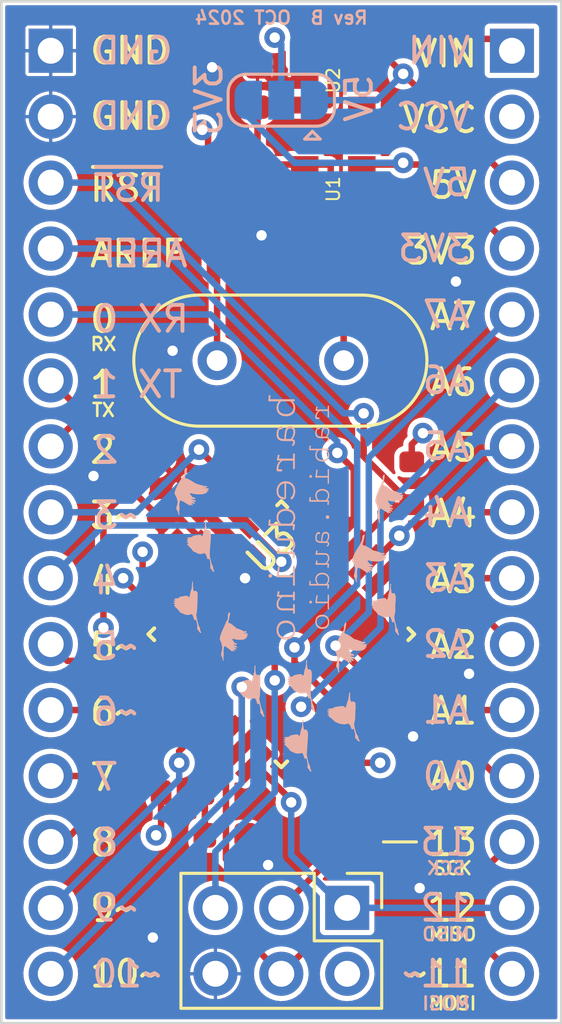
<source format=kicad_pcb>
(kicad_pcb (version 20211014) (generator pcbnew)
  (layers (0 "F.Cu" signal) (1 "In1.Cu" signal) (2 "In2.Cu" signal) (31 "B.Cu" signal) (34 "B.Paste" user) (35 "F.Paste" user) (36 "B.SilkS" user "B.Silkscreen") (37 "F.SilkS" user "F.Silkscreen") (38 "B.Mask" user) (39 "F.Mask" user) (44 "Edge.Cuts" user))
  (net 0 "")
  (net 1 "GND")
  (net 2 "+VDC")
  (net 3 "VCC")
  (net 4 "Net-(D1-Pad2)")
  (net 5 "Net-(D2-Pad2)")
  (net 6 "+3V3")
  (net 7 "/~{RESET}")
  (net 8 "/MOSI")
  (net 9 "/SCK")
  (net 10 "/MISO")
  (net 11 "/A7")
  (net 12 "/A6")
  (net 13 "/A5")
  (net 14 "/A4")
  (net 15 "/A3")
  (net 16 "/A2")
  (net 17 "/A1")
  (net 18 "/A0")
  (net 19 "/P10")
  (net 20 "/P9")
  (net 21 "/P8")
  (net 22 "/P7")
  (net 23 "/P6")
  (net 24 "/P5")
  (net 25 "/P4")
  (net 26 "/P3")
  (net 27 "/P2")
  (net 28 "/TXD")
  (net 29 "/RXD")
  (net 30 "/AREF")
  (net 31 "+5V")
  (net 33 "Net-(C6-Pad1)")
  (net 34 "Net-(C7-Pad1)")
  (footprint "kicad-official/Capacitor_SMD.pretty:C_0603_1608Metric" (layer "F.Cu") (at 51.152578 53.467 90)
    (fp_text reference "C2" hide)
    (fp_text value "1u")
  )
  (footprint "kicad-official/Capacitor_SMD.pretty:C_0603_1608Metric" (layer "F.Cu") (at 49.247578 57.15 -90)
    (fp_text reference "C3" hide)
    (fp_text value "2.2u")
  )
  (footprint "kicad-official/Capacitor_SMD.pretty:C_0603_1608Metric" (layer "F.Cu") (at 50.419 60.3504)
    (fp_text reference "C6" hide)
    (fp_text value "22p")
  )
  (footprint "kicad-official/Capacitor_SMD.pretty:C_0603_1608Metric" (layer "F.Cu") (at 53.975 60.3504 180)
    (fp_text reference "C7" hide)
    (fp_text value "22p")
  )
  (footprint "kicad-official/LED_SMD.pretty:LED_0603_1608Metric" (layer "F.Cu") (at 54.356 82.296)
    (fp_text reference "D1" hide)
    (fp_text value "LED")
  )
  (footprint "kicad-official/LED_SMD.pretty:LED_0603_1608Metric" (layer "F.Cu") (at 49.911 82.296 180)
    (fp_text reference "D2" hide)
    (fp_text value "LED")
  )
  (footprint "Connector_PinHeader_2.54mm:PinHeader_2x03_P2.54mm_Vertical" (layer "F.Cu") (at 54.61 85.09 -90)
    (fp_text reference "J1" hide)
    (fp_text value "AVR-ISP-6" hide)
  )
  (footprint "kicad-official/Resistor_SMD.pretty:R_0603_1608Metric" (layer "F.Cu") (at 56.007 80.645 180)
    (fp_text reference "R1" hide)
    (fp_text value "2.2k")
  )
  (footprint "kicad-official/Resistor_SMD.pretty:R_0603_1608Metric" (layer "F.Cu") (at 48.26 80.645)
    (fp_text reference "R2" hide)
    (fp_text value "2.2k")
  )
  (footprint "kicad-official/Resistor_SMD.pretty:R_0603_1608Metric" (layer "F.Cu") (at 57.0992 68.7324 -90)
    (fp_text reference "R3" hide)
    (fp_text value "10K")
  )
  (footprint "Package_QFP:TQFP-32_7x7mm_P0.8mm" (layer "F.Cu") (at 52.07 74.549 -45)
    (fp_text reference "U3")
    (fp_text value "ATmega328P-AU" hide)
  )
  (footprint "Crystal:Crystal_HC49-U_Vertical" (layer "F.Cu") (at 49.5935 64.008)
    (fp_text reference "Y1" hide)
    (fp_text value "Crystal" hide)
  )
  (footprint "Package_TO_SOT_SMD:SOT-23-5" (layer "F.Cu") (at 54.073578 53.213)
    (fp_text reference "U2" hide)
    (fp_text value "AP2204K-5.0" hide)
  )
  (footprint "Package_TO_SOT_SMD:SOT-23-5" (layer "F.Cu") (at 54.073578 57.404)
    (fp_text reference "U1" hide)
    (fp_text value "AP2204K-3.3")
  )
  (footprint "kicad-official/Capacitor_SMD.pretty:C_0603_1608Metric" (layer "F.Cu") (at 46.7868 68.3768 45)
    (fp_text reference "C5" hide)
    (fp_text value "1u")
  )
  (footprint "kicad-official/Capacitor_SMD.pretty:C_0603_1608Metric" (layer "F.Cu") (at 51.152578 57.15 -90)
    (fp_text reference "C1" hide)
    (fp_text value "1u")
  )
  (footprint "kicad-official/Capacitor_SMD.pretty:C_0603_1608Metric" (layer "F.Cu") (at 47.995208 69.555992 45)
    (fp_text reference "C4" hide)
    (fp_text value "100n")
  )
  (footprint "Connector_PinHeader_2.54mm:PinHeader_1x15_P2.54mm_Vertical" (layer "B.Cu") (at 60.96 52.07 180)
    (fp_text reference "J3" hide)
    (fp_text value "Conn_01x15_Male" hide)
  )
  (footprint "Connector_PinHeader_2.54mm:PinHeader_1x15_P2.54mm_Vertical" (layer "B.Cu") (at 43.18 52.07 180)
    (fp_text reference "J2" hide)
    (fp_text value "Conn_01x15_Male" hide)
  )
  (footprint "Jumper:SolderJumper-3_P1.3mm_Open_RoundedPad1.0x1.5mm" (layer "B.Cu") (at 52.07 53.975 180)
    (fp_text reference "JP1" hide)
    (fp_text value "SolderJumper_3_Open" hide)
  )
  (gr_poly (pts (xy 53.381882 68.491095) (xy 53.38195 68.492349) (xy 53.382065 68.493572) (xy 53.382225 68.494765) (xy 53.382432 68.495928) (xy 53.382684 68.49706) (xy 53.382982 68.498163) (xy 53.383326 68.499236) (xy 53.383715 68.500279) (xy 53.384151 68.501291) (xy 53.384632 68.502274) (xy 53.385159 68.503226) (xy 53.385732 68.504149) (xy 53.386351 68.505041) (xy 53.387015 68.505904) (xy 53.387726 68.506736) (xy 53.388394 68.507528) (xy 53.389098 68.508268) (xy 53.389838 68.508958) (xy 53.390613 68.509596) (xy 53.391424 68.510184) (xy 53.392271 68.51072) (xy 53.393153 68.511205) (xy 53.394071 68.511639) (xy 53.395024 68.512022) (xy 53.396014 68.512354) (xy 53.397038 68.512635) (xy 53.398099 68.512865) (xy 53.399195 68.513044) (xy 53.400326 68.513172) (xy 53.401494 68.513248) (xy 53.402696 68.513274) (xy 53.856284 68.513274) (xy 53.856284 68.729974) (xy 53.856317 68.731494) (xy 53.856416 68.732968) (xy 53.856581 68.734397) (xy 53.856813 68.735781) (xy 53.85711 68.737119) (xy 53.857473 68.738412) (xy 53.857903 68.73966) (xy 53.858398 68.740862) (xy 53.85896 68.74202) (xy 53.859588 68.743131) (xy 53.860281 68.744198) (xy 53.861041 68.745219) (xy 53.861867 68.746195) (xy 53.862759 68.747125) (xy 53.863717 68.74801) (xy 53.864741 68.74885) (xy 53.865728 68.749713) (xy 53.866735 68.75052) (xy 53.867762 68.751272) (xy 53.86881 68.751968) (xy 53.869877 68.752608) (xy 53.870966 68.753192) (xy 53.872074 68.753721) (xy 53.873203 68.754194) (xy 53.874352 68.754612) (xy 53.875521 68.754973) (xy 53.876711 68.755279) (xy 53.87792 68.75553) (xy 53.879151 68.755725) (xy 53.880401 68.755864) (xy 53.881672 68.755947) (xy 53.882963 68.755975) (xy 53.884335 68.755947) (xy 53.885682 68.755864) (xy 53.887003 68.755725) (xy 53.888298 68.75553) (xy 53.889568 68.755279) (xy 53.890812 68.754973) (xy 53.89203 68.754612) (xy 53.893223 68.754194) (xy 53.894389 68.753721) (xy 53.895531 68.753192) (xy 53.896646 68.752608) (xy 53.897736 68.751968) (xy 53.8988 68.751272) (xy 53.899839 68.75052) (xy 53.900852 68.749713) (xy 53.901839 68.74885) (xy 53.902783 68.747935) (xy 53.903666 68.746979) (xy 53.904488 68.745983) (xy 53.905249 68.744946) (xy 53.90595 68.743868) (xy 53.906589 68.74275) (xy 53.907168 68.741591) (xy 53.907685 68.740391) (xy 53.908142 68.739151) (xy 53.908538 68.73787) (xy 53.908873 68.736548) (xy 53.909147 68.735186) (xy 53.90936 68.733783) (xy 53.909513 68.732339) (xy 53.909604 68.730855) (xy 53.909634 68.72933) (xy 53.909596 68.211285) (xy 53.909563 68.209519) (xy 53.909464 68.207804) (xy 53.909299 68.20614) (xy 53.909068 68.204527) (xy 53.90877 68.202966) (xy 53.908407 68.201455) (xy 53.907978 68.199995) (xy 53.907482 68.198587) (xy 53.90692 68.197229) (xy 53.906293 68.195923) (xy 53.905599 68.194667) (xy 53.904839 68.193463) (xy 53.904013 68.19231) (xy 53.903121 68.191208) (xy 53.902163 68.190157) (xy 53.901139 68.189157) (xy 53.900072 68.188213) (xy 53.898984 68.18733) (xy 53.897876 68.186508) (xy 53.896747 68.185747) (xy 53.895599 68.185046) (xy 53.894429 68.184407) (xy 53.89324 68.183828) (xy 53.89203 68.183311) (xy 53.8908 68.182854) (xy 53.889549 68.182458) (xy 53.888278 68.182123) (xy 53.886986 68.181849) (xy 53.885675 68.181636) (xy 53.884343 68.181483) (xy 53.88299 68.181392) (xy 53.881617 68.181362) (xy 53.880325 68.181389) (xy 53.879059 68.181473) (xy 53.877818 68.181612) (xy 53.876603 68.181807) (xy 53.875415 68.182057) (xy 53.874252 68.182363) (xy 53.873115 68.182725) (xy 53.872004 68.183143) (xy 53.870919 68.183616) (xy 53.86986 68.184145) (xy 53.868827 68.184729) (xy 53.867819 68.185369) (xy 53.866838 68.186065) (xy 53.865883 68.186817) (xy 53.864953 68.187624) (xy 53.86405 68.188487) (xy 53.863106 68.189404) (xy 53.862223 68.190368) (xy 53.861401 68.191377) (xy 53.860639 68.192432) (xy 53.859939 68.193532) (xy 53.8593 68.194679) (xy 53.858721 68.195871) (xy 53.858203 68.197109) (xy 53.857747 68.198393) (xy 53.857351 68.199723) (xy 53.857016 68.201098) (xy 53.856742 68.202519) (xy 53.856529 68.203986) (xy 53.856376 68.205499) (xy 53.856285 68.207057) (xy 53.856254 68.208662) (xy 53.856254 68.450748) (xy 53.441714 68.450748) (xy 53.471 68.234041) (xy 53.471651 68.229515) (xy 53.47162 68.227986) (xy 53.471529 68.226499) (xy 53.471377 68.225052) (xy 53.471164 68.223647) (xy 53.47089 68.222282) (xy 53.470555 68.220959) (xy 53.470159 68.219677) (xy 53.469702 68.218437) (xy 53.469184 68.217237) (xy 53.468606 68.216079) (xy 53.467966 68.214962) (xy 53.467266 68.213886) (xy 53.466505 68.212851) (xy 53.465683 68.211857) (xy 53.4648 68.210905) (xy 53.463856 68.209994) (xy 53.462788 68.209131) (xy 53.461701 68.208324) (xy 53.460592 68.207573) (xy 53.459464 68.206877) (xy 53.458315 68.206237) (xy 53.457146 68.205652) (xy 53.455956 68.205124) (xy 53.454746 68.20465) (xy 53.453516 68.204233) (xy 53.452265 68.203871) (xy 53.450994 68.203565) (xy 53.449703 68.203314) (xy 53.448391 68.203119) (xy 53.447059 68.20298) (xy 53.445707 68.202897) (xy 53.444334 68.202869) (xy 53.443119 68.202889) (xy 53.441926 68.20295) (xy 53.440753 68.203052) (xy 53.439602 68.203194) (xy 53.438471 68.203376) (xy 53.437361 68.2036) (xy 53.436272 68.203864) (xy 53.435204 68.204168) (xy 53.434156 68.204513) (xy 53.43313 68.204899) (xy 53.432125 68.205325) (xy 53.43114 68.205792) (xy 53.430176 68.2063) (xy 53.429234 68.206848) (xy 53.428312 68.207436) (xy 53.427411 68.208065) (xy 53.426465 68.208736) (xy 53.425569 68.209448) (xy 53.424723 68.210201) (xy 53.423928 68.210994) (xy 53.423182 68.211827) (xy 53.422487 68.212702) (xy 53.421843 68.213617) (xy 53.421248 68.214572) (xy 53.420704 68.215568) (xy 53.42021 68.216605) (xy 53.419766 68.217683) (xy 53.419372 68.218801) (xy 53.419029 68.21996) (xy 53.418735 68.22116) (xy 53.418492 68.2224) (xy 53.4183 68.223681) (xy 53.382509 68.482688) (xy 53.38243 68.482942) (xy 53.382357 68.483221) (xy 53.382224 68.483856) (xy 53.382113 68.484594) (xy 53.382021 68.485433) (xy 53.38195 68.486375) (xy 53.381899 68.487419) (xy 53.381869 68.488564) (xy 53.381859 68.489812)) (layer "B.SilkS") (width 0) (fill solid))
  (gr_poly (pts (xy 53.381882 73.332829) (xy 53.38195 73.334082) (xy 53.382065 73.335305) (xy 53.382225 73.336498) (xy 53.382432 73.337661) (xy 53.382684 73.338793) (xy 53.382982 73.339896) (xy 53.383326 73.340969) (xy 53.383715 73.342011) (xy 53.384151 73.343024) (xy 53.384632 73.344006) (xy 53.385159 73.344959) (xy 53.385732 73.345881) (xy 53.386351 73.346773) (xy 53.387015 73.347636) (xy 53.387726 73.348468) (xy 53.388394 73.349259) (xy 53.389098 73.35) (xy 53.389838 73.350689) (xy 53.390613 73.351328) (xy 53.391424 73.351915) (xy 53.392271 73.352451) (xy 53.393153 73.352936) (xy 53.394071 73.35337) (xy 53.395024 73.353753) (xy 53.396014 73.354085) (xy 53.397038 73.354366) (xy 53.398099 73.354596) (xy 53.399195 73.354775) (xy 53.400326 73.354902) (xy 53.401494 73.354979) (xy 53.402696 73.355004) (xy 53.856284 73.355004) (xy 53.856284 73.571711) (xy 53.856317 73.573231) (xy 53.856416 73.574705) (xy 53.856581 73.576134) (xy 53.856813 73.577518) (xy 53.85711 73.578856) (xy 53.857473 73.580149) (xy 53.857903 73.581396) (xy 53.858398 73.582599) (xy 53.85896 73.583756) (xy 53.859588 73.584868) (xy 53.860281 73.585934) (xy 53.861041 73.586955) (xy 53.861867 73.587931) (xy 53.862759 73.588862) (xy 53.863717 73.589747) (xy 53.864741 73.590587) (xy 53.865728 73.59145) (xy 53.866735 73.592257) (xy 53.867762 73.593008) (xy 53.86881 73.593704) (xy 53.869877 73.594344) (xy 53.870966 73.594929) (xy 53.872074 73.595457) (xy 53.873203 73.59593) (xy 53.874352 73.596348) (xy 53.875521 73.596709) (xy 53.876711 73.597015) (xy 53.87792 73.597266) (xy 53.879151 73.59746) (xy 53.880401 73.597599) (xy 53.881672 73.597683) (xy 53.882963 73.597711) (xy 53.884335 73.597683) (xy 53.885682 73.597599) (xy 53.887003 73.59746) (xy 53.888298 73.597266) (xy 53.889568 73.597015) (xy 53.890812 73.596709) (xy 53.89203 73.596348) (xy 53.893223 73.59593) (xy 53.894389 73.595457) (xy 53.895531 73.594929) (xy 53.896646 73.594344) (xy 53.897736 73.593704) (xy 53.8988 73.593008) (xy 53.899839 73.592257) (xy 53.900852 73.59145) (xy 53.901839 73.590587) (xy 53.902783 73.589671) (xy 53.903666 73.588716) (xy 53.904488 73.587719) (xy 53.905249 73.586682) (xy 53.90595 73.585604) (xy 53.906589 73.584486) (xy 53.907168 73.583327) (xy 53.907685 73.582127) (xy 53.908142 73.580886) (xy 53.908538 73.579605) (xy 53.908873 73.578283) (xy 53.909147 73.576921) (xy 53.90936 73.575518) (xy 53.909513 73.574074) (xy 53.909604 73.57259) (xy 53.909634 73.571065) (xy 53.909596 73.053071) (xy 53.909563 73.051305) (xy 53.909464 73.04959) (xy 53.909299 73.047926) (xy 53.909068 73.046313) (xy 53.90877 73.044751) (xy 53.908407 73.043241) (xy 53.907978 73.041781) (xy 53.907482 73.040373) (xy 53.90692 73.039015) (xy 53.906293 73.037709) (xy 53.905599 73.036454) (xy 53.904839 73.035249) (xy 53.904013 73.034096) (xy 53.903121 73.032994) (xy 53.902163 73.031943) (xy 53.901139 73.030943) (xy 53.900072 73.029999) (xy 53.898984 73.029116) (xy 53.897876 73.028293) (xy 53.896747 73.027532) (xy 53.895599 73.026832) (xy 53.894429 73.026192) (xy 53.89324 73.025614) (xy 53.89203 73.025096) (xy 53.8908 73.024639) (xy 53.889549 73.024244) (xy 53.888278 73.023909) (xy 53.886986 73.023635) (xy 53.885675 73.023422) (xy 53.884343 73.023269) (xy 53.88299 73.023178) (xy 53.881617 73.023148) (xy 53.880325 73.023175) (xy 53.879059 73.023259) (xy 53.877818 73.023398) (xy 53.876603 73.023593) (xy 53.875415 73.023843) (xy 53.874252 73.024149) (xy 53.873115 73.024511) (xy 53.872004 73.024929) (xy 53.870919 73.025402) (xy 53.86986 73.02593) (xy 53.868827 73.026515) (xy 53.867819 73.027155) (xy 53.866838 73.02785) (xy 53.865883 73.028602) (xy 53.864953 73.029409) (xy 53.86405 73.030271) (xy 53.863106 73.031189) (xy 53.862223 73.032153) (xy 53.861401 73.033162) (xy 53.860639 73.034217) (xy 53.859939 73.035318) (xy 53.8593 73.036464) (xy 53.858721 73.037657) (xy 53.858203 73.038895) (xy 53.857747 73.040179) (xy 53.857351 73.041509) (xy 53.857016 73.042884) (xy 53.856742 73.044305) (xy 53.856529 73.045772) (xy 53.856376 73.047285) (xy 53.856285 73.048843) (xy 53.856254 73.050447) (xy 53.856254 73.292481) (xy 53.441714 73.292481) (xy 53.471 73.075774) (xy 53.471651 73.071248) (xy 53.47162 73.069719) (xy 53.471529 73.068231) (xy 53.471377 73.066784) (xy 53.471164 73.065379) (xy 53.47089 73.064014) (xy 53.470555 73.062691) (xy 53.470159 73.06141) (xy 53.469702 73.060169) (xy 53.469184 73.058969) (xy 53.468606 73.057811) (xy 53.467966 73.056694) (xy 53.467266 73.055618) (xy 53.466505 73.054584) (xy 53.465683 73.05359) (xy 53.4648 73.052638) (xy 53.463856 73.051726) (xy 53.462788 73.050864) (xy 53.461701 73.050057) (xy 53.460592 73.049305) (xy 53.459464 73.04861) (xy 53.458315 73.04797) (xy 53.457146 73.047385) (xy 53.455956 73.046856) (xy 53.454746 73.046383) (xy 53.453516 73.045966) (xy 53.452265 73.045604) (xy 53.450994 73.045298) (xy 53.449703 73.045048) (xy 53.448391 73.044853) (xy 53.447059 73.044714) (xy 53.445707 73.04463) (xy 53.444334 73.044602) (xy 53.443119 73.044623) (xy 53.441926 73.044684) (xy 53.440753 73.044785) (xy 53.439602 73.044927) (xy 53.438471 73.04511) (xy 53.437361 73.045333) (xy 53.436272 73.045597) (xy 53.435204 73.045902) (xy 53.434156 73.046247) (xy 53.43313 73.046633) (xy 53.432125 73.047059) (xy 53.43114 73.047526) (xy 53.430176 73.048034) (xy 53.429234 73.048582) (xy 53.428312 73.049171) (xy 53.427411 73.0498) (xy 53.426465 73.050471) (xy 53.425569 73.051182) (xy 53.424723 73.051934) (xy 53.423928 73.052727) (xy 53.423182 73.053561) (xy 53.422487 73.054435) (xy 53.421843 73.05535) (xy 53.421248 73.056306) (xy 53.420704 73.057302) (xy 53.42021 73.058339) (xy 53.419766 73.059416) (xy 53.419372 73.060535) (xy 53.419029 73.061694) (xy 53.418735 73.062893) (xy 53.418492 73.064133) (xy 53.4183 73.065414) (xy 53.382509 73.324422) (xy 53.38243 73.324675) (xy 53.382357 73.324954) (xy 53.382224 73.325589) (xy 53.382113 73.326326) (xy 53.382021 73.327166) (xy 53.38195 73.328107) (xy 53.381899 73.329151) (xy 53.381869 73.330297) (xy 53.381859 73.331546)) (layer "B.SilkS") (width 0) (fill solid))
  (gr_poly (pts (xy 54.129039 75.165027) (xy 54.132216 75.183422) (xy 54.137685 75.199742) (xy 54.145587 75.213821) (xy 54.157517 75.23146) (xy 54.167477 75.247828) (xy 54.175673 75.263029) (xy 54.182311 75.277169) (xy 54.187596 75.290354) (xy 54.191737 75.302687) (xy 54.194937 75.314274) (xy 54.197404 75.32522) (xy 54.204061 75.364694) (xy 54.205953 75.37401) (xy 54.208348 75.383315) (xy 54.211453 75.392715) (xy 54.215474 75.402313) (xy 54.221331 75.416403) (xy 54.22599 75.430729) (xy 54.229529 75.445261) (xy 54.23203 75.459968) (xy 54.233569 75.47482) (xy 54.234228 75.489786) (xy 54.234084 75.504836) (xy 54.233217 75.51994) (xy 54.22963 75.550185) (xy 54.2241 75.580278) (xy 54.21726 75.609975) (xy 54.209743 75.639032) (xy 54.195212 75.694251) (xy 54.189464 75.719925) (xy 54.185572 75.743984) (xy 54.184168 75.766183) (xy 54.184597 75.77651) (xy 54.185886 75.78628) (xy 54.188113 75.795463) (xy 54.191359 75.804029) (xy 54.195701 75.811948) (xy 54.201219 75.819188) (xy 54.206371 75.82542) (xy 54.211169 75.83212) (xy 54.215635 75.839241) (xy 54.219789 75.846738) (xy 54.227241 75.862678) (xy 54.233693 75.879573) (xy 54.239308 75.897058) (xy 54.244252 75.914768) (xy 54.252784 75.949402) (xy 54.260608 75.980549) (xy 54.264666 75.993903) (xy 54.269042 76.005289) (xy 54.273901 76.014342) (xy 54.276562 76.017879) (xy 54.279406 76.020697) (xy 54.282454 76.022748) (xy 54.285724 76.023988) (xy 54.289239 76.02437) (xy 54.293019 76.023849) (xy 54.294896 76.023221) (xy 54.296545 76.022305) (xy 54.297975 76.021118) (xy 54.299198 76.019676) (xy 54.300224 76.017997) (xy 54.301064 76.016098) (xy 54.301727 76.013995) (xy 54.302224 76.011705) (xy 54.302565 76.009245) (xy 54.302762 76.006631) (xy 54.302761 76.001013) (xy 54.302305 75.994984) (xy 54.301476 75.98868) (xy 54.300358 75.982235) (xy 54.299034 75.975783) (xy 54.296101 75.963401) (xy 54.293342 75.952613) (xy 54.291424 75.944495) (xy 54.288949 75.930541) (xy 54.287361 75.91862) (xy 54.286559 75.90847) (xy 54.286444 75.899827) (xy 54.286915 75.892428) (xy 54.287871 75.886012) (xy 54.289212 75.880314) (xy 54.290839 75.875073) (xy 54.294544 75.864907) (xy 54.296423 75.859457) (xy 54.298185 75.853411) (xy 54.29973 75.846507) (xy 54.300958 75.838482) (xy 54.301769 75.829073) (xy 54.302061 75.818017) (xy 54.301968 75.695649) (xy 54.301316 75.57336) (xy 54.301556 75.565436) (xy 54.302234 75.557611) (xy 54.303293 75.549871) (xy 54.304674 75.542203) (xy 54.306315 75.534594) (xy 54.30816 75.52703) (xy 54.312219 75.511983) (xy 54.316379 75.496957) (xy 54.320164 75.481843) (xy 54.321769 75.47422) (xy 54.323102 75.466535) (xy 54.324105 75.458774) (xy 54.324718 75.450925) (xy 54.325363 75.446766) (xy 54.326803 75.44349) (xy 54.328988 75.441051) (xy 54.331864 75.4394) (xy 54.335381 75.438489) (xy 54.339487 75.43827) (xy 54.34413 75.438696) (xy 54.349257 75.439719) (xy 54.354818 75.441291) (xy 54.36076 75.443363) (xy 54.373581 75.448819) (xy 54.387305 75.455705) (xy 54.401519 75.463636) (xy 54.415808 75.472231) (xy 54.429757 75.481106) (xy 54.454978 75.498164) (xy 54.473867 75.511747) (xy 54.483107 75.518791) (xy 54.489437 75.523716) (xy 54.495961 75.528345) (xy 54.502655 75.532721) (xy 54.50949 75.536886) (xy 54.51644 75.54088) (xy 54.523479 75.544746) (xy 54.537717 75.552258) (xy 54.551989 75.559756) (xy 54.566084 75.567571) (xy 54.572997 75.571702) (xy 54.579786 75.576037) (xy 54.586425 75.580619) (xy 54.592885 75.585487) (xy 54.60807 75.597687) (xy 54.621159 75.608559) (xy 54.632335 75.61817) (xy 54.641785 75.626582) (xy 54.65624 75.640069) (xy 54.666003 75.649537) (xy 54.669585 75.652924) (xy 54.672549 75.655499) (xy 54.675077 75.657326) (xy 54.677356 75.65847) (xy 54.679569 75.658995) (xy 54.681901 75.658966) (xy 54.684537 75.658447) (xy 54.687662 75.657501) (xy 54.689234 75.656695) (xy 54.69054 75.655443) (xy 54.691606 75.65379) (xy 54.69246 75.651779) (xy 54.69313 75.649455) (xy 54.693643 75.646861) (xy 54.694312 75.641043) (xy 54.69499 75.628118) (xy 54.695442 75.621718) (xy 54.696265 75.61583) (xy 54.696885 75.613188) (xy 54.69768 75.610806) (xy 54.698679 75.608729) (xy 54.699909 75.607001) (xy 54.701397 75.605666) (xy 54.703172 75.604767) (xy 54.705261 75.60435) (xy 54.707692 75.604458) (xy 54.710492 75.605135) (xy 54.71369 75.606426) (xy 54.717312 75.608374) (xy 54.721386 75.611024) (xy 54.725941 75.61442) (xy 54.731004 75.618606) (xy 54.736602 75.623627) (xy 54.742763 75.629525) (xy 54.747098 75.633613) (xy 54.749192 75.635441) (xy 54.751234 75.637122) (xy 54.753222 75.63865) (xy 54.755153 75.640023) (xy 54.757024 75.641238) (xy 54.758834 75.64229) (xy 54.76058 75.643176) (xy 54.762259 75.643893) (xy 54.76387 75.644437) (xy 54.765409 75.644805) (xy 54.766875 75.644993) (xy 54.768264 75.644998) (xy 54.769576 75.644816) (xy 54.770806 75.644444) (xy 54.771953 75.643878) (xy 54.773015 75.643114) (xy 54.773989 75.64215) (xy 54.774872 75.640981) (xy 54.775662 75.639604) (xy 54.776357 75.638016) (xy 54.776955 75.636214) (xy 54.777453 75.634192) (xy 54.777848 75.631949) (xy 54.778139 75.629481) (xy 54.778322 75.626783) (xy 54.778396 75.623854) (xy 54.778358 75.620688) (xy 54.778205 75.617283) (xy 54.777936 75.613635) (xy 54.777548 75.60974) (xy 54.776984 75.605835) (xy 54.776203 75.602151) (xy 54.775221 75.598678) (xy 54.774058 75.595407) (xy 54.772731 75.592328) (xy 54.771257 75.589431) (xy 54.769655 75.586708) (xy 54.767942 75.584147) (xy 54.766137 75.581741) (xy 54.764257 75.579478) (xy 54.762319 75.57735) (xy 54.760343 75.575346) (xy 54.756344 75.571675) (xy 54.752403 75.568388) (xy 54.745267 75.562656) (xy 54.742356 75.560057) (xy 54.741128 75.558791) (xy 54.740076 75.557535) (xy 54.739216 75.556278) (xy 54.738567 75.555011) (xy 54.738147 75.553724) (xy 54.737974 75.552408) (xy 54.738065 75.551054) (xy 54.738438 75.549651) (xy 54.739112 75.54819) (xy 54.740104 75.546661) (xy 54.740902 75.545687) (xy 54.741726 75.544875) (xy 54.742584 75.544222) (xy 54.743486 75.543722) (xy 54.744439 75.543372) (xy 54.745452 75.543166) (xy 54.746534 75.543101) (xy 54.747693 75.543172) (xy 54.748938 75.543375) (xy 54.750277 75.543705) (xy 54.751718 75.544158) (xy 54.753271 75.544729) (xy 54.754944 75.545415) (xy 54.756745 75.54621) (xy 54.760767 75.54811) (xy 54.770726 75.553032) (xy 54.7768 75.555982) (xy 54.783694 75.559211) (xy 54.78747 75.560919) (xy 54.791477 75.562684) (xy 54.795723 75.564501) (xy 54.800217 75.566365) (xy 54.804967 75.568273) (xy 54.809983 75.570219) (xy 54.815271 75.5722) (xy 54.820842 75.574211) (xy 54.825087 75.575561) (xy 54.829211 75.576581) (xy 54.83319 75.577279) (xy 54.837 75.57766) (xy 54.840619 75.577729) (xy 54.844022 75.577494) (xy 54.847186 75.576958) (xy 54.850087 75.57613) (xy 54.852702 75.575013) (xy 54.855008 75.573615) (xy 54.856981 75.571941) (xy 54.858597 75.569997) (xy 54.859833 75.567789) (xy 54.860665 75.565323) (xy 54.861069 75.562604) (xy 54.861023 75.559639) (xy 54.860503 75.556433) (xy 54.859485 75.552992) (xy 54.857945 75.549323) (xy 54.855861 75.545431) (xy 54.853208 75.541322) (xy 54.849963 75.537001) (xy 54.846103 75.532475) (xy 54.841604 75.52775) (xy 54.836442 75.522831) (xy 54.830594 75.517725) (xy 54.824036 75.512437) (xy 54.816746 75.506973) (xy 54.808698 75.501339) (xy 54.799871 75.495541) (xy 54.79024 75.489584) (xy 54.779781 75.483476) (xy 54.77068 75.47768) (xy 54.768654 75.475754) (xy 54.768153 75.474406) (xy 54.769058 75.47358) (xy 54.77125 75.473224) (xy 54.77902 75.473704) (xy 54.837834 75.483648) (xy 54.85472 75.485991) (xy 54.870579 75.487415) (xy 54.884459 75.487493) (xy 54.890361 75.486893) (xy 54.895412 75.485794) (xy 54.899494 75.484143) (xy 54.902487 75.481887) (xy 54.904273 75.478972) (xy 54.904734 75.475344) (xy 54.903749 75.470949) (xy 54.901202 75.465734) (xy 54.896972 75.459645) (xy 54.890941 75.452627) (xy 54.886724 75.448246) (xy 54.882528 75.444188) (xy 54.878348 75.440437) (xy 54.874183 75.436978) (xy 54.870027 75.433794) (xy 54.865879 75.430871) (xy 54.861735 75.428192) (xy 54.857592 75.425742) (xy 54.853446 75.423504) (xy 54.849294 75.421465) (xy 54.840959 75.417916) (xy 54.832561 75.414969) (xy 54.824073 75.412498) (xy 54.815469 75.410379) (xy 54.806723 75.408487) (xy 54.788699 75.404879) (xy 54.779368 75.402914) (xy 54.76979 75.400673) (xy 54.759937 75.398033) (xy 54.749784 75.394867) (xy 54.749271 75.394724) (xy 54.74873 75.39461) (xy 54.747579 75.394459) (xy 54.746357 75.394384) (xy 54.745089 75.394355) (xy 54.742516 75.394321) (xy 54.741263 75.394257) (xy 54.740065 75.394123) (xy 54.739494 75.39402) (xy 54.738948 75.393888) (xy 54.738427 75.393725) (xy 54.737937 75.393525) (xy 54.737479 75.393286) (xy 54.737058 75.393003) (xy 54.736676 75.392674) (xy 54.736336 75.392294) (xy 54.736042 75.39186) (xy 54.735797 75.391368) (xy 54.735604 75.390814) (xy 54.735466 75.390196) (xy 54.735387 75.389508) (xy 54.735369 75.388748) (xy 54.735415 75.387911) (xy 54.73553 75.386995) (xy 54.735654 75.38629) (xy 54.735826 75.385631) (xy 54.736044 75.385015) (xy 54.736305 75.384441) (xy 54.736607 75.383908) (xy 54.736948 75.383414) (xy 54.737327 75.382958) (xy 54.73774 75.382538) (xy 54.738186 75.382152) (xy 54.738663 75.3818) (xy 54.739168 75.381479) (xy 54.739699 75.381188) (xy 54.740255 75.380925) (xy 54.740832 75.38069) (xy 54.74143 75.38048) (xy 54.742045 75.380294) (xy 54.742676 75.38013) (xy 54.74332 75.379988) (xy 54.74464 75.379759) (xy 54.745988 75.379596) (xy 54.747347 75.379486) (xy 54.7487 75.379418) (xy 54.750029 75.379378) (xy 54.752549 75.379337) (xy 54.806906 75.379337) (xy 54.806908 75.3787) (xy 54.820756 75.378484) (xy 54.833026 75.377854) (xy 54.843785 75.376838) (xy 54.853102 75.375464) (xy 54.861043 75.373761) (xy 54.867676 75.371756) (xy 54.873069 75.369477) (xy 54.877288 75.366953) (xy 54.880402 75.364211) (xy 54.882478 75.36128) (xy 54.883584 75.358187) (xy 54.883786 75.354961) (xy 54.883153 75.351629) (xy 54.881751 75.348221) (xy 54.879649 75.344763) (xy 54.876914 75.341284) (xy 54.873614 75.337811) (xy 54.869815 75.334374) (xy 54.860993 75.327716) (xy 54.850988 75.321534) (xy 54.84034 75.316053) (xy 54.82959 75.311497) (xy 54.819277 75.30809) (xy 54.80994 75.306057) (xy 54.805807 75.305626) (xy 54.802121 75.305622) (xy 54.800617 75.305805) (xy 54.799118 75.30592) (xy 54.797627 75.305969) (xy 54.796144 75.305952) (xy 54.794672 75.305871) (xy 54.793213 75.305726) (xy 54.791767 75.305519) (xy 54.790338 75.30525) (xy 54.787533 75.304533) (xy 54.784812 75.303584) (xy 54.78219 75.302411) (xy 54.77968 75.301022) (xy 54.777296 75.299426) (xy 54.775052 75.297632) (xy 54.772963 75.295648) (xy 54.771041 75.293483) (xy 54.770148 75.292334) (xy 54.769302 75.291144) (xy 54.768505 75.289913) (xy 54.767759 75.288642) (xy 54.767065 75.287331) (xy 54.766425 75.285983) (xy 54.765842 75.284598) (xy 54.765316 75.283177) (xy 54.762073 75.276906) (xy 54.758547 75.27084) (xy 54.75477 75.264957) (xy 54.750774 75.259233) (xy 54.746591 75.253646) (xy 54.742251 75.24817) (xy 54.733231 75.237463) (xy 54.71471 75.216372) (xy 54.710165 75.211029) (xy 54.705716 75.205612) (xy 54.701396 75.200098) (xy 54.697237 75.194462) (xy 54.693678 75.189174) (xy 54.690817 75.184254) (xy 54.688617 75.179689) (xy 54.687043 75.175467) (xy 54.686059 75.171576) (xy 54.68563 75.168004) (xy 54.685719 75.16474) (xy 54.686291 75.161771) (xy 54.68731 75.159085) (xy 54.68874 75.156671) (xy 54.690547 75.154517) (xy 54.692693 75.15261) (xy 54.695144 75.150938) (xy 54.697864 75.149491) (xy 54.700816 75.148255) (xy 54.703965 75.147219) (xy 54.707276 75.146371) (xy 54.710713 75.145699) (xy 54.71782 75.144836) (xy 54.725001 75.144533) (xy 54.731971 75.144695) (xy 54.738444 75.145226) (xy 54.744133 75.146032) (xy 54.748753 75.147016) (xy 54.752019 75.148084) (xy 54.775384 75.156559) (xy 54.803278 75.163987) (xy 54.834929 75.170354) (xy 54.869563 75.175648) (xy 54.906406 75.179854) (xy 54.944685 75.18296) (xy 54.983627 75.184953) (xy 55.022459 75.18582) (xy 55.060406 75.185547) (xy 55.096697 75.184122) (xy 55.130557 75.181531) (xy 55.161213 75.177762) (xy 55.187892 75.172801) (xy 55.209821 75.166635) (xy 55.226226 75.159251) (xy 55.232115 75.155099) (xy 55.236334 75.150637) (xy 55.239247 75.146944) (xy 55.242308 75.143662) (xy 55.245498 75.140762) (xy 55.248796 75.138211) (xy 55.252183 75.13598) (xy 55.255639 75.134038) (xy 55.259143 75.132353) (xy 55.262676 75.130894) (xy 55.269749 75.128535) (xy 55.276698 75.126714) (xy 55.289587 75.123697) (xy 55.295208 75.12201) (xy 55.297743 75.121013) (xy 55.300068 75.119873) (xy 55.302162 75.11856) (xy 55.304006 75.117042) (xy 55.30558 75.115289) (xy 55.306865 75.113269) (xy 55.307839 75.110953) (xy 55.308483 75.108309) (xy 55.308778 75.105306) (xy 55.308703 75.101914) (xy 55.308238 75.098101) (xy 55.307364 75.093837) (xy 55.30606 75.089092) (xy 55.304307 75.083834) (xy 55.303407 75.080787) (xy 55.302982 75.078017) (xy 55.303 75.075505) (xy 55.303434 75.073234) (xy 55.304252 75.071186) (xy 55.305424 75.069341) (xy 55.306921 75.067683) (xy 55.308713 75.066193) (xy 55.310769 75.064852) (xy 55.31306 75.063644) (xy 55.315556 75.062549) (xy 55.318227 75.06155) (xy 55.323974 75.059765) (xy 55.330062 75.058145) (xy 55.33625 75.056546) (xy 55.3423 75.054821) (xy 55.347972 75.052826) (xy 55.350592 75.051682) (xy 55.353027 75.050417) (xy 55.355248 75.049011) (xy 55.357224 75.047447) (xy 55.358927 75.045708) (xy 55.360325 75.043774) (xy 55.36139 75.041627) (xy 55.36209 75.03925) (xy 55.362397 75.036625) (xy 55.36228 75.033732) (xy 55.36155 75.029846) (xy 55.360315 75.026329) (xy 55.358628 75.023161) (xy 55.356541 75.020318) (xy 55.354108 75.017778) (xy 55.351383 75.01552) (xy 55.348419 75.013522) (xy 55.345268 75.011761) (xy 55.338623 75.008862) (xy 55.331874 75.006647) (xy 55.31977 75.003562) (xy 55.315269 75.002338) (xy 55.312369 75.00109) (xy 55.311653 75.000402) (xy 55.311497 74.999642) (xy 55.311955 74.998788) (xy 55.313081 74.997817) (xy 55.314926 74.996707) (xy 55.317545 74.995437) (xy 55.325318 74.992327) (xy 55.336825 74.988309) (xy 55.352493 74.983206) (xy 55.356649 74.98169) (xy 55.360286 74.979969) (xy 55.363415 74.97806) (xy 55.366044 74.975983) (xy 55.368185 74.973757) (xy 55.369846 74.971401) (xy 55.371036 74.968933) (xy 55.371767 74.966374) (xy 55.372047 74.96374) (xy 55.371886 74.961053) (xy 55.371294 74.958329) (xy 55.37028 74.95559) (xy 55.368854 74.952852) (xy 55.367025 74.950137) (xy 55.364804 74.947461) (xy 55.3622 74.944845) (xy 55.359223 74.942307) (xy 55.355882 74.939866) (xy 55.352187 74.937541) (xy 55.348148 74.935351) (xy 55.343773 74.933315) (xy 55.339074 74.931453) (xy 55.33406 74.929782) (xy 55.32874 74.928322) (xy 55.323123 74.927092) (xy 55.31722 74.92611) (xy 55.311041 74.925397) (xy 55.304594 74.92497) (xy 55.297891 74.924849) (xy 55.290939 74.925052) (xy 55.283749 74.925599) (xy 55.276331 74.926508) (xy 55.212664 74.934966) (xy 55.197965 74.936062) (xy 55.194227 74.935907) (xy 55.192639 74.935315) (xy 55.193008 74.934308) (xy 55.195144 74.93291) (xy 55.203942 74.92903) (xy 55.23426 74.917586) (xy 55.27128 74.902457) (xy 55.288455 74.893971) (xy 55.302688 74.885118) (xy 55.30822 74.88061) (xy 55.312439 74.87608) (xy 55.315153 74.87155) (xy 55.31617 74.867043) (xy 55.315297 74.862582) (xy 55.312341 74.858191) (xy 55.307111 74.853891) (xy 55.299414 74.849708) (xy 55.293639 74.847269) (xy 55.287946 74.845256) (xy 55.282335 74.84364) (xy 55.27681 74.842389) (xy 55.271373 74.841472) (xy 55.266026 74.840859) (xy 55.260771 74.840518) (xy 55.255611 74.84042) (xy 55.245584 74.840826) (xy 55.235962 74.841832) (xy 55.218011 74.844655) (xy 55.209719 74.84598) (xy 55.201905 74.84692) (xy 55.19459 74.847227) (xy 55.191125 74.847067) (xy 55.187792 74.846656) (xy 55.184592 74.845965) (xy 55.181528 74.844961) (xy 55.178602 74.843615) (xy 55.175817 74.841895) (xy 55.173174 74.839772) (xy 55.170677 74.837213) (xy 55.168328 74.834188) (xy 55.166128 74.830667) (xy 55.165422 74.829339) (xy 55.164644 74.828062) (xy 55.163799 74.826837) (xy 55.162889 74.825667) (xy 55.161916 74.824555) (xy 55.160884 74.823502) (xy 55.159796 74.822511) (xy 55.159746 74.822471) (xy 55.159746 74.936615) (xy 55.167644 74.937944) (xy 55.175702 74.939274) (xy 55.175455 74.93985) (xy 55.175099 74.94044) (xy 55.17464 74.941038) (xy 55.174085 74.94164) (xy 55.173444 74.942243) (xy 55.172722 74.942841) (xy 55.171927 74.94343) (xy 55.171067 74.944006) (xy 55.169179 74.9451) (xy 55.167118 74.946089) (xy 55.164942 74.946938) (xy 55.16383 74.947298) (xy 55.162711 74.947611) (xy 55.161594 74.94787) (xy 55.160484 74.948073) (xy 55.159391 74.948214) (xy 55.15832 74.948289) (xy 55.15728 74.948294) (xy 55.156278 74.948225) (xy 55.155321 74.948077) (xy 55.154416 74.947845) (xy 55.153572 74.947525) (xy 55.152795 74.947114) (xy 55.152092 74.946606) (xy 55.151472 74.945997) (xy 55.150941 74.945283) (xy 55.150508 74.944459) (xy 55.150178 74.943521) (xy 55.14996 74.942465) (xy 55.149875 74.941781) (xy 55.149838 74.941163) (xy 55.149846 74.940607) (xy 55.149897 74.940111) (xy 55.149988 74.93967) (xy 55.150119 74.939282) (xy 55.150286 74.938942) (xy 55.150487 74.938649) (xy 55.15072 74.938398) (xy 55.150983 74.938186) (xy 55.151273 74.938009) (xy 55.151589 74.937865) (xy 55.151927 74.93775) (xy 55.152287 74.937661) (xy 55.152664 74.937594) (xy 55.153058 74.937545) (xy 55.153886 74.937492) (xy 55.154752 74.937475) (xy 55.155638 74.937466) (xy 55.156527 74.937439) (xy 55.1574 74.937367) (xy 55.157825 74.937306) (xy 55.158239 74.937224) (xy 55.158641 74.937117) (xy 55.159027 74.936982) (xy 55.159396 74.936816) (xy 55.159746 74.936615) (xy 55.159746 74.822471) (xy 55.158654 74.821584) (xy 55.157462 74.820723) (xy 55.156221 74.81993) (xy 55.154936 74.819208) (xy 55.153609 74.818559) (xy 55.152243 74.817984) (xy 55.15084 74.817487) (xy 55.149405 74.817069) (xy 55.147939 74.816732) (xy 55.133742 74.81379) (xy 55.119735 74.810214) (xy 55.105891 74.8061) (xy 55.092183 74.801544) (xy 55.065064 74.791493) (xy 55.038162 74.780831) (xy 55.01126 74.770329) (xy 54.997741 74.765378) (xy 54.984141 74.760757) (xy 54.970432 74.75656) (xy 54.956588 74.752885) (xy 54.942581 74.749827) (xy 54.928385 74.747483) (xy 54.920512 74.74622) (xy 54.913104 74.744644) (xy 54.906098 74.742752) (xy 54.899426 74.740543) (xy 54.893023 74.738014) (xy 54.886825 74.735165) (xy 54.880765 74.731994) (xy 54.874779 74.728497) (xy 54.868802 74.724675) (xy 54.862766 74.720524) (xy 54.850263 74.711229) (xy 54.821693 74.688619) (xy 54.80458 74.675274) (xy 54.784885 74.66055) (xy 54.773906 74.652665) (xy 54.762085 74.64443) (xy 54.749357 74.635843) (xy 54.735657 74.626902) (xy 54.720919 74.617604) (xy 54.705078 74.607949) (xy 54.688068 74.597934) (xy 54.669825 74.587557) (xy 54.650282 74.576816) (xy 54.629375 74.565711) (xy 54.607038 74.554238) (xy 54.583205 74.542396) (xy 54.521655 74.518289) (xy 54.516434 74.515132) (xy 54.514123 74.513394) (xy 54.512023 74.51153) (xy 54.510146 74.509524) (xy 54.5085 74.507361) (xy 54.507096 74.505025) (xy 54.505943 74.502501) (xy 54.505051 74.499773) (xy 54.50443 74.496826) (xy 54.50409 74.493645) (xy 54.504039 74.490213) (xy 54.504289 74.486516) (xy 54.504849 74.482539) (xy 54.505728 74.478264) (xy 54.506936 74.473679) (xy 54.534312 74.373631) (xy 54.553897 74.291019) (xy 54.566536 74.2246) (xy 54.573076 74.173134) (xy 54.574362 74.13538) (xy 54.573299 74.121256) (xy 54.571239 74.110095) (xy 54.568289 74.101742) (xy 54.564553 74.09604) (xy 54.560138 74.092836) (xy 54.555149 74.091974) (xy 54.549692 74.093298) (xy 54.543873 74.096654) (xy 54.53157 74.10884) (xy 54.519085 74.127291) (xy 54.507265 74.150766) (xy 54.496954 74.178024) (xy 54.488998 74.207823) (xy 54.484243 74.238923) (xy 54.483534 74.270081) (xy 54.484104 74.284622) (xy 54.484255 74.298179) (xy 54.484008 74.310796) (xy 54.483387 74.32252) (xy 54.482415 74.333396) (xy 54.481114 74.34347) (xy 54.479507 74.352788) (xy 54.477616 74.361394) (xy 54.475466 74.369336) (xy 54.473077 74.376658) (xy 54.470473 74.383406) (xy 54.467677 74.389626) (xy 54.464712 74.395363) (xy 54.461599 74.400663) (xy 54.455026 74.410135) (xy 54.448137 74.418406) (xy 54.441117 74.425842) (xy 54.427408 74.439668) (xy 54.421084 74.446789) (xy 54.415355 74.454534) (xy 54.412771 74.458755) (xy 54.410404 74.463269) (xy 54.408277 74.468123) (xy 54.406413 74.47336) (xy 54.399552 74.489156) (xy 54.386218 74.515198) (xy 54.344597 74.592722) (xy 54.290491 74.695333) (xy 54.261549 74.752736) (xy 54.232839 74.812436) (xy 54.205478 74.87311) (xy 54.180583 74.933433) (xy 54.159272 74.992081) (xy 54.142662 75.047728) (xy 54.136469 75.074012) (xy 54.131871 75.09905) (xy 54.129007 75.122676) (xy 54.128016 75.144723)) (layer "B.SilkS") (width 0) (fill solid))
  (gr_poly (pts (xy 53.141688 67.438438) (xy 53.141763 67.440027) (xy 53.141886 67.441564) (xy 53.14206 67.44305) (xy 53.142283 67.444482) (xy 53.142556 67.445863) (xy 53.142878 67.447192) (xy 53.14325 67.448469) (xy 53.143671 67.449693) (xy 53.144142 67.450866) (xy 53.144662 67.451986) (xy 53.145232 67.453054) (xy 53.145852 67.45407) (xy 53.146521 67.455034) (xy 53.14724 67.455946) (xy 53.148008 67.456806) (xy 53.148826 67.457614) (xy 53.149694 67.458369) (xy 53.150611 67.459073) (xy 53.151578 67.459724) (xy 53.152594 67.460323) (xy 53.153659 67.46087) (xy 53.154775 67.461365) (xy 53.15594 67.461808) (xy 53.157154 67.462199) (xy 53.158418 67.462538) (xy 53.159732 67.462824) (xy 53.161095 67.463059) (xy 53.162508 67.463241) (xy 53.16397 67.463371) (xy 53.165482 67.46345) (xy 53.167044 67.463476) (xy 53.449478 67.463476) (xy 53.445312 67.468372) (xy 53.441273 67.473299) (xy 53.437361 67.478257) (xy 53.433576 67.483245) (xy 53.429918 67.488263) (xy 53.426387 67.493312) (xy 53.422984 67.498392) (xy 53.419707 67.503501) (xy 53.416558 67.508642) (xy 53.413536 67.513812) (xy 53.410641 67.519013) (xy 53.407873 67.524245) (xy 53.405232 67.529507) (xy 53.402718 67.534799) (xy 53.400332 67.540122) (xy 53.398072 67.545475) (xy 53.395945 67.550987) (xy 53.393955 67.55662) (xy 53.392102 67.562376) (xy 53.390386 67.568253) (xy 53.388808 67.574252) (xy 53.387366 67.580374) (xy 53.386062 67.586617) (xy 53.384896 67.592983) (xy 53.383866 67.59947) (xy 53.382974 67.606079) (xy 53.382219 67.612811) (xy 53.381602 67.619664) (xy 53.380778 67.633736) (xy 53.380504 67.648297) (xy 53.380641 67.657576) (xy 53.381053 67.666702) (xy 53.381739 67.675676) (xy 53.3827 67.684497) (xy 53.383935 67.693166) (xy 53.385445 67.701682) (xy 53.387229 67.710045) (xy 53.389288 67.718256) (xy 53.391621 67.726314) (xy 53.394229 67.73422) (xy 53.397111 67.741973) (xy 53.400268 67.749574) (xy 53.403699 67.757022) (xy 53.407405 67.764318) (xy 53.411385 67.771461) (xy 53.41564 67.778451) (xy 53.420058 67.785346) (xy 53.42469 67.792037) (xy 53.429535 67.798525) (xy 53.434594 67.804809) (xy 53.439866 67.81089) (xy 53.445352 67.816767) (xy 53.451051 67.822441) (xy 53.456964 67.827912) (xy 53.46309 67.833179) (xy 53.46943 67.838242) (xy 53.475984 67.843103) (xy 53.482751 67.847759) (xy 53.489732 67.852213) (xy 53.496926 67.856463) (xy 53.504334 67.860509) (xy 53.511955 67.864353) (xy 53.519665 67.867977) (xy 53.527503 67.871368) (xy 53.535467 67.874525) (xy 53.543558 67.877448) (xy 53.551777 67.880137) (xy 53.560122 67.882592) (xy 53.568595 67.884814) (xy 53.577195 67.886802) (xy 53.585922 67.888555) (xy 53.594776 67.890075) (xy 53.603757 67.891362) (xy 53.612865 67.892414) (xy 53.6221 67.893232) (xy 53.631463 67.893817) (xy 53.640952 67.894168) (xy 53.650569 67.894285) (xy 53.660343 67.89417) (xy 53.669981 67.893827) (xy 53.67948 67.893255) (xy 53.688843 67.892454) (xy 53.698068 67.891425) (xy 53.707156 67.890166) (xy 53.716107 67.888679) (xy 53.72492 67.886963) (xy 53.733597 67.885018) (xy 53.742135 67.882845) (xy 53.750537 67.880442) (xy 53.758801 67.877811) (xy 53.766928 67.874951) (xy 53.774918 67.871862) (xy 53.78277 67.868545) (xy 53.790485 67.864998) (xy 53.798027 67.861237) (xy 53.805361 67.857271) (xy 53.812487 67.853103) (xy 53.819404 67.848731) (xy 53.826112 67.844155) (xy 53.832612 67.839376) (xy 53.838904 67.834394) (xy 53.844987 67.829208) (xy 53.850862 67.823819) (xy 53.856528 67.818226) (xy 53.861986 67.81243) (xy 53.867235 67.80643) (xy 53.872276 67.800227) (xy 53.877109 67.793821) (xy 53.881733 67.787211) (xy 53.886148 67.780398) (xy 53.890325 67.773486) (xy 53.894232 67.766417) (xy 53.89787 67.75919) (xy 53.901239 67.751806) (xy 53.904337 67.744264) (xy 53.907167 67.736564) (xy 53.909727 67.728707) (xy 53.912017 67.720692) (xy 53.914038 67.712519) (xy 53.91579 67.704188) (xy 53.917272 67.6957) (xy 53.918484 67.687055) (xy 53.919427 67.678251) (xy 53.920101 67.66929) (xy 53.920505 67.660171) (xy 53.92064 67.650895) (xy 53.920556 67.643612) (xy 53.920304 67.636405) (xy 53.919885 67.629274) (xy 53.919298 67.62222) (xy 53.918543 67.615242) (xy 53.91762 67.60834) (xy 53.916529 67.601515) (xy 53.915271 67.594766) (xy 53.913845 67.588093) (xy 53.912251 67.581496) (xy 53.91049 67.574976) (xy 53.90856 67.568531) (xy 53.906463 67.562164) (xy 53.904198 67.555872) (xy 53.901765 67.549657) (xy 53.899165 67.543518) (xy 53.89643 67.537475) (xy 53.893593 67.531549) (xy 53.890655 67.525741) (xy 53.887615 67.520049) (xy 53.884473 67.514474) (xy 53.881229 67.509016) (xy 53.877884 67.503676) (xy 53.874437 67.498452) (xy 53.870888 67.493345) (xy 53.867238 67.488355) (xy 53.863486 67.483482) (xy 53.859632 67.478726) (xy 53.855677 67.474087) (xy 53.851619 67.469565) (xy 53.84746 67.465159) (xy 53.8432 67.460871) (xy 53.850755 67.4608) (xy 53.857802 67.460588) (xy 53.864341 67.460235) (xy 53.870372 67.45974) (xy 53.875893 67.459104) (xy 53.878464 67.458732) (xy 53.880907 67.458326) (xy 53.883223 67.457884) (xy 53.885412 67.457406) (xy 53.887474 67.456893) (xy 53.889409 67.456345) (xy 53.891232 67.455761) (xy 53.892969 67.455157) (xy 53.894621 67.454534) (xy 53.896186 67.45389) (xy 53.897666 67.453227) (xy 53.89906 67.452544) (xy 53.900368 67.451842) (xy 53.90159 67.451119) (xy 53.902727 67.450377) (xy 53.903777 67.449615) (xy 53.904742 67.448833) (xy 53.905192 67.448435) (xy 53.90562 67.448032) (xy 53.906027 67.447623) (xy 53.906413 67.44721) (xy 53.906777 67.446792) (xy 53.90712 67.446369) (xy 53.907441 67.445941) (xy 53.907741 67.445508) (xy 53.90802 67.44507) (xy 53.908276 67.444627) (xy 53.908753 67.443798) (xy 53.909199 67.442938) (xy 53.909615 67.442048) (xy 53.91 67.441127) (xy 53.910354 67.440176) (xy 53.910677 67.439194) (xy 53.910969 67.438182) (xy 53.911231 67.43714) (xy 53.911462 67.436067) (xy 53.911662 67.434964) (xy 53.911831 67.43383) (xy 53.91197 67.432666) (xy 53.912077 67.431471) (xy 53.912154 67.430246) (xy 53.912201 67.42899) (xy 53.912216 67.427704) (xy 53.912175 67.426175) (xy 53.912053 67.424687) (xy 53.91185 67.423241) (xy 53.911565 67.421835) (xy 53.911199 67.420471) (xy 53.910986 67.419805) (xy 53.910752 67.419148) (xy 53.910498 67.418502) (xy 53.910223 67.417866) (xy 53.909929 67.417241) (xy 53.909613 67.416626) (xy 53.909278 67.416021) (xy 53.908922 67.415426) (xy 53.908546 67.414842) (xy 53.908149 67.414268) (xy 53.907295 67.413151) (xy 53.90636 67.412075) (xy 53.905344 67.41104) (xy 53.904246 67.410047) (xy 53.903066 67.409095) (xy 53.901806 67.408184) (xy 53.900427 67.407321) (xy 53.898896 67.406514) (xy 53.897213 67.405762) (xy 53.895377 67.405066) (xy 53.893389 67.404426) (xy 53.891248 67.403842) (xy 53.888954 67.403313) (xy 53.886509 67.40284) (xy 53.883911 67.402422) (xy 53.88116 67.40206) (xy 53.878257 67.401754) (xy 53.875202 67.401504) (xy 53.868634 67.40117) (xy 53.861456 67.401059) (xy 53.772971 67.401059) (xy 53.772971 67.463577) (xy 53.77835 67.467462) (xy 53.783587 67.471469) (xy 53.788682 67.475598) (xy 53.793634 67.479849) (xy 53.798443 67.484222) (xy 53.803111 67.488716) (xy 53.807636 67.493333) (xy 53.812018 67.498072) (xy 53.816259 67.502933) (xy 53.820356 67.507915) (xy 53.824312 67.51302) (xy 53.828125 67.518246) (xy 53.831796 67.523595) (xy 53.835324 67.529065) (xy 53.83871 67.534657) (xy 53.841954 67.540371) (xy 53.845027 67.546289) (xy 53.847903 67.552329) (xy 53.850579 67.55849) (xy 53.853058 67.564774) (xy 53.855338 67.57118) (xy 53.85742 67.577708) (xy 53.859304 67.584358) (xy 53.86099 67.59113) (xy 53.862477 67.598024) (xy 53.863766 67.605041) (xy 53.864856 67.612179) (xy 53.865749 67.619439) (xy 53.866443 67.626822) (xy 53.866939 67.634326) (xy 53.867236 67.641953) (xy 53.867335 67.649702) (xy 53.867334 67.649694) (xy 53.86722 67.656947) (xy 53.866877 67.664062) (xy 53.866305 67.67104) (xy 53.865504 67.677881) (xy 53.864474 67.684584) (xy 53.863216 67.691151) (xy 53.861729 67.697579) (xy 53.860013 67.703871) (xy 53.858068 67.710025) (xy 53.855894 67.716042) (xy 53.853492 67.721922) (xy 53.850861 67.727665) (xy 53.848001 67.73327) (xy 53.844912 67.738737) (xy 53.841594 67.744068) (xy 53.838048 67.749261) (xy 53.834311 67.754308) (xy 53.830421 67.759197) (xy 53.826379 67.763928) (xy 53.822184 67.768501) (xy 53.817837 67.772917) (xy 53.813338 67.777175) (xy 53.808686 67.781276) (xy 53.803881 67.785219) (xy 53.798924 67.789004) (xy 53.793814 67.792632) (xy 53.788552 67.796101) (xy 53.783138 67.799414) (xy 53.77757 67.802568) (xy 53.771851 67.805565) (xy 53.765978 67.808404) (xy 53.759953 67.811086) (xy 53.753731 67.813608) (xy 53.747426 67.815968) (xy 53.741041 67.818164) (xy 53.734574 67.820198) (xy 53.728025 67.82207) (xy 53.721396 67.823778) (xy 53.714685 67.825324) (xy 53.707892 67.826707) (xy 53.701018 67.827928) (xy 53.694063 67.828985) (xy 53.687027 67.82988) (xy 53.679909 67.830613) (xy 53.67271 67.831182) (xy 53.665429 67.831589) (xy 53.658067 67.831833) (xy 53.650624 67.831914) (xy 53.64326 67.83183) (xy 53.635972 67.831579) (xy 53.628761 67.831159) (xy 53.621625 67.830572) (xy 53.614566 67.829817) (xy 53.607583 67.828894) (xy 53.600676 67.827804) (xy 53.593846 67.826546) (xy 53.587091 67.82512) (xy 53.580413 67.823526) (xy 53.573811 67.821764) (xy 53.567286 67.819835) (xy 53.560836 67.817738) (xy 53.554463 67.815473) (xy 53.548166 67.81304) (xy 53.541945 67.81044) (xy 53.535842 67.807674) (xy 53.529897 67.804746) (xy 53.52411 67.801655) (xy 53.518479 67.798401) (xy 53.513007 67.794984) (xy 53.507692 67.791405) (xy 53.502534 67.787663) (xy 53.497534 67.783758) (xy 53.492692 67.779691) (xy 53.488007 67.775461) (xy 53.48348 67.771068) (xy 53.47911 67.766512) (xy 53.474898 67.761794) (xy 53.470843 67.756913) (xy 53.466946 67.751869) (xy 53.463206 67.746663) (xy 53.45966 67.741307) (xy 53.456342 67.735813) (xy 53.453253 67.730183) (xy 53.450393 67.724415) (xy 53.447762 67.71851) (xy 53.44536 67.712467) (xy 53.443186 67.706287) (xy 53.441241 67.69997) (xy 53.439525 67.693516) (xy 53.438038 67.686924) (xy 53.43678 67.680195) (xy 53.43575 67.673329) (xy 53.434949 67.666326) (xy 53.434377 67.659185) (xy 53.434034 67.651907) (xy 53.43392 67.644492) (xy 53.434248 67.630439) (xy 53.435231 67.616753) (xy 53.436871 67.603432) (xy 53.439167 67.590478) (xy 53.442118 67.577889) (xy 53.445725 67.565667) (xy 53.449988 67.553811) (xy 53.454907 67.54232) (xy 53.460482 67.531196) (xy 53.466713 67.520438) (xy 53.473599 67.510046) (xy 53.481142 67.50002) (xy 53.48934 67.49036) (xy 53.498194 67.481066) (xy 53.507704 67.472138) (xy 53.51787 67.463577) (xy 53.772971 67.463577) (xy 53.772971 67.401059) (xy 53.199621 67.401059) (xy 53.204818 67.31776) (xy 53.205161 67.316418) (xy 53.205499 67.314993) (xy 53.205832 67.313484) (xy 53.206159 67.311892) (xy 53.206312 67.311084) (xy 53.206444 67.310252) (xy 53.206556 67.309397) (xy 53.206648 67.308518) (xy 53.206719 67.307616) (xy 53.20677 67.30669) (xy 53.206801 67.305741) (xy 53.206811 67.304768) (xy 53.206783 67.303396) (xy 53.206699 67.302056) (xy 53.20656 67.300746) (xy 53.206366 67.299467) (xy 53.206115 67.29822) (xy 53.205809 67.297003) (xy 53.205447 67.295818) (xy 53.20503 67.294663) (xy 53.204557 67.29354) (xy 53.204028 67.292448) (xy 53.203443 67.291386) (xy 53.202803 67.290356) (xy 53.202107 67.289357) (xy 53.201356 67.288389) (xy 53.200549 67.287451) (xy 53.199686 67.286545) (xy 53.198778 67.285683) (xy 53.197846 67.284876) (xy 53.196887 67.284124) (xy 53.195904 67.283429) (xy 53.194895 67.282788) (xy 53.19386 67.282204) (xy 53.1928 67.281675) (xy 53.191715 67.281202) (xy 53.190604 67.280785) (xy 53.189468 67.280423) (xy 53.188307 67.280117) (xy 53.18712 67.279867) (xy 53.185908 67.279672) (xy 53.18467 67.279533) (xy 53.183407 67.279449) (xy 53.182118 67.279421) (xy 53.180982 67.279442) (xy 53.179857 67.279502) (xy 53.178742 67.279604) (xy 53.177637 67.279746) (xy 53.176543 67.279929) (xy 53.175459 67.280152) (xy 53.174386 67.280416) (xy 53.173323 67.28072) (xy 53.17227 67.281065) (xy 53.171228 67.281451) (xy 53.170196 67.281877) (xy 53.169175 67.282344) (xy 53.168164 67.282852) (xy 53.167164 67.2834) (xy 53.166174 67.283989) (xy 53.165194 67.284618) (xy 53.164238 67.285291) (xy 53.163328 67.28601) (xy 53.162463 67.286776) (xy 53.161645 67.287586) (xy 53.160874 67.288443) (xy 53.160148 67.289345) (xy 53.159468 67.290293) (xy 53.158835 67.291287) (xy 53.158248 67.292327) (xy 53.157707 67.293413) (xy 53.157212 67.294544) (xy 53.156763 67.295721) (xy 53.156361 67.296944) (xy 53.156004 67.298212) (xy 53.155694 67.299527) (xy 53.15543 67.300887) (xy 53.143067 67.423883) (xy 53.14248 67.428603) (xy 53.14225 67.430597) (xy 53.142061 67.432346) (xy 53.141914 67.433851) (xy 53.141809 67.435111) (xy 53.141746 67.436128) (xy 53.141725 67.4369) (xy 53.141694 67.436848) (xy 53.141679 67.436822) (xy 53.141663 67.436797)) (layer "B.SilkS") (width 0) (fill solid))
  (gr_poly (pts (xy 53.836482 77.515988) (xy 53.837229 77.518366) (xy 53.838551 77.520538) (xy 53.840398 77.522518) (xy 53.842719 77.524319) (xy 53.845462 77.525955) (xy 53.848579 77.527441) (xy 53.852017 77.528789) (xy 53.859655 77.53113) (xy 53.867971 77.533089) (xy 53.885014 77.5363) (xy 53.892929 77.537774) (xy 53.899898 77.539307) (xy 53.905515 77.54101) (xy 53.90769 77.54196) (xy 53.909375 77.542994) (xy 53.910519 77.544125) (xy 53.911072 77.545368) (xy 53.910982 77.546736) (xy 53.910199 77.548243) (xy 53.908672 77.549903) (xy 53.906351 77.55173) (xy 53.903185 77.553738) (xy 53.899122 77.55594) (xy 53.886989 77.562177) (xy 53.876195 77.56812) (xy 53.866798 77.573765) (xy 53.858852 77.579107) (xy 53.855441 77.581664) (xy 53.852414 77.584142) (xy 53.849777 77.586543) (xy 53.847539 77.588866) (xy 53.845706 77.591109) (xy 53.844284 77.593273) (xy 53.843281 77.595356) (xy 53.842705 77.597359) (xy 53.842561 77.59928) (xy 53.842857 77.601119) (xy 53.8436 77.602876) (xy 53.844796 77.60455) (xy 53.846454 77.606141) (xy 53.848579 77.607647) (xy 53.851179 77.609068) (xy 53.854261 77.610404) (xy 53.857832 77.611655) (xy 53.861898 77.612818) (xy 53.866468 77.613895) (xy 53.871547 77.614885) (xy 53.877143 77.615786) (xy 53.883262 77.616598) (xy 53.897101 77.617955) (xy 53.90222 77.618492) (xy 53.906441 77.619198) (xy 53.909815 77.620069) (xy 53.91239 77.621095) (xy 53.914216 77.622271) (xy 53.915343 77.623588) (xy 53.91582 77.625041) (xy 53.915698 77.626621) (xy 53.915025 77.628322) (xy 53.913852 77.630136) (xy 53.912228 77.632057) (xy 53.910203 77.634077) (xy 53.905147 77.638385) (xy 53.899082 77.643006) (xy 53.885513 77.652952) (xy 53.878803 77.658164) (xy 53.872673 77.663459) (xy 53.86995 77.66612) (xy 53.86752 77.668781) (xy 53.865434 77.671433) (xy 53.86374 77.674071) (xy 53.86249 77.676687) (xy 53.861732 77.679274) (xy 53.861516 77.681825) (xy 53.861892 77.684332) (xy 53.862895 77.687031) (xy 53.864137 77.689345) (xy 53.865601 77.691305) (xy 53.867269 77.692943) (xy 53.869124 77.694291) (xy 53.871148 77.695379) (xy 53.873324 77.696238) (xy 53.875634 77.696902) (xy 53.87806 77.697399) (xy 53.880585 77.697763) (xy 53.885863 77.698215) (xy 53.896835 77.698891) (xy 53.902249 77.699618) (xy 53.904877 77.700188) (xy 53.907428 77.700939) (xy 53.909886 77.7019) (xy 53.912232 77.703104) (xy 53.91445 77.704582) (xy 53.916521 77.706366) (xy 53.918428 77.708486) (xy 53.920153 77.710974) (xy 53.92168 77.713862) (xy 53.92299 77.71718) (xy 53.924066 77.720961) (xy 53.924891 77.725235) (xy 53.925446 77.730035) (xy 53.925715 77.735391) (xy 53.925883 77.73852) (xy 53.92624 77.741302) (xy 53.926783 77.743762) (xy 53.927503 77.745926) (xy 53.928394 77.747819) (xy 53.929451 77.749466) (xy 53.930666 77.750892) (xy 53.932035 77.752123) (xy 53.933549 77.753183) (xy 53.935203 77.754098) (xy 53.93699 77.754893) (xy 53.938905 77.755594) (xy 53.940941 77.756225) (xy 53.94309 77.756812) (xy 53.947708 77.757955) (xy 53.952707 77.759223) (xy 53.955333 77.759968) (xy 53.958036 77.760819) (xy 53.960809 77.761803) (xy 53.963646 77.762945) (xy 53.96654 77.764269) (xy 53.969484 77.765801) (xy 53.972474 77.767567) (xy 53.975501 77.769591) (xy 53.97856 77.771899) (xy 53.981645 77.774516) (xy 53.984749 77.777467) (xy 53.987866 77.780777) (xy 53.990989 77.784472) (xy 53.994113 77.788577) (xy 53.995857 77.790675) (xy 53.997657 77.792721) (xy 53.99951 77.794714) (xy 54.001416 77.796654) (xy 54.003373 77.798539) (xy 54.00538 77.800368) (xy 54.007436 77.80214) (xy 54.00954 77.803855) (xy 54.01169 77.805511) (xy 54.013886 77.807108) (xy 54.016125 77.808644) (xy 54.018407 77.810118) (xy 54.020731 77.81153) (xy 54.023095 77.812879) (xy 54.025498 77.814163) (xy 54.02794 77.815382) (xy 54.030371 77.816834) (xy 54.032742 77.818354) (xy 54.037311 77.821589) (xy 54.041673 77.825058) (xy 54.045852 77.828735) (xy 54.049871 77.832593) (xy 54.053756 77.836605) (xy 54.057531 77.840743) (xy 54.061221 77.844981) (xy 54.075612 77.862383) (xy 54.079241 77.866711) (xy 54.082931 77.870976) (xy 54.086707 77.87515) (xy 54.090593 77.879207) (xy 54.109719 77.896341) (xy 54.132714 77.913186) (xy 54.159102 77.929537) (xy 54.188405 77.945192) (xy 54.220146 77.959948) (xy 54.25385 77.973601) (xy 54.28904 77.985949) (xy 54.325238 77.996788) (xy 54.361969 78.005916) (xy 54.398755 78.013129) (xy 54.435121 78.018224) (xy 54.470588 78.020999) (xy 54.504682 78.021251) (xy 54.521064 78.020367) (xy 54.536924 78.018775) (xy 54.552202 78.016452) (xy 54.566839 78.01337) (xy 54.580774 78.009505) (xy 54.593949 78.004832) (xy 54.593949 78.00483) (xy 54.602365 78.001741) (xy 54.610469 77.999306) (xy 54.618272 77.997514) (xy 54.625786 77.996354) (xy 54.633022 77.995815) (xy 54.639992 77.995886) (xy 54.646708 77.996555) (xy 54.653182 77.997811) (xy 54.659425 77.999644) (xy 54.665448 78.002041) (xy 54.671264 78.004992) (xy 54.676884 78.008486) (xy 54.682319 78.012511) (xy 54.687582 78.017055) (xy 54.692684 78.022109) (xy 54.697636 78.027661) (xy 54.702451 78.033698) (xy 54.707139 78.040212) (xy 54.711713 78.047189) (xy 54.716184 78.054619) (xy 54.720565 78.06249) (xy 54.724865 78.070793) (xy 54.733274 78.088644) (xy 54.741505 78.108082) (xy 54.749651 78.129019) (xy 54.757805 78.151363) (xy 54.766061 78.175027) (xy 54.767099 78.17834) (xy 54.768354 78.181545) (xy 54.769817 78.184633) (xy 54.771479 78.187597) (xy 54.773331 78.190427) (xy 54.775365 78.193117) (xy 54.777573 78.195657) (xy 54.779944 78.19804) (xy 54.782471 78.200258) (xy 54.785145 78.202301) (xy 54.787958 78.204163) (xy 54.790899 78.205834) (xy 54.793961 78.207307) (xy 54.797135 78.208574) (xy 54.800412 78.209625) (xy 54.803784 78.210454) (xy 54.807205 78.211046) (xy 54.810629 78.211396) (xy 54.814045 78.211508) (xy 54.817441 78.211385) (xy 54.820805 78.211033) (xy 54.824127 78.210454) (xy 54.827396 78.209653) (xy 54.8306 78.208634) (xy 54.833728 78.207401) (xy 54.836768 78.205958) (xy 54.839709 78.204308) (xy 54.842541 78.202457) (xy 54.845251 78.200408) (xy 54.847829 78.198165) (xy 54.850263 78.195732) (xy 54.852542 78.193112) (xy 54.854419 78.191031) (xy 54.855278 78.190139) (xy 54.856091 78.189362) (xy 54.856863 78.188712) (xy 54.857236 78.188438) (xy 54.857601 78.188201) (xy 54.857959 78.188002) (xy 54.858309 78.187842) (xy 54.858654 78.187723) (xy 54.858994 78.187646) (xy 54.859329 78.187614) (xy 54.85966 78.187626) (xy 54.859988 78.187686) (xy 54.860313 78.187794) (xy 54.860637 78.187953) (xy 54.860959 78.188163) (xy 54.861281 78.188425) (xy 54.861603 78.188743) (xy 54.861926 78.189116) (xy 54.86225 78.189548) (xy 54.862577 78.190038) (xy 54.862907 78.190589) (xy 54.86324 78.191202) (xy 54.863578 78.191879) (xy 54.864269 78.19343) (xy 54.864986 78.195253) (xy 54.865734 78.197362) (xy 54.866518 78.199769) (xy 54.867345 78.202484) (xy 54.868218 78.205522) (xy 54.869145 78.208893) (xy 54.870131 78.21261) (xy 54.87118 78.216685) (xy 54.873493 78.225958) (xy 54.876128 78.236809) (xy 54.882539 78.263635) (xy 54.899301 78.332746) (xy 54.909534 78.372808) (xy 54.914666 78.392958) (xy 54.915766 78.398421) (xy 54.916126 78.402332) (xy 54.913743 78.425295) (xy 54.913084 78.438575) (xy 54.912757 78.457155) (xy 54.91294 78.482177) (xy 54.913812 78.514783) (xy 54.914195 78.521204) (xy 54.914871 78.527163) (xy 54.915825 78.532682) (xy 54.917039 78.537786) (xy 54.918496 78.5425) (xy 54.920178 78.546849) (xy 54.922069 78.550857) (xy 54.92415 78.554547) (xy 54.926406 78.557946) (xy 54.928818 78.561077) (xy 54.93137 78.563965) (xy 54.934044 78.566635) (xy 54.936823 78.56911) (xy 54.93969 78.571415) (xy 54.945618 78.575614) (xy 54.95169 78.579428) (xy 54.95777 78.583053) (xy 54.963719 78.586684) (xy 54.969399 78.590518) (xy 54.972095 78.592572) (xy 54.974672 78.59475) (xy 54.977114 78.597076) (xy 54.979402 78.599576) (xy 54.981519 78.602273) (xy 54.983449 78.605192) (xy 54.985174 78.608358) (xy 54.986677 78.611794) (xy 54.987855 78.614665) (xy 54.989133 78.617437) (xy 54.990505 78.620115) (xy 54.991967 78.622704) (xy 54.993515 78.625208) (xy 54.995144 78.627632) (xy 54.996848 78.629981) (xy 54.998624 78.632259) (xy 55.002371 78.636622) (xy 55.006348 78.640759) (xy 55.010516 78.644707) (xy 55.014839 78.648505) (xy 55.01928 78.652189) (xy 55.0238 78.655797) (xy 55.03293 78.662936) (xy 55.037465 78.666542) (xy 55.04193 78.670222) (xy 55.046287 78.674015) (xy 55.050501 78.677957) (xy 55.051571 78.678962) (xy 55.052649 78.679866) (xy 55.053732 78.680672) (xy 55.054819 78.681383) (xy 55.055911 78.682) (xy 55.057006 78.682527) (xy 55.058102 78.682968) (xy 55.0592 78.683324) (xy 55.060299 78.683598) (xy 55.061396 78.683794) (xy 55.062492 78.683914) (xy 55.063586 78.683961) (xy 55.064677 78.683938) (xy 55.065763 78.683847) (xy 55.066844 78.683692) (xy 55.06792 78.683475) (xy 55.068988 78.683199) (xy 55.070049 78.682868) (xy 55.071101 78.682482) (xy 55.072143 78.682047) (xy 55.074196 78.681036) (xy 55.0762 78.679857) (xy 55.078148 78.678533) (xy 55.080032 78.677086) (xy 55.081846 78.675539) (xy 55.083583 78.673915) (xy 55.086259 78.671148) (xy 55.088477 78.668537) (xy 55.090259 78.666061) (xy 55.091625 78.663698) (xy 55.092595 78.661427) (xy 55.093192 78.659226) (xy 55.093436 78.657073) (xy 55.093347 78.654947) (xy 55.092948 78.652828) (xy 55.092258 78.650692) (xy 55.091299 78.648519) (xy 55.090092 78.646286) (xy 55.088657 78.643974) (xy 55.087015 78.641559) (xy 55.083197 78.636339) (xy 55.078804 78.630453) (xy 55.074004 78.623729) (xy 55.071503 78.619999) (xy 55.068964 78.615995) (xy 55.066406 78.611696) (xy 55.063852 78.60708) (xy 55.061321 78.602125) (xy 55.058835 78.596811) (xy 55.056415 78.591115) (xy 55.054082 78.585016) (xy 55.051856 78.578493) (xy 55.049758 78.571523) (xy 55.04781 78.564087) (xy 55.046033 78.556161) (xy 55.039315 78.526598) (xy 55.032627 78.50271) (xy 55.025878 78.483333) (xy 55.018981 78.4673) (xy 55.011847 78.453446) (xy 55.004388 78.440605) (xy 54.98814 78.413302) (xy 54.979173 78.396509) (xy 54.969528 78.376067) (xy 54.959114 78.350811) (xy 54.947844 78.319575) (xy 54.94186 78.30135) (xy 54.935629 78.281194) (xy 54.922381 78.234502) (xy 54.908011 78.178334) (xy 54.89243 78.111524) (xy 54.889303 78.096444) (xy 54.886781 78.082022) (xy 54.884829 78.068201) (xy 54.883413 78.054925) (xy 54.882499 78.042137) (xy 54.882051 78.02978) (xy 54.882421 78.006135) (xy 54.884249 77.983537) (xy 54.887258 77.961533) (xy 54.891176 77.939672) (xy 54.895728 77.9175) (xy 54.905634 77.870415) (xy 54.910439 77.844597) (xy 54.914779 77.816658) (xy 54.91838 77.786147) (xy 54.920967 77.75261) (xy 54.922266 77.715595) (xy 54.922347 77.695642) (xy 54.922003 77.67465) (xy 54.921486 77.638624) (xy 54.921792 77.604691) (xy 54.924285 77.542572) (xy 54.928306 77.48723) (xy 54.93268 77.437599) (xy 54.936231 77.392615) (xy 54.937331 77.371533) (xy 54.937784 77.351214) (xy 54.937444 77.331524) (xy 54.936164 77.312331) (xy 54.933796 77.293501) (xy 54.930194 77.274901) (xy 54.92957 77.27264) (xy 54.929023 77.270363) (xy 54.928553 77.268074) (xy 54.928159 77.265773) (xy 54.927843 77.263463) (xy 54.927604 77.261145) (xy 54.927441 77.258822) (xy 54.927356 77.256496) (xy 54.927347 77.254168) (xy 54.927416 77.25184) (xy 54.927561 77.249515) (xy 54.927784 77.247194) (xy 54.928085 77.244879) (xy 54.928462 77.242572) (xy 54.928917 77.240275) (xy 54.929449 77.23799) (xy 54.930635 77.233889) (xy 54.931368 77.229583) (xy 54.931656 77.2251) (xy 54.931508 77.22047) (xy 54.930934 77.21572) (xy 54.929941 77.210879) (xy 54.928539 77.205977) (xy 54.926738 77.201041) (xy 54.924545 77.1961) (xy 54.921969 77.191183) (xy 54.91902 77.186318) (xy 54.915707 77.181535) (xy 54.912038 77.17686) (xy 54.908022 77.172325) (xy 54.903669 77.167956) (xy 54.898986 77.163782) (xy 54.893983 77.159833) (xy 54.88867 77.156136) (xy 54.883053 77.15272) (xy 54.877144 77.149615) (xy 54.87095 77.146848) (xy 54.864481 77.144448) (xy 54.857745 77.142444) (xy 54.850751 77.140864) (xy 54.843508 77.139737) (xy 54.836026 77.139092) (xy 54.828312 77.138957) (xy 54.820377 77.13936) (xy 54.812228 77.140331) (xy 54.803874 77.141899) (xy 54.795326 77.14409) (xy 54.78659 77.146935) (xy 54.780436 77.14838) (xy 54.77467 77.148205) (xy 54.769281 77.146495) (xy 54.764257 77.143337) (xy 54.759586 77.138818) (xy 54.755258 77.133024) (xy 54.751259 77.12604) (xy 54.747578 77.117954) (xy 54.744204 77.10885) (xy 54.741125 77.098816) (xy 54.735806 77.076302) (xy 54.731525 77.051101) (xy 54.728191 77.023902) (xy 54.72571 76.995395) (xy 54.723988 76.966271) (xy 54.722932 76.937218) (xy 54.722447 76.908928) (xy 54.722821 76.857391) (xy 54.724362 76.81718) (xy 54.724446 76.813813) (xy 54.724309 76.810693) (xy 54.723964 76.807816) (xy 54.723425 76.805178) (xy 54.722706 76.802776) (xy 54.72182 76.800608) (xy 54.72078 76.798669) (xy 54.7196 76.796957) (xy 54.718295 76.795468) (xy 54.716877 76.794199) (xy 54.71536 76.793147) (xy 54.713759 76.792309) (xy 54.712085 76.791681) (xy 54.710353 76.79126) (xy 54.708578 76.791042) (xy 54.706771 76.791025) (xy 54.704947 76.791206) (xy 54.70312 76.79158) (xy 54.701303 76.792145) (xy 54.699509 76.792898) (xy 54.697753 76.793835) (xy 54.696048 76.794953) (xy 54.694407 76.796248) (xy 54.692845 76.797718) (xy 54.691374 76.79936) (xy 54.690009 76.801169) (xy 54.688762 76.803143) (xy 54.687649 76.805279) (xy 54.686681 76.807573) (xy 54.685874 76.810022) (xy 54.685239 76.812622) (xy 54.684792 76.815371) (xy 54.668991 76.943937) (xy 54.658728 77.02095) (xy 54.65167 77.062063) (xy 54.648615 77.074047) (xy 54.645487 77.082926) (xy 54.637849 77.099192) (xy 54.626423 77.126512) (xy 54.618562 77.149209) (xy 54.608879 77.180539) (xy 54.597085 77.222458) (xy 54.582887 77.276923) (xy 54.577526 77.296509) (xy 54.574288 77.306997) (xy 54.570722 77.317609) (xy 54.566862 77.328091) (xy 54.562743 77.338188) (xy 54.558397 77.347646) (xy 54.55386 77.356211) (xy 54.549164 77.363627) (xy 54.544344 77.369641) (xy 54.541898 77.372042) (xy 54.539433 77.373998) (xy 54.536954 77.375475) (xy 54.534465 77.376443) (xy 54.531971 77.376869) (xy 54.529474 77.376723) (xy 54.526981 77.375971) (xy 54.524494 77.374582) (xy 54.522019 77.372524) (xy 54.519559 77.369766) (xy 54.517118 77.366276) (xy 54.514702 77.362021) (xy 54.510467 77.354111) (xy 54.508212 77.350317) (xy 54.505798 77.346647) (xy 54.503177 77.343116) (xy 54.500299 77.339737) (xy 54.497115 77.336523) (xy 54.493575 77.333487) (xy 54.48963 77.330643) (xy 54.485231 77.328005) (xy 54.480329 77.325586) (xy 54.474873 77.323398) (xy 54.468814 77.321456) (xy 54.462104 77.319774) (xy 54.454692 77.318363) (xy 54.44653 77.317239) (xy 54.437568 77.316413) (xy 54.427757 77.3159) (xy 54.417047 77.315713) (xy 54.405388 77.315866) (xy 54.392733 77.316371) (xy 54.37903 77.317242) (xy 54.364231 77.318493) (xy 54.348287 77.320137) (xy 54.331147 77.322187) (xy 54.312764 77.324657) (xy 54.293086 77.327561) (xy 54.272066 77.330911) (xy 54.249653 77.33472) (xy 54.225798 77.339004) (xy 54.200452 77.343774) (xy 54.173565 77.349044) (xy 54.167434 77.350024) (xy 54.157885 77.351336) (xy 54.146216 77.353055) (xy 54.133728 77.355254) (xy 54.127582 77.356556) (xy 54.121718 77.358006) (xy 54.116299 77.359612) (xy 54.111486 77.361385) (xy 54.107442 77.363333) (xy 54.10576 77.364375) (xy 54.10433 77.365465) (xy 54.103174 77.366603) (xy 54.102312 77.36779) (xy 54.101764 77.369028) (xy 54.10155 77.370318) (xy 54.100266 77.375438) (xy 54.096912 77.380127) (xy 54.091663 77.384411) (xy 54.084696 77.388321) (xy 54.06631 77.395128) (xy 54.043165 77.400773) (xy 54.016668 77.405482) (xy 53.988231 77.409482) (xy 53.931167 77.416259) (xy 53.883249 77.42291) (xy 53.866242 77.426754) (xy 53.860093 77.428905) (xy 53.855749 77.431246) (xy 53.853385 77.433805) (xy 53.853179 77.43661) (xy 53.855306 77.439691) (xy 53.859941 77.443074) (xy 53.867263 77.446789) (xy 53.877445 77.450863) (xy 53.9071 77.460204) (xy 53.912022 77.461725) (xy 53.915915 77.463217) (xy 53.918837 77.464685) (xy 53.920845 77.466132) (xy 53.921994 77.467563) (xy 53.922342 77.46898) (xy 53.921947 77.470388) (xy 53.920863 77.47179) (xy 53.91915 77.47319) (xy 53.916862 77.474592) (xy 53.910793 77.477416) (xy 53.90311 77.480291) (xy 53.894269 77.483247) (xy 53.874927 77.489522) (xy 53.865337 77.4929) (xy 53.856405 77.496479) (xy 53.848587 77.500287) (xy 53.845238 77.502287) (xy 53.842338 77.504356) (xy 53.839943 77.506497) (xy 53.838111 77.508713) (xy 53.836898 77.51101) (xy 53.836362 77.51339)) (layer "B.SilkS") (width 0) (fill solid))
  (gr_poly (pts (xy 54.807563 71.72229) (xy 54.808507 71.729682) (xy 54.80988 71.736598) (xy 54.81165 71.743092) (xy 54.813784 71.749223) (xy 54.816251 71.755047) (xy 54.819019 71.76062) (xy 54.822054 71.766) (xy 54.828799 71.776405) (xy 54.836227 71.786717) (xy 54.84408 71.797389) (xy 54.8521 71.808875) (xy 54.856091 71.815065) (xy 54.860028 71.821629) (xy 54.863876 71.828623) (xy 54.867605 71.836105) (xy 54.871181 71.844131) (xy 54.874573 71.852757) (xy 54.877749 71.862041) (xy 54.880674 71.872039) (xy 54.883319 71.882808) (xy 54.88565 71.894404) (xy 54.887634 71.906885) (xy 54.88924 71.920307) (xy 54.889697 71.923283) (xy 54.89041 71.926249) (xy 54.891353 71.929237) (xy 54.892499 71.93228) (xy 54.895293 71.938659) (xy 54.898578 71.945646) (xy 54.902137 71.953497) (xy 54.903954 71.957829) (xy 54.905758 71.962474) (xy 54.907524 71.967465) (xy 54.909225 71.972834) (xy 54.910833 71.978613) (xy 54.912323 71.984836) (xy 54.913667 71.991534) (xy 54.914838 71.998739) (xy 54.915809 72.006484) (xy 54.916554 72.014802) (xy 54.917046 72.023724) (xy 54.917258 72.033283) (xy 54.917163 72.043512) (xy 54.916734 72.054442) (xy 54.915945 72.066106) (xy 54.914768 72.078537) (xy 54.913177 72.091767) (xy 54.911145 72.105827) (xy 54.908645 72.120751) (xy 54.90565 72.136571) (xy 54.902134 72.153319) (xy 54.898069 72.171028) (xy 54.870534 72.283797) (xy 54.867788 72.297736) (xy 54.866639 72.308162) (xy 54.867059 72.316168) (xy 54.869016 72.322849) (xy 54.872484 72.329298) (xy 54.877432 72.336608) (xy 54.883831 72.345875) (xy 54.891652 72.358191) (xy 54.900867 72.374651) (xy 54.911445 72.396348) (xy 54.923358 72.424377) (xy 54.936577 72.45983) (xy 54.940101 72.471404) (xy 54.943926 72.485563) (xy 54.948225 72.500903) (xy 54.950606 72.508578) (xy 54.95317 72.516022) (xy 54.955939 72.523059) (xy 54.958933 72.529515) (xy 54.962175 72.535214) (xy 54.963895 72.537724) (xy 54.965686 72.539979) (xy 54.967548 72.541957) (xy 54.969487 72.543637) (xy 54.971503 72.544995) (xy 54.9736 72.546011) (xy 54.97578 72.546661) (xy 54.978046 72.546925) (xy 54.980402 72.546781) (xy 54.982848 72.546205) (xy 54.984474 72.545464) (xy 54.985889 72.544351) (xy 54.987103 72.542891) (xy 54.988124 72.541108) (xy 54.988965 72.539024) (xy 54.989633 72.536665) (xy 54.99014 72.534053) (xy 54.990495 72.531212) (xy 54.990789 72.524938) (xy 54.990595 72.518033) (xy 54.989991 72.510685) (xy 54.989057 72.503084) (xy 54.987873 72.49542) (xy 54.986518 72.487882) (xy 54.983611 72.47394) (xy 54.979231 72.455894) (xy 54.977918 72.449997) (xy 54.976955 72.44439) (xy 54.976319 72.439037) (xy 54.975986 72.433906) (xy 54.975933 72.428963) (xy 54.976134 72.424172) (xy 54.976568 72.419501) (xy 54.97721 72.414915) (xy 54.978036 72.41038) (xy 54.979023 72.405862) (xy 54.981385 72.396741) (xy 54.986996 72.377206) (xy 54.989866 72.366247) (xy 54.992527 72.35413) (xy 54.99372 72.347553) (xy 54.99479 72.340584) (xy 54.995712 72.333189) (xy 54.996463 72.325335) (xy 54.99702 72.316988) (xy 54.997359 72.308113) (xy 54.997456 72.298675) (xy 54.997288 72.288643) (xy 54.99683 72.27798) (xy 54.99606 72.266654) (xy 54.994953 72.254629) (xy 54.993485 72.241873) (xy 54.991933 72.226444) (xy 54.990777 72.210998) (xy 54.990019 72.195543) (xy 54.989656 72.180086) (xy 54.989688 72.164635) (xy 54.990115 72.149197) (xy 54.990936 72.13378) (xy 54.99215 72.118392) (xy 54.993756 72.103039) (xy 54.995754 72.08773) (xy 54.998143 72.072473) (xy 55.000923 72.057274) (xy 55.004092 72.042141) (xy 55.00765 72.027082) (xy 55.011596 72.012104) (xy 55.01593 71.997215) (xy 55.018518 71.992385) (xy 55.022968 71.989332) (xy 55.029154 71.987948) (xy 55.036949 71.988127) (xy 55.046228 71.989761) (xy 55.056865 71.992745) (xy 55.081708 72.002331) (xy 55.11047 72.01603) (xy 55.142144 72.032985) (xy 55.175721 72.052342) (xy 55.210193 72.073245) (xy 55.277794 72.116268) (xy 55.336883 72.155209) (xy 55.379398 72.183225) (xy 55.39192 72.190998) (xy 55.397276 72.193474) (xy 55.398783 72.192767) (xy 55.400051 72.191707) (xy 55.401103 72.190325) (xy 55.401962 72.188654) (xy 55.402652 72.186725) (xy 55.403197 72.184573) (xy 55.403948 72.179723) (xy 55.404752 72.168756) (xy 55.405185 72.163157) (xy 55.405892 72.157825) (xy 55.406408 72.155341) (xy 55.407063 72.153021) (xy 55.407882 72.150898) (xy 55.408888 72.149003) (xy 55.410104 72.14737) (xy 55.411555 72.146031) (xy 55.413265 72.145018) (xy 55.415256 72.144364) (xy 55.417553 72.1441) (xy 55.42018 72.14426) (xy 55.42316 72.144876) (xy 55.426516 72.14598) (xy 55.430273 72.147604) (xy 55.434455 72.149781) (xy 55.439085 72.152544) (xy 55.444186 72.155924) (xy 55.446924 72.157946) (xy 55.449712 72.160251) (xy 55.455428 72.165389) (xy 55.461314 72.170705) (xy 55.464314 72.173231) (xy 55.467349 72.175563) (xy 55.470416 72.177622) (xy 55.471961 72.178525) (xy 55.473513 72.179329) (xy 55.475072 72.180026) (xy 55.476638 72.180604) (xy 55.47821 72.181055) (xy 55.479788 72.181369) (xy 55.481371 72.181534) (xy 55.48296 72.181543) (xy 55.484554 72.181384) (xy 55.486152 72.181047) (xy 55.487755 72.180524) (xy 55.489361 72.179803) (xy 55.490972 72.178875) (xy 55.492586 72.177731) (xy 55.494749 72.175777) (xy 55.496484 72.173654) (xy 55.497811 72.171372) (xy 55.498751 72.168944) (xy 55.499323 72.166381) (xy 55.499549 72.163695) (xy 55.499449 72.160897) (xy 55.499041 72.157998) (xy 55.498348 72.155012) (xy 55.497389 72.151948) (xy 55.496185 72.148819) (xy 55.494755 72.145637) (xy 55.49312 72.142412) (xy 55.4913 72.139157) (xy 55.487188 72.132602) (xy 55.482579 72.126064) (xy 55.477636 72.119637) (xy 55.472521 72.113412) (xy 55.467396 72.107484) (xy 55.457764 72.096887) (xy 55.450037 72.088589) (xy 55.450761 72.087961) (xy 55.451466 72.087396) (xy 55.45217 72.086897) (xy 55.452887 72.086467) (xy 55.453255 72.086278) (xy 55.453633 72.086108) (xy 55.454021 72.085957) (xy 55.454423 72.085825) (xy 55.45484 72.085712) (xy 55.455274 72.085619) (xy 55.455727 72.085546) (xy 55.456202 72.085494) (xy 55.456699 72.085463) (xy 55.45722 72.085453) (xy 55.457769 72.085465) (xy 55.458347 72.085499) (xy 55.459596 72.085635) (xy 55.460985 72.085863) (xy 55.462528 72.086187) (xy 55.464241 72.08661) (xy 55.46614 72.087135) (xy 55.46824 72.087765) (xy 55.470558 72.088503) (xy 55.473108 72.089351) (xy 55.475907 72.090313) (xy 55.478971 72.091392) (xy 55.485953 72.093913) (xy 55.49418 72.096936) (xy 55.514872 72.10459) (xy 55.527587 72.109267) (xy 55.542049 72.114544) (xy 55.546812 72.116093) (xy 55.551357 72.117239) (xy 55.555667 72.117996) (xy 55.559727 72.118378) (xy 55.56352 72.118398) (xy 55.56703 72.118071) (xy 55.570241 72.117411) (xy 55.573137 72.116431) (xy 55.575701 72.115145) (xy 55.577917 72.113568) (xy 55.579769 72.111713) (xy 55.581241 72.109595) (xy 55.582317 72.107226) (xy 55.58298 72.104622) (xy 55.583214 72.101796) (xy 55.583003 72.098761) (xy 55.582331 72.095533) (xy 55.581181 72.092124) (xy 55.579538 72.088549) (xy 55.577385 72.084821) (xy 55.574706 72.080955) (xy 55.571485 72.076965) (xy 55.567705 72.072864) (xy 55.56335 72.068666) (xy 55.558405 72.064386) (xy 55.552853 72.060036) (xy 55.546677 72.055632) (xy 55.539862 72.051187) (xy 55.532391 72.046715) (xy 55.524248 72.04223) (xy 55.515417 72.037745) (xy 55.505882 72.033276) (xy 55.492321 72.026698) (xy 55.486226 72.022648) (xy 55.48566 72.021442) (xy 55.486581 72.020716) (xy 55.492373 72.020492) (xy 55.516211 72.023536) (xy 55.549628 72.028502) (xy 55.567393 72.030683) (xy 55.584511 72.032117) (xy 55.599967 72.032395) (xy 55.612747 72.031106) (xy 55.617817 72.029747) (xy 55.621837 72.027843) (xy 55.624682 72.025342) (xy 55.626224 72.022195) (xy 55.626336 72.018348) (xy 55.624892 72.013753) (xy 55.621765 72.008356) (xy 55.616829 72.002108) (xy 55.613288 71.998242) (xy 55.609686 71.994615) (xy 55.606021 71.991216) (xy 55.60229 71.988037) (xy 55.598493 71.985065) (xy 55.594628 71.982292) (xy 55.590692 71.979706) (xy 55.586684 71.977298) (xy 55.582602 71.975057) (xy 55.578445 71.972973) (xy 55.569898 71.969234) (xy 55.561028 71.966) (xy 55.551822 71.963188) (xy 55.542265 71.960717) (xy 55.532344 71.958504) (xy 55.511355 71.954524) (xy 55.488743 71.950592) (xy 55.464396 71.94605) (xy 55.462436 71.945401) (xy 55.460494 71.944701) (xy 55.458572 71.943951) (xy 55.456671 71.94315) (xy 55.454792 71.9423) (xy 55.452935 71.9414) (xy 55.451102 71.940452) (xy 55.449293 71.939455) (xy 55.451078 71.938416) (xy 55.452643 71.937452) (xy 55.455214 71.935736) (xy 55.458864 71.933079) (xy 55.460366 71.932095) (xy 55.461129 71.931679) (xy 55.461934 71.93131) (xy 55.462809 71.930986) (xy 55.463779 71.930704) (xy 55.464872 71.93046) (xy 55.466112 71.930254) (xy 55.467528 71.930081) (xy 55.469145 71.929938) (xy 55.473088 71.929736) (xy 55.478152 71.929624) (xy 55.48455 71.929582) (xy 55.527689 71.929668) (xy 55.527052 71.929455) (xy 55.540917 71.929264) (xy 55.553254 71.928707) (xy 55.564127 71.927809) (xy 55.5736 71.926593) (xy 55.581735 71.925085) (xy 55.588596 71.923309) (xy 55.594246 71.921288) (xy 55.598749 71.919049) (xy 55.602167 71.916613) (xy 55.604564 71.914007) (xy 55.606003 71.911255) (xy 55.606548 71.90838) (xy 55.606261 71.905407) (xy 55.605207 71.902362) (xy 55.603448 71.899267) (xy 55.601047 71.896147) (xy 55.598069 71.893027) (xy 55.594575 71.889931) (xy 55.586297 71.883909) (xy 55.576719 71.878276) (xy 55.566348 71.873226) (xy 55.555689 71.868954) (xy 55.54525 71.865656) (xy 55.535535 71.863527) (xy 55.531108 71.862961) (xy 55.527052 71.86276) (xy 55.520243 71.862628) (xy 55.517211 71.862442) (xy 55.514392 71.862158) (xy 55.51176 71.861762) (xy 55.509287 71.861242) (xy 55.506948 71.860584) (xy 55.504715 71.859774) (xy 55.502562 71.858798) (xy 55.500463 71.857644) (xy 55.49839 71.856297) (xy 55.496317 71.854744) (xy 55.494218 71.852973) (xy 55.492065 71.850968) (xy 55.489833 71.848717) (xy 55.487494 71.846206) (xy 55.482391 71.840351) (xy 55.476542 71.833295) (xy 55.461757 71.815147) (xy 55.452394 71.803839) (xy 55.441434 71.790898) (xy 55.428664 71.776216) (xy 55.421534 71.768188) (xy 55.413871 71.759685) (xy 55.409293 71.754363) (xy 55.405506 71.749383) (xy 55.402469 71.744734) (xy 55.400144 71.740405) (xy 55.39849 71.736386) (xy 55.397467 71.732669) (xy 55.397037 71.729241) (xy 55.397159 71.726094) (xy 55.397793 71.723217) (xy 55.3989 71.7206) (xy 55.40044 71.718233) (xy 55.402373 71.716106) (xy 55.40466 71.714209) (xy 55.407261 71.712531) (xy 55.410136 71.711064) (xy 55.413246 71.709795) (xy 55.41655 71.708717) (xy 55.42001 71.707817) (xy 55.427235 71.706517) (xy 55.434604 71.705812) (xy 55.441799 71.705624) (xy 55.448502 71.70587) (xy 55.454396 71.706471) (xy 55.459162 71.707345) (xy 55.462483 71.708412) (xy 55.47362 71.713131) (xy 55.484848 71.717267) (xy 55.49616 71.72087) (xy 55.50755 71.723986) (xy 55.519012 71.726665) (xy 55.53054 71.728955) (xy 55.542126 71.730903) (xy 55.553765 71.732559) (xy 55.577174 71.735187) (xy 55.600717 71.737224) (xy 55.647998 71.74107) (xy 55.702786 71.745486) (xy 55.750997 71.747901) (xy 55.793176 71.748516) (xy 55.829868 71.747533) (xy 55.861619 71.745155) (xy 55.888974 71.741584) (xy 55.912478 71.737021) (xy 55.932677 71.731669) (xy 56.040725 71.684692) (xy 56.045437 71.683244) (xy 56.049449 71.681716) (xy 56.052807 71.680114) (xy 56.055554 71.678445) (xy 56.057735 71.676714) (xy 56.059394 71.674929) (xy 56.060576 71.673094) (xy 56.061325 71.671216) (xy 56.061685 71.669301) (xy 56.061701 71.667356) (xy 56.061418 71.665386) (xy 56.060878 71.663398) (xy 56.060128 71.661398) (xy 56.059211 71.659392) (xy 56.057054 71.655386) (xy 56.05269 71.647573) (xy 56.051848 71.645698) (xy 56.051194 71.643865) (xy 56.050772 71.642082) (xy 56.050628 71.640354) (xy 56.050805 71.638688) (xy 56.051347 71.63709) (xy 56.0523 71.635567) (xy 56.053706 71.634123) (xy 56.055612 71.632765) (xy 56.058061 71.6315) (xy 56.061097 71.630334) (xy 56.064765 71.629272) (xy 56.075308 71.626462) (xy 56.084483 71.623695) (xy 56.092358 71.620973) (xy 56.099001 71.618298) (xy 56.104479 71.615671) (xy 56.108861 71.613095) (xy 56.112214 71.610569) (xy 56.114606 71.608096) (xy 56.116105 71.605676) (xy 56.116778 71.603313) (xy 56.116694 71.601006) (xy 56.115919 71.598758) (xy 56.114522 71.59657) (xy 56.11257 71.594443) (xy 56.110132 71.592379) (xy 56.107275 71.590379) (xy 56.100575 71.586578) (xy 56.093012 71.583052) (xy 56.077465 71.576871) (xy 56.064973 71.57193) (xy 56.061228 71.569952) (xy 56.060217 71.569092) (xy 56.059872 71.56832) (xy 56.060049 71.567023) (xy 56.060567 71.565858) (xy 56.061402 71.564813) (xy 56.062533 71.563877) (xy 56.063938 71.563039) (xy 56.065594 71.562288) (xy 56.06748 71.561612) (xy 56.069574 71.561) (xy 56.074294 71.559925) (xy 56.079578 71.558971) (xy 56.091133 71.557071) (xy 56.097049 71.555945) (xy 56.102821 71.554583) (xy 56.108274 71.552894) (xy 56.110825 71.551899) (xy 56.11323 71.550788) (xy 56.115466 71.549551) (xy 56.117512 71.548177) (xy 56.119345 71.546653) (xy 56.120944 71.54497) (xy 56.122285 71.543114) (xy 56.123348 71.541077) (xy 56.124109 71.538845) (xy 56.124547 71.536408) (xy 56.124664 71.532555) (xy 56.124198 71.528967) (xy 56.123177 71.525637) (xy 56.121632 71.522557) (xy 56.119591 71.519718) (xy 56.117086 71.517114) (xy 56.114144 71.514735) (xy 56.110797 71.512574) (xy 56.107072 71.510624) (xy 56.103001 71.508875) (xy 56.098613 71.507321) (xy 56.093936 71.505952) (xy 56.089001 71.504763) (xy 56.083838 71.503743) (xy 56.072943 71.502183) (xy 56.061489 71.501209) (xy 56.049711 71.500757) (xy 56.037847 71.500763) (xy 56.026134 71.501165) (xy 56.014808 71.501899) (xy 56.004105 71.5029) (xy 55.994263 71.504106) (xy 55.985518 71.505453) (xy 55.975987 71.506947) (xy 55.969029 71.507819) (xy 55.96161 71.508472) (xy 55.957962 71.508646) (xy 55.954481 71.508681) (xy 55.951259 71.508549) (xy 55.94839 71.508221) (xy 55.947118 71.507975) (xy 55.94597 71.507669) (xy 55.944956 71.507301) (xy 55.94409 71.506866) (xy 55.943383 71.50636) (xy 55.942846 71.505782) (xy 55.942491 71.505126) (xy 55.942331 71.50439) (xy 55.942341 71.50337) (xy 55.942571 71.502419) (xy 55.943018 71.501529) (xy 55.943681 71.500692) (xy 55.944557 71.499901) (xy 55.945644 71.499148) (xy 55.946941 71.498425) (xy 55.948446 71.497725) (xy 55.950155 71.497039) (xy 55.952069 71.49636) (xy 55.956498 71.494992) (xy 55.961719 71.493558) (xy 55.967714 71.491997) (xy 55.981966 71.488245) (xy 55.990191 71.485929) (xy 55.999128 71.483238) (xy 56.008762 71.48011) (xy 56.019076 71.476482) (xy 56.024483 71.474461) (xy 56.030055 71.472292) (xy 56.035789 71.469967) (xy 56.041683 71.467479) (xy 56.044826 71.466055) (xy 56.047719 71.464619) (xy 56.050364 71.463172) (xy 56.052767 71.461715) (xy 56.054933 71.460251) (xy 56.056866 71.458781) (xy 56.058571 71.457309) (xy 56.060052 71.455834) (xy 56.061315 71.45436) (xy 56.062363 71.452888) (xy 56.063203 71.45142) (xy 56.063837 71.449958) (xy 56.064271 71.448504) (xy 56.06451 71.44706) (xy 56.064558 71.445628) (xy 56.06442 71.444209) (xy 56.064101 71.442806) (xy 56.063605 71.441421) (xy 56.062937 71.440055) (xy 56.062102 71.43871) (xy 56.061104 71.437388) (xy 56.059948 71.436092) (xy 56.058638 71.434822) (xy 56.05718 71.433582) (xy 56.055578 71.432372) (xy 56.053837 71.431196) (xy 56.051961 71.430053) (xy 56.049955 71.428948) (xy 56.047824 71.427881) (xy 56.045572 71.426854) (xy 56.043204 71.42587) (xy 56.040725 71.42493) (xy 56.034503 71.422898) (xy 56.028423 71.42125) (xy 56.022482 71.419959) (xy 56.016679 71.418996) (xy 56.011015 71.418331) (xy 56.005487 71.417938) (xy 55.994835 71.417847) (xy 55.984716 71.418497) (xy 55.97512 71.419658) (xy 55.957462 71.422603) (xy 55.949381 71.423929) (xy 55.941788 71.424854) (xy 55.934673 71.425149) (xy 55.931292 71.424989) (xy 55.928027 71.424585) (xy 55.924877 71.423911) (xy 55.92184 71.422936) (xy 55.918917 71.421632) (xy 55.916105 71.419972) (xy 55.913404 71.417925) (xy 55.910811 71.415465) (xy 55.908328 71.412561) (xy 55.908291 71.412509) (xy 55.908291 71.508113) (xy 55.908743 71.508211) (xy 55.909201 71.508287) (xy 55.91013 71.508382) (xy 55.911076 71.508416) (xy 55.912033 71.508407) (xy 55.913963 71.508335) (xy 55.914927 71.508309) (xy 55.915884 71.508312) (xy 55.91683 71.508365) (xy 55.91776 71.508484) (xy 55.918218 71.508574) (xy 55.91867 71.508688) (xy 55.919116 71.508828) (xy 55.919555 71.508996) (xy 55.919987 71.509194) (xy 55.920411 71.509425) (xy 55.920827 71.50969) (xy 55.921234 71.509993) (xy 55.921631 71.510336) (xy 55.922017 71.51072) (xy 55.922394 71.511149) (xy 55.922758 71.511623) (xy 55.912706 71.516144) (xy 55.906865 71.518624) (xy 55.903956 71.519727) (xy 55.901138 71.520665) (xy 55.898472 71.521384) (xy 55.89602 71.521828) (xy 55.894893 71.521931) (xy 55.893843 71.521944) (xy 55.892877 71.521861) (xy 55.892003 71.521675) (xy 55.891229 71.52138) (xy 55.890562 71.520968) (xy 55.890011 71.520433) (xy 55.889582 71.519767) (xy 55.889284 71.518964) (xy 55.889124 71.518018) (xy 55.88911 71.51692) (xy 55.88925 71.515665) (xy 55.889454 71.514628) (xy 55.889705 71.513689) (xy 55.89 71.512843) (xy 55.890339 71.512086) (xy 55.890718 71.511412) (xy 55.891135 71.510817) (xy 55.891589 71.510298) (xy 55.892076 71.509848) (xy 55.892595 71.509463) (xy 55.893144 71.50914) (xy 55.89372 71.508872) (xy 55.894321 71.508657) (xy 55.894946 71.508488) (xy 55.895591 71.508362) (xy 55.896255 71.508274) (xy 55.896936 71.508219) (xy 55.898338 71.50819) (xy 55.89978 71.50824) (xy 55.902713 71.508425) (xy 55.90417 71.508488) (xy 55.905597 71.508481) (xy 55.906294 71.50844) (xy 55.906977 71.508368) (xy 55.907643 71.508261) (xy 55.908291 71.508113) (xy 55.908291 71.412509) (xy 55.905951 71.409186) (xy 55.904588 71.407843) (xy 55.902084 71.40622) (xy 55.893934 71.402218) (xy 55.882068 71.397341) (xy 55.867055 71.391753) (xy 55.82986 71.379091) (xy 55.786893 71.365533) (xy 55.7427 71.352379) (xy 55.701825 71.340929) (xy 55.668814 71.332484) (xy 55.656677 71.329794) (xy 55.64821 71.328342) (xy 55.641115 71.327242) (xy 55.633998 71.325632) (xy 55.626841 71.323533) (xy 55.619629 71.320971) (xy 55.612342 71.317966) (xy 55.604965 71.314541) (xy 55.589867 71.306525) (xy 55.574196 71.297102) (xy 55.557813 71.286456) (xy 55.522358 71.262219) (xy 55.482391 71.235263) (xy 55.460368 71.22122) (xy 55.4368 71.207043) (xy 55.411548 71.192912) (xy 55.384475 71.179009) (xy 55.370211 71.1722) (xy 55.35544 71.165516) (xy 55.340144 71.15898) (xy 55.324305 71.152615) (xy 55.263346 71.129969) (xy 55.241968 71.121833) (xy 55.233349 71.118146) (xy 55.226032 71.114553) (xy 55.219958 71.110936) (xy 55.215068 71.107176) (xy 55.211303 71.103153) (xy 55.208606 71.098749) (xy 55.206916 71.093844) (xy 55.206176 71.088319) (xy 55.206326 71.082057) (xy 55.207309 71.074936) (xy 55.209064 71.066839) (xy 55.211534 71.057646) (xy 55.218382 71.035497) (xy 55.227384 71.007536) (xy 55.238068 70.972812) (xy 55.249967 70.930371) (xy 55.256224 70.90596) (xy 55.262609 70.879262) (xy 55.269062 70.850159) (xy 55.275525 70.818532) (xy 55.281939 70.784261) (xy 55.288245 70.747229) (xy 55.288699 70.743676) (xy 55.288891 70.740319) (xy 55.288836 70.737154) (xy 55.288544 70.734182) (xy 55.288029 70.731401) (xy 55.287304 70.72881) (xy 55.28638 70.726407) (xy 55.285272 70.724192) (xy 55.28399 70.722163) (xy 55.282548 70.72032) (xy 55.280959 70.71866) (xy 55.279234 70.717184) (xy 55.277387 70.715889) (xy 55.275431 70.714775) (xy 55.273377 70.713839) (xy 55.271238 70.713083) (xy 55.269028 70.712503) (xy 55.266758 70.712099) (xy 55.264442 70.711869) (xy 55.262091 70.711814) (xy 55.259718 70.71193) (xy 55.257337 70.712218) (xy 55.254959 70.712675) (xy 55.252598 70.713302) (xy 55.250265 70.714096) (xy 55.247974 70.715057) (xy 55.245737 70.716183) (xy 55.243566 70.717473) (xy 55.241475 70.718926) (xy 55.239476 70.720541) (xy 55.237581 70.722317) (xy 55.235803 70.724252) (xy 55.23132 70.729304) (xy 55.226872 70.734022) (xy 55.222494 70.738427) (xy 55.218225 70.742539) (xy 55.20296 70.756469) (xy 55.199782 70.759424) (xy 55.196931 70.762208) (xy 55.194446 70.764842) (xy 55.192363 70.767347) (xy 55.190719 70.769743) (xy 55.190073 70.770907) (xy 55.18955 70.772051) (xy 55.189155 70.773177) (xy 55.188894 70.774289) (xy 55.188769 70.77539) (xy 55.188786 70.776481) (xy 55.189988 70.804079) (xy 55.1892 70.831333) (xy 55.186539 70.858281) (xy 55.182118 70.88496) (xy 55.176053 70.911408) (xy 55.168459 70.937662) (xy 55.159451 70.963762) (xy 55.149142 70.989743) (xy 55.125086 71.041504) (xy 55.097209 71.093247) (xy 55.06643 71.145275) (xy 55.033668 71.19789) (xy 54.965869 71.306087) (xy 54.932669 71.362275) (xy 54.901161 71.420257) (xy 54.872263 71.480337) (xy 54.85908 71.511258) (xy 54.846894 71.542816) (xy 54.83582 71.57505) (xy 54.825973 71.607997) (xy 54.817467 71.641695) (xy 54.810418 71.676182) (xy 54.80873 71.686812) (xy 54.807632 71.696681) (xy 54.807094 71.705846) (xy 54.807082 71.714363)) (layer "B.SilkS") (width 0) (fill solid))
  (gr_poly (pts (xy 51.8964 70.912209) (xy 51.896502 70.913776) (xy 51.896671 70.915302) (xy 51.896908 70.916787) (xy 51.897213 70.918231) (xy 51.897586 70.919634) (xy 51.898026 70.920997) (xy 51.898535 70.922319) (xy 51.899111 70.923599) (xy 51.899754 70.924839) (xy 51.900466 70.926039) (xy 51.901245 70.927197) (xy 51.902093 70.928314) (xy 51.903007 70.929391) (xy 51.90399 70.930426) (xy 51.905041 70.931421) (xy 51.906139 70.932472) (xy 51.907264 70.933454) (xy 51.908416 70.934369) (xy 51.909596 70.935217) (xy 51.910802 70.935996) (xy 51.912036 70.936708) (xy 51.913296 70.937352) (xy 51.914584 70.937928) (xy 51.915899 70.938436) (xy 51.917241 70.938877) (xy 51.91861 70.939249) (xy 51.920006 70.939554) (xy 51.92143 70.939792) (xy 51.92288 70.939961) (xy 51.924358 70.940063) (xy 51.925862 70.940097) (xy 52.36757 70.940131) (xy 52.376894 70.940297) (xy 52.385995 70.940795) (xy 52.394872 70.941626) (xy 52.403526 70.942788) (xy 52.411955 70.944283) (xy 52.420161 70.94611) (xy 52.428143 70.948269) (xy 52.435902 70.95076) (xy 52.443437 70.953583) (xy 52.450748 70.956738) (xy 52.457835 70.960226) (xy 52.464698 70.964045) (xy 52.471338 70.968197) (xy 52.477755 70.972681) (xy 52.483947 70.977497) (xy 52.489916 70.982645) (xy 52.495484 70.988228) (xy 52.500693 70.994129) (xy 52.505543 71.000348) (xy 52.510033 71.006887) (xy 52.514164 71.013744) (xy 52.517936 71.020919) (xy 52.521349 71.028413) (xy 52.524402 71.036226) (xy 52.527097 71.044357) (xy 52.529432 71.052807) (xy 52.531408 71.061576) (xy 52.533024 71.070663) (xy 52.534281 71.080069) (xy 52.53518 71.089793) (xy 52.535718 71.099836) (xy 52.535898 71.110197) (xy 52.535824 71.116607) (xy 52.5356 71.123037) (xy 52.535227 71.129487) (xy 52.534705 71.135958) (xy 52.534034 71.142448) (xy 52.533214 71.14896) (xy 52.532245 71.155491) (xy 52.531127 71.162043) (xy 52.529859 71.168615) (xy 52.528443 71.175207) (xy 52.525163 71.188453) (xy 52.521286 71.20178) (xy 52.516813 71.215188) (xy 52.514373 71.221869) (xy 52.511825 71.228462) (xy 52.509168 71.234966) (xy 52.506402 71.241383) (xy 52.503528 71.247711) (xy 52.500546 71.253951) (xy 52.497455 71.260103) (xy 52.494255 71.266166) (xy 52.490947 71.272142) (xy 52.487531 71.278029) (xy 52.484006 71.283828) (xy 52.480372 71.289539) (xy 52.47663 71.295162) (xy 52.47278 71.300696) (xy 52.468821 71.306142) (xy 52.464753 71.311501) (xy 52.460604 71.316829) (xy 52.456401 71.321967) (xy 52.452144 71.326916) (xy 52.447832 71.331675) (xy 52.443466 71.336244) (xy 52.439046 71.340623) (xy 52.434572 71.344813) (xy 52.430044 71.348812) (xy 52.425461 71.352622) (xy 52.420824 71.356243) (xy 52.416133 71.359673) (xy 52.411388 71.362914) (xy 52.406588 71.365965) (xy 52.401735 71.368826) (xy 52.396827 71.371497) (xy 52.391865 71.373979) (xy 51.97971 71.373979) (xy 51.997061 71.289813) (xy 51.99767 71.287858) (xy 51.998198 71.285904) (xy 51.998644 71.283951) (xy 51.99901 71.281999) (xy 51.999294 71.280048) (xy 51.999497 71.278097) (xy 51.999619 71.276148) (xy 51.999659 71.274198) (xy 51.999615 71.271948) (xy 51.999483 71.269751) (xy 51.999263 71.267609) (xy 51.998954 71.265521) (xy 51.998558 71.263487) (xy 51.998073 71.261507) (xy 51.9975 71.259582) (xy 51.996839 71.257711) (xy 51.99609 71.255894) (xy 51.995253 71.254131) (xy 51.994327 71.252423) (xy 51.993313 71.250769) (xy 51.992212 71.249169) (xy 51.991022 71.247623) (xy 51.989744 71.246131) (xy 51.988377 71.244694) (xy 51.986954 71.243327) (xy 51.985503 71.242049) (xy 51.984025 71.240859) (xy 51.982519 71.239758) (xy 51.980987 71.238744) (xy 51.979428 71.237819) (xy 51.977841 71.236981) (xy 51.976227 71.236232) (xy 51.974587 71.235571) (xy 51.972919 71.234998) (xy 51.971224 71.234513) (xy 51.969502 71.234117) (xy 51.967753 71.233808) (xy 51.965977 71.233588) (xy 51.964173 71.233456) (xy 51.962343 71.233412) (xy 51.960838 71.233442) (xy 51.959361 71.233534) (xy 51.957911 71.233686) (xy 51.956487 71.233899) (xy 51.955091 71.234173) (xy 51.953722 71.234508) (xy 51.95238 71.234904) (xy 51.951065 71.23536) (xy 51.949777 71.235878) (xy 51.948517 71.236457) (xy 51.947283 71.237096) (xy 51.946077 71.237796) (xy 51.944898 71.238558) (xy 51.943745 71.23938) (xy 51.94262 71.240263) (xy 51.941522 71.241207) (xy 51.940349 71.242322) (xy 51.939223 71.243498) (xy 51.938146 71.244734) (xy 51.937116 71.246032) (xy 51.936135 71.247391) (xy 51.935201 71.248811) (xy 51.934316 71.250292) (xy 51.933478 71.251835) (xy 51.932689 71.253438) (xy 51.931947 71.255102) (xy 51.931253 71.256827) (xy 51.930608 71.258614) (xy 51.93001 71.260461) (xy 51.929461 71.262369) (xy 51.928959 71.264338) (xy 51.928506 71.266369) (xy 51.898138 71.417347) (xy 51.897725 71.419035) (xy 51.897368 71.420613) (xy 51.897065 71.42208) (xy 51.896817 71.423437) (xy 51.896625 71.424683) (xy 51.896487 71.425819) (xy 51.896405 71.426844) (xy 51.896384 71.427315) (xy 51.896377 71.427758) (xy 51.896411 71.429366) (xy 51.896513 71.430932) (xy 51.896682 71.432458) (xy 51.89692 71.433943) (xy 51.897225 71.435388) (xy 51.897598 71.436791) (xy 51.898038 71.438153) (xy 51.898547 71.439475) (xy 51.899123 71.440756) (xy 51.899767 71.441996) (xy 51.900478 71.443195) (xy 51.901258 71.444353) (xy 51.902105 71.445471) (xy 51.90302 71.446547) (xy 51.904003 71.447583) (xy 51.905053 71.448578) (xy 51.906151 71.449628) (xy 51.907276 71.450611) (xy 51.908428 71.451526) (xy 51.909607 71.452373) (xy 51.910814 71.453152) (xy 51.912047 71.453864) (xy 51.913308 71.454508) (xy 51.914596 71.455084) (xy 51.915911 71.455592) (xy 51.917253 71.456033) (xy 51.918622 71.456405) (xy 51.920018 71.45671) (xy 51.921441 71.456947) (xy 51.922892 71.457117) (xy 51.924369 71.457219) (xy 51.925874 71.457252) (xy 52.518509 71.457252) (xy 52.508962 71.585671) (xy 52.508962 71.590869) (xy 52.508995 71.593005) (xy 52.509097 71.595073) (xy 52.509267 71.597073) (xy 52.509504 71.599006) (xy 52.509809 71.60087) (xy 52.510182 71.602667) (xy 52.510622 71.604396) (xy 52.511131 71.606057) (xy 52.511707 71.60765) (xy 52.512351 71.609176) (xy 52.513062 71.610633) (xy 52.513842 71.612023) (xy 52.514689 71.613344) (xy 52.515604 71.614598) (xy 52.516587 71.615784) (xy 52.517637 71.616902) (xy 52.518738 71.617953) (xy 52.519874 71.618935) (xy 52.521043 71.61985) (xy 52.522246 71.620697) (xy 52.523483 71.621477) (xy 52.524754 71.622188) (xy 52.526059 71.622832) (xy 52.527397 71.623408) (xy 52.52877 71.623917) (xy 52.530177 71.624357) (xy 52.531617 71.62473) (xy 52.533092 71.625035) (xy 52.5346 71.625272) (xy 52.536143 71.625441) (xy 52.537719 71.625543) (xy 52.539329 71.625577) (xy 52.54095 71.625543) (xy 52.542556 71.625441) (xy 52.54415 71.625272) (xy 52.545729 71.625035) (xy 52.547295 71.62473) (xy 52.548848 71.624357) (xy 52.550387 71.623917) (xy 52.551913 71.623408) (xy 52.553424 71.622832) (xy 52.554923 71.622188) (xy 52.556408 71.621477) (xy 52.557879 71.620697) (xy 52.559337 71.61985) (xy 52.560781 71.618935) (xy 52.562211 71.617953) (xy 52.563628 71.616902) (xy 52.564906 71.61579) (xy 52.56613 71.614623) (xy 52.567298 71.613402) (xy 52.568412 71.612127) (xy 52.569471 71.610798) (xy 52.570476 71.609415) (xy 52.571425 71.607977) (xy 52.57232 71.606486) (xy 52.57316 71.60494) (xy 52.573945 71.60334) (xy 52.574676 71.601686) (xy 52.575352 71.599978) (xy 52.575973 71.598215) (xy 52.576539 71.596399) (xy 52.577051 71.594528) (xy 52.577508 71.592604) (xy 52.594859 71.431213) (xy 52.594859 71.425178) (xy 52.594818 71.423033) (xy 52.594696 71.420935) (xy 52.594493 71.418885) (xy 52.594208 71.416882) (xy 52.593842 71.414927) (xy 52.593395 71.413019) (xy 52.592867 71.411158) (xy 52.592257 71.409345) (xy 52.591565 71.407579) (xy 52.590793 71.40586) (xy 52.589939 71.404189) (xy 52.589003 71.402565) (xy 52.587987 71.400989) (xy 52.586889 71.39946) (xy 52.585709 71.397979) (xy 52.584449 71.396544) (xy 52.582998 71.395172) (xy 52.581466 71.393881) (xy 52.579852 71.392672) (xy 52.578157 71.391545) (xy 52.576381 71.3905) (xy 52.574524 71.389536) (xy 52.572585 71.388654) (xy 52.570564 71.387854) (xy 52.568463 71.387136) (xy 52.56628 71.3865) (xy 52.564016 71.385945) (xy 52.56167 71.385472) (xy 52.559243 71.385081) (xy 52.556735 71.384772) (xy 52.554145 71.384545) (xy 52.551474 71.384399) (xy 52.475987 71.380041) (xy 52.482963 71.375123) (xy 52.48979 71.369913) (xy 52.496467 71.364412) (xy 52.502996 71.35862) (xy 52.509375 71.352535) (xy 52.515605 71.34616) (xy 52.521685 71.339493) (xy 52.527617 71.332534) (xy 52.533399 71.325284) (xy 52.539032 71.317743) (xy 52.544516 71.30991) (xy 52.549851 71.301785) (xy 52.555036 71.29337) (xy 52.560073 71.284662) (xy 52.56496 71.275664) (xy 52.569698 71.266374) (xy 52.574216 71.256914) (xy 52.578442 71.247407) (xy 52.582377 71.237852) (xy 52.586021 71.22825) (xy 52.589373 71.2186) (xy 52.592433 71.208903) (xy 52.595202 71.199159) (xy 52.597679 71.189367) (xy 52.599865 71.179527) (xy 52.60176 71.169641) (xy 52.603363 71.159706) (xy 52.604674 71.149724) (xy 52.605694 71.139695) (xy 52.606423 71.129618) (xy 52.60686 71.119494) (xy 52.607006 71.109322) (xy 52.606887 71.099642) (xy 52.606531 71.090124) (xy 52.605938 71.080769) (xy 52.605108 71.071576) (xy 52.60404 71.062547) (xy 52.602736 71.05368) (xy 52.601193 71.044975) (xy 52.599414 71.036434) (xy 52.597397 71.028055) (xy 52.595144 71.019839) (xy 52.592653 71.011786) (xy 52.589924 71.003896) (xy 52.586959 70.996168) (xy 52.583756 70.988603) (xy 52.580315 70.981201) (xy 52.576638 70.973962) (xy 52.572747 70.966908) (xy 52.568667 70.960065) (xy 52.564396 70.953432) (xy 52.559936 70.947009) (xy 52.555286 70.940796) (xy 52.550446 70.934793) (xy 52.545416 70.929001) (xy 52.540196 70.923418) (xy 52.534786 70.918046) (xy 52.529187 70.912884) (xy 52.523398 70.907932) (xy 52.517419 70.90319) (xy 52.51125 70.898658) (xy 52.504891 70.894337) (xy 52.498343 70.890226) (xy 52.491605 70.886325) (xy 52.484704 70.882752) (xy 52.477667 70.87941) (xy 52.470495 70.876298) (xy 52.463187 70.873417) (xy 52.455744 70.870766) (xy 52.448165 70.868346) (xy 52.440451 70.866156) (xy 52.432601 70.864197) (xy 52.424616 70.862468) (xy 52.416495 70.86097) (xy 52.408238 70.859702) (xy 52.399846 70.858665) (xy 52.391318 70.857858) (xy 52.382655 70.857282) (xy 52.373856 70.856936) (xy 52.364921 70.856821) (xy 51.979666 70.856821) (xy 51.997016 70.771789) (xy 51.997229 70.771121) (xy 51.997429 70.77042) (xy 51.997786 70.768915) (xy 51.998089 70.767274) (xy 51.998336 70.765498) (xy 51.998529 70.763586) (xy 51.998666 70.761539) (xy 51.998749 70.759356) (xy 51.998776 70.757037) (xy 51.998732 70.754892) (xy 51.9986 70.752794) (xy 51.99838 70.750744) (xy 51.998071 70.748741) (xy 51.997674 70.746786) (xy 51.99719 70.744877) (xy 51.996617 70.743017) (xy 51.995956 70.741203) (xy 51.995206 70.739438) (xy 51.994369 70.737719) (xy 51.993444 70.736048) (xy 51.99243 70.734424) (xy 51.991328 70.732848) (xy 51.990138 70.731319) (xy 51.98886 70.729838) (xy 51.987494 70.728404) (xy 51.98607 70.727038) (xy 51.984619 70.725759) (xy 51.983141 70.724569) (xy 51.981636 70.723467) (xy 51.980104 70.722454) (xy 51.978545 70.721528) (xy 51.976958 70.720691) (xy 51.975344 70.719942) (xy 51.973704 70.71928) (xy 51.972036 70.718708) (xy 51.970341 70.718223) (xy 51.968619 70.717826) (xy 51.96687 70.717518) (xy 51.965094 70.717297) (xy 51.96329 70.717165) (xy 51.96146 70.717121) (xy 51.959955 70.717152) (xy 51.958478 70.717243) (xy 51.957028 70.717395) (xy 51.955604 70.717608) (xy 51.954208 70.717882) (xy 51.952839 70.718217) (xy 51.951497 70.718613) (xy 51.950182 70.71907) (xy 51.948894 70.719588) (xy 51.947634 70.720166) (xy 51.9464 70.720806) (xy 51.945194 70.721506) (xy 51.944014 70.722267) (xy 51.942862 70.723089) (xy 51.941737 70.723972) (xy 51.940639 70.724916) (xy 51.939571 70.725924) (xy 51.938544 70.726992) (xy 51.937559 70.728121) (xy 51.936614 70.729311) (xy 51.935711 70.730562) (xy 51.934849 70.731874) (xy 51.934028 70.733246) (xy 51.933248 70.73468) (xy 51.93251 70.736175) (xy 51.931812 70.737731) (xy 51.931156 70.739347) (xy 51.930541 70.741025) (xy 51.929967 70.742763) (xy 51.929435 70.744563) (xy 51.928943 70.746423) (xy 51.928493 70.748344) (xy 51.898125 70.90019) (xy 51.897713 70.901879) (xy 51.897356 70.903456) (xy 51.897053 70.904924) (xy 51.896806 70.90628) (xy 51.896613 70.907527) (xy 51.896476 70.908662) (xy 51.896393 70.909687) (xy 51.896373 70.910158) (xy 51.896366 70.910602)) (layer "B.SilkS") (width 0) (fill solid))
  (gr_poly (pts (xy 53.387593 71.852192) (xy 53.38767 71.853365) (xy 53.387797 71.854507) (xy 53.387976 71.855619) (xy 53.388206 71.856701) (xy 53.388487 71.857753) (xy 53.388819 71.858774) (xy 53.389202 71.859765) (xy 53.389636 71.860726) (xy 53.390121 71.861657) (xy 53.390658 71.862557) (xy 53.391245 71.863427) (xy 53.391884 71.864266) (xy 53.392573 71.865075) (xy 53.393314 71.865854) (xy 53.394106 71.866603) (xy 53.394929 71.867394) (xy 53.395773 71.868135) (xy 53.396637 71.868825) (xy 53.397521 71.869463) (xy 53.398425 71.87005) (xy 53.39935 71.870587) (xy 53.400296 71.871072) (xy 53.401262 71.871506) (xy 53.402248 71.871889) (xy 53.403254 71.872221) (xy 53.404281 71.872502) (xy 53.405328 71.872732) (xy 53.406396 71.87291) (xy 53.407484 71.873038) (xy 53.408592 71.873115) (xy 53.409721 71.87314) (xy 53.854197 71.87314) (xy 53.847072 71.969454) (xy 53.847072 71.973392) (xy 53.847098 71.974991) (xy 53.847175 71.976538) (xy 53.847302 71.978035) (xy 53.847481 71.979482) (xy 53.847711 71.980879) (xy 53.847992 71.982225) (xy 53.848324 71.983521) (xy 53.848707 71.984766) (xy 53.849141 71.985961) (xy 53.849626 71.987105) (xy 53.850163 71.988199) (xy 53.85075 71.989243) (xy 53.851389 71.990236) (xy 53.852078 71.991179) (xy 53.852819 71.992072) (xy 53.853611 71.992914) (xy 53.854437 71.993706) (xy 53.855288 71.994446) (xy 53.856165 71.995136) (xy 53.857067 71.995774) (xy 53.857994 71.996362) (xy 53.858948 71.996898) (xy 53.859926 71.997383) (xy 53.86093 71.997817) (xy 53.86196 71.9982) (xy 53.863015 71.998532) (xy 53.864095 71.998813) (xy 53.865201 71.999043) (xy 53.866332 71.999222) (xy 53.867489 71.999349) (xy 53.868672 71.999426) (xy 53.86988 71.999452) (xy 53.871095 71.999426) (xy 53.872301 71.999349) (xy 53.873496 71.999222) (xy 53.874681 71.999043) (xy 53.875855 71.998813) (xy 53.87702 71.998532) (xy 53.878174 71.9982) (xy 53.879318 71.997817) (xy 53.880452 71.997383) (xy 53.881576 71.996898) (xy 53.882689 71.996362) (xy 53.883792 71.995774) (xy 53.884885 71.995136) (xy 53.885968 71.994446) (xy 53.88704 71.993706) (xy 53.888102 71.992914) (xy 53.889059 71.992081) (xy 53.889974 71.991207) (xy 53.890849 71.990292) (xy 53.891682 71.989337) (xy 53.892476 71.988341) (xy 53.893228 71.987304) (xy 53.89394 71.986226) (xy 53.894611 71.985107) (xy 53.895241 71.983948) (xy 53.895831 71.982748) (xy 53.896379 71.981508) (xy 53.896887 71.980226) (xy 53.897355 71.978904) (xy 53.897781 71.977541) (xy 53.898167 71.976137) (xy 53.898513 71.974692) (xy 53.911529 71.85365) (xy 53.911529 71.849124) (xy 53.911499 71.847515) (xy 53.911408 71.845941) (xy 53.911255 71.844403) (xy 53.911042 71.842901) (xy 53.910768 71.841434) (xy 53.910433 71.840003) (xy 53.910037 71.838607) (xy 53.90958 71.837248) (xy 53.909063 71.835923) (xy 53.908484 71.834635) (xy 53.907845 71.833382) (xy 53.907144 71.832164) (xy 53.906383 71.830982) (xy 53.905561 71.829836) (xy 53.904678 71.828725) (xy 53.903734 71.82765) (xy 53.902646 71.826623) (xy 53.901498 71.825657) (xy 53.900288 71.824752) (xy 53.899017 71.823908) (xy 53.897685 71.823125) (xy 53.896292 71.822403) (xy 53.894839 71.821742) (xy 53.893324 71.821142) (xy 53.891748 71.820603) (xy 53.890111 71.820125) (xy 53.888413 71.819708) (xy 53.886654 71.819353) (xy 53.884834 71.819058) (xy 53.882952 71.818824) (xy 53.88101 71.818651) (xy 53.879007 71.81854) (xy 53.822388 71.815269) (xy 53.827618 71.811581) (xy 53.832738 71.807675) (xy 53.837745 71.803549) (xy 53.842641 71.799205) (xy 53.847425 71.794642) (xy 53.852097 71.789861) (xy 53.856657 71.784861) (xy 53.861106 71.779642) (xy 53.865442 71.774204) (xy 53.869667 71.768548) (xy 53.87378 71.762673) (xy 53.877782 71.75658) (xy 53.881671 71.750267) (xy 53.885449 71.743736) (xy 53.889115 71.736987) (xy 53.89267 71.730019) (xy 53.896059 71.722924) (xy 53.899229 71.715793) (xy 53.902181 71.708627) (xy 53.904914 71.701425) (xy 53.907428 71.694188) (xy 53.909724 71.686915) (xy 53.911801 71.679607) (xy 53.91366 71.672263) (xy 53.9153 71.664883) (xy 53.916721 71.657468) (xy 53.917924 71.650017) (xy 53.918908 71.642531) (xy 53.919673 71.635009) (xy 53.92022 71.627451) (xy 53.920548 71.619858) (xy 53.920657 71.612229) (xy 53.920568 71.604969) (xy 53.920301 71.597831) (xy 53.919856 71.590814) (xy 53.919234 71.58392) (xy 53.918433 71.577148) (xy 53.917454 71.570498) (xy 53.916298 71.56397) (xy 53.914964 71.557564) (xy 53.913451 71.55128) (xy 53.911761 71.545118) (xy 53.909893 71.539078) (xy 53.907847 71.53316) (xy 53.905623 71.527364) (xy 53.903221 71.52169) (xy 53.900641 71.516138) (xy 53.897883 71.510709) (xy 53.894964 71.505418) (xy 53.891903 71.500285) (xy 53.8887 71.49531) (xy 53.885354 71.490492) (xy 53.881866 71.485832) (xy 53.878236 71.48133) (xy 53.874463 71.476985) (xy 53.870548 71.472798) (xy 53.866491 71.468769) (xy 53.862291 71.464897) (xy 53.857949 71.461183) (xy 53.853465 71.457627) (xy 53.848839 71.454228) (xy 53.84407 71.450987) (xy 53.839159 71.447903) (xy 53.834105 71.444978) (xy 53.82893 71.442298) (xy 53.823652 71.439792) (xy 53.818273 71.437458) (xy 53.812792 71.435297) (xy 53.80721 71.433309) (xy 53.801526 71.431494) (xy 53.79574 71.429851) (xy 53.789852 71.428382) (xy 53.783863 71.427085) (xy 53.777772 71.425962) (xy 53.77158 71.425011) (xy 53.765286 71.424233) (xy 53.75889 71.423628) (xy 53.752393 71.423195) (xy 53.745794 71.422936) (xy 53.739093 71.42285) (xy 53.450151 71.42285) (xy 53.463168 71.359073) (xy 53.46333 71.358568) (xy 53.463482 71.358038) (xy 53.463755 71.356903) (xy 53.463985 71.355669) (xy 53.464174 71.354336) (xy 53.46432 71.352903) (xy 53.464425 71.351371) (xy 53.464488 71.349739) (xy 53.464509 71.348008) (xy 53.464476 71.346399) (xy 53.464377 71.344825) (xy 53.464212 71.343287) (xy 53.46398 71.341784) (xy 53.463683 71.340318) (xy 53.46332 71.338886) (xy 53.46289 71.337491) (xy 53.462395 71.336131) (xy 53.461833 71.334807) (xy 53.461205 71.333518) (xy 53.460512 71.332265) (xy 53.459752 71.331047) (xy 53.458926 71.329865) (xy 53.458034 71.328719) (xy 53.457076 71.327608) (xy 53.456052 71.326533) (xy 53.454984 71.325509) (xy 53.453897 71.324551) (xy 53.452789 71.323659) (xy 53.45166 71.322833) (xy 53.450511 71.322073) (xy 53.449342 71.32138) (xy 53.448153 71.320752) (xy 53.446943 71.32019) (xy 53.445713 71.319695) (xy 53.444462 71.319265) (xy 53.443191 71.318902) (xy 53.4419 71.318605) (xy 53.440588 71.318373) (xy 53.439256 71.318208) (xy 53.437904 71.318109) (xy 53.436531 71.318076) (xy 53.435406 71.318099) (xy 53.434301 71.318168) (xy 53.433216 71.318282) (xy 53.432151 71.318443) (xy 53.431105 71.318649) (xy 53.43008 71.318901) (xy 53.429074 71.319199) (xy 53.428088 71.319543) (xy 53.427122 71.319933) (xy 53.426176 71.320368) (xy 53.425249 71.32085) (xy 53.424343 71.321377) (xy 53.423456 71.32195) (xy 53.42259 71.322569) (xy 53.421743 71.323233) (xy 53.420915 71.323944) (xy 53.420117 71.324699) (xy 53.419349 71.3255) (xy 53.418611 71.326347) (xy 53.417904 71.327239) (xy 53.417227 71.328177) (xy 53.416581 71.329161) (xy 53.415966 71.33019) (xy 53.415381 71.331265) (xy 53.414827 71.332386) (xy 53.414303 71.333553) (xy 53.41381 71.334765) (xy 53.413348 71.336023) (xy 53.412916 71.337327) (xy 53.412515 71.338676) (xy 53.412144 71.340071) (xy 53.411804 71.341512) (xy 53.38903 71.455397) (xy 53.388716 71.456655) (xy 53.388443 71.457833) (xy 53.388213 71.458929) (xy 53.388024 71.459944) (xy 53.387878 71.460878) (xy 53.387773 71.461731) (xy 53.387737 71.462127) (xy 53.38771 71.462502) (xy 53.387695 71.462857) (xy 53.387689 71.463192) (xy 53.387715 71.464395) (xy 53.387792 71.465568) (xy 53.387919 71.466711) (xy 53.388098 71.467823) (xy 53.388328 71.468905) (xy 53.388609 71.469957) (xy 53.38894 71.470978) (xy 53.389323 71.471969) (xy 53.389758 71.47293) (xy 53.390243 71.47386) (xy 53.390779 71.474761) (xy 53.391366 71.47563) (xy 53.392005 71.47647) (xy 53.392694 71.477279) (xy 53.393435 71.478058) (xy 53.394227 71.478806) (xy 53.39505 71.479598) (xy 53.395894 71.480339) (xy 53.396758 71.481028) (xy 53.397642 71.481667) (xy 53.398547 71.482254) (xy 53.399472 71.48279) (xy 53.400417 71.483275) (xy 53.401383 71.48371) (xy 53.402369 71.484093) (xy 53.403376 71.484425) (xy 53.404403 71.484705) (xy 53.40545 71.484935) (xy 53.406517 71.485114) (xy 53.407605 71.485242) (xy 53.408714 71.485318) (xy 53.409842 71.485344) (xy 53.740988 71.485254) (xy 53.747981 71.485379) (xy 53.754806 71.485752) (xy 53.761463 71.486375) (xy 53.767953 71.487247) (xy 53.774275 71.488368) (xy 53.780429 71.489738) (xy 53.786415 71.491357) (xy 53.792234 71.493226) (xy 53.797885 71.495343) (xy 53.803369 71.49771) (xy 53.808684 71.500325) (xy 53.813832 71.50319) (xy 53.818812 71.506304) (xy 53.823625 71.509666) (xy 53.828269 71.513278) (xy 53.832746 71.517139) (xy 53.836923 71.521326) (xy 53.84083 71.525752) (xy 53.844468 71.530417) (xy 53.847837 71.535321) (xy 53.850936 71.540464) (xy 53.853765 71.545845) (xy 53.856325 71.551466) (xy 53.858615 71.557325) (xy 53.860636 71.563424) (xy 53.862388 71.569761) (xy 53.86387 71.576338) (xy 53.865082 71.583153) (xy 53.866025 71.590207) (xy 53.866699 71.5975) (xy 53.867103 71.605032) (xy 53.867238 71.612803) (xy 53.867182 71.617611) (xy 53.867014 71.622433) (xy 53.866735 71.627271) (xy 53.866343 71.632124) (xy 53.86584 71.636993) (xy 53.865225 71.641876) (xy 53.864498 71.646775) (xy 53.863659 71.651689) (xy 53.862708 71.656619) (xy 53.861646 71.661563) (xy 53.859185 71.671498) (xy 53.856277 71.681494) (xy 53.852921 71.691551) (xy 53.851091 71.696562) (xy 53.84918 71.701506) (xy 53.847187 71.706385) (xy 53.845113 71.711197) (xy 53.842957 71.715943) (xy 53.84072 71.720623) (xy 53.838402 71.725237) (xy 53.836003 71.729785) (xy 53.833522 71.734267) (xy 53.83096 71.738682) (xy 53.828316 71.743032) (xy 53.825591 71.747315) (xy 53.822785 71.751532) (xy 53.819898 71.755683) (xy 53.816929 71.759768) (xy 53.813879 71.763786) (xy 53.810767 71.767783) (xy 53.807614 71.771636) (xy 53.804421 71.775348) (xy 53.801187 71.778917) (xy 53.797912 71.782344) (xy 53.794597 71.785628) (xy 53.791241 71.78877) (xy 53.787845 71.79177) (xy 53.784408 71.794627) (xy 53.78093 71.797342) (xy 53.777412 71.799914) (xy 53.773853 71.802344) (xy 53.770254 71.804632) (xy 53.766614 71.806777) (xy 53.762933 71.808781) (xy 53.759212 71.810641) (xy 53.450097 71.810641) (xy 53.463114 71.747518) (xy 53.463565 71.746057) (xy 53.463957 71.744595) (xy 53.464288 71.743133) (xy 53.464559 71.74167) (xy 53.46477 71.740206) (xy 53.464921 71.738741) (xy 53.465011 71.737275) (xy 53.465041 71.735808) (xy 53.465008 71.73412) (xy 53.464909 71.732472) (xy 53.464744 71.730865) (xy 53.464512 71.729299) (xy 53.464215 71.727773) (xy 53.463852 71.726288) (xy 53.463422 71.724844) (xy 53.462927 71.723441) (xy 53.462365 71.722079) (xy 53.461737 71.720757) (xy 53.461044 71.719476) (xy 53.460284 71.718235) (xy 53.459458 71.717036) (xy 53.458566 71.715877) (xy 53.457608 71.714759) (xy 53.456584 71.713681) (xy 53.455517 71.712657) (xy 53.454429 71.711699) (xy 53.453321 71.710807) (xy 53.452193 71.709981) (xy 53.451044 71.709221) (xy 53.449875 71.708527) (xy 53.448685 71.707899) (xy 53.447475 71.707338) (xy 53.446245 71.706842) (xy 53.444994 71.706413) (xy 53.443723 71.70605) (xy 53.442432 71.705752) (xy 53.44112 71.705521) (xy 53.439788 71.705356) (xy 53.438436 71.705257) (xy 53.437063 71.705224) (xy 53.435938 71.705247) (xy 53.434833 71.705316) (xy 53.433748 71.70543) (xy 53.432683 71.705591) (xy 53.431638 71.705797) (xy 53.430612 71.706049) (xy 53.429606 71.706347) (xy 53.428621 71.70669) (xy 53.427655 71.70708) (xy 53.426708 71.707515) (xy 53.425782 71.707997) (xy 53.424876 71.708524) (xy 53.423989 71.709097) (xy 53.423122 71.709716) (xy 53.422275 71.71038) (xy 53.421448 71.711091) (xy 53.42057 71.711927) (xy 53.419727 71.712809) (xy 53.418921 71.713737) (xy 53.41815 71.71471) (xy 53.417415 71.715729) (xy 53.416715 71.716794) (xy 53.416051 71.717905) (xy 53.415423 71.719061) (xy 53.414831 71.720263) (xy 53.414274 71.721511) (xy 53.413753 71.722805) (xy 53.413267 71.724144) (xy 53.412818 71.725529) (xy 53.412404 71.72696) (xy 53.412026 71.728437) (xy 53.411683 71.729959) (xy 53.388909 71.843193) (xy 53.388595 71.844452) (xy 53.388322 71.845629) (xy 53.388092 71.846725) (xy 53.387903 71.84774) (xy 53.387756 71.848674) (xy 53.387651 71.849527) (xy 53.387615 71.849923) (xy 53.387588 71.850298) (xy 53.387573 71.850653) (xy 53.387567 71.850988)) (layer "B.SilkS") (width 0) (fill solid))
  (gr_poly (pts (xy 51.888593 72.327517) (xy 51.888684 72.329192) (xy 51.888836 72.330826) (xy 51.889049 72.33242) (xy 51.889323 72.333973) (xy 51.889658 72.335485) (xy 51.890054 72.336957) (xy 51.890511 72.338387) (xy 51.891029 72.339777) (xy 51.891607 72.341126) (xy 51.892247 72.342435) (xy 51.892947 72.343702) (xy 51.893708 72.344929) (xy 51.89453 72.346116) (xy 51.895413 72.347261) (xy 51.896357 72.348366) (xy 51.897249 72.349416) (xy 51.898188 72.350399) (xy 51.899174 72.351313) (xy 51.900208 72.35216) (xy 51.901289 72.35294) (xy 51.902418 72.353651) (xy 51.903594 72.354295) (xy 51.904818 72.354871) (xy 51.906089 72.35538) (xy 51.907407 72.35582) (xy 51.908773 72.356193) (xy 51.910187 72.356498) (xy 51.911647 72.356735) (xy 51.913156 72.356905) (xy 51.914712 72.357006) (xy 51.916315 72.35704) (xy 52.521097 72.35704) (xy 52.521097 72.645985) (xy 52.521141 72.648015) (xy 52.521273 72.649984) (xy 52.521494 72.651893) (xy 52.521802 72.65374) (xy 52.522199 72.655526) (xy 52.522684 72.657251) (xy 52.523257 72.658916) (xy 52.523918 72.660519) (xy 52.524667 72.662061) (xy 52.525505 72.663542) (xy 52.52643 72.664962) (xy 52.527444 72.666321) (xy 52.528546 72.667619) (xy 52.529736 72.668856) (xy 52.531014 72.670032) (xy 52.53238 72.671146) (xy 52.533696 72.672302) (xy 52.535039 72.673384) (xy 52.536409 72.674391) (xy 52.537806 72.675323) (xy 52.53923 72.676181) (xy 52.540681 72.676964) (xy 52.542159 72.677673) (xy 52.543664 72.678307) (xy 52.545196 72.678867) (xy 52.546755 72.679352) (xy 52.548342 72.679762) (xy 52.549955 72.680098) (xy 52.551595 72.680359) (xy 52.553263 72.680545) (xy 52.554957 72.680657) (xy 52.556679 72.680695) (xy 52.558506 72.680657) (xy 52.560299 72.680545) (xy 52.562058 72.680359) (xy 52.563783 72.680098) (xy 52.565474 72.679762) (xy 52.567132 72.679352) (xy 52.568755 72.678867) (xy 52.570345 72.678307) (xy 52.571901 72.677673) (xy 52.573422 72.676964) (xy 52.57491 72.676181) (xy 52.576364 72.675323) (xy 52.577784 72.674391) (xy 52.57917 72.673384) (xy 52.580522 72.672302) (xy 52.58184 72.671146) (xy 52.583101 72.669926) (xy 52.58428 72.668651) (xy 52.585378 72.667323) (xy 52.586395 72.665939) (xy 52.58733 72.664502) (xy 52.588184 72.663011) (xy 52.588957 72.661465) (xy 52.589648 72.659865) (xy 52.590258 72.658211) (xy 52.590787 72.656502) (xy 52.591234 72.654739) (xy 52.5916 72.652923) (xy 52.591885 72.651052) (xy 52.592088 72.649126) (xy 52.59221 72.647147) (xy 52.592251 72.645113) (xy 52.592275 71.954381) (xy 52.59223 71.952028) (xy 52.592098 71.949743) (xy 52.591878 71.947526) (xy 52.591569 71.945376) (xy 52.591173 71.943295) (xy 52.590688 71.941281) (xy 52.590115 71.939335) (xy 52.589454 71.937457) (xy 52.588705 71.935647) (xy 52.587868 71.933905) (xy 52.586942 71.932231) (xy 52.585929 71.930624) (xy 52.584827 71.929085) (xy 52.583637 71.927614) (xy 52.582359 71.926211) (xy 52.580993 71.924876) (xy 52.579569 71.923616) (xy 52.578118 71.922436) (xy 52.57664 71.921338) (xy 52.575135 71.920322) (xy 52.573603 71.919386) (xy 52.572043 71.918533) (xy 52.570457 71.91776) (xy 52.568843 71.917069) (xy 52.567202 71.916459) (xy 52.565534 71.91593) (xy 52.563839 71.915483) (xy 52.562117 71.915117) (xy 52.560368 71.914832) (xy 52.558592 71.914629) (xy 52.556789 71.914507) (xy 52.554958 71.914466) (xy 52.55324 71.914503) (xy 52.551556 71.914615) (xy 52.549905 71.914802) (xy 52.548288 71.915063) (xy 52.546706 71.915398) (xy 52.545157 71.915808) (xy 52.543642 71.916293) (xy 52.542161 71.916853) (xy 52.540713 71.917487) (xy 52.5393 71.918195) (xy 52.537921 71.918978) (xy 52.536575 71.919836) (xy 52.535263 71.920769) (xy 52.533985 71.921775) (xy 52.532741 71.922857) (xy 52.531531 71.924013) (xy 52.53027 71.925237) (xy 52.529091 71.926522) (xy 52.527993 71.927868) (xy 52.526976 71.929274) (xy 52.526041 71.930742) (xy 52.525187 71.932271) (xy 52.524415 71.93386) (xy 52.523723 71.935511) (xy 52.523113 71.937222) (xy 52.522585 71.938995) (xy 52.522137 71.940828) (xy 52.521771 71.942723) (xy 52.521487 71.944678) (xy 52.521284 71.946694) (xy 52.521162 71.948771) (xy 52.521121 71.95091) (xy 52.521121 72.273693) (xy 51.9684 72.273693) (xy 52.007443 71.98475) (xy 52.008282 71.978715) (xy 52.008241 71.976681) (xy 52.008119 71.974702) (xy 52.007916 71.972776) (xy 52.007631 71.970905) (xy 52.007265 71.969088) (xy 52.006818 71.967326) (xy 52.006289 71.965617) (xy 52.005679 71.963963) (xy 52.004988 71.962363) (xy 52.004215 71.960817) (xy 52.003361 71.959326) (xy 52.002426 71.957888) (xy 52.001409 71.956505) (xy 52.000311 71.955176) (xy 51.999132 71.953902) (xy 51.997871 71.952681) (xy 51.996448 71.951525) (xy 51.994997 71.950444) (xy 51.993519 71.949437) (xy 51.992014 71.948504) (xy 51.990481 71.947647) (xy 51.988922 71.946863) (xy 51.987335 71.946155) (xy 51.985722 71.945521) (xy 51.984081 71.944961) (xy 51.982413 71.944476) (xy 51.980718 71.944066) (xy 51.978996 71.94373) (xy 51.977247 71.943469) (xy 51.975471 71.943283) (xy 51.973667 71.943171) (xy 51.971837 71.943133) (xy 51.970223 71.94316) (xy 51.968637 71.943242) (xy 51.967077 71.943378) (xy 51.965545 71.943568) (xy 51.96404 71.943813) (xy 51.962562 71.944112) (xy 51.961111 71.944465) (xy 51.959687 71.944873) (xy 51.95829 71.945335) (xy 51.956921 71.945852) (xy 51.955578 71.946422) (xy 51.954263 71.947048) (xy 51.952975 71.947727) (xy 51.951714 71.948461) (xy 51.95048 71.949249) (xy 51.949273 71.950091) (xy 51.948008 71.950986) (xy 51.946811 71.951935) (xy 51.945682 71.952938) (xy 51.944619 71.953995) (xy 51.943624 71.955106) (xy 51.942697 71.956272) (xy 51.941837 71.957492) (xy 51.941044 71.958766) (xy 51.940318 71.960095) (xy 51.93966 71.961477) (xy 51.93907 71.962914) (xy 51.938546 71.964405) (xy 51.93809 71.96595) (xy 51.937702 71.96755) (xy 51.937381 71.969203) (xy 51.937127 71.970911) (xy 51.8894 72.316254) (xy 51.889204 72.316969) (xy 51.889034 72.317822) (xy 51.88889 72.318811) (xy 51.888772 72.319936) (xy 51.88868 72.321197) (xy 51.888615 72.322595) (xy 51.888575 72.32413) (xy 51.888562 72.325801)) (layer "B.SilkS") (width 0) (fill solid))
  (gr_poly (pts (xy 48.422094 70.926042) (xy 48.422629 70.928651) (xy 48.423444 70.931003) (xy 48.424519 70.933113) (xy 48.425836 70.934997) (xy 48.427376 70.936669) (xy 48.429119 70.938144) (xy 48.431047 70.939438) (xy 48.433142 70.940564) (xy 48.435383 70.941539) (xy 48.437752 70.942378) (xy 48.44023 70.943094) (xy 48.442799 70.943704) (xy 48.44813 70.944663) (xy 48.453594 70.945374) (xy 48.464314 70.946537) (xy 48.469267 70.947227) (xy 48.473746 70.94815) (xy 48.475761 70.948737) (xy 48.477601 70.949426) (xy 48.479246 70.950234) (xy 48.480678 70.951175) (xy 48.481878 70.952264) (xy 48.482827 70.953516) (xy 48.483506 70.954947) (xy 48.483897 70.956571) (xy 48.483882 70.957864) (xy 48.483497 70.959155) (xy 48.482767 70.960445) (xy 48.481717 70.961737) (xy 48.480373 70.963034) (xy 48.478761 70.96434) (xy 48.474835 70.966987) (xy 48.470143 70.9697) (xy 48.464891 70.972503) (xy 48.453527 70.97847) (xy 48.447825 70.981679) (xy 48.442382 70.98507) (xy 48.437404 70.988665) (xy 48.435154 70.990546) (xy 48.433097 70.992486) (xy 48.431258 70.99449) (xy 48.429664 70.996558) (xy 48.42834 70.998695) (xy 48.427312 71.000903) (xy 48.426605 71.003184) (xy 48.426245 71.005543) (xy 48.426257 71.007981) (xy 48.426668 71.010502) (xy 48.427404 71.012949) (xy 48.428367 71.015174) (xy 48.429541 71.017188) (xy 48.43091 71.019004) (xy 48.432459 71.020634) (xy 48.434173 71.02209) (xy 48.436035 71.023385) (xy 48.438031 71.024531) (xy 48.440145 71.02554) (xy 48.442361 71.026424) (xy 48.444665 71.027195) (xy 48.44704 71.027866) (xy 48.451942 71.028957) (xy 48.456944 71.029795) (xy 48.466754 71.031099) (xy 48.471314 71.031763) (xy 48.475478 71.032565) (xy 48.479123 71.033604) (xy 48.480712 71.034242) (xy 48.482125 71.034976) (xy 48.483346 71.035818) (xy 48.48436 71.036781) (xy 48.485152 71.037876) (xy 48.485705 71.039116) (xy 48.48614 71.040989) (xy 48.486226 71.042822) (xy 48.485987 71.044618) (xy 48.485445 71.046384) (xy 48.484625 71.048123) (xy 48.48355 71.04984) (xy 48.482245 71.051539) (xy 48.480733 71.053225) (xy 48.477184 71.056576) (xy 48.473093 71.059929) (xy 48.464045 71.066786) (xy 48.459468 71.070363) (xy 48.455111 71.074087) (xy 48.453074 71.076015) (xy 48.451163 71.077994) (xy 48.449402 71.080028) (xy 48.447814 71.082122) (xy 48.446424 71.084279) (xy 48.445255 71.086506) (xy 48.444332 71.088805) (xy 48.443676 71.091182) (xy 48.443314 71.093641) (xy 48.443268 71.096187) (xy 48.443562 71.098824) (xy 48.444219 71.101557) (xy 48.445313 71.104574) (xy 48.44659 71.107219) (xy 48.448035 71.109519) (xy 48.449632 71.111499) (xy 48.451366 71.113184) (xy 48.453223 71.114601) (xy 48.455186 71.115775) (xy 48.457242 71.116731) (xy 48.459374 71.117496) (xy 48.461567 71.118095) (xy 48.463806 71.118554) (xy 48.466076 71.118897) (xy 48.470648 71.119344) (xy 48.475161 71.11964) (xy 48.479493 71.119991) (xy 48.483522 71.120602) (xy 48.485386 71.121069) (xy 48.487128 71.121678) (xy 48.488733 71.122455) (xy 48.490187 71.123426) (xy 48.491475 71.124615) (xy 48.49258 71.12605) (xy 48.493487 71.127755) (xy 48.494182 71.129755) (xy 48.49465 71.132078) (xy 48.494874 71.134748) (xy 48.494841 71.137791) (xy 48.494534 71.141233) (xy 48.49411 71.145702) (xy 48.493987 71.149771) (xy 48.494148 71.153467) (xy 48.494579 71.156813) (xy 48.495266 71.159837) (xy 48.496193 71.162564) (xy 48.497346 71.165018) (xy 48.498709 71.167226) (xy 48.500268 71.169214) (xy 48.502007 71.171006) (xy 48.503913 71.172629) (xy 48.50597 71.174107) (xy 48.508162 71.175466) (xy 48.510477 71.176733) (xy 48.515409 71.179089) (xy 48.526076 71.183806) (xy 48.531571 71.186577) (xy 48.534308 71.188154) (xy 48.537016 71.189894) (xy 48.539683 71.191821) (xy 48.542292 71.193962) (xy 48.544829 71.196342) (xy 48.547279 71.198986) (xy 48.549627 71.20192) (xy 48.551858 71.205169) (xy 48.553958 71.208759) (xy 48.555911 71.212716) (xy 48.55869 71.218867) (xy 48.559439 71.220431) (xy 48.560226 71.221981) (xy 48.56106 71.223504) (xy 48.561948 71.224989) (xy 48.562897 71.226422) (xy 48.563918 71.227792) (xy 48.565017 71.229086) (xy 48.566202 71.230292) (xy 48.56683 71.230859) (xy 48.567483 71.231398) (xy 48.568161 71.23191) (xy 48.568866 71.232391) (xy 48.569599 71.232842) (xy 48.57036 71.23326) (xy 48.571151 71.233643) (xy 48.571973 71.233991) (xy 48.575109 71.235349) (xy 48.578101 71.236829) (xy 48.580954 71.238423) (xy 48.583677 71.240126) (xy 48.586276 71.241933) (xy 48.588759 71.243837) (xy 48.591133 71.245832) (xy 48.593404 71.247914) (xy 48.59558 71.250075) (xy 48.597669 71.25231) (xy 48.60161 71.25698) (xy 48.605285 71.261876) (xy 48.608752 71.266953) (xy 48.612066 71.272163) (xy 48.615285 71.277459) (xy 48.621666 71.288126) (xy 48.624942 71.293403) (xy 48.628351 71.298581) (xy 48.63195 71.303613) (xy 48.635797 71.308452) (xy 48.652602 71.328026) (xy 48.666924 71.343791) (xy 48.679072 71.356172) (xy 48.689354 71.365594) (xy 48.693892 71.369327) (xy 48.69808 71.372479) (xy 48.701956 71.375104) (xy 48.705558 71.377254) (xy 48.708927 71.378982) (xy 48.712099 71.380342) (xy 48.71801 71.382168) (xy 48.74154 71.385339) (xy 48.748939 71.387221) (xy 48.753078 71.388617) (xy 48.757562 71.390388) (xy 48.76243 71.392585) (xy 48.76772 71.395263) (xy 48.77347 71.398474) (xy 48.779719 71.402272) (xy 48.806222 71.417989) (xy 48.831301 71.430844) (xy 48.855012 71.441065) (xy 48.877414 71.448877) (xy 48.898564 71.454509) (xy 48.918522 71.458186) (xy 48.937344 71.460134) (xy 48.955088 71.460581) (xy 48.971813 71.459754) (xy 48.987576 71.457878) (xy 49.002435 71.45518) (xy 49.016448 71.451887) (xy 49.065197 71.437296) (xy 49.086001 71.432321) (xy 49.095713 71.431208) (xy 49.105041 71.431311) (xy 49.114045 71.432859) (xy 49.122782 71.436078) (xy 49.131309 71.441195) (xy 49.139685 71.448435) (xy 49.147967 71.458026) (xy 49.156214 71.470195) (xy 49.164483 71.485167) (xy 49.172832 71.50317) (xy 49.18132 71.52443) (xy 49.190003 71.549174) (xy 49.19894 71.577628) (xy 49.208189 71.610018) (xy 49.208189 71.610019) (xy 49.208189 71.610018) (xy 49.210738 71.618576) (xy 49.213413 71.626079) (xy 49.216202 71.632584) (xy 49.219093 71.638151) (xy 49.222077 71.642838) (xy 49.22514 71.646701) (xy 49.228273 71.6498) (xy 49.231464 71.652193) (xy 49.234702 71.653937) (xy 49.237975 71.655091) (xy 49.241272 71.655713) (xy 49.244583 71.655861) (xy 49.247895 71.655592) (xy 49.251199 71.654966) (xy 49.254481 71.65404) (xy 49.257732 71.652873) (xy 49.281247 71.641805) (xy 49.283707 71.641077) (xy 49.286022 71.640689) (xy 49.288183 71.640698) (xy 49.290177 71.641162) (xy 49.291994 71.64214) (xy 49.293621 71.64369) (xy 49.295049 71.64587) (xy 49.296265 71.648738) (xy 49.309217 71.690693) (xy 49.318899 71.730076) (xy 49.325774 71.766944) (xy 49.330303 71.801356) (xy 49.332946 71.83337) (xy 49.334165 71.863043) (xy 49.334174 71.9156) (xy 49.334018 71.959491) (xy 49.335031 71.978332) (xy 49.337387 71.99518) (xy 49.341545 72.010094) (xy 49.344445 72.016843) (xy 49.347968 72.023131) (xy 49.352172 72.028963) (xy 49.357116 72.034349) (xy 49.362856 72.039294) (xy 49.36945 72.043806) (xy 49.371137 72.045125) (xy 49.373153 72.047185) (xy 49.378089 72.053267) (xy 49.390994 72.071485) (xy 49.406835 72.094342) (xy 49.415442 72.106224) (xy 49.424285 72.117722) (xy 49.433198 72.128321) (xy 49.442014 72.137507) (xy 49.446334 72.141409) (xy 49.450568 72.144764) (xy 49.454695 72.147509) (xy 49.458693 72.149579) (xy 49.462543 72.150909) (xy 49.466224 72.151436) (xy 49.469715 72.151095) (xy 49.472994 72.149822) (xy 49.476042 72.147551) (xy 49.478838 72.14422) (xy 49.48136 72.139763) (xy 49.483588 72.134117) (xy 49.484388 72.131849) (xy 49.485024 72.129552) (xy 49.485496 72.127232) (xy 49.485806 72.124899) (xy 49.485956 72.122561) (xy 49.485946 72.120225) (xy 49.485779 72.1179) (xy 49.485456 72.115593) (xy 49.484978 72.113314) (xy 49.484347 72.11107) (xy 49.483564 72.108869) (xy 49.48263 72.10672) (xy 49.481547 72.104631) (xy 49.480317 72.102609) (xy 49.47894 72.100663) (xy 49.477418 72.098801) (xy 49.473099 72.09358) (xy 49.469236 72.08816) (xy 49.465797 72.082553) (xy 49.462752 72.076773) (xy 49.460069 72.070834) (xy 49.457718 72.06475) (xy 49.455668 72.058533) (xy 49.453887 72.052199) (xy 49.451009 72.039232) (xy 49.448836 72.025956) (xy 49.445613 71.998917) (xy 49.444066 71.985372) (xy 49.44223 71.971957) (xy 49.439858 71.958781) (xy 49.436701 71.945953) (xy 49.43475 71.939703) (xy 49.43251 71.933582) (xy 49.42995 71.927602) (xy 49.427038 71.921778) (xy 49.423744 71.916123) (xy 49.420036 71.910651) (xy 49.415883 71.905375) (xy 49.411255 71.900309) (xy 49.406777 71.893439) (xy 49.401424 71.881296) (xy 49.395348 71.864609) (xy 49.388699 71.844106) (xy 49.37429 71.794571) (xy 49.359411 71.738529) (xy 49.345275 71.681813) (xy 49.333095 71.63026) (xy 49.324084 71.589703) (xy 49.319455 71.565979) (xy 49.313675 71.503799) (xy 49.31279 71.431474) (xy 49.315756 71.351116) (xy 49.321526 71.264836) (xy 49.351739 70.902732) (xy 49.355848 70.818517) (xy 49.356488 70.741049) (xy 49.352614 70.67244) (xy 49.343179 70.614802) (xy 49.33605 70.590757) (xy 49.327139 70.570246) (xy 49.316316 70.553533) (xy 49.303448 70.540883) (xy 49.288407 70.532559) (xy 49.271061 70.528825) (xy 49.251279 70.529946) (xy 49.228931 70.536184) (xy 49.225339 70.537315) (xy 49.221994 70.537932) (xy 49.218886 70.538058) (xy 49.216004 70.537718) (xy 49.213339 70.536936) (xy 49.210878 70.535737) (xy 49.208613 70.534143) (xy 49.206532 70.532181) (xy 49.204624 70.529872) (xy 49.20288 70.527242) (xy 49.201288 70.524316) (xy 49.199839 70.521116) (xy 49.198521 70.517667) (xy 49.197324 70.513993) (xy 49.195251 70.506068) (xy 49.184468 70.436939) (xy 49.177779 70.409672) (xy 49.174993 70.397702) (xy 49.172587 70.386443) (xy 49.170568 70.375601) (xy 49.168941 70.364877) (xy 49.167713 70.353976) (xy 49.16689 70.342599) (xy 49.166478 70.330452) (xy 49.166484 70.317235) (xy 49.166914 70.302654) (xy 49.167774 70.28641) (xy 49.16907 70.268207) (xy 49.170809 70.247748) (xy 49.175639 70.198876) (xy 49.175953 70.194841) (xy 49.176029 70.191072) (xy 49.175879 70.187568) (xy 49.17552 70.184326) (xy 49.174966 70.181346) (xy 49.174231 70.178626) (xy 49.17333 70.176165) (xy 49.172278 70.17396) (xy 49.171089 70.172012) (xy 49.169778 70.170318) (xy 49.168359 70.168876) (xy 49.166847 70.167686) (xy 49.165257 70.166745) (xy 49.163603 70.166054) (xy 49.161899 70.165608) (xy 49.160162 70.165409) (xy 49.158404 70.165453) (xy 49.156641 70.16574) (xy 49.154887 70.166268) (xy 49.153157 70.167036) (xy 49.151466 70.168042) (xy 49.149827 70.169285) (xy 49.148257 70.170762) (xy 49.146769 70.172474) (xy 49.145377 70.174418) (xy 49.144097 70.176593) (xy 49.142944 70.178997) (xy 49.141931 70.181629) (xy 49.141073 70.184488) (xy 49.140385 70.187572) (xy 49.139882 70.190879) (xy 49.139578 70.194408) (xy 49.135701 70.263294) (xy 49.131916 70.319107) (xy 49.128027 70.363797) (xy 49.123835 70.399309) (xy 49.119145 70.427592) (xy 49.11376 70.450591) (xy 49.107482 70.470254) (xy 49.100114 70.488529) (xy 49.093243 70.505425) (xy 49.087236 70.522708) (xy 49.08198 70.540289) (xy 49.077365 70.558081) (xy 49.07328 70.575996) (xy 49.069612 70.593947) (xy 49.063083 70.629607) (xy 49.056889 70.664358) (xy 49.050137 70.697502) (xy 49.046274 70.713252) (xy 49.041937 70.728338) (xy 49.037015 70.74267) (xy 49.031397 70.756164) (xy 49.028389 70.762442) (xy 49.025644 70.767637) (xy 49.023132 70.771808) (xy 49.020821 70.775015) (xy 49.018678 70.777318) (xy 49.016673 70.778777) (xy 49.014772 70.779453) (xy 49.012945 70.779406) (xy 49.011159 70.778695) (xy 49.009383 70.777382) (xy 49.007584 70.775525) (xy 49.005732 70.773186) (xy 48.997145 70.760205) (xy 48.9917 70.752383) (xy 48.985148 70.744313) (xy 48.981377 70.740336) (xy 48.977234 70.736477) (xy 48.972687 70.732798) (xy 48.967703 70.729358) (xy 48.962252 70.726216) (xy 48.956302 70.723434) (xy 48.94982 70.721072) (xy 48.942774 70.719189) (xy 48.935134 70.717846) (xy 48.926867 70.717103) (xy 48.917941 70.71702) (xy 48.908324 70.717657) (xy 48.863257 70.722838) (xy 48.820021 70.728747) (xy 48.77117 70.736684) (xy 48.746556 70.74137) (xy 48.722842 70.746512) (xy 48.700793 70.752091) (xy 48.681177 70.75809) (xy 48.664761 70.764493) (xy 48.657993 70.76784) (xy 48.652314 70.771282) (xy 48.647818 70.774815) (xy 48.644601 70.778439) (xy 48.642761 70.782151) (xy 48.642392 70.785948) (xy 48.64213 70.789217) (xy 48.64066 70.792217) (xy 48.638061 70.794963) (xy 48.634416 70.797475) (xy 48.629805 70.79977) (xy 48.624307 70.801865) (xy 48.610977 70.805527) (xy 48.595071 70.808604) (xy 48.577234 70.811236) (xy 48.538346 70.815732) (xy 48.499473 70.820149) (xy 48.481655 70.822682) (xy 48.465775 70.825618) (xy 48.452478 70.829101) (xy 48.447001 70.831091) (xy 48.442411 70.833271) (xy 48.438789 70.835658) (xy 48.436216 70.83827) (xy 48.434773 70.841125) (xy 48.43454 70.84424) (xy 48.434977 70.846566) (xy 48.43568 70.848649) (xy 48.436629 70.850505) (xy 48.437807 70.85215) (xy 48.439196 70.8536) (xy 48.440778 70.854871) (xy 48.442534 70.855979) (xy 48.444447 70.85694) (xy 48.446499 70.857771) (xy 48.44867 70.858487) (xy 48.453303 70.859639) (xy 48.458201 70.860525) (xy 48.46322 70.861274) (xy 48.468215 70.862014) (xy 48.473042 70.862874) (xy 48.477557 70.863982) (xy 48.479652 70.864669) (xy 48.481614 70.865467) (xy 48.483427 70.866391) (xy 48.48507 70.867458) (xy 48.486528 70.868683) (xy 48.48778 70.870083) (xy 48.488811 70.871673) (xy 48.4896 70.87347) (xy 48.490131 70.87549) (xy 48.490385 70.877748) (xy 48.490261 70.879671) (xy 48.489728 70.881458) (xy 48.488814 70.883119) (xy 48.487547 70.884666) (xy 48.485954 70.88611) (xy 48.484065 70.887462) (xy 48.481906 70.888732) (xy 48.479505 70.889931) (xy 48.474092 70.892163) (xy 48.468048 70.894244) (xy 48.454963 70.898305) (xy 48.448369 70.90046) (xy 48.442038 70.902814) (xy 48.436193 70.905456) (xy 48.433523 70.906912) (xy 48.431059 70.908473) (xy 48.428828 70.91015) (xy 48.426859 70.911953) (xy 48.425178 70.913893) (xy 48.423815 70.915982) (xy 48.422797 70.918231) (xy 48.422153 70.920649) (xy 48.421909 70.923249)) (layer "B.SilkS") (width 0) (fill solid))
  (gr_poly (pts (xy 51.886965 66.862101) (xy 51.887403 66.874066) (xy 51.888131 66.885691) (xy 51.889151 66.896978) (xy 51.890463 66.907926) (xy 51.892066 66.918535) (xy 51.893961 66.928805) (xy 51.896147 66.938736) (xy 51.898624 66.948328) (xy 51.901393 66.957582) (xy 51.904453 66.966496) (xy 51.907805 66.975071) (xy 51.911449 66.983308) (xy 51.915383 66.991205) (xy 51.91961 66.998764) (xy 51.924127 67.005984) (xy 51.92892 67.013006) (xy 51.933971 67.019758) (xy 51.939279 67.026238) (xy 51.944844 67.032447) (xy 51.950667 67.038385) (xy 51.956748 67.044052) (xy 51.963086 67.049448) (xy 51.969682 67.054573) (xy 51.976535 67.059427) (xy 51.983646 67.064009) (xy 51.991015 67.068321) (xy 51.998641 67.072361) (xy 52.006525 67.07613) (xy 52.014666 67.079629) (xy 52.023065 67.082856) (xy 52.031721 67.085812) (xy 52.049644 67.091098) (xy 52.068706 67.09568) (xy 52.088908 67.099557) (xy 52.110247 67.102728) (xy 52.132726 67.105195) (xy 52.156344 67.106958) (xy 52.1811 67.108015) (xy 52.206995 67.108367) (xy 52.477747 67.108367) (xy 52.481468 67.108415) (xy 52.485041 67.108557) (xy 52.488464 67.108794) (xy 52.491738 67.109127) (xy 52.494863 67.109554) (xy 52.497839 67.110076) (xy 52.500666 67.110692) (xy 52.503343 67.111404) (xy 52.505872 67.112211) (xy 52.508251 67.113112) (xy 52.510481 67.114109) (xy 52.512563 67.1152) (xy 52.514495 67.116386) (xy 52.516278 67.117667) (xy 52.517912 67.119043) (xy 52.518673 67.119766) (xy 52.519397 67.120513) (xy 52.520657 67.122066) (xy 52.521836 67.123687) (xy 52.522934 67.125376) (xy 52.523951 67.127132) (xy 52.524886 67.128956) (xy 52.52574 67.130847) (xy 52.526513 67.132807) (xy 52.527204 67.134834) (xy 52.527814 67.136928) (xy 52.528343 67.139091) (xy 52.52879 67.141321) (xy 52.529156 67.143619) (xy 52.529441 67.145984) (xy 52.529644 67.148418) (xy 52.529766 67.150919) (xy 52.529807 67.153488) (xy 52.529756 67.156318) (xy 52.529604 67.159169) (xy 52.529349 67.162041) (xy 52.528993 67.164932) (xy 52.528536 67.167844) (xy 52.527976 67.170776) (xy 52.527315 67.173729) (xy 52.526553 67.176701) (xy 52.525688 67.179695) (xy 52.524722 67.182708) (xy 52.523654 67.185741) (xy 52.522485 67.188795) (xy 52.521213 67.19187) (xy 52.51984 67.194964) (xy 52.518366 67.198079) (xy 52.516789 67.201214) (xy 52.515047 67.204319) (xy 52.51329 67.207342) (xy 52.511521 67.210284) (xy 52.509737 67.213145) (xy 52.507941 67.215924) (xy 52.50613 67.218622) (xy 52.504307 67.221238) (xy 52.502469 67.223774) (xy 52.500619 67.226228) (xy 52.498754 67.2286) (xy 52.496877 67.230892) (xy 52.494985 67.233102) (xy 52.493081 67.235231) (xy 52.491162 67.237278) (xy 52.489231 67.239244) (xy 52.487285 67.241128) (xy 52.486025 67.242329) (xy 52.484846 67.243542) (xy 52.483748 67.24477) (xy 52.482731 67.24601) (xy 52.481796 67.247265) (xy 52.480942 67.248533) (xy 52.480169 67.249814) (xy 52.479478 67.251109) (xy 52.478868 67.252418) (xy 52.478339 67.25374) (xy 52.477892 67.255076) (xy 52.477526 67.256425) (xy 52.477241 67.257788) (xy 52.477038 67.259164) (xy 52.476916 67.260554) (xy 52.476875 67.261958) (xy 52.476919 67.26357) (xy 52.477051 67.265155) (xy 52.477272 67.266714) (xy 52.47758 67.268245) (xy 52.477977 67.26975) (xy 52.478462 67.271227) (xy 52.479035 67.272677) (xy 52.479696 67.2741) (xy 52.480445 67.275497) (xy 52.481282 67.276866) (xy 52.482208 67.278208) (xy 52.483222 67.279523) (xy 52.484323 67.280811) (xy 52.485513 67.282072) (xy 52.486791 67.283306) (xy 52.488157 67.284513) (xy 52.489578 67.285669) (xy 52.491018 67.286751) (xy 52.492479 67.287757) (xy 52.493961 67.28869) (xy 52.495462 67.289547) (xy 52.496984 67.29033) (xy 52.498527 67.291039) (xy 52.500089 67.291673) (xy 52.501672 67.292232) (xy 52.503275 67.292717) (xy 52.504898 67.293127) (xy 52.506542 67.293463) (xy 52.508206 67.293724) (xy 52.50989 67.29391) (xy 52.511595 67.294022) (xy 52.51332 67.294059) (xy 52.51493 67.294025) (xy 52.516506 67.293924) (xy 52.518048 67.293754) (xy 52.519557 67.293517) (xy 52.521031 67.293212) (xy 52.522472 67.292839) (xy 52.523879 67.292399) (xy 52.525251 67.29189) (xy 52.52659 67.291314) (xy 52.527895 67.29067) (xy 52.529166 67.289959) (xy 52.530403 67.289179) (xy 52.531606 67.288332) (xy 52.532776 67.287417) (xy 52.533911 67.286434) (xy 52.535012 67.285384) (xy 52.538653 67.28188) (xy 52.542198 67.278308) (xy 52.545649 67.274668) (xy 52.549004 67.270961) (xy 52.552265 67.267185) (xy 52.555431 67.263342) (xy 52.558501 67.259431) (xy 52.561477 67.255452) (xy 52.564358 67.251405) (xy 52.567144 67.247291) (xy 52.569835 67.243108) (xy 52.572431 67.238858) (xy 52.574932 67.23454) (xy 52.577339 67.230154) (xy 52.57965 67.2257) (xy 52.581866 67.221178) (xy 52.583863 67.216717) (xy 52.58573 67.212229) (xy 52.587469 67.207714) (xy 52.589079 67.203172) (xy 52.59056 67.198602) (xy 52.591913 67.194006) (xy 52.593136 67.189382) (xy 52.594231 67.184732) (xy 52.595197 67.180054) (xy 52.596035 67.17535) (xy 52.596743 67.170618) (xy 52.597323 67.16586) (xy 52.597774 67.161074) (xy 52.598096 67.156261) (xy 52.598289 67.151421) (xy 52.598353 67.146554) (xy 52.598272 67.141077) (xy 52.598028 67.135707) (xy 52.597621 67.130447) (xy 52.597051 67.125295) (xy 52.596319 67.120251) (xy 52.595424 67.115316) (xy 52.594366 67.110489) (xy 52.593146 67.105771) (xy 52.591762 67.101161) (xy 52.590217 67.09666) (xy 52.588508 67.092267) (xy 52.586637 67.087982) (xy 52.584602 67.083807) (xy 52.582406 67.079739) (xy 52.580046 67.075781) (xy 52.577524 67.07193) (xy 52.574657 67.068211) (xy 52.571478 67.064648) (xy 52.567987 67.061241) (xy 52.564184 67.05799) (xy 52.560069 67.054895) (xy 52.555642 67.051956) (xy 52.550904 67.049173) (xy 52.545854 67.046546) (xy 52.540491 67.044074) (xy 52.534817 67.041759) (xy 52.528832 67.0396) (xy 52.522534 67.037597) (xy 52.515925 67.03575) (xy 52.509003 67.034058) (xy 52.50177 67.032523) (xy 52.494225 67.031144) (xy 52.50013 67.025693) (xy 52.505913 67.019972) (xy 52.511573 67.013979) (xy 52.517112 67.007715) (xy 52.522529 67.00118) (xy 52.527823 66.994374) (xy 52.532996 66.987297) (xy 52.538046 66.979949) (xy 52.542974 66.97233) (xy 52.547781 66.964439) (xy 52.552465 66.956278) (xy 52.557027 66.947845) (xy 52.561467 66.939141) (xy 52.565785 66.930166) (xy 52.569981 66.92092) (xy 52.574055 66.911403) (xy 52.577942 66.901804) (xy 52.581578 66.892097) (xy 52.584964 66.882281) (xy 52.588099 66.872357) (xy 52.590983 66.862324) (xy 52.593616 66.852183) (xy 52.595999 66.841934) (xy 52.598131 66.831576) (xy 52.600012 66.821109) (xy 52.601642 66.810534) (xy 52.603021 66.79985) (xy 52.60415 66.789058) (xy 52.605028 66.778158) (xy 52.605655 66.767149) (xy 52.606031 66.756032) (xy 52.606156 66.744806) (xy 52.605949 66.732824) (xy 52.605329 66.721175) (xy 52.604295 66.709858) (xy 52.602848 66.698873) (xy 52.600987 66.68822) (xy 52.598713 66.677899) (xy 52.596025 66.66791) (xy 52.592923 66.658254) (xy 52.589408 66.64893) (xy 52.58548 66.639937) (xy 52.581138 66.631277) (xy 52.576382 66.622949) (xy 52.571213 66.614954) (xy 52.56563 66.60729) (xy 52.559634 66.599958) (xy 52.553224 66.592959) (xy 52.546361 66.586339) (xy 52.539219 66.580147) (xy 52.5318 66.574381) (xy 52.524102 66.569043) (xy 52.516127 66.564131) (xy 52.507874 66.559647) (xy 52.499343 66.555589) (xy 52.490534 66.551959) (xy 52.481447 66.548756) (xy 52.472082 66.54598) (xy 52.462439 66.543631) (xy 52.452518 66.541709) (xy 52.442319 66.540214) (xy 52.431842 66.539147) (xy 52.421088 66.538506) (xy 52.410055 66.538292) (xy 52.410027 66.538293) (xy 52.410027 66.622458) (xy 52.418132 66.622597) (xy 52.425958 66.623014) (xy 52.433506 66.623709) (xy 52.440777 66.624681) (xy 52.447769 66.625932) (xy 52.454484 66.62746) (xy 52.460921 66.629267) (xy 52.467079 66.631351) (xy 52.47296 66.633714) (xy 52.478563 66.636354) (xy 52.483887 66.639272) (xy 52.488934 66.642468) (xy 52.493703 66.645942) (xy 52.498194 66.649694) (xy 52.502407 66.653723) (xy 52.506342 66.658031) (xy 52.509915 66.662678) (xy 52.513257 66.667508) (xy 52.516369 66.67252) (xy 52.51925 66.677716) (xy 52.521901 66.683095) (xy 52.524321 66.688657) (xy 52.526511 66.694402) (xy 52.52847 66.700331) (xy 52.530198 66.706442) (xy 52.531697 66.712736) (xy 52.532964 66.719213) (xy 52.534002 66.725874) (xy 52.534808 66.732717) (xy 52.535385 66.739743) (xy 52.53573 66.746953) (xy 52.535846 66.754345) (xy 52.535734 66.763981) (xy 52.535398 66.773583) (xy 52.534839 66.783151) (xy 52.534056 66.792686) (xy 52.533049 66.802186) (xy 52.531819 66.811653) (xy 52.530365 66.821085) (xy 52.528687 66.830484) (xy 52.526786 66.839849) (xy 52.524661 66.84918) (xy 52.522312 66.858477) (xy 52.51974 66.867741) (xy 52.516944 66.87697) (xy 52.513924 66.886166) (xy 52.510681 66.895328) (xy 52.507213 66.904456) (xy 52.503448 66.91357) (xy 52.499528 66.922474) (xy 52.495451 66.931168) (xy 52.491218 66.939652) (xy 52.486829 66.947926) (xy 52.482284 66.955989) (xy 52.477583 66.963843) (xy 52.472726 66.971486) (xy 52.467713 66.978919) (xy 52.462544 66.986142) (xy 52.45722 66.993155) (xy 52.451739 66.999957) (xy 52.446102 67.00655) (xy 52.440309 67.012932) (xy 52.434361 67.019104) (xy 52.428256 67.025066) (xy 52.244334 67.025066) (xy 52.24777 66.989493) (xy 52.254657 66.92279) (xy 52.261435 66.86498) (xy 52.264784 66.83941) (xy 52.268105 66.816063) (xy 52.2714 66.79494) (xy 52.274668 66.77604) (xy 52.27626 66.767366) (xy 52.278002 66.758917) (xy 52.279893 66.750691) (xy 52.281934 66.742688) (xy 52.284123 66.73491) (xy 52.286462 66.727355) (xy 52.28895 66.720023) (xy 52.291587 66.712916) (xy 52.294373 66.706032) (xy 52.297308 66.699372) (xy 52.300393 66.692935) (xy 52.303626 66.686722) (xy 52.307009 66.680733) (xy 52.310541 66.674968) (xy 52.314222 66.669426) (xy 52.318052 66.664108) (xy 52.322072 66.659064) (xy 52.326323 66.654346) (xy 52.330804 66.649953) (xy 52.335515 66.645886) (xy 52.340457 66.642144) (xy 52.34563 66.638728) (xy 52.351033 66.635636) (xy 52.356666 66.632871) (xy 52.36253 66.63043) (xy 52.368624 66.628315) (xy 52.374948 66.626525) (xy 52.381503 66.625061) (xy 52.388289 66.623922) (xy 52.395304 66.623109) (xy 52.402551 66.622621) (xy 52.410027 66.622458) (xy 52.410027 66.538293) (xy 52.398948 66.538516) (xy 52.388188 66.539187) (xy 52.377772 66.540306) (xy 52.367703 66.541871) (xy 52.357979 66.543885) (xy 52.3486 66.546345) (xy 52.339568 66.549253) (xy 52.33088 66.552609) (xy 52.322539 66.556412) (xy 52.314543 66.560662) (xy 52.306893 66.565359) (xy 52.299589 66.570504) (xy 52.29263 66.576097) (xy 52.286017 66.582136) (xy 52.279749 66.588623) (xy 52.273827 66.595558) (xy 52.268202 66.602818) (xy 52.26282 66.610281) (xy 52.257682 66.617948) (xy 52.252788 66.625818) (xy 52.248138 66.633892) (xy 52.243732 66.642169) (xy 52.23957 66.650649) (xy 52.235652 66.659333) (xy 52.231978 66.66822) (xy 52.228548 66.67731) (xy 52.225362 66.686604) (xy 52.22242 66.696101) (xy 52.219722 66.705802) (xy 52.217269 66.715706) (xy 52.215059 66.725813) (xy 52.213093 66.736124) (xy 52.209486 66.75806) (xy 52.206042 66.781786) (xy 52.202761 66.807302) (xy 52.199642 66.834607) (xy 52.193892 66.894586) (xy 52.188794 66.961724) (xy 52.184435 67.025066) (xy 52.167077 67.025067) (xy 52.154573 67.024911) (xy 52.142442 67.024443) (xy 52.130684 67.023664) (xy 52.119299 67.022572) (xy 52.108286 67.021169) (xy 52.097647 67.019454) (xy 52.08738 67.017427) (xy 52.077486 67.015089) (xy 52.067965 67.012438) (xy 52.058817 67.009476) (xy 52.050042 67.006202) (xy 52.04164 67.002616) (xy 52.033611 66.998718) (xy 52.025954 66.994508) (xy 52.01867 66.989986) (xy 52.01176 66.985153) (xy 52.005245 66.980045) (xy 51.999151 66.974483) (xy 51.993478 66.968467) (xy 51.988224 66.961996) (xy 51.983391 66.955072) (xy 51.978978 66.947693) (xy 51.974986 66.93986) (xy 51.971413 66.931573) (xy 51.968261 66.922831) (xy 51.965529 66.913636) (xy 51.963217 66.903986) (xy 51.961326 66.893882) (xy 51.959855 66.883324) (xy 51.958804 66.872312) (xy 51.958174 66.860845) (xy 51.957964 66.848924) (xy 51.958113 66.835395) (xy 51.958561 66.822136) (xy 51.959306 66.809148) (xy 51.960351 66.796431) (xy 51.961693 66.783985) (xy 51.963334 66.77181) (xy 51.965273 66.759906) (xy 51.967511 66.748272) (xy 51.96987 66.73698) (xy 51.972608 66.725659) (xy 51.975726 66.714312) (xy 51.979225 66.702937) (xy 51.983102 66.691535) (xy 51.98736 66.680106) (xy 51.991998 66.668649) (xy 51.997015 66.657165) (xy 52.013203 66.656162) (xy 52.028361 66.654888) (xy 52.042488 66.653342) (xy 52.055585 66.651526) (xy 52.067652 66.649438) (xy 52.073298 66.648293) (xy 52.078687 66.64708) (xy 52.083819 66.645799) (xy 52.088693 66.64445) (xy 52.093309 66.643034) (xy 52.097668 66.64155) (xy 52.101765 66.639964) (xy 52.105598 66.638242) (xy 52.109167 66.636385) (xy 52.112471 66.634392) (xy 52.115511 66.632264) (xy 52.116932 66.631148) (xy 52.118287 66.629999) (xy 52.119576 66.628817) (xy 52.120799 66.6276) (xy 52.121955 66.626349) (xy 52.123046 66.625064) (xy 52.12407 66.623746) (xy 52.125028 66.622394) (xy 52.12592 66.621007) (xy 52.126746 66.619587) (xy 52.127507 66.618133) (xy 52.1282 66.616645) (xy 52.128828 66.615123) (xy 52.12939 66.613567) (xy 52.129886 66.611977) (xy 52.130315 66.610354) (xy 52.130679 66.608696) (xy 52.130976 66.607005) (xy 52.131207 66.605279) (xy 52.131373 66.60352) (xy 52.131472 66.601727) (xy 52.131505 66.5999) (xy 52.131437 66.596798) (xy 52.131234 66.593785) (xy 52.130895 66.59086) (xy 52.130421 66.588023) (xy 52.129811 66.585274) (xy 52.129065 66.582614) (xy 52.128184 66.580041) (xy 52.127167 66.577557) (xy 52.126015 66.575161) (xy 52.124727 66.572853) (xy 52.123304 66.570633) (xy 52.121745 66.568502) (xy 52.120051 66.566458) (xy 52.118221 66.564503) (xy 52.116255 66.562635) (xy 52.114154 66.560856) (xy 52.111944 66.55928) (xy 52.109653 66.557806) (xy 52.107281 66.556433) (xy 52.104827 66.555162) (xy 52.102292 66.553992) (xy 52.099676 66.552924) (xy 52.096978 66.551958) (xy 52.094199 66.551094) (xy 52.091338 66.550331) (xy 52.088396 66.54967) (xy 52.085373 66.549111) (xy 52.082268 66.548653) (xy 52.079082 66.548297) (xy 52.075814 66.548043) (xy 52.072465 66.54789) (xy 52.069034 66.54784) (xy 52.062568 66.547989) (xy 52.056182 66.548436) (xy 52.049878 66.549182) (xy 52.043655 66.550226) (xy 52.037513 66.551568) (xy 52.031453 66.553209) (xy 52.025474 66.555147) (xy 52.019577 66.557385) (xy 52.01376 66.55992) (xy 52.008025 66.562754) (xy 52.002372 66.565885) (xy 51.996799 66.569316) (xy 51.991309 66.573044) (xy 51.985899 66.577071) (xy 51.980571 66.581396) (xy 51.975324 66.586019) (xy 51.970189 66.59091) (xy 51.965196 66.596038) (xy 51.960346 66.601404) (xy 51.955638 66.607006) (xy 51.951073 66.612846) (xy 51.94665 66.618924) (xy 51.942369 66.625238) (xy 51.93823 66.63179) (xy 51.934234 66.638579) (xy 51.930381 66.645605) (xy 51.926669 66.652868) (xy 51.9231 66.660369) (xy 51.919674 66.668107) (xy 51.916389 66.676082) (xy 51.913247 66.684295) (xy 51.910248 66.692745) (xy 51.904757 66.710194) (xy 51.899998 66.728266) (xy 51.895971 66.746962) (xy 51.892676 66.766282) (xy 51.890114 66.786225) (xy 51.888284 66.806792) (xy 51.887186 66.827983) (xy 51.88682 66.849798)) (layer "B.SilkS") (width 0) (fill solid))
  (gr_poly (pts (xy 53.147644 73.314147) (xy 53.147827 73.316837) (xy 53.148132 73.319476) (xy 53.148559 73.322064) (xy 53.149108 73.324601) (xy 53.149779 73.327087) (xy 53.150572 73.329523) (xy 53.151487 73.331907) (xy 53.152524 73.334241) (xy 53.153683 73.336523) (xy 53.154964 73.338755) (xy 53.156367 73.340936) (xy 53.157892 73.343066) (xy 53.159539 73.345145) (xy 53.161308 73.347173) (xy 53.163198 73.349151) (xy 53.165179 73.351041) (xy 53.167216 73.35281) (xy 53.169309 73.354457) (xy 53.171457 73.355981) (xy 53.173662 73.357384) (xy 53.175922 73.358665) (xy 53.178238 73.359824) (xy 53.18061 73.360861) (xy 53.183038 73.361775) (xy 53.185521 73.362568) (xy 53.188061 73.363239) (xy 53.190656 73.363788) (xy 53.193307 73.364215) (xy 53.196014 73.36452) (xy 53.198777 73.364703) (xy 53.201596 73.364764) (xy 53.204337 73.364703) (xy 53.207026 73.36452) (xy 53.209665 73.364215) (xy 53.212253 73.363788) (xy 53.21479 73.363239) (xy 53.217276 73.362568) (xy 53.219711 73.361775) (xy 53.222096 73.360861) (xy 53.224429 73.359824) (xy 53.226712 73.358665) (xy 53.228944 73.357384) (xy 53.231124 73.355981) (xy 53.233254 73.354457) (xy 53.235333 73.35281) (xy 53.237362 73.351041) (xy 53.239339 73.349151) (xy 53.24123 73.347249) (xy 53.242999 73.345286) (xy 53.244646 73.343262) (xy 53.246171 73.341177) (xy 53.247573 73.339032) (xy 53.248854 73.336825) (xy 53.250013 73.334557) (xy 53.25105 73.332229) (xy 53.251965 73.329839) (xy 53.252758 73.327389) (xy 53.253429 73.324878) (xy 53.253978 73.322305) (xy 53.254405 73.319672) (xy 53.25471 73.316978) (xy 53.254893 73.314222) (xy 53.254954 73.311406) (xy 53.254893 73.308586) (xy 53.25471 73.305822) (xy 53.254405 73.303114) (xy 53.253978 73.300462) (xy 53.253429 73.297866) (xy 53.252758 73.295326) (xy 53.251965 73.292842) (xy 53.25105 73.290414) (xy 53.250013 73.288042) (xy 53.248854 73.285727) (xy 53.247573 73.283467) (xy 53.246171 73.281263) (xy 53.244646 73.279115) (xy 53.242999 73.277023) (xy 53.24123 73.274987) (xy 53.239339 73.273007) (xy 53.237362 73.271117) (xy 53.235333 73.269348) (xy 53.233254 73.267701) (xy 53.231124 73.266177) (xy 53.228944 73.264774) (xy 53.226712 73.263493) (xy 53.224429 73.262334) (xy 53.222096 73.261297) (xy 53.219711 73.260383) (xy 53.217276 73.25959) (xy 53.21479 73.258919) (xy 53.212253 73.25837) (xy 53.209665 73.257943) (xy 53.207026 73.257638) (xy 53.204337 73.257455) (xy 53.201596 73.257394) (xy 53.198776 73.257455) (xy 53.196013 73.257638) (xy 53.193305 73.257943) (xy 53.190653 73.25837) (xy 53.188057 73.258919) (xy 53.185517 73.25959) (xy 53.183033 73.260383) (xy 53.180606 73.261297) (xy 53.178234 73.262334) (xy 53.175918 73.263493) (xy 53.173658 73.264774) (xy 53.171454 73.266177) (xy 53.169306 73.267701) (xy 53.167214 73.269348) (xy 53.165178 73.271117) (xy 53.163198 73.273007) (xy 53.161308 73.275064) (xy 53.159539 73.277167) (xy 53.157892 73.279316) (xy 53.156367 73.28151) (xy 53.154964 73.283749) (xy 53.153683 73.286035) (xy 53.152524 73.288366) (xy 53.151487 73.290743) (xy 53.150572 73.293166) (xy 53.149779 73.295634) (xy 53.149108 73.298149) (xy 53.148559 73.300709) (xy 53.148132 73.303314) (xy 53.147827 73.305966) (xy 53.147644 73.308663) (xy 53.147583 73.311406)) (layer "B.SilkS") (width 0) (fill solid))
  (gr_poly (pts (xy 51.568415 70.338383) (xy 51.568515 70.340502) (xy 51.56868 70.342551) (xy 51.568911 70.344532) (xy 51.569208 70.346442) (xy 51.569572 70.348283) (xy 51.570002 70.350055) (xy 51.570497 70.351757) (xy 51.571059 70.35339) (xy 51.571687 70.354953) (xy 51.572381 70.356447) (xy 51.573141 70.357872) (xy 51.573967 70.359226) (xy 51.574859 70.360512) (xy 51.575817 70.361728) (xy 51.576842 70.362874) (xy 51.577932 70.363951) (xy 51.579089 70.364958) (xy 51.580311 70.365896) (xy 51.5816 70.366765) (xy 51.582955 70.367564) (xy 51.584376 70.368293) (xy 51.585863 70.368953) (xy 51.587416 70.369544) (xy 51.589035 70.370065) (xy 51.59072 70.370516) (xy 51.592472 70.370899) (xy 51.594289 70.371211) (xy 51.596173 70.371454) (xy 51.598122 70.371628) (xy 51.600138 70.371732) (xy 51.60222 70.371767) (xy 52.518504 70.371767) (xy 52.508957 70.500186) (xy 52.508957 70.505382) (xy 52.508991 70.507518) (xy 52.509092 70.509586) (xy 52.509262 70.511587) (xy 52.509499 70.513519) (xy 52.509804 70.515384) (xy 52.510177 70.51718) (xy 52.510618 70.518909) (xy 52.511126 70.52057) (xy 52.511702 70.522164) (xy 52.512346 70.523689) (xy 52.513058 70.525147) (xy 52.513837 70.526537) (xy 52.514684 70.527858) (xy 52.515599 70.529112) (xy 52.516582 70.530299) (xy 52.517632 70.531417) (xy 52.518734 70.532467) (xy 52.519869 70.53345) (xy 52.521038 70.534365) (xy 52.522241 70.535212) (xy 52.523478 70.535992) (xy 52.524749 70.536703) (xy 52.526054 70.537347) (xy 52.527393 70.537923) (xy 52.528765 70.538432) (xy 52.530172 70.538872) (xy 52.531613 70.539245) (xy 52.533087 70.53955) (xy 52.534596 70.539787) (xy 52.536138 70.539957) (xy 52.537714 70.540059) (xy 52.539325 70.540092) (xy 52.540945 70.540059) (xy 52.542552 70.539957) (xy 52.544145 70.539787) (xy 52.545725 70.53955) (xy 52.547291 70.539245) (xy 52.548843 70.538872) (xy 52.550382 70.538432) (xy 52.551908 70.537923) (xy 52.55342 70.537347) (xy 52.554918 70.536703) (xy 52.556403 70.535992) (xy 52.557874 70.535212) (xy 52.559332 70.534365) (xy 52.560776 70.53345) (xy 52.562206 70.532467) (xy 52.563623 70.531417) (xy 52.564901 70.530304) (xy 52.566125 70.529138) (xy 52.567293 70.527917) (xy 52.568407 70.526642) (xy 52.569466 70.525313) (xy 52.570471 70.523929) (xy 52.57142 70.522492) (xy 52.572315 70.521) (xy 52.573155 70.519454) (xy 52.573941 70.517854) (xy 52.574671 70.5162) (xy 52.575347 70.514492) (xy 52.575968 70.51273) (xy 52.576535 70.510913) (xy 52.577046 70.509043) (xy 52.577503 70.507118) (xy 52.594854 70.345727) (xy 52.594873 70.339639) (xy 52.594833 70.337494) (xy 52.594711 70.335396) (xy 52.594507 70.333345) (xy 52.594223 70.331343) (xy 52.593857 70.329387) (xy 52.59341 70.327479) (xy 52.592881 70.325618) (xy 52.592271 70.323805) (xy 52.59158 70.322039) (xy 52.590807 70.320321) (xy 52.589953 70.31865) (xy 52.589018 70.317026) (xy 52.588002 70.31545) (xy 52.586904 70.313922) (xy 52.585724 70.31244) (xy 52.584464 70.311006) (xy 52.583013 70.309634) (xy 52.581481 70.308343) (xy 52.579867 70.307134) (xy 52.578172 70.306007) (xy 52.576396 70.304962) (xy 52.574538 70.303998) (xy 52.572599 70.303116) (xy 52.570579 70.302316) (xy 52.568477 70.301598) (xy 52.566294 70.300962) (xy 52.56403 70.300407) (xy 52.561684 70.299934) (xy 52.559257 70.299543) (xy 52.556749 70.299234) (xy 52.55416 70.299006) (xy 52.551489 70.29886) (xy 52.49943 70.296262) (xy 52.505328 70.291164) (xy 52.51109 70.285848) (xy 52.516717 70.280316) (xy 52.522208 70.274568) (xy 52.527563 70.268602) (xy 52.532783 70.26242) (xy 52.537867 70.25602) (xy 52.542816 70.249404) (xy 52.547629 70.242571) (xy 52.552307 70.235521) (xy 52.556848 70.228254) (xy 52.561255 70.220771) (xy 52.565525 70.21307) (xy 52.56966 70.205153) (xy 52.573659 70.197019) (xy 52.577523 70.188668) (xy 52.581096 70.180266) (xy 52.584438 70.171762) (xy 52.58755 70.163156) (xy 52.590432 70.154449) (xy 52.593083 70.14564) (xy 52.595503 70.136729) (xy 52.597693 70.127717) (xy 52.599652 70.118603) (xy 52.601381 70.109387) (xy 52.602879 70.100069) (xy 52.604147 70.09065) (xy 52.605184 70.081129) (xy 52.605991 70.071506) (xy 52.606567 70.061782) (xy 52.606913 70.051956) (xy 52.607028 70.042028) (xy 52.606848 70.029654) (xy 52.606309 70.017476) (xy 52.605411 70.005495) (xy 52.604153 69.99371) (xy 52.602537 69.982122) (xy 52.60056 69.97073) (xy 52.598225 69.959535) (xy 52.59553 69.948537) (xy 52.592476 69.937734) (xy 52.589063 69.927129) (xy 52.58529 69.91672) (xy 52.581158 69.906507) (xy 52.576667 69.896491) (xy 52.571816 69.886672) (xy 52.566606 69.877049) (xy 52.561037 69.867623) (xy 52.55515 69.858536) (xy 52.548984 69.849713) (xy 52.542541 69.841155) (xy 52.53582 69.832861) (xy 52.528821 69.824832) (xy 52.521544 69.817067) (xy 52.513989 69.809566) (xy 52.506156 69.80233) (xy 52.498045 69.795358) (xy 52.489656 69.78865) (xy 52.480989 69.782207) (xy 52.472045 69.776028) (xy 52.462822 69.770114) (xy 52.453321 69.764464) (xy 52.443542 69.759078) (xy 52.433486 69.753956) (xy 52.423199 69.749123) (xy 52.412729 69.744601) (xy 52.402076 69.740391) (xy 52.39124 69.736493) (xy 52.380221 69.732907) (xy 52.369019 69.729633) (xy 52.357633 69.72667) (xy 52.346065 69.72402) (xy 52.334314 69.721681) (xy 52.32238 69.719654) (xy 52.310263 69.717939) (xy 52.297962 69.716536) (xy 52.285479 69.715444) (xy 52.272813 69.714665) (xy 52.259963 69.714197) (xy 52.246931 69.714041) (xy 52.246911 69.714041) (xy 52.246911 69.797347) (xy 52.25673 69.797459) (xy 52.266447 69.797795) (xy 52.276062 69.798354) (xy 52.285576 69.799137) (xy 52.294989 69.800144) (xy 52.304299 69.801374) (xy 52.313508 69.802828) (xy 52.322616 69.804506) (xy 52.331621 69.806407) (xy 52.340526 69.808532) (xy 52.349328 69.810881) (xy 52.358029 69.813453) (xy 52.366628 69.816249) (xy 52.375126 69.819269) (xy 52.383522 69.822513) (xy 52.391816 69.82598) (xy 52.399955 69.829664) (xy 52.407883 69.833559) (xy 52.415601 69.837664) (xy 52.423109 69.841979) (xy 52.430406 69.846504) (xy 52.437494 69.851239) (xy 52.444371 69.856185) (xy 52.451038 69.86134) (xy 52.457495 69.866705) (xy 52.463741 69.872281) (xy 52.469778 69.878067) (xy 52.475604 69.884063) (xy 52.48122 69.890269) (xy 52.486626 69.896685) (xy 52.491822 69.903311) (xy 52.496807 69.910147) (xy 52.501535 69.917176) (xy 52.505958 69.924382) (xy 52.510076 69.931764) (xy 52.513889 69.939322) (xy 52.517397 69.947056) (xy 52.520599 69.954967) (xy 52.523497 69.963054) (xy 52.52609 69.971317) (xy 52.528377 69.979757) (xy 52.53036 69.988372) (xy 52.532038 69.997165) (xy 52.53341 70.006133) (xy 52.534478 70.015278) (xy 52.53524 70.024599) (xy 52.535698 70.034096) (xy 52.53585 70.04377) (xy 52.535359 70.06313) (xy 52.533885 70.081949) (xy 52.531427 70.100225) (xy 52.527987 70.117958) (xy 52.523564 70.13515) (xy 52.518158 70.151799) (xy 52.511769 70.167905) (xy 52.508206 70.175755) (xy 52.504397 70.183469) (xy 52.500342 70.191048) (xy 52.496042 70.198491) (xy 52.491496 70.205799) (xy 52.486704 70.212971) (xy 52.476383 70.226909) (xy 52.465079 70.240304) (xy 52.452793 70.253156) (xy 52.439523 70.265467) (xy 52.425271 70.277235) (xy 52.410035 70.288461) (xy 52.0699 70.288461) (xy 52.056346 70.277045) (xy 52.043666 70.265141) (xy 52.031861 70.25275) (xy 52.02093 70.23987) (xy 52.010873 70.226502) (xy 52.001691 70.212646) (xy 51.993384 70.198301) (xy 51.985951 70.183469) (xy 51.979392 70.168149) (xy 51.973708 70.152341) (xy 51.968898 70.136044) (xy 51.964963 70.11926) (xy 51.961903 70.101987) (xy 51.959717 70.084227) (xy 51.958405 70.065978) (xy 51.957968 70.047241) (xy 51.957972 70.047241) (xy 51.958125 70.037354) (xy 51.958582 70.027651) (xy 51.959345 70.01813) (xy 51.960412 70.008792) (xy 51.961785 69.999637) (xy 51.963463 69.990666) (xy 51.965445 69.981877) (xy 51.967733 69.973271) (xy 51.970326 69.964849) (xy 51.973223 69.956609) (xy 51.976426 69.948552) (xy 51.979934 69.940679) (xy 51.983746 69.932988) (xy 51.987864 69.92548) (xy 51.992287 69.918156) (xy 51.997015 69.911014) (xy 52.002 69.904072) (xy 52.007196 69.897347) (xy 52.012602 69.890839) (xy 52.018218 69.884549) (xy 52.024044 69.878475) (xy 52.030081 69.872617) (xy 52.036327 69.866977) (xy 52.042784 69.861554) (xy 52.049451 69.856348) (xy 52.056329 69.851359) (xy 52.063416 69.846587) (xy 52.070714 69.842031) (xy 52.078222 69.837693) (xy 52.08594 69.833572) (xy 52.093868 69.829667) (xy 52.102007 69.82598) (xy 52.110301 69.822513) (xy 52.118697 69.819269) (xy 52.127194 69.816249) (xy 52.135793 69.813453) (xy 52.144494 69.810881) (xy 52.153296 69.808532) (xy 52.1622 69.806407) (xy 52.171206 69.804506) (xy 52.180313 69.802828) (xy 52.189522 69.801374) (xy 52.198833 69.800144) (xy 52.208245 69.799137) (xy 52.217759 69.798354) (xy 52.227375 69.797795) (xy 52.237092 69.797459) (xy 52.246911 69.797347) (xy 52.246911 69.714041) (xy 52.234109 69.714197) (xy 52.221456 69.714665) (xy 52.208973 69.715444) (xy 52.19666 69.716536) (xy 52.184515 69.717939) (xy 52.172541 69.719654) (xy 52.160735 69.721681) (xy 52.149099 69.72402) (xy 52.137633 69.72667) (xy 52.126336 69.729633) (xy 52.115209 69.732907) (xy 52.104251 69.736493) (xy 52.093462 69.740391) (xy 52.082843 69.744601) (xy 52.072393 69.749123) (xy 52.062113 69.753956) (xy 52.051952 69.759078) (xy 52.042075 69.764464) (xy 52.032483 69.770114) (xy 52.023176 69.776028) (xy 52.014154 69.782207) (xy 52.005416 69.788651) (xy 51.996963 69.795358) (xy 51.988794 69.80233) (xy 51.980911 69.809567) (xy 51.973311 69.817067) (xy 51.965997 69.824832) (xy 51.958967 69.832862) (xy 51.952222 69.841156) (xy 51.945761 69.849714) (xy 51.939585 69.858536) (xy 51.933694 69.867623) (xy 51.92802 69.877049) (xy 51.922712 69.886671) (xy 51.91777 69.89649) (xy 51.913195 69.906506) (xy 51.908985 69.916718) (xy 51.905142 69.927127) (xy 51.901664 69.937732) (xy 51.898553 69.948534) (xy 51.895808 69.959533) (xy 51.893428 69.970728) (xy 51.891415 69.98212) (xy 51.889768 69.993709) (xy 51.888487 70.005494) (xy 51.887572 70.017475) (xy 51.887023 70.029654) (xy 51.88684 70.042028) (xy 51.886931 70.051814) (xy 51.887206 70.06143) (xy 51.887663 70.070877) (xy 51.888304 70.080154) (xy 51.889127 70.089261) (xy 51.890134 70.098199) (xy 51.891324 70.106968) (xy 51.892696 70.115567) (xy 51.894252 70.123996) (xy 51.895991 70.132256) (xy 51.897913 70.140347) (xy 51.900018 70.148267) (xy 51.902306 70.156019) (xy 51.904777 70.163601) (xy 51.907431 70.171013) (xy 51.910268 70.178256) (xy 51.913281 70.185499) (xy 51.916464 70.192695) (xy 51.919816 70.199844) (xy 51.923337 70.206945) (xy 51.927028 70.213998) (xy 51.930889 70.221004) (xy 51.934919 70.227963) (xy 51.939118 70.234874) (xy 51.943487 70.241738) (xy 51.948026 70.248554) (xy 51.952733 70.255322) (xy 51.957611 70.262043) (xy 51.962658 70.268717) (xy 51.967874 70.275343) (xy 51.97326 70.281922) (xy 51.978815 70.288453) (xy 51.64562 70.288453) (xy 51.652577 70.177388) (xy 51.653033 70.175612) (xy 51.653478 70.173721) (xy 51.653914 70.171715) (xy 51.654338 70.169593) (xy 51.654534 70.168492) (xy 51.654704 70.167365) (xy 51.654848 70.166211) (xy 51.654966 70.165031) (xy 51.655058 70.163824) (xy 51.655124 70.162591) (xy 51.655163 70.161332) (xy 51.655176 70.160046) (xy 51.655139 70.158222) (xy 51.655027 70.156439) (xy 51.654841 70.154697) (xy 51.65458 70.152995) (xy 51.654244 70.151334) (xy 51.653834 70.149714) (xy 51.653349 70.148134) (xy 51.652789 70.146595) (xy 51.652155 70.145097) (xy 51.651447 70.143639) (xy 51.650664 70.142222) (xy 51.649806 70.140846) (xy 51.648874 70.13951) (xy 51.647867 70.138215) (xy 51.646785 70.136961) (xy 51.645629 70.135747) (xy 51.644419 70.134591) (xy 51.643175 70.133509) (xy 51.641897 70.132502) (xy 51.640585 70.13157) (xy 51.639239 70.130712) (xy 51.637859 70.129929) (xy 51.636446 70.129221) (xy 51.634999 70.128587) (xy 51.633518 70.128028) (xy 51.632003 70.127543) (xy 51.630454 70.127133) (xy 51.628871 70.126797) (xy 51.627255 70.126536) (xy 51.625604 70.12635) (xy 51.62392 70.126238) (xy 51.622202 70.126201) (xy 51.620691 70.126228) (xy 51.619193 70.126309) (xy 51.617709 70.126445) (xy 51.616238 70.126635) (xy 51.614781 70.12688) (xy 51.613337 70.127179) (xy 51.611907 70.127532) (xy 51.61049 70.12794) (xy 51.609087 70.128401) (xy 51.607698 70.128918) (xy 51.606322 70.129488) (xy 51.60496 70.130113) (xy 51.603611 70.130793) (xy 51.602276 70.131526) (xy 51.600954 70.132314) (xy 51.599646 70.133157) (xy 51.598374 70.134055) (xy 51.597163 70.135014) (xy 51.596014 70.136034) (xy 51.594925 70.137115) (xy 51.593898 70.138258) (xy 51.592932 70.139461) (xy 51.592027 70.140725) (xy 51.591183 70.14205) (xy 51.5904 70.143436) (xy 51.589678 70.144884) (xy 51.589017 70.146392) (xy 51.588417 70.147961) (xy 51.587879 70.149592) (xy 51.587401 70.151283) (xy 51.586984 70.153036) (xy 51.586629 70.154849) (xy 51.570143 70.318843) (xy 51.569372 70.325146) (xy 51.56907 70.327806) (xy 51.568822 70.330138) (xy 51.56863 70.332143) (xy 51.568492 70.333821) (xy 51.56841 70.335171) (xy 51.568382 70.336194)) (layer "B.SilkS") (width 0) (fill solid))
  (gr_poly (pts (xy 53.380684 74.081681) (xy 53.381073 74.091703) (xy 53.381721 74.101572) (xy 53.382629 74.111288) (xy 53.383795 74.120851) (xy 53.385222 74.130262) (xy 53.386907 74.139521) (xy 53.388852 74.148626) (xy 53.391056 74.157579) (xy 53.39352 74.16638) (xy 53.396242 74.175028) (xy 53.399225 74.183523) (xy 53.402466 74.191866) (xy 53.405967 74.200055) (xy 53.409727 74.208093) (xy 53.413747 74.215978) (xy 53.417926 74.223678) (xy 53.422329 74.231159) (xy 53.426956 74.238422) (xy 53.431806 74.245467) (xy 53.43688 74.252292) (xy 53.442178 74.258899) (xy 53.447699 74.265287) (xy 53.453444 74.271457) (xy 53.459413 74.277408) (xy 53.465605 74.283141) (xy 53.472022 74.288654) (xy 53.478661 74.293949) (xy 53.485525 74.299026) (xy 53.492612 74.303884) (xy 53.499923 74.308523) (xy 53.507458 74.312943) (xy 53.515185 74.31712) (xy 53.523075 74.321027) (xy 53.531128 74.324665) (xy 53.539344 74.328034) (xy 53.547723 74.331132) (xy 53.556264 74.333962) (xy 53.564968 74.336521) (xy 53.573835 74.338812) (xy 53.582864 74.340833) (xy 53.592056 74.342584) (xy 53.601411 74.344066) (xy 53.610929 74.345279) (xy 53.620609 74.346222) (xy 53.630452 74.346895) (xy 53.640458 74.347299) (xy 53.650627 74.347434) (xy 53.660717 74.347299) (xy 53.670649 74.346895) (xy 53.680423 74.346222) (xy 53.69004 74.345279) (xy 53.699499 74.344066) (xy 53.7088 74.342584) (xy 53.717944 74.340833) (xy 53.72693 74.338812) (xy 53.735759 74.336521) (xy 53.74443 74.333962) (xy 53.752943 74.331132) (xy 53.761299 74.328034) (xy 53.769497 74.324665) (xy 53.777537 74.321027) (xy 53.78542 74.31712) (xy 53.793145 74.312943) (xy 53.800682 74.308523) (xy 53.808 74.303884) (xy 53.8151 74.299027) (xy 53.821981 74.293951) (xy 53.828644 74.288656) (xy 53.835088 74.283142) (xy 53.841314 74.27741) (xy 53.847321 74.271459) (xy 53.853109 74.265289) (xy 53.858679 74.2589) (xy 53.86403 74.252293) (xy 53.869163 74.245468) (xy 53.874077 74.238423) (xy 53.878772 74.23116) (xy 53.883249 74.223678) (xy 53.887507 74.215978) (xy 53.891527 74.208093) (xy 53.895287 74.200055) (xy 53.898788 74.191865) (xy 53.902029 74.183522) (xy 53.905012 74.175026) (xy 53.907734 74.166378) (xy 53.910198 74.157578) (xy 53.912402 74.148625) (xy 53.914347 74.139519) (xy 53.916032 74.130261) (xy 53.917459 74.12085) (xy 53.918625 74.111287) (xy 53.919533 74.101571) (xy 53.920181 74.091702) (xy 53.92057 74.081681) (xy 53.9207 74.071507) (xy 53.92057 74.061334) (xy 53.920181 74.051314) (xy 53.919533 74.041446) (xy 53.918625 74.03173) (xy 53.917459 74.022167) (xy 53.916032 74.012756) (xy 53.914347 74.003498) (xy 53.912402 73.994393) (xy 53.910198 73.985439) (xy 53.907734 73.976639) (xy 53.905012 73.96799) (xy 53.902029 73.959494) (xy 53.898788 73.951151) (xy 53.895287 73.94296) (xy 53.891527 73.934921) (xy 53.887507 73.927035) (xy 53.883249 73.919335) (xy 53.878772 73.911854) (xy 53.874077 73.904591) (xy 53.869163 73.897547) (xy 53.864031 73.890722) (xy 53.858679 73.884115) (xy 53.85311 73.877727) (xy 53.847321 73.871557) (xy 53.841314 73.865606) (xy 53.835089 73.859874) (xy 53.828645 73.85436) (xy 53.821982 73.849065) (xy 53.815101 73.843988) (xy 53.808001 73.83913) (xy 53.800682 73.83449) (xy 53.793145 73.830069) (xy 53.78542 73.825893) (xy 53.777537 73.821986) (xy 53.769496 73.818348) (xy 53.761298 73.81498) (xy 53.752943 73.811881) (xy 53.744429 73.809052) (xy 53.735758 73.806492) (xy 53.72693 73.804202) (xy 53.717943 73.802181) (xy 53.7088 73.800429) (xy 53.699498 73.798947) (xy 53.690039 73.797735) (xy 53.680423 73.796792) (xy 53.670648 73.796118) (xy 53.660716 73.795714) (xy 53.650627 73.795579) (xy 53.650627 73.865863) (xy 53.658543 73.865957) (xy 53.666347 73.866239) (xy 53.674039 73.866709) (xy 53.681619 73.867368) (xy 53.689087 73.868214) (xy 53.696444 73.869249) (xy 53.703689 73.870472) (xy 53.710822 73.871883) (xy 53.717843 73.873482) (xy 53.724752 73.875269) (xy 53.73155 73.877244) (xy 53.738236 73.879408) (xy 53.74481 73.881759) (xy 53.751272 73.884299) (xy 53.757622 73.887027) (xy 53.763861 73.889943) (xy 53.769878 73.893118) (xy 53.775727 73.896461) (xy 53.781409 73.899971) (xy 53.786923 73.90365) (xy 53.792269 73.907496) (xy 53.797447 73.91151) (xy 53.802458 73.915691) (xy 53.8073 73.920041) (xy 53.811975 73.924558) (xy 53.816482 73.929244) (xy 53.820822 73.934097) (xy 53.824993 73.939118) (xy 53.828997 73.944306) (xy 53.832833 73.949663) (xy 53.836501 73.955187) (xy 53.840002 73.960879) (xy 53.843312 73.966802) (xy 53.846408 73.972857) (xy 53.849291 73.979044) (xy 53.85196 73.985363) (xy 53.854416 73.991815) (xy 53.856658 73.998399) (xy 53.858687 74.005115) (xy 53.860502 74.011964) (xy 53.862104 74.018944) (xy 53.863492 74.026057) (xy 53.864666 74.033302) (xy 53.865627 74.040679) (xy 53.866374 74.048188) (xy 53.866908 74.05583) (xy 53.867228 74.063603) (xy 53.867335 74.071509) (xy 53.867228 74.079413) (xy 53.866908 74.08718) (xy 53.866374 74.094809) (xy 53.865627 74.102301) (xy 53.864666 74.109655) (xy 53.863492 74.116872) (xy 53.862104 74.123952) (xy 53.860502 74.130895) (xy 53.858687 74.1377) (xy 53.856658 74.144368) (xy 53.854416 74.150898) (xy 53.85196 74.157291) (xy 53.849291 74.163547) (xy 53.846408 74.169666) (xy 53.843312 74.175647) (xy 53.840002 74.181491) (xy 53.836501 74.187259) (xy 53.832833 74.192849) (xy 53.828997 74.198261) (xy 53.824993 74.203495) (xy 53.820822 74.208551) (xy 53.816482 74.213429) (xy 53.811975 74.218129) (xy 53.8073 74.222651) (xy 53.802458 74.226996) (xy 53.797447 74.231162) (xy 53.792269 74.235151) (xy 53.786923 74.238961) (xy 53.781409 74.242594) (xy 53.775727 74.246049) (xy 53.769878 74.249326) (xy 53.763861 74.252425) (xy 53.757623 74.25542) (xy 53.751273 74.258221) (xy 53.744811 74.260829) (xy 53.738238 74.263243) (xy 53.731552 74.265465) (xy 53.724755 74.267493) (xy 53.717846 74.269329) (xy 53.710824 74.270971) (xy 53.703691 74.272419) (xy 53.696446 74.273675) (xy 53.68909 74.274737) (xy 53.681621 74.275607) (xy 53.67404 74.276283) (xy 53.666348 74.276766) (xy 53.658543 74.277055) (xy 53.650627 74.277152) (xy 53.642792 74.277055) (xy 53.63507 74.276766) (xy 53.627459 74.276283) (xy 53.61996 74.275607) (xy 53.612572 74.274737) (xy 53.605297 74.273675) (xy 53.598133 74.272419) (xy 53.591081 74.270971) (xy 53.584142 74.269329) (xy 53.577314 74.267493) (xy 53.570597 74.265465) (xy 53.563993 74.263243) (xy 53.5575 74.260829) (xy 53.55112 74.258221) (xy 53.544851 74.25542) (xy 53.538694 74.252425) (xy 53.532599 74.249326) (xy 53.526677 74.24605) (xy 53.520927 74.242595) (xy 53.51535 74.238962) (xy 53.509946 74.235152) (xy 53.504715 74.231163) (xy 53.499657 74.226997) (xy 53.494771 74.222652) (xy 53.490058 74.21813) (xy 53.485519 74.213429) (xy 53.481151 74.208551) (xy 53.476957 74.203495) (xy 53.472936 74.198261) (xy 53.469087 74.192849) (xy 53.465411 74.187259) (xy 53.461908 74.181491) (xy 53.458519 74.175647) (xy 53.455349 74.169666) (xy 53.452397 74.163547) (xy 53.449664 74.157291) (xy 53.447149 74.150898) (xy 53.444854 74.144367) (xy 53.442776 74.137699) (xy 53.440918 74.130894) (xy 53.439278 74.123951) (xy 53.437857 74.116872) (xy 53.436654 74.109654) (xy 53.43567 74.1023) (xy 53.434905 74.094808) (xy 53.434358 74.087179) (xy 53.43403 74.079413) (xy 53.433921 74.071509) (xy 53.43403 74.063604) (xy 53.434358 74.05583) (xy 53.434905 74.048189) (xy 53.43567 74.040679) (xy 53.436654 74.033302) (xy 53.437857 74.026057) (xy 53.439278 74.018945) (xy 53.440918 74.011964) (xy 53.442776 74.005116) (xy 53.444854 73.9984) (xy 53.447149 73.991816) (xy 53.449664 73.985364) (xy 53.452397 73.979045) (xy 53.455349 73.972857) (xy 53.458519 73.966802) (xy 53.461908 73.960879) (xy 53.46541 73.955187) (xy 53.469085 73.949663) (xy 53.472933 73.944306) (xy 53.476954 73.939118) (xy 53.481148 73.934097) (xy 53.485515 73.929244) (xy 53.490054 73.924558) (xy 53.494767 73.920041) (xy 53.499653 73.915691) (xy 53.504711 73.91151) (xy 53.509943 73.907496) (xy 53.515347 73.90365) (xy 53.520924 73.899971) (xy 53.526675 73.896461) (xy 53.532598 73.893118) (xy 53.538694 73.889943) (xy 53.544851 73.887027) (xy 53.55112 73.884299) (xy 53.557501 73.881759) (xy 53.563994 73.879408) (xy 53.570598 73.877244) (xy 53.577314 73.875269) (xy 53.584142 73.873482) (xy 53.591082 73.871883) (xy 53.598134 73.870472) (xy 53.605297 73.869249) (xy 53.612573 73.868214) (xy 53.61996 73.867368) (xy 53.627459 73.866709) (xy 53.63507 73.866239) (xy 53.642793 73.865957) (xy 53.650627 73.865863) (xy 53.650627 73.795579) (xy 53.640459 73.795714) (xy 53.630453 73.796118) (xy 53.62061 73.796792) (xy 53.61093 73.797735) (xy 53.601412 73.798947) (xy 53.592057 73.800429) (xy 53.582865 73.802181) (xy 53.573836 73.804202) (xy 53.564969 73.806492) (xy 53.556265 73.809052) (xy 53.547724 73.811881) (xy 53.539345 73.81498) (xy 53.531129 73.818348) (xy 53.523076 73.821986) (xy 53.515185 73.825893) (xy 53.507458 73.830069) (xy 53.499923 73.834491) (xy 53.492612 73.839131) (xy 53.485524 73.843989) (xy 53.478661 73.849066) (xy 53.472021 73.854362) (xy 53.465605 73.859876) (xy 53.459412 73.865608) (xy 53.453444 73.871559) (xy 53.447698 73.877729) (xy 53.442177 73.884117) (xy 53.436879 73.890724) (xy 53.431805 73.897549) (xy 53.426955 73.904593) (xy 53.422329 73.911855) (xy 53.417926 73.919336) (xy 53.413747 73.927035) (xy 53.409727 73.934921) (xy 53.405967 73.942959) (xy 53.402466 73.951149) (xy 53.399225 73.959492) (xy 53.396242 73.967988) (xy 53.39352 73.976636) (xy 53.391056 73.985437) (xy 53.388852 73.99439) (xy 53.386907 74.003495) (xy 53.385222 74.012754) (xy 53.383795 74.022165) (xy 53.382629 74.031728) (xy 53.381721 74.041444) (xy 53.381073 74.051313) (xy 53.380684 74.061334) (xy 53.380554 74.071507)) (layer "B.SilkS") (width 0) (fill solid))
  (gr_poly (pts (xy 55.550347 73.364425) (xy 55.55094 73.366896) (xy 55.55179 73.369152) (xy 55.552878 73.371203) (xy 55.554189 73.373061) (xy 55.555703 73.374738) (xy 55.557404 73.376243) (xy 55.559273 73.37759) (xy 55.561294 73.378788) (xy 55.563448 73.37985) (xy 55.565719 73.380786) (xy 55.568088 73.381608) (xy 55.570538 73.382326) (xy 55.575611 73.3835) (xy 55.580797 73.384396) (xy 55.590946 73.385718) (xy 55.595628 73.386323) (xy 55.599861 73.387012) (xy 55.603504 73.387874) (xy 55.60506 73.388398) (xy 55.606417 73.389) (xy 55.607556 73.389689) (xy 55.608459 73.390478) (xy 55.60911 73.391379) (xy 55.60949 73.392401) (xy 55.609721 73.394257) (xy 55.609573 73.396023) (xy 55.609072 73.397708) (xy 55.608244 73.399318) (xy 55.607113 73.400865) (xy 55.605706 73.402355) (xy 55.604049 73.403797) (xy 55.602167 73.4052) (xy 55.597832 73.407925) (xy 55.592905 73.410596) (xy 55.5821 73.416056) (xy 55.576631 73.418981) (xy 55.571394 73.422128) (xy 55.568925 73.423807) (xy 55.566591 73.425566) (xy 55.564418 73.427416) (xy 55.56243 73.429364) (xy 55.560654 73.431419) (xy 55.559116 73.43359) (xy 55.55784 73.435884) (xy 55.556853 73.438312) (xy 55.55618 73.440881) (xy 55.555847 73.4436) (xy 55.55588 73.446478) (xy 55.556304 73.449523) (xy 55.557046 73.452497) (xy 55.558007 73.455169) (xy 55.559171 73.457555) (xy 55.560524 73.459672) (xy 55.562051 73.461537) (xy 55.563737 73.463168) (xy 55.565568 73.464581) (xy 55.567528 73.465793) (xy 55.569603 73.466821) (xy 55.571778 73.467683) (xy 55.574038 73.468395) (xy 55.576369 73.468975) (xy 55.581183 73.469803) (xy 55.586102 73.470305) (xy 55.595779 73.470873) (xy 55.600302 73.471211) (xy 55.604456 73.471766) (xy 55.606358 73.472168) (xy 55.608124 73.472675) (xy 55.609738 73.473304) (xy 55.611186 73.474073) (xy 55.612453 73.474998) (xy 55.613525 73.476097) (xy 55.614386 73.477386) (xy 55.615023 73.478882) (xy 55.615386 73.480149) (xy 55.615623 73.481322) (xy 55.615734 73.48241) (xy 55.615725 73.483423) (xy 55.615597 73.484368) (xy 55.615355 73.485255) (xy 55.615001 73.486092) (xy 55.614539 73.486888) (xy 55.613971 73.487652) (xy 55.613302 73.488392) (xy 55.612534 73.489118) (xy 55.61167 73.489837) (xy 55.610714 73.49056) (xy 55.609668 73.491293) (xy 55.607324 73.49283) (xy 55.601706 73.496426) (xy 55.598485 73.498626) (xy 55.596782 73.499856) (xy 55.595022 73.501185) (xy 55.593209 73.502623) (xy 55.591345 73.504176) (xy 55.589434 73.505855) (xy 55.587479 73.507667) (xy 55.585483 73.509623) (xy 55.583449 73.511729) (xy 55.58138 73.513996) (xy 55.579281 73.516432) (xy 55.577826 73.518202) (xy 55.576492 73.519961) (xy 55.575279 73.521706) (xy 55.574188 73.523435) (xy 55.573216 73.525145) (xy 55.572366 73.526833) (xy 55.571636 73.528498) (xy 55.571025 73.530135) (xy 55.570535 73.531744) (xy 55.570164 73.533321) (xy 55.569912 73.534864) (xy 55.56978 73.53637) (xy 55.569767 73.537836) (xy 55.569872 73.539261) (xy 55.570096 73.540641) (xy 55.570438 73.541974) (xy 55.570899 73.543258) (xy 55.571477 73.54449) (xy 55.572173 73.545666) (xy 55.572987 73.546786) (xy 55.573917 73.547846) (xy 55.574965 73.548844) (xy 55.57613 73.549777) (xy 55.577411 73.550642) (xy 55.578809 73.551437) (xy 55.580322 73.55216) (xy 55.581952 73.552808) (xy 55.583698 73.553379) (xy 55.585559 73.553869) (xy 55.587535 73.554276) (xy 55.589627 73.554598) (xy 55.591833 73.554832) (xy 55.596188 73.55527) (xy 55.600198 73.555838) (xy 55.603867 73.55656) (xy 55.607196 73.557455) (xy 55.608734 73.557975) (xy 55.610187 73.558546) (xy 55.611558 73.559172) (xy 55.612844 73.559855) (xy 55.614048 73.560597) (xy 55.615169 73.561402) (xy 55.616207 73.562272) (xy 55.617163 73.563209) (xy 55.618037 73.564217) (xy 55.618829 73.565298) (xy 55.61954 73.566455) (xy 55.62017 73.567691) (xy 55.620719 73.569007) (xy 55.621188 73.570408) (xy 55.621576 73.571895) (xy 55.621885 73.573471) (xy 55.622114 73.575139) (xy 55.622263 73.576902) (xy 55.622333 73.578762) (xy 55.622325 73.580722) (xy 55.622238 73.582785) (xy 55.622074 73.584953) (xy 55.62151 73.589617) (xy 55.62116 73.592568) (xy 55.621039 73.595251) (xy 55.621141 73.597688) (xy 55.621457 73.599898) (xy 55.621978 73.601903) (xy 55.622697 73.603722) (xy 55.623605 73.605377) (xy 55.624694 73.606888) (xy 55.625955 73.608276) (xy 55.62738 73.609561) (xy 55.628961 73.610764) (xy 55.63069 73.611904) (xy 55.632558 73.613004) (xy 55.634557 73.614083) (xy 55.638916 73.616263) (xy 55.6437 73.618606) (xy 55.648843 73.621279) (xy 55.651528 73.62279) (xy 55.654278 73.624445) (xy 55.657085 73.626265) (xy 55.65994 73.62827) (xy 55.662835 73.63048) (xy 55.665762 73.632917) (xy 55.668712 73.6356) (xy 55.671677 73.638551) (xy 55.67465 73.64179) (xy 55.677621 73.645338) (xy 55.680582 73.649214) (xy 55.683526 73.65344) (xy 55.683877 73.653991) (xy 55.684213 73.654561) (xy 55.684856 73.655741) (xy 55.685478 73.656941) (xy 55.686106 73.658121) (xy 55.686429 73.658691) (xy 55.686763 73.659241) (xy 55.687111 73.659766) (xy 55.687475 73.660261) (xy 55.68786 73.660721) (xy 55.688267 73.661142) (xy 55.688701 73.661518) (xy 55.688929 73.661687) (xy 55.689164 73.661843) (xy 55.693548 73.664637) (xy 55.69777 73.66757) (xy 55.701838 73.670633) (xy 55.705763 73.673819) (xy 55.713214 73.680531) (xy 55.720195 73.687645) (xy 55.726776 73.695101) (xy 55.733027 73.702837) (xy 55.739019 73.710795) (xy 55.744824 73.718912) (xy 55.767578 73.751775) (xy 55.773504 73.759786) (xy 55.779667 73.767595) (xy 55.786137 73.775141) (xy 55.792985 73.782364) (xy 55.798707 73.787961) (xy 55.804045 73.792967) (xy 55.809021 73.797417) (xy 55.813661 73.801346) (xy 55.817989 73.804788) (xy 55.822031 73.807777) (xy 55.82581 73.810349) (xy 55.829352 73.812537) (xy 55.832681 73.814377) (xy 55.835821 73.815902) (xy 55.838798 73.817148) (xy 55.841635 73.818149) (xy 55.844358 73.818939) (xy 55.846992 73.819553) (xy 55.852087 73.820392) (xy 55.862285 73.821478) (xy 55.867782 73.822279) (xy 55.870715 73.822864) (xy 55.873806 73.82362) (xy 55.877077 73.824579) (xy 55.880555 73.825777) (xy 55.884263 73.827248) (xy 55.888226 73.829027) (xy 55.892469 73.831148) (xy 55.897016 73.833646) (xy 55.901892 73.836556) (xy 55.907122 73.839911) (xy 55.921674 73.849007) (xy 55.937058 73.857461) (xy 55.953294 73.865205) (xy 55.970399 73.872169) (xy 55.988391 73.878285) (xy 56.007287 73.883486) (xy 56.027106 73.887701) (xy 56.047866 73.890864) (xy 56.069585 73.892904) (xy 56.09228 73.893754) (xy 56.11597 73.893345) (xy 56.140672 73.891608) (xy 56.166404 73.888476) (xy 56.193184 73.883878) (xy 56.221031 73.877748) (xy 56.249961 73.870015) (xy 56.252771 73.869712) (xy 56.255687 73.870361) (xy 56.258698 73.871905) (xy 56.261793 73.874288) (xy 56.26496 73.877453) (xy 56.268189 73.881343) (xy 56.274786 73.891074) (xy 56.281492 73.903027) (xy 56.288218 73.91675) (xy 56.294873 73.93179) (xy 56.301366 73.947694) (xy 56.313506 73.980283) (xy 56.323917 74.010896) (xy 56.336655 74.051701) (xy 56.339175 74.059443) (xy 56.34184 74.066232) (xy 56.344636 74.072117) (xy 56.34755 74.077151) (xy 56.350568 74.081386) (xy 56.353676 74.084872) (xy 56.356861 74.087661) (xy 56.360109 74.089805) (xy 56.363407 74.091356) (xy 56.366741 74.092364) (xy 56.370097 74.092882) (xy 56.373463 74.09296) (xy 56.376824 74.092651) (xy 56.380167 74.092006) (xy 56.383478 74.091077) (xy 56.386744 74.089915) (xy 56.393085 74.087098) (xy 56.399082 74.083967) (xy 56.404626 74.080936) (xy 56.409609 74.078416) (xy 56.411856 74.077477) (xy 56.413921 74.07682) (xy 56.415793 74.076498) (xy 56.417455 74.07656) (xy 56.418897 74.07706) (xy 56.420102 74.078049) (xy 56.421059 74.079577) (xy 56.421753 74.081697) (xy 56.440362 74.161471) (xy 56.452331 74.216598) (xy 56.456246 74.237095) (xy 56.459006 74.254043) (xy 56.46078 74.268312) (xy 56.461736 74.280773) (xy 56.461869 74.303754) (xy 56.460751 74.329951) (xy 56.45973 74.36633) (xy 56.460154 74.419856) (xy 56.460153 74.419855) (xy 56.460437 74.42569) (xy 56.460999 74.431104) (xy 56.461823 74.436123) (xy 56.462892 74.440771) (xy 56.464191 74.445072) (xy 56.465703 74.449051) (xy 56.467412 74.452734) (xy 56.469301 74.456143) (xy 56.471355 74.459305) (xy 56.473558 74.462243) (xy 56.475892 74.464983) (xy 56.478343 74.467549) (xy 56.480893 74.469966) (xy 56.483527 74.472257) (xy 56.48898 74.476565) (xy 56.500176 74.484769) (xy 56.505659 74.489058) (xy 56.508315 74.491336) (xy 56.510893 74.493736) (xy 56.513376 74.496282) (xy 56.515748 74.498999) (xy 56.517993 74.501912) (xy 56.520094 74.505045) (xy 56.522036 74.508422) (xy 56.523802 74.51207) (xy 56.525376 74.516011) (xy 56.526742 74.520271) (xy 56.528156 74.523961) (xy 56.530639 74.528938) (xy 56.534066 74.534919) (xy 56.538312 74.541619) (xy 56.543252 74.548756) (xy 56.54876 74.556045) (xy 56.554711 74.563203) (xy 56.560981 74.569947) (xy 56.567444 74.575993) (xy 56.570709 74.578666) (xy 56.573975 74.581058) (xy 56.577227 74.583133) (xy 56.580449 74.584857) (xy 56.583626 74.586193) (xy 56.586741 74.587107) (xy 56.58978 74.587562) (xy 56.592726 74.587525) (xy 56.595564 74.586958) (xy 56.598278 74.585826) (xy 56.600853 74.584095) (xy 56.603273 74.581728) (xy 56.605522 74.578691) (xy 56.607585 74.574947) (xy 56.608554 74.572976) (xy 56.609376 74.570961) (xy 56.610051 74.568907) (xy 56.610579 74.566825) (xy 56.610962 74.56472) (xy 56.611199 74.5626) (xy 56.611291 74.560474) (xy 56.611239 74.558349) (xy 56.611043 74.556232) (xy 56.610703 74.554131) (xy 56.61022 74.552054) (xy 56.609594 74.550008) (xy 56.608825 74.548001) (xy 56.607915 74.546041) (xy 56.606864 74.544135) (xy 56.605671 74.542291) (xy 56.602777 74.538654) (xy 56.600074 74.534964) (xy 56.595206 74.527436) (xy 56.591004 74.519724) (xy 56.587405 74.511847) (xy 56.584346 74.503821) (xy 56.581763 74.495666) (xy 56.579594 74.487399) (xy 56.577775 74.479039) (xy 56.576242 74.470602) (xy 56.574933 74.462107) (xy 56.572732 74.445014) (xy 56.570665 74.427904) (xy 56.568227 74.41092) (xy 56.565767 74.397887) (xy 56.56446 74.392123) (xy 56.563106 74.386819) (xy 56.561708 74.381942) (xy 56.560268 74.37746) (xy 56.558789 74.373341) (xy 56.557274 74.369553) (xy 56.554147 74.362842) (xy 56.550909 74.357071) (xy 56.547582 74.351983) (xy 56.544187 74.347323) (xy 56.537286 74.338257) (xy 56.533823 74.33334) (xy 56.530382 74.327825) (xy 56.526985 74.321455) (xy 56.523653 74.313974) (xy 56.522019 74.309737) (xy 56.520409 74.305126) (xy 56.518827 74.300109) (xy 56.517275 74.294655) (xy 56.488307 74.185102) (xy 56.466068 74.09541) (xy 56.44985 74.022981) (xy 56.438943 73.96522) (xy 56.432638 73.919531) (xy 56.430225 73.883319) (xy 56.430995 73.853988) (xy 56.434238 73.828941) (xy 56.445306 73.78132) (xy 56.451713 73.753553) (xy 56.457755 73.719688) (xy 56.462723 73.677129) (xy 56.465907 73.62328) (xy 56.466599 73.555545) (xy 56.464089 73.471329) (xy 56.464014 73.446752) (xy 56.465562 73.417443) (xy 56.471709 73.347893) (xy 56.478896 73.269203) (xy 56.481744 73.22847) (xy 56.483488 73.187899) (xy 56.483676 73.148304) (xy 56.481853 73.110503) (xy 56.477565 73.07531) (xy 56.474354 73.058947) (xy 56.470357 73.043541) (xy 56.465516 73.029195) (xy 56.459775 73.016012) (xy 56.453077 73.004092) (xy 56.445365 72.993537) (xy 56.436582 72.984451) (xy 56.426673 72.976934) (xy 56.415579 72.971088) (xy 56.403244 72.967016) (xy 56.399002 72.966138) (xy 56.394889 72.965577) (xy 56.390905 72.965305) (xy 56.387048 72.965294) (xy 56.383316 72.965515) (xy 56.379708 72.96594) (xy 56.376223 72.966539) (xy 56.372858 72.967284) (xy 56.366485 72.969097) (xy 56.360578 72.97115) (xy 56.350111 72.97506) (xy 56.345526 72.976459) (xy 56.343391 72.976918) (xy 56.341359 72.97718) (xy 56.339427 72.977216) (xy 56.337596 72.976996) (xy 56.335862 72.976493) (xy 56.334225 72.975677) (xy 56.332683 72.97452) (xy 56.331234 72.972993) (xy 56.329878 72.971068) (xy 56.328612 72.968716) (xy 56.327435 72.965908) (xy 56.326345 72.962616) (xy 56.325341 72.958811) (xy 56.324422 72.954464) (xy 56.315436 72.904606) (xy 56.308301 72.860773) (xy 56.302836 72.822535) (xy 56.298863 72.789463) (xy 56.296199 72.761126) (xy 56.294666 72.737096) (xy 56.294081 72.716941) (xy 56.294265 72.700233) (xy 56.301765 72.639069) (xy 56.301602 72.636708) (xy 56.301632 72.634234) (xy 56.301797 72.631679) (xy 56.302039 72.629074) (xy 56.302518 72.623842) (xy 56.302639 72.621278) (xy 56.302602 72.618791) (xy 56.302507 72.617586) (xy 56.30235 72.616412) (xy 56.302125 72.615274) (xy 56.301824 72.614174) (xy 56.301439 72.613117) (xy 56.300965 72.612107) (xy 56.300392 72.611148) (xy 56.299715 72.610243) (xy 56.298925 72.609398) (xy 56.298016 72.608615) (xy 56.29698 72.607898) (xy 56.295809 72.607253) (xy 56.294497 72.606682) (xy 56.293036 72.606189) (xy 56.291419 72.605779) (xy 56.289638 72.605455) (xy 56.286427 72.60541) (xy 56.283467 72.606226) (xy 56.280746 72.607868) (xy 56.278251 72.610298) (xy 56.27597 72.613482) (xy 56.273889 72.617383) (xy 56.271998 72.621964) (xy 56.270283 72.627188) (xy 56.267332 72.639425) (xy 56.264936 72.653801) (xy 56.262995 72.670028) (xy 56.261409 72.687814) (xy 56.258905 72.726903) (xy 56.256624 72.768744) (xy 56.253767 72.811014) (xy 56.251873 72.831583) (xy 56.249535 72.851389) (xy 56.248104 72.860492) (xy 56.246275 72.869464) (xy 56.244094 72.878319) (xy 56.241607 72.887072) (xy 56.238859 72.895738) (xy 56.235896 72.904333) (xy 56.22951 72.921369) (xy 56.216177 72.955247) (xy 56.209963 72.972331) (xy 56.20713 72.980963) (xy 56.20454 72.989674) (xy 56.201477 73.002071) (xy 56.198363 73.017509) (xy 56.191806 73.055028) (xy 56.184519 73.097277) (xy 56.176151 73.1393) (xy 56.171453 73.158679) (xy 56.166352 73.176143) (xy 56.160807 73.191073) (xy 56.154772 73.202849) (xy 56.151558 73.207362) (xy 56.148205 73.210853) (xy 56.144707 73.213247) (xy 56.14106 73.214465) (xy 56.137258 73.214431) (xy 56.133296 73.213066) (xy 56.129167 73.210293) (xy 56.124867 73.206036) (xy 56.12285 73.203586) (xy 56.121031 73.201108) (xy 56.119387 73.19861) (xy 56.117895 73.196101) (xy 56.115271 73.191083) (xy 56.112971 73.186119) (xy 56.110808 73.181275) (xy 56.108594 73.176617) (xy 56.10614 73.172213) (xy 56.104765 73.170126) (xy 56.10326 73.168127) (xy 56.101601 73.166224) (xy 56.099765 73.164426) (xy 56.097728 73.162741) (xy 56.095468 73.161177) (xy 56.09296 73.159742) (xy 56.090181 73.158445) (xy 56.087107 73.157294) (xy 56.083715 73.156298) (xy 56.079983 73.155464) (xy 56.075885 73.1548) (xy 56.071399 73.154316) (xy 56.066501 73.154019) (xy 56.061168 73.153917) (xy 56.055376 73.15402) (xy 56.049101 73.154335) (xy 56.042322 73.15487) (xy 56.018715 73.157576) (xy 55.982934 73.162401) (xy 55.939666 73.168828) (xy 55.893599 73.176344) (xy 55.849422 73.184433) (xy 55.811823 73.192581) (xy 55.796956 73.196516) (xy 55.785491 73.200273) (xy 55.778015 73.203786) (xy 55.775955 73.205432) (xy 55.775113 73.206993) (xy 55.773957 73.212718) (xy 55.772127 73.217943) (xy 55.769659 73.222692) (xy 55.766591 73.226992) (xy 55.762956 73.230866) (xy 55.758792 73.234341) (xy 55.754134 73.237441) (xy 55.749018 73.240191) (xy 55.743481 73.242617) (xy 55.737557 73.244744) (xy 55.731283 73.246597) (xy 55.724695 73.248201) (xy 55.710719 73.250761) (xy 55.695918 73.252627) (xy 55.680579 73.253999) (xy 55.664988 73.255079) (xy 55.634202 73.257165) (xy 55.619582 73.258572) (xy 55.60586 73.260492) (xy 55.593323 73.263123) (xy 55.587589 73.264769) (xy 55.582259 73.266668) (xy 55.579391 73.26785) (xy 55.576766 73.269022) (xy 55.574379 73.270184) (xy 55.572224 73.271335) (xy 55.570295 73.272476) (xy 55.568586 73.273604) (xy 55.567091 73.274721) (xy 55.565804 73.275824) (xy 55.564721 73.276916) (xy 55.563833 73.277993) (xy 55.563137 73.279057) (xy 55.562626 73.280107) (xy 55.562294 73.281141) (xy 55.562135 73.282161) (xy 55.562144 73.283165) (xy 55.562314 73.284153) (xy 55.56264 73.285125) (xy 55.563117 73.286079) (xy 55.563737 73.287016) (xy 55.564496 73.287935) (xy 55.565387 73.288836) (xy 55.566404 73.289718) (xy 55.567543 73.290581) (xy 55.568796 73.291425) (xy 55.570159 73.292248) (xy 55.571624 73.293051) (xy 55.574842 73.294592) (xy 55.578402 73.296047) (xy 55.582259 73.29741) (xy 55.598491 73.303418) (xy 55.604662 73.306105) (xy 55.609631 73.308601) (xy 55.61347 73.310922) (xy 55.61625 73.313084) (xy 55.618042 73.315101) (xy 55.618918 73.316991) (xy 55.618949 73.318768) (xy 55.618205 73.320447) (xy 55.616759 73.322046) (xy 55.614682 73.323578) (xy 55.608919 73.326508) (xy 55.601486 73.329362) (xy 55.583892 73.335339) (xy 55.574872 73.338713) (xy 55.566463 73.34251) (xy 55.562666 73.344606) (xy 55.559236 73.346855) (xy 55.556243 73.349272) (xy 55.55376 73.351872) (xy 55.551858 73.354672) (xy 55.550607 73.357687) (xy 55.55008 73.360933)) (layer "B.SilkS") (width 0) (fill solid))
  (gr_poly (pts (xy 49.698062 74.747895) (xy 49.703343 74.771622) (xy 49.711837 74.791357) (xy 49.73385 74.8276) (xy 49.745062 74.848483) (xy 49.754875 74.874122) (xy 49.762135 74.906706) (xy 49.765688 74.948421) (xy 49.765799 74.949477) (xy 49.765934 74.950528) (xy 49.766094 74.951575) (xy 49.766278 74.952617) (xy 49.766487 74.953654) (xy 49.766721 74.954685) (xy 49.766978 74.95571) (xy 49.76726 74.956729) (xy 49.767566 74.95774) (xy 49.767896 74.958744) (xy 49.768249 74.959741) (xy 49.768626 74.960729) (xy 49.769027 74.961708) (xy 49.769451 74.962678) (xy 49.769898 74.963639) (xy 49.770369 74.96459) (xy 49.774886 74.975155) (xy 49.778726 74.986027) (xy 49.781925 74.997179) (xy 49.784515 75.008582) (xy 49.786532 75.020209) (xy 49.78801 75.032031) (xy 49.789483 75.056147) (xy 49.789208 75.080706) (xy 49.787459 75.105482) (xy 49.78451 75.13025) (xy 49.780634 75.154785) (xy 49.771196 75.202252) (xy 49.761334 75.246083) (xy 49.753237 75.284473) (xy 49.750534 75.301065) (xy 49.749094 75.31562) (xy 49.748085 75.337322) (xy 49.747956 75.344423) (xy 49.74818 75.349839) (xy 49.748834 75.354181) (xy 49.749996 75.358058) (xy 49.751741 75.362083) (xy 49.754147 75.366866) (xy 49.757291 75.373017) (xy 49.76125 75.381148) (xy 49.766101 75.391869) (xy 49.771921 75.405792) (xy 49.778787 75.423526) (xy 49.786776 75.445683) (xy 49.795964 75.472874) (xy 49.806429 75.505709) (xy 49.815008 75.532024) (xy 49.822401 75.552008) (xy 49.828676 75.566247) (xy 49.831416 75.571397) (xy 49.833902 75.575332) (xy 49.836142 75.578124) (xy 49.838145 75.579849) (xy 49.83992 75.580579) (xy 49.841475 75.580388) (xy 49.842819 75.57935) (xy 49.84396 75.577538) (xy 49.844907 75.575025) (xy 49.845667 75.571886) (xy 49.846665 75.564022) (xy 49.847022 75.554533) (xy 49.846806 75.544009) (xy 49.846085 75.533038) (xy 49.844926 75.522209) (xy 49.843399 75.512109) (xy 49.841571 75.503328) (xy 49.839511 75.496454) (xy 49.850148 75.279348) (xy 49.847098 75.254801) (xy 49.845131 75.231563) (xy 49.844135 75.209604) (xy 49.843997 75.188898) (xy 49.844604 75.169416) (xy 49.845842 75.15113) (xy 49.847599 75.134012) (xy 49.849763 75.118034) (xy 49.854855 75.089385) (xy 49.860216 75.06496) (xy 49.86494 75.044534) (xy 49.868125 75.027883) (xy 49.869937 75.02175) (xy 49.873308 75.017557) (xy 49.878134 75.015187) (xy 49.884313 75.014524) (xy 49.891741 75.015455) (xy 49.900314 75.017862) (xy 49.909929 75.021631) (xy 49.920482 75.026646) (xy 49.943989 75.039952) (xy 49.970007 75.056857) (xy 49.997707 75.076438) (xy 50.026262 75.09777) (xy 50.082621 75.141993) (xy 50.13246 75.182137) (xy 50.169153 75.210813) (xy 50.180499 75.218541) (xy 50.184059 75.220348) (xy 50.186073 75.220631) (xy 50.187023 75.220167) (xy 50.187882 75.219655) (xy 50.188652 75.219097) (xy 50.18934 75.218496) (xy 50.189949 75.217853) (xy 50.190483 75.21717) (xy 50.190946 75.216451) (xy 50.191344 75.215697) (xy 50.19168 75.214911) (xy 50.191958 75.214095) (xy 50.192182 75.21325) (xy 50.192358 75.212381) (xy 50.192489 75.211487) (xy 50.192579 75.210573) (xy 50.192655 75.20869) (xy 50.19262 75.206749) (xy 50.192509 75.20477) (xy 50.192192 75.200765) (xy 50.192054 75.198776) (xy 50.191977 75.19682) (xy 50.191993 75.194915) (xy 50.192047 75.193987) (xy 50.192137 75.193079) (xy 50.192992 75.187879) (xy 50.194184 75.1837) (xy 50.195689 75.180476) (xy 50.197484 75.178136) (xy 50.199544 75.176612) (xy 50.201844 75.175835) (xy 50.204362 75.175738) (xy 50.207072 75.17625) (xy 50.209951 75.177304) (xy 50.212974 75.178831) (xy 50.219358 75.183028) (xy 50.22603 75.188293) (xy 50.232798 75.194076) (xy 50.239468 75.199828) (xy 50.245849 75.204999) (xy 50.251746 75.209041) (xy 50.254453 75.210466) (xy 50.256968 75.211403) (xy 50.259265 75.211783) (xy 50.26132 75.211538) (xy 50.26311 75.210598) (xy 50.264611 75.208895) (xy 50.265798 75.20636) (xy 50.266647 75.202925) (xy 50.267135 75.198521) (xy 50.267236 75.193079) (xy 50.267009 75.188587) (xy 50.266534 75.18414) (xy 50.265818 75.179746) (xy 50.264863 75.175414) (xy 50.263675 75.171154) (xy 50.262258 75.166974) (xy 50.260617 75.162884) (xy 50.258755 75.158892) (xy 50.256679 75.155008) (xy 50.254392 75.151241) (xy 50.251898 75.1476) (xy 50.249203 75.144093) (xy 50.24631 75.14073) (xy 50.243225 75.13752) (xy 50.239951 75.134472) (xy 50.236494 75.131596) (xy 50.226685 75.122702) (xy 50.22393 75.119704) (xy 50.222484 75.117573) (xy 50.222253 75.116237) (xy 50.223142 75.115622) (xy 50.225058 75.115656) (xy 50.227908 75.116266) (xy 50.23603 75.11892) (xy 50.246759 75.123) (xy 50.273033 75.133098) (xy 50.287076 75.137948) (xy 50.300723 75.141885) (xy 50.313222 75.144325) (xy 50.318806 75.144802) (xy 50.323823 75.144685) (xy 50.328177 75.143901) (xy 50.331775 75.142378) (xy 50.334523 75.140042) (xy 50.336327 75.136821) (xy 50.337094 75.132641) (xy 50.336729 75.12743) (xy 50.335139 75.121113) (xy 50.33223 75.113619) (xy 50.330644 75.110218) (xy 50.328984 75.107009) (xy 50.327254 75.103983) (xy 50.32546 75.101131) (xy 50.323608 75.098444) (xy 50.321703 75.095914) (xy 50.319752 75.09353) (xy 50.31776 75.091284) (xy 50.315732 75.089166) (xy 50.313676 75.087168) (xy 50.309496 75.083495) (xy 50.305268 75.080192) (xy 50.301036 75.077186) (xy 50.28499 75.066678) (xy 50.281428 75.064067) (xy 50.278138 75.061318) (xy 50.276609 75.059869) (xy 50.275165 75.058357) (xy 50.273811 75.056775) (xy 50.272554 75.055113) (xy 50.269065 75.054836) (xy 50.265928 75.054489) (xy 50.263131 75.05408) (xy 50.260663 75.053618) (xy 50.258511 75.053109) (xy 50.256664 75.052563) (xy 50.255108 75.051987) (xy 50.253833 75.051389) (xy 50.252826 75.050777) (xy 50.252074 75.050159) (xy 50.251567 75.049543) (xy 50.251291 75.048937) (xy 50.251235 75.04835) (xy 50.251386 75.047789) (xy 50.251733 75.047261) (xy 50.252264 75.046776) (xy 50.252966 75.046342) (xy 50.253827 75.045965) (xy 50.254836 75.045655) (xy 50.25598 75.045418) (xy 50.257246 75.045264) (xy 50.258624 75.045201) (xy 50.260101 75.045235) (xy 50.261665 75.045376) (xy 50.263303 75.04563) (xy 50.265004 75.046007) (xy 50.266756 75.046515) (xy 50.268547 75.04716) (xy 50.270363 75.047952) (xy 50.272195 75.048898) (xy 50.274028 75.050006) (xy 50.275852 75.051285) (xy 50.32556 75.057305) (xy 50.335775 75.058379) (xy 50.344963 75.059104) (xy 50.353055 75.059392) (xy 50.35998 75.059156) (xy 50.365667 75.058306) (xy 50.368024 75.057623) (xy 50.370045 75.056754) (xy 50.371722 75.055688) (xy 50.373044 75.054413) (xy 50.374005 75.052919) (xy 50.374594 75.051194) (xy 50.374804 75.049227) (xy 50.374624 75.047009) (xy 50.374047 75.044526) (xy 50.373063 75.041769) (xy 50.371664 75.038727) (xy 50.36984 75.035387) (xy 50.364886 75.027775) (xy 50.360601 75.022332) (xy 50.355764 75.017241) (xy 50.350433 75.012489) (xy 50.344664 75.00806) (xy 50.338516 75.003939) (xy 50.332046 75.00011) (xy 50.318371 74.993274) (xy 50.304102 74.987431) (xy 50.2897 74.982462) (xy 50.275626 74.978247) (xy 50.262343 74.974669) (xy 50.239991 74.96894) (xy 50.231847 74.966551) (xy 50.226339 74.964321) (xy 50.224718 74.963227) (xy 50.223928 74.962129) (xy 50.224029 74.96101) (xy 50.225077 74.959856) (xy 50.22713 74.958652) (xy 50.230247 74.957383) (xy 50.239898 74.954591) (xy 50.248781 74.952756) (xy 50.257857 74.951531) (xy 50.267034 74.950811) (xy 50.276223 74.950494) (xy 50.294267 74.950651) (xy 50.311261 74.951173) (xy 50.319136 74.951313) (xy 50.326475 74.951232) (xy 50.333186 74.950829) (xy 50.339179 74.949998) (xy 50.344362 74.948637) (xy 50.346622 74.947726) (xy 50.348644 74.946643) (xy 50.350419 74.945375) (xy 50.351935 74.94391) (xy 50.35318 74.942235) (xy 50.354142 74.940336) (xy 50.354828 74.938286) (xy 50.355255 74.93617) (xy 50.355431 74.933997) (xy 50.355362 74.931774) (xy 50.355056 74.929511) (xy 50.354521 74.927216) (xy 50.353764 74.924897) (xy 50.352791 74.922562) (xy 50.351611 74.92022) (xy 50.35023 74.91788) (xy 50.348656 74.915548) (xy 50.346897 74.913235) (xy 50.344959 74.910948) (xy 50.342849 74.908696) (xy 50.340576 74.906487) (xy 50.338147 74.90433) (xy 50.335568 74.902232) (xy 50.332847 74.900202) (xy 50.329991 74.898249) (xy 50.327008 74.896381) (xy 50.323905 74.894607) (xy 50.320689 74.892934) (xy 50.317368 74.891371) (xy 50.313948 74.889926) (xy 50.310438 74.888609) (xy 50.306844 74.887426) (xy 50.303174 74.886388) (xy 50.299435 74.885501) (xy 50.295635 74.884774) (xy 50.29178 74.884216) (xy 50.287878 74.883836) (xy 50.283936 74.88364) (xy 50.281934 74.883616) (xy 50.279924 74.883537) (xy 50.277919 74.883394) (xy 50.275932 74.883176) (xy 50.273974 74.882875) (xy 50.272059 74.882479) (xy 50.270199 74.88198) (xy 50.268406 74.881366) (xy 50.266693 74.88063) (xy 50.265072 74.87976) (xy 50.2643 74.879272) (xy 50.263556 74.878748) (xy 50.262841 74.878184) (xy 50.262157 74.877582) (xy 50.261505 74.876939) (xy 50.260887 74.876254) (xy 50.260305 74.875525) (xy 50.25976 74.874753) (xy 50.259253 74.873935) (xy 50.258787 74.87307) (xy 50.258363 74.872157) (xy 50.257981 74.871195) (xy 50.25584 74.865738) (xy 50.253422 74.860338) (xy 50.250756 74.854998) (xy 50.247867 74.849721) (xy 50.24153 74.839364) (xy 50.234626 74.829287) (xy 50.227371 74.81951) (xy 50.219979 74.810054) (xy 50.205646 74.792186) (xy 50.199135 74.783814) (xy 50.193347 74.775843) (xy 50.188499 74.768295) (xy 50.186493 74.764685) (xy 50.184804 74.761188) (xy 50.183456 74.757807) (xy 50.182477 74.754545) (xy 50.181894 74.751402) (xy 50.181735 74.748384) (xy 50.182024 74.74549) (xy 50.182791 74.742726) (xy 50.184061 74.740091) (xy 50.185861 74.737591) (xy 50.187183 74.736241) (xy 50.18855 74.734957) (xy 50.18996 74.733739) (xy 50.191412 74.732586) (xy 50.192902 74.7315) (xy 50.194429 74.730481) (xy 50.19599 74.729529) (xy 50.197583 74.728645) (xy 50.199206 74.727828) (xy 50.200856 74.72708) (xy 50.202531 74.7264) (xy 50.20423 74.72579) (xy 50.205949 74.725249) (xy 50.207687 74.724777) (xy 50.209442 74.724376) (xy 50.21121 74.724046) (xy 50.21299 74.723786) (xy 50.21478 74.723598) (xy 50.216576 74.723481) (xy 50.218378 74.723436) (xy 50.220183 74.723464) (xy 50.221988 74.723564) (xy 50.223792 74.723738) (xy 50.225592 74.723985) (xy 50.227385 74.724306) (xy 50.229171 74.724701) (xy 50.230945 74.725171) (xy 50.232707 74.725716) (xy 50.234453 74.726337) (xy 50.236182 74.727033) (xy 50.237891 74.727805) (xy 50.239579 74.728654) (xy 50.255872 74.735674) (xy 50.27498 74.741867) (xy 50.296521 74.747251) (xy 50.320111 74.751843) (xy 50.34537 74.755663) (xy 50.371916 74.758729) (xy 50.399367 74.761057) (xy 50.42734 74.762667) (xy 50.455454 74.763576) (xy 50.483327 74.763803) (xy 50.510577 74.763366) (xy 50.536822 74.762282) (xy 50.561681 74.76057) (xy 50.58477 74.758247) (xy 50.605709 74.755333) (xy 50.624116 74.751844) (xy 50.629244 74.750655) (xy 50.63388 74.749459) (xy 50.638058 74.748256) (xy 50.64181 74.747043) (xy 50.645171 74.745821) (xy 50.648174 74.744586) (xy 50.650853 74.743339) (xy 50.653241 74.742078) (xy 50.65537 74.7408) (xy 50.657276 74.739507) (xy 50.66055 74.736863) (xy 50.663329 74.734135) (xy 50.665881 74.731314) (xy 50.668474 74.728387) (xy 50.671376 74.725346) (xy 50.674855 74.722179) (xy 50.676895 74.720544) (xy 50.679179 74.718875) (xy 50.681741 74.717168) (xy 50.684615 74.715424) (xy 50.687834 74.71364) (xy 50.691432 74.711815) (xy 50.695442 74.709948) (xy 50.699897 74.708038) (xy 50.704831 74.706083) (xy 50.710278 74.704082) (xy 50.715089 74.702223) (xy 50.7192 74.700335) (xy 50.722656 74.698423) (xy 50.7255 74.696488) (xy 50.727777 74.694534) (xy 50.729531 74.692563) (xy 50.730807 74.690578) (xy 50.731649 74.688582) (xy 50.732101 74.686578) (xy 50.732208 74.684568) (xy 50.732013 74.682555) (xy 50.731561 74.680541) (xy 50.730896 74.678531) (xy 50.730063 74.676526) (xy 50.728069 74.672543) (xy 50.725933 74.668615) (xy 50.724009 74.664764) (xy 50.723237 74.662874) (xy 50.722652 74.661012) (xy 50.722296 74.65918) (xy 50.722215 74.657381) (xy 50.722453 74.655618) (xy 50.723054 74.653894) (xy 50.724062 74.652211) (xy 50.725522 74.650572) (xy 50.727478 74.648981) (xy 50.729975 74.647438) (xy 50.733055 74.645949) (xy 50.736765 74.644514) (xy 50.751764 74.63972) (xy 50.755128 74.638592) (xy 50.758298 74.637431) (xy 50.761252 74.636206) (xy 50.76397 74.634887) (xy 50.766431 74.633443) (xy 50.768615 74.631845) (xy 50.769596 74.630978) (xy 50.7705 74.63006) (xy 50.771325 74.629089) (xy 50.772068 74.628059) (xy 50.772725 74.626968) (xy 50.773296 74.625812) (xy 50.773776 74.624586) (xy 50.774164 74.623287) (xy 50.774457 74.621911) (xy 50.774653 74.620454) (xy 50.774748 74.618913) (xy 50.77474 74.617283) (xy 50.774386 74.614067) (xy 50.773591 74.611111) (xy 50.772397 74.608401) (xy 50.770847 74.605921) (xy 50.768985 74.603656) (xy 50.766852 74.601593) (xy 50.764491 74.599715) (xy 50.761946 74.598009) (xy 50.759258 74.596459) (xy 50.75647 74.595051) (xy 50.750765 74.592601) (xy 50.740036 74.588748) (xy 50.735694 74.587109) (xy 50.732488 74.585504) (xy 50.731418 74.584676) (xy 50.73076 74.583813) (xy 50.730557 74.5829) (xy 50.730852 74.58192) (xy 50.731686 74.58086) (xy 50.733103 74.579705) (xy 50.735145 74.57844) (xy 50.737856 74.57705) (xy 50.745452 74.573837) (xy 50.756231 74.569946) (xy 50.762468 74.567599) (xy 50.767818 74.565118) (xy 50.772316 74.562519) (xy 50.775995 74.559819) (xy 50.778892 74.557037) (xy 50.78104 74.554189) (xy 50.782473 74.551293) (xy 50.783227 74.548366) (xy 50.783335 74.545425) (xy 50.782832 74.542488) (xy 50.781753 74.539571) (xy 50.780131 74.536693) (xy 50.778003 74.53387) (xy 50.775401 74.53112) (xy 50.772361 74.52846) (xy 50.768916 74.525908) (xy 50.765102 74.52348) (xy 50.760953 74.521194) (xy 50.756503 74.519067) (xy 50.751787 74.517117) (xy 50.74684 74.515361) (xy 50.741695 74.513816) (xy 50.736387 74.512499) (xy 50.730951 74.511428) (xy 50.725421 74.51062) (xy 50.719832 74.510092) (xy 50.714218 74.509862) (xy 50.708614 74.509947) (xy 50.703054 74.510364) (xy 50.697572 74.511131) (xy 50.692204 74.512264) (xy 50.686983 74.513782) (xy 50.68075 74.515848) (xy 50.674361 74.517767) (xy 50.671117 74.51861) (xy 50.667847 74.519342) (xy 50.664553 74.519939) (xy 50.66124 74.520377) (xy 50.657913 74.520629) (xy 50.654574 74.520673) (xy 50.651229 74.520483) (xy 50.647881 74.520034) (xy 50.646207 74.519705) (xy 50.644534 74.519303) (xy 50.642862 74.518823) (xy 50.641192 74.518264) (xy 50.639525 74.517621) (xy 50.63786 74.516892) (xy 50.636199 74.516075) (xy 50.635707 74.515804) (xy 50.635711 74.515802) (xy 50.635711 74.515803) (xy 50.635711 74.515804) (xy 50.63769 74.514056) (xy 50.640016 74.512359) (xy 50.645605 74.509095) (xy 50.652256 74.505968) (xy 50.65975 74.502936) (xy 50.693751 74.490886) (xy 50.702157 74.487676) (xy 50.710084 74.484301) (xy 50.717313 74.480717) (xy 50.723624 74.476881) (xy 50.726366 74.474855) (xy 50.728795 74.47275) (xy 50.730885 74.47056) (xy 50.732608 74.46828) (xy 50.733936 74.465904) (xy 50.734842 74.463428) (xy 50.735298 74.460845) (xy 50.735276 74.45815) (xy 50.734904 74.455756) (xy 50.734275 74.45348) (xy 50.733402 74.45132) (xy 50.7323 74.449275) (xy 50.730982 74.447341) (xy 50.729461 74.445519) (xy 50.727751 74.443804) (xy 50.725866 74.442197) (xy 50.723819 74.440695) (xy 50.721624 74.439296) (xy 50.719294 74.437998) (xy 50.716843 74.4368) (xy 50.714285 74.4357) (xy 50.711634 74.434695) (xy 50.708902 74.433784) (xy 50.706103 74.432966) (xy 50.700361 74.431599) (xy 50.694516 74.430578) (xy 50.688676 74.42989) (xy 50.682951 74.429519) (xy 50.677449 74.429451) (xy 50.672278 74.429672) (xy 50.667549 74.430166) (xy 50.663368 74.430919) (xy 50.654306 74.433035) (xy 50.649765 74.433984) (xy 50.64524 74.434788) (xy 50.640748 74.435392) (xy 50.636306 74.435743) (xy 50.634541 74.43576) (xy 50.634541 74.515164) (xy 50.635707 74.515804) (xy 50.634532 74.51642) (xy 50.634532 74.516475) (xy 50.63451 74.517109) (xy 50.634466 74.517714) (xy 50.634395 74.518277) (xy 50.634289 74.518788) (xy 50.63422 74.51902) (xy 50.63414 74.519235) (xy 50.634048 74.51943) (xy 50.633943 74.519605) (xy 50.633823 74.519759) (xy 50.633689 74.519889) (xy 50.633539 74.519994) (xy 50.633372 74.520074) (xy 50.633188 74.520125) (xy 50.632986 74.520148) (xy 50.632764 74.52014) (xy 50.632522 74.520101) (xy 50.632259 74.520027) (xy 50.631974 74.51992) (xy 50.631666 74.519776) (xy 50.631334 74.519594) (xy 50.630978 74.519373) (xy 50.630597 74.519111) (xy 50.630189 74.518808) (xy 50.629754 74.518461) (xy 50.630608 74.518173) (xy 50.631418 74.517867) (xy 50.63219 74.517545) (xy 50.632932 74.517212) (xy 50.633648 74.516868) (xy 50.634346 74.516517) (xy 50.634532 74.51642) (xy 50.634541 74.515164) (xy 50.634541 74.43576) (xy 50.631931 74.435785) (xy 50.62764 74.435466) (xy 50.625531 74.435153) (xy 50.62345 74.43473) (xy 50.621398 74.434189) (xy 50.619378 74.433524) (xy 50.617392 74.432727) (xy 50.615441 74.431792) (xy 50.613528 74.430713) (xy 50.611656 74.429482) (xy 50.609826 74.428093) (xy 50.60804 74.426539) (xy 50.6063 74.424812) (xy 50.605374 74.423769) (xy 50.605374 74.521886) (xy 50.608329 74.52213) (xy 50.609736 74.522372) (xy 50.611067 74.522701) (xy 50.612301 74.523122) (xy 50.613415 74.523638) (xy 50.614389 74.524256) (xy 50.615199 74.524979) (xy 50.615825 74.525812) (xy 50.616245 74.52676) (xy 50.615286 74.527229) (xy 50.614319 74.527681) (xy 50.613345 74.528118) (xy 50.612364 74.528538) (xy 50.611376 74.528943) (xy 50.610381 74.529331) (xy 50.609381 74.529703) (xy 50.608374 74.530058) (xy 50.605074 74.529634) (xy 50.60222 74.529184) (xy 50.599791 74.528712) (xy 50.597765 74.528224) (xy 50.59612 74.527723) (xy 50.594834 74.527214) (xy 50.593886 74.526702) (xy 50.593254 74.526192) (xy 50.592915 74.525689) (xy 50.592849 74.525197) (xy 50.593033 74.524721) (xy 50.593447 74.524266) (xy 50.594067 74.523836) (xy 50.594872 74.523436) (xy 50.596952 74.522745) (xy 50.599511 74.522232) (xy 50.602376 74.521933) (xy 50.605374 74.521886) (xy 50.605374 74.423769) (xy 50.604609 74.422908) (xy 50.602969 74.420817) (xy 50.601382 74.418535) (xy 50.59985 74.416053) (xy 50.598374 74.413366) (xy 50.597846 74.412711) (xy 50.597284 74.412092) (xy 50.596689 74.41151) (xy 50.596064 74.410966) (xy 50.595411 74.41046) (xy 50.594731 74.409994) (xy 50.594026 74.409569) (xy 50.593299 74.409186) (xy 50.59255 74.408845) (xy 50.591783 74.408548) (xy 50.590999 74.408295) (xy 50.590199 74.408087) (xy 50.589386 74.407926) (xy 50.588562 74.407811) (xy 50.587728 74.407745) (xy 50.586886 74.407728) (xy 50.584824 74.407963) (xy 50.582805 74.408093) (xy 50.580826 74.408122) (xy 50.578886 74.408056) (xy 50.576983 74.4079) (xy 50.575114 74.407659) (xy 50.573278 74.407337) (xy 50.571472 74.406941) (xy 50.567944 74.405942) (xy 50.564512 74.404703) (xy 50.561161 74.403264) (xy 50.557873 74.401665) (xy 50.554633 74.399947) (xy 50.551424 74.398149) (xy 50.545032 74.394475) (xy 50.541816 74.39268) (xy 50.538565 74.390966) (xy 50.535262 74.389374) (xy 50.531891 74.387943) (xy 50.510625 74.379209) (xy 50.489427 74.370121) (xy 50.468177 74.361106) (xy 50.446753 74.352588) (xy 50.435939 74.348648) (xy 50.425036 74.344992) (xy 50.414029 74.341673) (xy 50.402903 74.338744) (xy 50.391643 74.336258) (xy 50.380234 74.334269) (xy 50.368661 74.332829) (xy 50.356908 74.331991) (xy 50.355603 74.332052) (xy 50.354309 74.33202) (xy 50.353031 74.331895) (xy 50.351773 74.331681) (xy 50.350538 74.331379) (xy 50.349333 74.330993) (xy 50.34816 74.330524) (xy 50.347024 74.329974) (xy 50.345929 74.329346) (xy 50.34488 74.328642) (xy 50.34388 74.327865) (xy 50.342935 74.327016) (xy 50.342049 74.326097) (xy 50.341225 74.325112) (xy 50.340468 74.324062) (xy 50.339782 74.32295) (xy 50.337933 74.31931) (xy 50.33596 74.315805) (xy 50.333869 74.312427) (xy 50.331667 74.309171) (xy 50.329359 74.306029) (xy 50.326952 74.302995) (xy 50.324453 74.300062) (xy 50.321867 74.297223) (xy 50.31646 74.291801) (xy 50.310783 74.286674) (xy 50.304885 74.281788) (xy 50.298815 74.27709) (xy 50.286364 74.26804) (xy 50.273829 74.259091) (xy 50.267656 74.25452) (xy 50.261611 74.249811) (xy 50.255746 74.244911) (xy 50.25011 74.239766) (xy 50.223943 74.215623) (xy 50.199676 74.19487) (xy 50.177255 74.177234) (xy 50.156627 74.162443) (xy 50.137736 74.150223) (xy 50.12053 74.140301) (xy 50.104954 74.132406) (xy 50.090955 74.126265) (xy 50.02924 74.107531) (xy 50.027002 74.104899) (xy 50.025801 74.101293) (xy 50.025583 74.096441) (xy 50.026294 74.09007) (xy 50.030289 74.07168) (xy 50.037353 74.043942) (xy 50.047056 74.004674) (xy 50.058965 73.951694) (xy 50.07265 73.882821) (xy 50.087679 73.795873) (xy 50.089754 73.781149) (xy 50.091045 73.767848) (xy 50.091602 73.755937) (xy 50.091473 73.745382) (xy 50.090707 73.736148) (xy 50.089354 73.728201) (xy 50.087462 73.721507) (xy 50.085081 73.716032) (xy 50.082259 73.711741) (xy 50.079046 73.708601) (xy 50.075491 73.706578) (xy 50.071641 73.705636) (xy 50.067548 73.705743) (xy 50.063259 73.706864) (xy 50.058824 73.708965) (xy 50.054291 73.712011) (xy 50.04971 73.715969) (xy 50.04513 73.720804) (xy 50.0406 73.726483) (xy 50.036168 73.73297) (xy 50.031884 73.740233) (xy 50.027797 73.748236) (xy 50.023956 73.756947) (xy 50.02041 73.766329) (xy 50.017207 73.77635) (xy 50.014398 73.786976) (xy 50.01203 73.798171) (xy 50.010154 73.809902) (xy 50.008817 73.822135) (xy 50.008069 73.834836) (xy 50.00796 73.847971) (xy 50.008537 73.861505) (xy 50.009255 73.873672) (xy 50.009698 73.885756) (xy 50.009817 73.897747) (xy 50.009563 73.909637) (xy 50.008886 73.921416) (xy 50.007735 73.933076) (xy 50.006063 73.944609) (xy 50.003817 73.956004) (xy 50.00095 73.967253) (xy 49.997411 73.978348) (xy 49.993151 73.989279) (xy 49.988119 74.000037) (xy 49.982267 74.010614) (xy 49.975544 74.021001) (xy 49.9679 74.031189) (xy 49.959287 74.041168) (xy 49.956771 74.044002) (xy 49.954384 74.046916) (xy 49.949971 74.052968) (xy 49.945996 74.059294) (xy 49.942404 74.06586) (xy 49.939142 74.072636) (xy 49.936157 74.07959) (xy 49.933396 74.086689) (xy 49.930806 74.093903) (xy 49.921083 74.123261) (xy 49.918545 74.130568) (xy 49.915858 74.137799) (xy 49.912969 74.14492) (xy 49.909824 74.151902) (xy 49.847896 74.286305) (xy 49.798405 74.399218) (xy 49.760198 74.492829) (xy 49.732121 74.569324) (xy 49.713023 74.630891) (xy 49.701748 74.679717) (xy 49.697146 74.717989)) (layer "B.SilkS") (width 0) (fill solid))
  (gr_poly (pts (xy 53.141684 69.420107) (xy 53.141759 69.421697) (xy 53.141883 69.423234) (xy 53.142056 69.424719) (xy 53.142279 69.426152) (xy 53.142552 69.427533) (xy 53.142874 69.428861) (xy 53.143246 69.430138) (xy 53.143667 69.431363) (xy 53.144138 69.432535) (xy 53.144659 69.433655) (xy 53.145229 69.434724) (xy 53.145849 69.43574) (xy 53.146518 69.436704) (xy 53.147237 69.437616) (xy 53.148005 69.438475) (xy 53.148823 69.439283) (xy 53.149691 69.440039) (xy 53.150608 69.440742) (xy 53.151574 69.441393) (xy 53.152591 69.441993) (xy 53.153656 69.44254) (xy 53.154772 69.443035) (xy 53.155937 69.443478) (xy 53.157151 69.443868) (xy 53.158415 69.444207) (xy 53.159729 69.444494) (xy 53.161092 69.444728) (xy 53.162505 69.444911) (xy 53.163967 69.445041) (xy 53.165479 69.445119) (xy 53.167041 69.445145) (xy 53.854255 69.445145) (xy 53.847131 69.54146) (xy 53.847131 69.545399) (xy 53.847156 69.546997) (xy 53.847233 69.548544) (xy 53.84736 69.550041) (xy 53.847539 69.551488) (xy 53.847769 69.552884) (xy 53.84805 69.55423) (xy 53.848382 69.555526) (xy 53.848765 69.556771) (xy 53.849199 69.557966) (xy 53.849684 69.55911) (xy 53.85022 69.560205) (xy 53.850808 69.561248) (xy 53.851446 69.562242) (xy 53.852136 69.563185) (xy 53.852876 69.564078) (xy 53.853668 69.56492) (xy 53.854494 69.565712) (xy 53.855345 69.566452) (xy 53.856222 69.567142) (xy 53.857124 69.567781) (xy 53.858052 69.568368) (xy 53.859005 69.568904) (xy 53.859984 69.56939) (xy 53.860988 69.569824) (xy 53.862017 69.570207) (xy 53.863073 69.570539) (xy 53.864153 69.57082) (xy 53.865259 69.57105) (xy 53.866391 69.571228) (xy 53.867548 69.571356) (xy 53.86873 69.571433) (xy 53.869938 69.571458) (xy 53.871153 69.571433) (xy 53.872358 69.571356) (xy 53.873554 69.571228) (xy 53.874738 69.57105) (xy 53.875913 69.57082) (xy 53.877077 69.570539) (xy 53.878232 69.570207) (xy 53.879376 69.569824) (xy 53.880509 69.56939) (xy 53.881633 69.568904) (xy 53.882746 69.568368) (xy 53.883849 69.567781) (xy 53.884942 69.567142) (xy 53.886025 69.566452) (xy 53.887097 69.565712) (xy 53.88816 69.56492) (xy 53.889116 69.564086) (xy 53.890031 69.563212) (xy 53.890906 69.562298) (xy 53.89174 69.561342) (xy 53.892533 69.560346) (xy 53.893285 69.559309) (xy 53.893997 69.558231) (xy 53.894668 69.557113) (xy 53.895298 69.555953) (xy 53.895888 69.554753) (xy 53.896437 69.553513) (xy 53.896945 69.552231) (xy 53.897412 69.550909) (xy 53.897839 69.549546) (xy 53.898225 69.548143) (xy 53.89857 69.546698) (xy 53.911587 69.425654) (xy 53.911479 69.420994) (xy 53.911448 69.419385) (xy 53.911357 69.417811) (xy 53.911205 69.416273) (xy 53.910992 69.41477) (xy 53.910718 69.413304) (xy 53.910383 69.411872) (xy 53.909987 69.410477) (xy 53.90953 69.409117) (xy 53.909012 69.407792) (xy 53.908434 69.406504) (xy 53.907794 69.40525) (xy 53.907094 69.404033) (xy 53.906333 69.402851) (xy 53.90551 69.401705) (xy 53.904627 69.400594) (xy 53.903684 69.399519) (xy 53.902596 69.398492) (xy 53.901447 69.397526) (xy 53.900237 69.396621) (xy 53.898967 69.395777) (xy 53.897635 69.394994) (xy 53.896242 69.394272) (xy 53.894788 69.393611) (xy 53.893273 69.393011) (xy 53.891697 69.392472) (xy 53.89006 69.391994) (xy 53.888362 69.391578) (xy 53.886603 69.391222) (xy 53.884783 69.390927) (xy 53.882902 69.390693) (xy 53.88096 69.39052) (xy 53.878957 69.390408) (xy 53.839913 69.388481) (xy 53.844337 69.384658) (xy 53.848659 69.380672) (xy 53.85288 69.376524) (xy 53.856999 69.372213) (xy 53.861015 69.367739) (xy 53.864931 69.363103) (xy 53.868744 69.358303) (xy 53.872456 69.353342) (xy 53.876066 69.348217) (xy 53.879574 69.34293) (xy 53.88298 69.337479) (xy 53.886285 69.331867) (xy 53.889488 69.326091) (xy 53.892589 69.320153) (xy 53.895588 69.314052) (xy 53.898486 69.307788) (xy 53.901166 69.301487) (xy 53.903672 69.295109) (xy 53.906006 69.288655) (xy 53.908167 69.282124) (xy 53.910155 69.275517) (xy 53.91197 69.268834) (xy 53.913613 69.262075) (xy 53.915082 69.255239) (xy 53.916379 69.248327) (xy 53.917502 69.241339) (xy 53.918453 69.234275) (xy 53.919231 69.227134) (xy 53.919836 69.219917) (xy 53.920268 69.212624) (xy 53.920528 69.205254) (xy 53.920614 69.197809) (xy 53.920479 69.188527) (xy 53.920075 69.179393) (xy 53.919401 69.170407) (xy 53.918458 69.161568) (xy 53.917246 69.152876) (xy 53.915764 69.144332) (xy 53.914012 69.135936) (xy 53.911991 69.127686) (xy 53.909701 69.119585) (xy 53.907141 69.111631) (xy 53.904311 69.103824) (xy 53.901212 69.096165) (xy 53.897844 69.088653) (xy 53.894206 69.081289) (xy 53.890299 69.074072) (xy 53.886123 69.067003) (xy 53.881707 69.060187) (xy 53.877082 69.05357) (xy 53.87225 69.04715) (xy 53.867208 69.04093) (xy 53.861959 69.034907) (xy 53.856501 69.029083) (xy 53.850835 69.023457) (xy 53.84496 69.01803) (xy 53.838877 69.012801) (xy 53.832585 69.00777) (xy 53.826085 69.002938) (xy 53.819377 68.998304) (xy 53.81246 68.993868) (xy 53.805335 68.989631) (xy 53.798001 68.985592) (xy 53.790459 68.981751) (xy 53.782743 68.978126) (xy 53.77489 68.974736) (xy 53.7669 68.971579) (xy 53.758772 68.968656) (xy 53.750508 68.965966) (xy 53.742106 68.963511) (xy 53.733567 68.96129) (xy 53.724891 68.959302) (xy 53.716078 68.957548) (xy 53.707127 68.956028) (xy 53.698039 68.954742) (xy 53.688814 68.95369) (xy 53.679452 68.952871) (xy 53.669953 68.952287) (xy 53.660316 68.951936) (xy 53.650631 68.95182) (xy 53.650631 69.014368) (xy 53.657995 69.014452) (xy 53.665283 69.014704) (xy 53.672494 69.015123) (xy 53.67963 69.015711) (xy 53.686689 69.016466) (xy 53.693672 69.017388) (xy 53.700579 69.018479) (xy 53.707409 69.019737) (xy 53.714164 69.021163) (xy 53.720842 69.022757) (xy 53.727444 69.024519) (xy 53.733969 69.026448) (xy 53.740419 69.028545) (xy 53.746792 69.03081) (xy 53.753089 69.033243) (xy 53.75931 69.035843) (xy 53.765412 69.038606) (xy 53.771358 69.041527) (xy 53.777145 69.044606) (xy 53.782776 69.047842) (xy 53.788248 69.051235) (xy 53.793563 69.054786) (xy 53.798721 69.058495) (xy 53.803721 69.062362) (xy 53.808563 69.066386) (xy 53.813248 69.070567) (xy 53.817775 69.074907) (xy 53.822145 69.079404) (xy 53.826357 69.084058) (xy 53.830412 69.088871) (xy 53.834309 69.09384) (xy 53.838049 69.098968) (xy 53.841595 69.10424) (xy 53.844913 69.109644) (xy 53.848002 69.11518) (xy 53.850862 69.120849) (xy 53.853493 69.126649) (xy 53.855895 69.132582) (xy 53.858069 69.138648) (xy 53.860014 69.144845) (xy 53.86173 69.151175) (xy 53.863217 69.157637) (xy 53.864475 69.164231) (xy 53.865505 69.170958) (xy 53.866306 69.177816) (xy 53.866878 69.184807) (xy 53.867221 69.19193) (xy 53.867335 69.199186) (xy 53.866967 69.213706) (xy 53.865861 69.227819) (xy 53.864018 69.241526) (xy 53.861438 69.254826) (xy 53.85812 69.267719) (xy 53.854065 69.280206) (xy 53.849274 69.292286) (xy 53.846601 69.298173) (xy 53.843745 69.303959) (xy 53.840704 69.309643) (xy 53.837478 69.315226) (xy 53.834069 69.320706) (xy 53.830475 69.326086) (xy 53.822734 69.336539) (xy 53.814256 69.346585) (xy 53.805041 69.356225) (xy 53.795089 69.365458) (xy 53.7844 69.374285) (xy 53.772973 69.382704) (xy 53.517871 69.382704) (xy 53.507705 69.374142) (xy 53.498195 69.365215) (xy 53.489341 69.355921) (xy 53.481143 69.346261) (xy 53.473601 69.336235) (xy 53.466714 69.325843) (xy 53.460484 69.315085) (xy 53.454909 69.303961) (xy 53.44999 69.29247) (xy 53.445727 69.280614) (xy 53.44212 69.268392) (xy 53.439168 69.255803) (xy 53.436873 69.242849) (xy 53.435233 69.229528) (xy 53.43425 69.215842) (xy 53.433922 69.201789) (xy 53.433927 69.201792) (xy 53.434042 69.194377) (xy 53.434385 69.1871) (xy 53.434957 69.179959) (xy 53.435758 69.172956) (xy 53.436787 69.16609) (xy 53.438046 69.159362) (xy 53.439533 69.15277) (xy 53.441249 69.146316) (xy 53.443193 69.139999) (xy 53.445367 69.133819) (xy 53.447769 69.127776) (xy 53.4504 69.121871) (xy 53.45326 69.116102) (xy 53.456349 69.110471) (xy 53.459667 69.104978) (xy 53.463213 69.099621) (xy 53.466951 69.094415) (xy 53.470848 69.089371) (xy 53.474902 69.08449) (xy 53.479113 69.079771) (xy 53.483483 69.075216) (xy 53.48801 69.070823) (xy 53.492694 69.066593) (xy 53.497537 69.062525) (xy 53.502537 69.05862) (xy 53.507695 69.054878) (xy 53.51301 69.051299) (xy 53.518483 69.047883) (xy 53.524114 69.044629) (xy 53.529903 69.041537) (xy 53.535849 69.038609) (xy 53.541953 69.035843) (xy 53.548174 69.033243) (xy 53.55447 69.03081) (xy 53.560844 69.028545) (xy 53.567293 69.026448) (xy 53.573818 69.024519) (xy 53.58042 69.022757) (xy 53.587098 69.021163) (xy 53.593852 69.019737) (xy 53.600683 69.018479) (xy 53.60759 69.017388) (xy 53.614573 69.016466) (xy 53.621632 69.015711) (xy 53.628767 69.015123) (xy 53.635979 69.014704) (xy 53.643267 69.014452) (xy 53.650631 69.014368) (xy 53.650631 68.95182) (xy 53.650542 68.951819) (xy 53.640925 68.951936) (xy 53.631436 68.952287) (xy 53.622073 68.952871) (xy 53.612838 68.95369) (xy 53.60373 68.954742) (xy 53.594749 68.956028) (xy 53.585895 68.957548) (xy 53.577168 68.959302) (xy 53.568568 68.96129) (xy 53.560095 68.963511) (xy 53.55175 68.965966) (xy 53.543531 68.968656) (xy 53.53544 68.971579) (xy 53.527476 68.974736) (xy 53.519638 68.978126) (xy 53.511928 68.981751) (xy 53.504307 68.985592) (xy 53.4969 68.989632) (xy 53.489705 68.99387) (xy 53.482725 68.998306) (xy 53.475958 69.002941) (xy 53.469404 69.007774) (xy 53.463064 69.012804) (xy 53.456938 69.018034) (xy 53.451025 69.023461) (xy 53.445326 69.029087) (xy 53.43984 69.03491) (xy 53.434568 69.040932) (xy 53.429509 69.047153) (xy 53.424664 69.053571) (xy 53.420032 69.060188) (xy 53.415614 69.067003) (xy 53.411359 69.074072) (xy 53.407379 69.081289) (xy 53.403673 69.088653) (xy 53.400242 69.096165) (xy 53.397085 69.103824) (xy 53.394203 69.11163) (xy 53.391595 69.119585) (xy 53.389261 69.127686) (xy 53.387202 69.135935) (xy 53.385418 69.144332) (xy 53.383908 69.152876) (xy 53.382673 69.161567) (xy 53.381712 69.170406) (xy 53.381026 69.179393) (xy 53.380614 69.188527) (xy 53.380477 69.197809) (xy 53.380545 69.205148) (xy 53.380751 69.21236) (xy 53.381094 69.219445) (xy 53.381575 69.226402) (xy 53.382193 69.233233) (xy 53.382947 69.239937) (xy 53.38384 69.246513) (xy 53.384869 69.252962) (xy 53.386036 69.259284) (xy 53.38734 69.265479) (xy 53.388781 69.271547) (xy 53.390359 69.277487) (xy 53.392075 69.283301) (xy 53.393928 69.288987) (xy 53.395918 69.294547) (xy 53.398045 69.299979) (xy 53.400305 69.305411) (xy 53.402692 69.310808) (xy 53.405205 69.31617) (xy 53.407846 69.321495) (xy 53.410614 69.326785) (xy 53.413509 69.33204) (xy 53.416532 69.337259) (xy 53.419681 69.342442) (xy 53.422957 69.34759) (xy 53.426361 69.352702) (xy 53.429892 69.357778) (xy 53.433549 69.362819) (xy 53.437334 69.367824) (xy 53.441246 69.372793) (xy 53.445285 69.377727) (xy 53.449451 69.382625) (xy 53.199556 69.382625) (xy 53.204753 69.299326) (xy 53.205096 69.297985) (xy 53.205433 69.29656) (xy 53.205766 69.295051) (xy 53.206094 69.293458) (xy 53.206246 69.29265) (xy 53.206378 69.291819) (xy 53.20649 69.290963) (xy 53.206582 69.290085) (xy 53.206653 69.289182) (xy 53.206704 69.288257) (xy 53.206735 69.287307) (xy 53.206745 69.286334) (xy 53.206717 69.284963) (xy 53.206634 69.283622) (xy 53.206495 69.282312) (xy 53.2063 69.281034) (xy 53.206049 69.279786) (xy 53.205743 69.27857) (xy 53.205381 69.277384) (xy 53.204964 69.27623) (xy 53.204491 69.275107) (xy 53.203962 69.274014) (xy 53.203378 69.272953) (xy 53.202738 69.271923) (xy 53.202042 69.270923) (xy 53.201291 69.269955) (xy 53.200484 69.269018) (xy 53.199621 69.268112) (xy 53.198714 69.267249) (xy 53.197781 69.266442) (xy 53.196822 69.265691) (xy 53.195839 69.264995) (xy 53.194829 69.264355) (xy 53.193795 69.26377) (xy 53.192735 69.263241) (xy 53.19165 69.262768) (xy 53.190539 69.262351) (xy 53.189403 69.261989) (xy 53.188241 69.261683) (xy 53.187054 69.261432) (xy 53.185842 69.261237) (xy 53.184604 69.261098) (xy 53.183341 69.261015) (xy 53.182052 69.260987) (xy 53.180917 69.261007) (xy 53.179791 69.261068) (xy 53.178676 69.26117) (xy 53.177572 69.261312) (xy 53.176478 69.261494) (xy 53.175394 69.261718) (xy 53.174321 69.261982) (xy 53.173258 69.262286) (xy 53.172205 69.262631) (xy 53.171163 69.263017) (xy 53.170131 69.263444) (xy 53.16911 69.26391) (xy 53.168099 69.264418) (xy 53.167099 69.264966) (xy 53.166109 69.265555) (xy 53.16513 69.266184) (xy 53.164173 69.266858) (xy 53.163262 69.267577) (xy 53.162398 69.268342) (xy 53.16158 69.269153) (xy 53.160808 69.270009) (xy 53.160082 69.270912) (xy 53.159403 69.27186) (xy 53.158769 69.272854) (xy 53.158182 69.273894) (xy 53.157641 69.274979) (xy 53.157146 69.27611) (xy 53.156697 69.277287) (xy 53.156295 69.27851) (xy 53.155938 69.279779) (xy 53.155628 69.281093) (xy 53.155364 69.282453) (xy 53.143001 69.405449) (xy 53.142414 69.41017) (xy 53.142184 69.412163) (xy 53.141995 69.413912) (xy 53.141848 69.415417) (xy 53.141743 69.416678) (xy 53.141681 69.417694) (xy 53.14166 69.418466)) (layer "B.SilkS") (width 0) (fill solid))
  (gr_poly (pts (xy 53.147644 68.472411) (xy 53.147827 68.475101) (xy 53.148132 68.47774) (xy 53.148559 68.480328) (xy 53.149108 68.482865) (xy 53.149779 68.485351) (xy 53.150572 68.487786) (xy 53.151487 68.490171) (xy 53.152524 68.492504) (xy 53.153683 68.494787) (xy 53.154964 68.497019) (xy 53.156367 68.4992) (xy 53.157892 68.50133) (xy 53.159539 68.503409) (xy 53.161308 68.505437) (xy 53.163198 68.507414) (xy 53.165179 68.509305) (xy 53.167216 68.511074) (xy 53.169309 68.512721) (xy 53.171457 68.514246) (xy 53.173662 68.515649) (xy 53.175922 68.51693) (xy 53.178238 68.518089) (xy 53.18061 68.519126) (xy 53.183038 68.520041) (xy 53.185521 68.520834) (xy 53.188061 68.521505) (xy 53.190656 68.522054) (xy 53.193307 68.522481) (xy 53.196014 68.522786) (xy 53.198777 68.522969) (xy 53.201596 68.52303) (xy 53.204337 68.522969) (xy 53.207026 68.522786) (xy 53.209665 68.522481) (xy 53.212253 68.522054) (xy 53.21479 68.521505) (xy 53.217276 68.520834) (xy 53.219711 68.520041) (xy 53.222096 68.519126) (xy 53.224429 68.518089) (xy 53.226712 68.51693) (xy 53.228944 68.515649) (xy 53.231124 68.514246) (xy 53.233254 68.512721) (xy 53.235333 68.511074) (xy 53.237362 68.509305) (xy 53.239339 68.507414) (xy 53.24123 68.505513) (xy 53.242999 68.50355) (xy 53.244646 68.501526) (xy 53.246171 68.499441) (xy 53.247573 68.497296) (xy 53.248854 68.495089) (xy 53.250013 68.492822) (xy 53.25105 68.490493) (xy 53.251965 68.488104) (xy 53.252758 68.485653) (xy 53.253429 68.483142) (xy 53.253978 68.480569) (xy 53.254405 68.477936) (xy 53.25471 68.475242) (xy 53.254893 68.472487) (xy 53.254954 68.469671) (xy 53.254893 68.466851) (xy 53.25471 68.464087) (xy 53.254405 68.461379) (xy 53.253978 68.458727) (xy 53.253429 68.456132) (xy 53.252758 68.453592) (xy 53.251965 68.451108) (xy 53.25105 68.44868) (xy 53.250013 68.446308) (xy 53.248854 68.443992) (xy 53.247573 68.441732) (xy 53.246171 68.439529) (xy 53.244646 68.437381) (xy 53.242999 68.435289) (xy 53.24123 68.433253) (xy 53.239339 68.431273) (xy 53.237362 68.429382) (xy 53.235333 68.427613) (xy 53.233254 68.425966) (xy 53.231124 68.424442) (xy 53.228944 68.423039) (xy 53.226712 68.421758) (xy 53.224429 68.420599) (xy 53.222096 68.419562) (xy 53.219711 68.418647) (xy 53.217276 68.417854) (xy 53.21479 68.417183) (xy 53.212253 68.416634) (xy 53.209665 68.416207) (xy 53.207026 68.415901) (xy 53.204337 68.415718) (xy 53.201596 68.415657) (xy 53.198776 68.415718) (xy 53.196013 68.415901) (xy 53.193305 68.416207) (xy 53.190653 68.416634) (xy 53.188057 68.417183) (xy 53.185517 68.417854) (xy 53.183033 68.418647) (xy 53.180606 68.419562) (xy 53.178234 68.420599) (xy 53.175918 68.421758) (xy 53.173658 68.423039) (xy 53.171454 68.424442) (xy 53.169306 68.425966) (xy 53.167214 68.427613) (xy 53.165178 68.429382) (xy 53.163198 68.431273) (xy 53.161308 68.43333) (xy 53.159539 68.435432) (xy 53.157892 68.43758) (xy 53.156367 68.439774) (xy 53.154964 68.442014) (xy 53.153683 68.444299) (xy 53.152524 68.44663) (xy 53.151487 68.449007) (xy 53.150572 68.45143) (xy 53.149779 68.453899) (xy 53.149108 68.456413) (xy 53.148559 68.458973) (xy 53.148132 68.461579) (xy 53.147827 68.46423) (xy 53.147644 68.466928) (xy 53.147583 68.469671)) (layer "B.SilkS") (width 0) (fill solid))
  (gr_poly (pts (xy 47.912218 73.282498) (xy 47.913337 73.284389) (xy 47.915106 73.286093) (xy 47.91745 73.287629) (xy 47.920293 73.289019) (xy 47.927183 73.291443) (xy 47.935175 73.293531) (xy 47.952074 73.297358) (xy 47.959784 73.299429) (xy 47.966204 73.301826) (xy 47.968742 73.303198) (xy 47.970733 73.304714) (xy 47.972103 73.306395) (xy 47.972775 73.30826) (xy 47.972797 73.309632) (xy 47.972459 73.310998) (xy 47.971788 73.31236) (xy 47.970807 73.313721) (xy 47.969542 73.315084) (xy 47.968017 73.31645) (xy 47.964289 73.319203) (xy 47.959821 73.322001) (xy 47.954814 73.324864) (xy 47.943975 73.330864) (xy 47.938542 73.334041) (xy 47.933365 73.337363) (xy 47.928644 73.340849) (xy 47.926517 73.34266) (xy 47.924578 73.344519) (xy 47.922853 73.34643) (xy 47.921366 73.348395) (xy 47.920142 73.350415) (xy 47.919207 73.352494) (xy 47.918584 73.354634) (xy 47.9183 73.356838) (xy 47.918378 73.359108) (xy 47.918844 73.361446) (xy 47.920047 73.36483) (xy 47.921638 73.367837) (xy 47.923579 73.370494) (xy 47.925834 73.372826) (xy 47.928366 73.374857) (xy 47.931137 73.376614) (xy 47.934111 73.378121) (xy 47.93725 73.379405) (xy 47.940518 73.380489) (xy 47.943878 73.381401) (xy 47.950725 73.382805) (xy 47.963893 73.384649) (xy 47.969623 73.385493) (xy 47.974389 73.386557) (xy 47.976318 73.387234) (xy 47.977895 73.388042) (xy 47.979083 73.389006) (xy 47.979846 73.390152) (xy 47.980145 73.391504) (xy 47.979945 73.393088) (xy 47.979208 73.39493) (xy 47.977898 73.397055) (xy 47.975977 73.399487) (xy 47.973408 73.402254) (xy 47.970155 73.405379) (xy 47.96618 73.408888) (xy 47.95892 73.415274) (xy 47.952739 73.421147) (xy 47.947581 73.426535) (xy 47.943387 73.431465) (xy 47.940101 73.435964) (xy 47.937665 73.440061) (xy 47.936023 73.443782) (xy 47.935117 73.447156) (xy 47.934891 73.450209) (xy 47.935287 73.452969) (xy 47.936247 73.455464) (xy 47.937715 73.457721) (xy 47.939635 73.459768) (xy 47.941947 73.461631) (xy 47.944596 73.46334) (xy 47.947525 73.46492) (xy 47.974153 73.476262) (xy 47.977025 73.47793) (xy 47.979604 73.479744) (xy 47.981835 73.481734) (xy 47.983659 73.483925) (xy 47.98502 73.486346) (xy 47.985861 73.489025) (xy 47.986124 73.491988) (xy 47.985752 73.495263) (xy 47.98508 73.498961) (xy 47.984661 73.502283) (xy 47.984496 73.505265) (xy 47.984587 73.507946) (xy 47.984935 73.510363) (xy 47.985542 73.512553) (xy 47.986409 73.514555) (xy 47.987537 73.516406) (xy 47.98893 73.518144) (xy 47.990587 73.519806) (xy 47.99251 73.52143) (xy 47.994701 73.523054) (xy 47.997162 73.524715) (xy 47.999894 73.526452) (xy 48.006176 73.530299) (xy 48.01356 73.534899) (xy 48.017669 73.537575) (xy 48.022058 73.540551) (xy 48.026729 73.543867) (xy 48.031683 73.547558) (xy 48.036921 73.551663) (xy 48.042446 73.55622) (xy 48.048258 73.561265) (xy 48.054359 73.566838) (xy 48.060751 73.572975) (xy 48.067436 73.579714) (xy 48.074414 73.587092) (xy 48.081687 73.595148) (xy 48.089257 73.60392) (xy 48.097125 73.613443) (xy 48.102987 73.620925) (xy 48.108644 73.628578) (xy 48.11957 73.644207) (xy 48.130356 73.659948) (xy 48.135838 73.667741) (xy 48.141456 73.675419) (xy 48.147265 73.682933) (xy 48.153324 73.690236) (xy 48.159688 73.69728) (xy 48.166413 73.704018) (xy 48.173558 73.7104) (xy 48.181179 73.71638) (xy 48.185185 73.719205) (xy 48.189331 73.72191) (xy 48.193625 73.724491) (xy 48.198073 73.726942) (xy 48.201222 73.728451) (xy 48.204404 73.729692) (xy 48.207613 73.730704) (xy 48.210846 73.731527) (xy 48.214096 73.732198) (xy 48.21736 73.732758) (xy 48.223908 73.733697) (xy 48.230451 73.734657) (xy 48.233709 73.735242) (xy 48.23695 73.735948) (xy 48.240172 73.736815) (xy 48.243367 73.737882) (xy 48.246533 73.739188) (xy 48.248103 73.739942) (xy 48.249664 73.740771) (xy 48.275719 73.75503) (xy 48.290278 73.762666) (xy 48.305805 73.770358) (xy 48.322261 73.777896) (xy 48.339606 73.785069) (xy 48.357801 73.791668) (xy 48.376806 73.797481) (xy 48.396581 73.802298) (xy 48.406745 73.804267) (xy 48.417086 73.805909) (xy 48.427601 73.807196) (xy 48.438283 73.808102) (xy 48.449129 73.808602) (xy 48.460132 73.808668) (xy 48.471288 73.808275) (xy 48.482593 73.807396) (xy 48.49404 73.806005) (xy 48.505626 73.804076) (xy 48.517345 73.801582) (xy 48.529192 73.798496) (xy 48.541163 73.794794) (xy 48.553252 73.790447) (xy 48.557228 73.789123) (xy 48.561182 73.788114) (xy 48.565114 73.787376) (xy 48.569026 73.786863) (xy 48.572921 73.786533) (xy 48.576798 73.786341) (xy 48.584512 73.786192) (xy 48.59218 73.786063) (xy 48.596002 73.785895) (xy 48.599818 73.7856) (xy 48.603629 73.785133) (xy 48.607438 73.784449) (xy 48.611246 73.783505) (xy 48.615054 73.782256) (xy 48.617727 73.781805) (xy 48.620568 73.782404) (xy 48.623562 73.783991) (xy 48.626692 73.786504) (xy 48.629944 73.78988) (xy 48.633301 73.794058) (xy 48.640268 73.804568) (xy 48.647465 73.817536) (xy 48.654766 73.832465) (xy 48.662043 73.848856) (xy 48.669171 73.866211) (xy 48.676023 73.884032) (xy 48.68247 73.901822) (xy 48.693647 73.935313) (xy 48.701688 73.962702) (xy 48.704215 73.972863) (xy 48.705577 73.980003) (xy 48.706005 73.982405) (xy 48.706643 73.984723) (xy 48.70748 73.986953) (xy 48.708505 73.989092) (xy 48.709709 73.991138) (xy 48.711079 73.993087) (xy 48.712607 73.994938) (xy 48.71428 73.996686) (xy 48.716089 73.998329) (xy 48.718022 73.999863) (xy 48.720069 74.001287) (xy 48.722219 74.002597) (xy 48.724462 74.00379) (xy 48.726787 74.004862) (xy 48.729182 74.005812) (xy 48.731639 74.006637) (xy 48.734145 74.007332) (xy 48.736691 74.007896) (xy 48.739265 74.008325) (xy 48.741856 74.008617) (xy 48.744455 74.008768) (xy 48.747051 74.008776) (xy 48.749632 74.008638) (xy 48.752189 74.00835) (xy 48.75471 74.00791) (xy 48.757184 74.007315) (xy 48.759602 74.006562) (xy 48.761953 74.005647) (xy 48.764225 74.004569) (xy 48.766408 74.003324) (xy 48.768492 74.001908) (xy 48.770465 74.00032) (xy 48.773988 73.997146) (xy 48.775587 73.995713) (xy 48.777087 73.99443) (xy 48.778491 73.993331) (xy 48.77916 73.992862) (xy 48.779807 73.992452) (xy 48.780433 73.992106) (xy 48.781039 73.991827) (xy 48.781625 73.991621) (xy 48.782193 73.991491) (xy 48.782742 73.991443) (xy 48.783274 73.99148) (xy 48.78379 73.991606) (xy 48.784289 73.991827) (xy 48.784774 73.992146) (xy 48.785243 73.992568) (xy 48.785699 73.993097) (xy 48.786142 73.993738) (xy 48.786572 73.994495) (xy 48.78699 73.995372) (xy 48.787398 73.996374) (xy 48.787795 73.997504) (xy 48.788182 73.998768) (xy 48.78856 74.00017) (xy 48.78893 74.001714) (xy 48.789293 74.003405) (xy 48.799458 74.050543) (xy 48.809902 74.097611) (xy 48.81488 74.121172) (xy 48.819509 74.144779) (xy 48.82365 74.168454) (xy 48.827162 74.192217) (xy 48.829079 74.210723) (xy 48.829958 74.228393) (xy 48.830031 74.24524) (xy 48.829528 74.261276) (xy 48.82639 74.31755) (xy 48.82648 74.329712) (xy 48.827382 74.341136) (xy 48.829327 74.351834) (xy 48.830763 74.356914) (xy 48.832547 74.361818) (xy 48.834707 74.366546) (xy 48.837272 74.3711) (xy 48.840272 74.375481) (xy 48.843735 74.379692) (xy 48.84769 74.383733) (xy 48.852166 74.387607) (xy 48.857192 74.391314) (xy 48.862797 74.394856) (xy 48.864841 74.396023) (xy 48.866822 74.397278) (xy 48.868738 74.398617) (xy 48.870586 74.400039) (xy 48.872364 74.40154) (xy 48.87407 74.403118) (xy 48.875701 74.404769) (xy 48.877255 74.406493) (xy 48.878729 74.408284) (xy 48.880122 74.410141) (xy 48.88143 74.412062) (xy 48.882651 74.414043) (xy 48.883784 74.416081) (xy 48.884825 74.418174) (xy 48.885772 74.420319) (xy 48.886624 74.422514) (xy 48.88875 74.427991) (xy 48.891127 74.433263) (xy 48.893738 74.438346) (xy 48.896563 74.443253) (xy 48.899585 74.447999) (xy 48.902787 74.452599) (xy 48.906149 74.457067) (xy 48.909653 74.461419) (xy 48.913283 74.465669) (xy 48.917019 74.469831) (xy 48.924738 74.47795) (xy 48.940661 74.493784) (xy 48.943101 74.496015) (xy 48.94551 74.497853) (xy 48.947882 74.499314) (xy 48.950211 74.500416) (xy 48.95249 74.501175) (xy 48.954712 74.501608) (xy 48.956872 74.501733) (xy 48.958962 74.501565) (xy 48.960977 74.501123) (xy 48.96291 74.500422) (xy 48.964754 74.499479) (xy 48.966504 74.498312) (xy 48.968152 74.496938) (xy 48.969693 74.495372) (xy 48.97112 74.493632) (xy 48.972427 74.491736) (xy 48.973606 74.489699) (xy 48.974653 74.487539) (xy 48.975559 74.485272) (xy 48.97632 74.482916) (xy 48.976928 74.480486) (xy 48.977377 74.478001) (xy 48.977661 74.475477) (xy 48.977774 74.472931) (xy 48.977708 74.470379) (xy 48.977457 74.467839) (xy 48.977016 74.465328) (xy 48.976378 74.462862) (xy 48.975535 74.460457) (xy 48.974483 74.458132) (xy 48.973214 74.455903) (xy 48.971722 74.453787) (xy 48.96752 74.448003) (xy 48.96375 74.442028) (xy 48.960381 74.435877) (xy 48.957382 74.429565) (xy 48.954722 74.423104) (xy 48.95237 74.416509) (xy 48.948468 74.402974) (xy 48.945429 74.389072) (xy 48.943007 74.374917) (xy 48.939026 74.346297) (xy 48.936973 74.332058) (xy 48.934551 74.318016) (xy 48.931512 74.304285) (xy 48.927609 74.290977) (xy 48.925257 74.284517) (xy 48.922596 74.278205) (xy 48.919596 74.272055) (xy 48.916227 74.266081) (xy 48.912456 74.260298) (xy 48.908254 74.254719) (xy 48.903589 74.249359) (xy 48.898431 74.244232) (xy 48.89431 74.236715) (xy 48.888419 74.220782) (xy 48.872586 74.168423) (xy 48.853447 74.09667) (xy 48.833517 74.015039) (xy 48.815313 73.933043) (xy 48.801349 73.860198) (xy 48.796744 73.830181) (xy 48.794142 73.806019) (xy 48.793858 73.788903) (xy 48.794684 73.783359) (xy 48.796207 73.780022) (xy 48.799694 73.773808) (xy 48.803056 73.763571) (xy 48.809401 73.732164) (xy 48.815236 73.688061) (xy 48.82056 73.633525) (xy 48.829655 73.502204) (xy 48.836655 73.356299) (xy 48.844254 73.093134) (xy 48.844793 73.012072) (xy 48.844234 72.992089) (xy 48.843117 72.988821) (xy 48.844151 72.983355) (xy 48.844693 72.977821) (xy 48.844764 72.972239) (xy 48.844382 72.966629) (xy 48.843568 72.961012) (xy 48.842342 72.955408) (xy 48.840724 72.949837) (xy 48.838733 72.944319) (xy 48.83639 72.938875) (xy 48.833714 72.933525) (xy 48.830726 72.928289) (xy 48.827444 72.923188) (xy 48.823891 72.918241) (xy 48.820084 72.91347) (xy 48.816044 72.908894) (xy 48.811791 72.904534) (xy 48.807344 72.900409) (xy 48.802725 72.896541) (xy 48.797952 72.892949) (xy 48.793045 72.889654) (xy 48.788025 72.886676) (xy 48.782911 72.884035) (xy 48.777724 72.881752) (xy 48.772482 72.879847) (xy 48.767207 72.878339) (xy 48.761918 72.877251) (xy 48.756634 72.8766) (xy 48.751376 72.876409) (xy 48.746164 72.876697) (xy 48.741017 72.877485) (xy 48.735956 72.878792) (xy 48.731 72.880639) (xy 48.721912 72.884532) (xy 48.719685 72.885349) (xy 48.717477 72.886042) (xy 48.71529 72.886581) (xy 48.713125 72.886935) (xy 48.710983 72.887074) (xy 48.708866 72.886968) (xy 48.706774 72.886586) (xy 48.704709 72.885897) (xy 48.702671 72.884872) (xy 48.700662 72.883479) (xy 48.698683 72.881688) (xy 48.696735 72.879469) (xy 48.694819 72.876791) (xy 48.692936 72.873624) (xy 48.691088 72.869938) (xy 48.689275 72.865701) (xy 48.687499 72.860884) (xy 48.68576 72.855456) (xy 48.68406 72.849386) (xy 48.6824 72.842644) (xy 48.68078 72.8352) (xy 48.679203 72.827023) (xy 48.677669 72.818082) (xy 48.67618 72.808348) (xy 48.674736 72.797789) (xy 48.673338 72.786376) (xy 48.671988 72.774077) (xy 48.670687 72.760863) (xy 48.667408 72.721779) (xy 48.665302 72.687085) (xy 48.66418 72.656522) (xy 48.663849 72.629829) (xy 48.664121 72.606748) (xy 48.664805 72.587018) (xy 48.666645 72.556575) (xy 48.667847 72.536423) (xy 48.667733 72.529558) (xy 48.666888 72.524487) (xy 48.665121 72.52095) (xy 48.662243 72.518688) (xy 48.658063 72.517441) (xy 48.652391 72.516951) (xy 48.652391 72.516952) (xy 48.648805 72.517471) (xy 48.645609 72.519208) (xy 48.642773 72.522102) (xy 48.640272 72.526094) (xy 48.638075 72.531124) (xy 48.636157 72.537133) (xy 48.633043 72.551848) (xy 48.630705 72.569761) (xy 48.628922 72.590394) (xy 48.62613 72.637912) (xy 48.622884 72.690581) (xy 48.620534 72.717652) (xy 48.617402 72.744579) (xy 48.613267 72.770883) (xy 48.607905 72.796087) (xy 48.604694 72.808127) (xy 48.601093 72.819713) (xy 48.597074 72.830785) (xy 48.592609 72.841284) (xy 48.586352 72.856291) (xy 48.58073 72.872496) (xy 48.575657 72.889698) (xy 48.571051 72.907693) (xy 48.562899 72.945253) (xy 48.555605 72.983557) (xy 48.548495 73.020982) (xy 48.540897 73.05591) (xy 48.536706 73.071931) (xy 48.53214 73.086719) (xy 48.527117 73.100073) (xy 48.521552 73.11179) (xy 48.519987 73.11453) (xy 48.518423 73.116957) (xy 48.516865 73.119084) (xy 48.515314 73.120924) (xy 48.513773 73.122491) (xy 48.512246 73.123799) (xy 48.510734 73.12486) (xy 48.509241 73.12569) (xy 48.50777 73.1263) (xy 48.506322 73.126705) (xy 48.504901 73.126917) (xy 48.50351 73.126952) (xy 48.502152 73.126822) (xy 48.500828 73.126541) (xy 48.499542 73.126121) (xy 48.498297 73.125578) (xy 48.497095 73.124924) (xy 48.495939 73.124173) (xy 48.494832 73.123339) (xy 48.493776 73.122434) (xy 48.492775 73.121473) (xy 48.491831 73.120469) (xy 48.490124 73.118386) (xy 48.488679 73.116294) (xy 48.487517 73.114301) (xy 48.48666 73.112515) (xy 48.48613 73.111045) (xy 48.484557 73.105859) (xy 48.482825 73.100993) (xy 48.4809 73.096445) (xy 48.478746 73.092216) (xy 48.476329 73.088306) (xy 48.473613 73.084715) (xy 48.470564 73.081442) (xy 48.468903 73.079925) (xy 48.467146 73.078488) (xy 48.465288 73.077131) (xy 48.463325 73.075853) (xy 48.461252 73.074654) (xy 48.459065 73.073535) (xy 48.456759 73.072496) (xy 48.454331 73.071537) (xy 48.449089 73.069856) (xy 48.443303 73.068494) (xy 48.436938 73.06745) (xy 48.42996 73.066723) (xy 48.422333 73.066315) (xy 48.414022 73.066225) (xy 48.404993 73.066452) (xy 48.39521 73.066997) (xy 48.384638 73.06786) (xy 48.373242 73.06904) (xy 48.360987 73.070538) (xy 48.347839 73.072353) (xy 48.333761 73.074486) (xy 48.31872 73.076935) (xy 48.30268 73.079702) (xy 48.267462 73.086188) (xy 48.227829 73.09394) (xy 48.1835 73.102961) (xy 48.179435 73.103953) (xy 48.172965 73.105716) (xy 48.165014 73.108103) (xy 48.156508 73.110965) (xy 48.152335 73.112529) (xy 48.14837 73.114156) (xy 48.144728 73.11583) (xy 48.141526 73.11753) (xy 48.138878 73.119239) (xy 48.137798 73.120091) (xy 48.1369 73.120939) (xy 48.136199 73.121779) (xy 48.135709 73.12261) (xy 48.135444 73.12343) (xy 48.135419 73.124235) (xy 48.135531 73.129927) (xy 48.13446 73.135058) (xy 48.132285 73.139661) (xy 48.129082 73.143771) (xy 48.124929 73.147421) (xy 48.119903 73.150645) (xy 48.114081 73.153475) (xy 48.107539 73.155947) (xy 48.100357 73.158094) (xy 48.09261 73.159949) (xy 48.07573 73.162918) (xy 48.057519 73.165124) (xy 48.038593 73.166837) (xy 48.001067 73.169859) (xy 47.983702 73.171706) (xy 47.968091 73.174137) (xy 47.954853 73.17742) (xy 47.949316 73.179466) (xy 47.944604 73.181825) (xy 47.940794 73.184533) (xy 47.937962 73.187622) (xy 47.936187 73.191126) (xy 47.935545 73.195079) (xy 47.935775 73.197322) (xy 47.936441 73.19943) (xy 47.937505 73.201409) (xy 47.938932 73.203268) (xy 47.940685 73.205015) (xy 47.942726 73.206656) (xy 47.945019 73.208201) (xy 47.947527 73.209655) (xy 47.953041 73.212326) (xy 47.958976 73.214731) (xy 47.970927 73.218986) (xy 47.976356 73.22096) (xy 47.981028 73.222913) (xy 47.98465 73.224906) (xy 47.985975 73.225937) (xy 47.986928 73.227001) (xy 47.98747 73.228106) (xy 47.987566 73.229259) (xy 47.98718 73.230469) (xy 47.986273 73.231742) (xy 47.984809 73.233087) (xy 47.982752 73.234511) (xy 47.980065 73.236022) (xy 47.976711 73.237628) (xy 47.953229 73.248709) (xy 47.943735 73.253616) (xy 47.935639 73.258128) (xy 47.928866 73.262266) (xy 47.923341 73.266051) (xy 47.91899 73.269503) (xy 47.915738 73.272643) (xy 47.913509 73.275492) (xy 47.91223 73.27807) (xy 47.911824 73.280399)) (layer "B.SilkS") (width 0) (fill solid))
  (gr_poly (pts (xy 53.782811 70.040349) (xy 53.783047 70.043895) (xy 53.783441 70.047365) (xy 53.783993 70.050759) (xy 53.784702 70.054077) (xy 53.785569 70.057318) (xy 53.786594 70.060483) (xy 53.787776 70.063572) (xy 53.789115 70.066584) (xy 53.790613 70.06952) (xy 53.792268 70.07238) (xy 53.79408 70.075163) (xy 53.796051 70.07787) (xy 53.798178 70.080501) (xy 53.800464 70.083056) (xy 53.802907 70.085534) (xy 53.805385 70.087977) (xy 53.80794 70.090263) (xy 53.810571 70.092391) (xy 53.813278 70.094361) (xy 53.816062 70.096173) (xy 53.818922 70.097828) (xy 53.821858 70.099326) (xy 53.82487 70.100666) (xy 53.827959 70.101848) (xy 53.831124 70.102872) (xy 53.834365 70.103739) (xy 53.837682 70.104448) (xy 53.841076 70.105) (xy 53.844546 70.105394) (xy 53.848092 70.10563) (xy 53.851715 70.105709) (xy 53.851723 70.105709) (xy 53.855345 70.10563) (xy 53.858892 70.105394) (xy 53.862362 70.105) (xy 53.865756 70.104448) (xy 53.869073 70.103739) (xy 53.872314 70.102872) (xy 53.875479 70.101848) (xy 53.878568 70.100666) (xy 53.88158 70.099326) (xy 53.884516 70.097828) (xy 53.887376 70.096173) (xy 53.890159 70.094361) (xy 53.892867 70.092391) (xy 53.895498 70.090263) (xy 53.898052 70.087977) (xy 53.900531 70.085534) (xy 53.902895 70.083056) (xy 53.905106 70.080501) (xy 53.907165 70.07787) (xy 53.909071 70.075163) (xy 53.910825 70.07238) (xy 53.912426 70.06952) (xy 53.913875 70.066584) (xy 53.915171 70.063572) (xy 53.916315 70.060483) (xy 53.917306 70.057318) (xy 53.918145 70.054077) (xy 53.918831 70.050759) (xy 53.919365 70.047365) (xy 53.919746 70.043895) (xy 53.919975 70.040349) (xy 53.920051 70.036726) (xy 53.919978 70.033024) (xy 53.919757 70.029404) (xy 53.919388 70.025865) (xy 53.918872 70.022407) (xy 53.918208 70.019031) (xy 53.917397 70.015737) (xy 53.916439 70.012523) (xy 53.915333 70.009391) (xy 53.914079 70.006341) (xy 53.912678 70.003371) (xy 53.91113 70.000484) (xy 53.909434 69.997677) (xy 53.907591 69.994952) (xy 53.9056 69.992309) (xy 53.903461 69.989746) (xy 53.901175 69.987266) (xy 53.898694 69.984902) (xy 53.896131 69.98269) (xy 53.893487 69.980631) (xy 53.890761 69.978725) (xy 53.887954 69.976971) (xy 53.885066 69.975369) (xy 53.882097 69.97392) (xy 53.879046 69.972624) (xy 53.875914 69.97148) (xy 53.872701 69.970489) (xy 53.869406 69.96965) (xy 53.86603 69.968964) (xy 53.862573 69.96843) (xy 53.859035 69.968049) (xy 53.855416 69.96782) (xy 53.851715 69.967744) (xy 53.848013 69.96782) (xy 53.844393 69.968049) (xy 53.840854 69.96843) (xy 53.837396 69.968964) (xy 53.83402 69.96965) (xy 53.830725 69.970489) (xy 53.827511 69.97148) (xy 53.824379 69.972624) (xy 53.821329 69.97392) (xy 53.818359 69.975369) (xy 53.815472 69.976971) (xy 53.812665 69.978725) (xy 53.80994 69.980631) (xy 53.807297 69.98269) (xy 53.804734 69.984902) (xy 53.802254 69.987266) (xy 53.79989 69.989823) (xy 53.797678 69.992452) (xy 53.795619 69.995151) (xy 53.793713 69.997922) (xy 53.791959 70.000764) (xy 53.790357 70.003678) (xy 53.788909 70.006662) (xy 53.787612 70.009718) (xy 53.786468 70.012845) (xy 53.785477 70.016043) (xy 53.784638 70.019312) (xy 53.783952 70.022653) (xy 53.783418 70.026064) (xy 53.783037 70.029547) (xy 53.782808 70.033101) (xy 53.782732 70.036726)) (layer "B.SilkS") (width 0) (fill solid))
  (gr_poly (pts (xy 51.88687 68.20504) (xy 51.887022 68.209961) (xy 51.887276 68.214693) (xy 51.887632 68.219234) (xy 51.88809 68.223586) (xy 51.888649 68.227748) (xy 51.88931 68.23172) (xy 51.890073 68.235503) (xy 51.890937 68.239095) (xy 51.891904 68.242498) (xy 51.892971 68.245711) (xy 51.894141 68.248734) (xy 51.895412 68.251568) (xy 51.896785 68.254211) (xy 51.898259 68.256665) (xy 51.899835 68.258929) (xy 51.901512 68.26103) (xy 51.903291 68.262995) (xy 51.905172 68.264825) (xy 51.907154 68.26652) (xy 51.909238 68.268078) (xy 51.911424 68.269502) (xy 51.913711 68.270789) (xy 51.916101 68.271941) (xy 51.918592 68.272958) (xy 51.921185 68.273839) (xy 51.923879 68.274585) (xy 51.926676 68.275195) (xy 51.929574 68.275669) (xy 51.932574 68.276008) (xy 51.935675 68.276211) (xy 51.938879 68.276279) (xy 52.05862 68.276279) (xy 52.061508 68.276228) (xy 52.064315 68.276076) (xy 52.06704 68.275821) (xy 52.069683 68.275465) (xy 52.072246 68.275008) (xy 52.074727 68.274449) (xy 52.077127 68.273788) (xy 52.079445 68.273025) (xy 52.081682 68.272161) (xy 52.083838 68.271195) (xy 52.085912 68.270127) (xy 52.087906 68.268957) (xy 52.089817 68.267686) (xy 52.091648 68.266313) (xy 52.093397 68.264839) (xy 52.095065 68.263262) (xy 52.096536 68.261723) (xy 52.097911 68.260143) (xy 52.099192 68.258522) (xy 52.100378 68.256861) (xy 52.10147 68.255159) (xy 52.102466 68.253416) (xy 52.103367 68.251633) (xy 52.104174 68.24981) (xy 52.104885 68.247945) (xy 52.105502 68.24604) (xy 52.106024 68.244095) (xy 52.106451 68.242109) (xy 52.106783 68.240082) (xy 52.10702 68.238015) (xy 52.107163 68.235907) (xy 52.10721 68.233758) (xy 52.107166 68.231715) (xy 52.107034 68.229705) (xy 52.106813 68.227729) (xy 52.106505 68.225786) (xy 52.106108 68.223878) (xy 52.105623 68.222004) (xy 52.10505 68.220163) (xy 52.104389 68.218357) (xy 52.10364 68.216584) (xy 52.102803 68.214846) (xy 52.101877 68.213141) (xy 52.100864 68.21147) (xy 52.099762 68.209833) (xy 52.098572 68.20823) (xy 52.097294 68.206661) (xy 52.095928 68.205126) (xy 52.094373 68.203656) (xy 52.092743 68.20228) (xy 52.091038 68.200999) (xy 52.089259 68.199813) (xy 52.087405 68.198721) (xy 52.085476 68.197725) (xy 52.083473 68.196824) (xy 52.081396 68.196017) (xy 52.079244 68.195305) (xy 52.077017 68.194688) (xy 52.074716 68.194167) (xy 52.07234 68.193739) (xy 52.069889 68.193407) (xy 52.067364 68.19317) (xy 52.064765 68.193028) (xy 52.062091 68.19298) (xy 51.957999 68.193026) (xy 51.958179 68.178597) (xy 51.958718 68.164379) (xy 51.959616 68.15037) (xy 51.960874 68.136572) (xy 51.96249 68.122984) (xy 51.964467 68.109606) (xy 51.966802 68.096438) (xy 51.969497 68.08348) (xy 51.972551 68.070732) (xy 51.975965 68.058195) (xy 51.979737 68.045868) (xy 51.983869 68.03375) (xy 51.988361 68.021843) (xy 51.993212 68.010146) (xy 51.998422 67.998659) (xy 52.003991 67.987382) (xy 52.009794 67.976425) (xy 52.015922 67.965894) (xy 52.022375 67.95579) (xy 52.029154 67.946114) (xy 52.036258 67.936864) (xy 52.043688 67.928042) (xy 52.051443 67.919646) (xy 52.059523 67.911678) (xy 52.067929 67.904136) (xy 52.07666 67.897022) (xy 52.085716 67.890334) (xy 52.095098 67.884074) (xy 52.104806 67.878241) (xy 52.114839 67.872834) (xy 52.125197 67.867855) (xy 52.13588 67.863303) (xy 52.521136 67.863303) (xy 52.521136 68.154848) (xy 52.521177 68.156878) (xy 52.521299 68.158847) (xy 52.521502 68.160755) (xy 52.521787 68.162603) (xy 52.522153 68.164389) (xy 52.5226 68.166114) (xy 52.523128 68.167778) (xy 52.523738 68.169382) (xy 52.52443 68.170924) (xy 52.525202 68.172405) (xy 52.526056 68.173825) (xy 52.526991 68.175184) (xy 52.528008 68.176482) (xy 52.529106 68.177719) (xy 52.530285 68.178895) (xy 52.531545 68.18001) (xy 52.532864 68.181166) (xy 52.534216 68.182248) (xy 52.535602 68.183254) (xy 52.537022 68.184187) (xy 52.538476 68.185044) (xy 52.539964 68.185827) (xy 52.541486 68.186536) (xy 52.543042 68.18717) (xy 52.544631 68.187729) (xy 52.546255 68.188214) (xy 52.547912 68.188624) (xy 52.549604 68.18896) (xy 52.551329 68.189221) (xy 52.553088 68.189407) (xy 52.554881 68.189519) (xy 52.556708 68.189557) (xy 52.558433 68.189519) (xy 52.560138 68.189407) (xy 52.561822 68.189221) (xy 52.563486 68.18896) (xy 52.56513 68.188624) (xy 52.566753 68.188214) (xy 52.568356 68.187729) (xy 52.569939 68.18717) (xy 52.571501 68.186536) (xy 52.573044 68.185827) (xy 52.574565 68.185044) (xy 52.576067 68.184187) (xy 52.577548 68.183254) (xy 52.579009 68.182248) (xy 52.58045 68.181166) (xy 52.58187 68.18001) (xy 52.583131 68.17879) (xy 52.58431 68.177515) (xy 52.585408 68.176186) (xy 52.586425 68.174802) (xy 52.58736 68.173365) (xy 52.588214 68.171873) (xy 52.588987 68.170328) (xy 52.589678 68.168728) (xy 52.590288 68.167073) (xy 52.590816 68.165365) (xy 52.591264 68.163602) (xy 52.59163 68.161785) (xy 52.591914 68.159914) (xy 52.592118 68.157989) (xy 52.59224 68.15601) (xy 52.59228 68.153976) (xy 52.59228 67.624683) (xy 52.59224 67.62233) (xy 52.592118 67.620045) (xy 52.591914 67.617828) (xy 52.59163 67.615678) (xy 52.591264 67.613597) (xy 52.590816 67.611583) (xy 52.590288 67.609638) (xy 52.589678 67.60776) (xy 52.588987 67.60595) (xy 52.588214 67.604208) (xy 52.58736 67.602533) (xy 52.586425 67.600927) (xy 52.585408 67.599388) (xy 52.58431 67.597917) (xy 52.583131 67.596514) (xy 52.58187 67.595179) (xy 52.580446 67.593918) (xy 52.578995 67.592739) (xy 52.577517 67.591641) (xy 52.576012 67.590625) (xy 52.57448 67.589689) (xy 52.572921 67.588835) (xy 52.571334 67.588063) (xy 52.569721 67.587371) (xy 52.56808 67.586761) (xy 52.566412 67.586233) (xy 52.564717 67.585785) (xy 52.562995 67.585419) (xy 52.561246 67.585135) (xy 52.55947 67.584931) (xy 52.557666 67.584809) (xy 52.555836 67.584769) (xy 52.554113 67.584806) (xy 52.552418 67.584918) (xy 52.55075 67.585104) (xy 52.549109 67.585365) (xy 52.547495 67.585701) (xy 52.545909 67.586111) (xy 52.544349 67.586596) (xy 52.542817 67.587156) (xy 52.541312 67.58779) (xy 52.539834 67.588498) (xy 52.538383 67.589281) (xy 52.536959 67.590139) (xy 52.535563 67.591071) (xy 52.534194 67.592078) (xy 52.532852 67.59316) (xy 52.531537 67.594316) (xy 52.530276 67.59554) (xy 52.529097 67.596824) (xy 52.527999 67.59817) (xy 52.526983 67.599577) (xy 52.526047 67.601044) (xy 52.525193 67.602573) (xy 52.524421 67.604163) (xy 52.523729 67.605813) (xy 52.523119 67.607525) (xy 52.522591 67.609297) (xy 52.522143 67.611131) (xy 52.521777 67.613025) (xy 52.521493 67.614981) (xy 52.521289 67.616997) (xy 52.521167 67.619075) (xy 52.521127 67.621213) (xy 52.521127 67.780001) (xy 51.977083 67.780001) (xy 51.998775 67.674142) (xy 51.998972 67.673225) (xy 51.999142 67.672197) (xy 51.999286 67.67106) (xy 51.999404 67.669814) (xy 51.999496 67.668458) (xy 51.999561 67.666992) (xy 51.999601 67.665417) (xy 51.999614 67.663733) (xy 51.999573 67.661699) (xy 51.999451 67.659719) (xy 51.999248 67.657794) (xy 51.998963 67.655923) (xy 51.998597 67.654106) (xy 51.99815 67.652343) (xy 51.997621 67.650634) (xy 51.997011 67.64898) (xy 51.99632 67.64738) (xy 51.995548 67.645834) (xy 51.994694 67.644343) (xy 51.993758 67.642905) (xy 51.992742 67.641522) (xy 51.991644 67.640194) (xy 51.990465 67.638919) (xy 51.989204 67.637699) (xy 51.987888 67.636648) (xy 51.986546 67.635665) (xy 51.985176 67.63475) (xy 51.983779 67.633903) (xy 51.982354 67.633124) (xy 51.980903 67.632412) (xy 51.979425 67.631768) (xy 51.97792 67.631192) (xy 51.976388 67.630684) (xy 51.974828 67.630243) (xy 51.973242 67.62987) (xy 51.971629 67.629565) (xy 51.969988 67.629328) (xy 51.968321 67.629159) (xy 51.966626 67.629057) (xy 51.964905 67.629023) (xy 51.9634 67.62905) (xy 51.961923 67.629132) (xy 51.960472 67.629268) (xy 51.959049 67.629458) (xy 51.957653 67.629702) (xy 51.956284 67.630001) (xy 51.954942 67.630355) (xy 51.953627 67.630762) (xy 51.952339 67.631224) (xy 51.951078 67.631741) (xy 51.949845 67.632311) (xy 51.948638 67.632937) (xy 51.947459 67.633616) (xy 51.946307 67.63435) (xy 51.945182 67.635138) (xy 51.944084 67.63598) (xy 51.942918 67.636868) (xy 51.941806 67.637796) (xy 51.940748 67.638765) (xy 51.939745 67.639775) (xy 51.938796 67.640826) (xy 51.937901 67.641917) (xy 51.93706 67.643049) (xy 51.936274 67.644221) (xy 51.935542 67.645434) (xy 51.934865 67.646688) (xy 51.934241 67.647983) (xy 51.933672 67.649318) (xy 51.933157 67.650694) (xy 51.932697 67.65211) (xy 51.932291 67.653567) (xy 51.931939 67.655065) (xy 51.902434 67.803441) (xy 51.901825 67.806221) (xy 51.901298 67.80892) (xy 51.900851 67.811537) (xy 51.900485 67.814072) (xy 51.900201 67.816526) (xy 51.899998 67.818899) (xy 51.899876 67.82119) (xy 51.899835 67.823399) (xy 51.899883 67.825739) (xy 51.899942 67.82687) (xy 51.900025 67.827976) (xy 51.900132 67.829057) (xy 51.900263 67.830112) (xy 51.900417 67.831141) (xy 51.900595 67.832144) (xy 51.900796 67.833123) (xy 51.901022 67.834075) (xy 51.901271 67.835002) (xy 51.901544 67.835903) (xy 51.90184 67.836779) (xy 51.90216 67.83763) (xy 51.902504 67.838454) (xy 51.902872 67.839253) (xy 51.903264 67.840027) (xy 51.903679 67.840775) (xy 51.904118 67.841497) (xy 51.90458 67.842194) (xy 51.905067 67.842865) (xy 51.905577 67.843511) (xy 51.90611 67.844131) (xy 51.906668 67.844726) (xy 51.907249 67.845295) (xy 51.907854 67.845838) (xy 51.908483 67.846356) (xy 51.909135 67.846848) (xy 51.909811 67.847315) (xy 51.910511 67.847756) (xy 51.911234 67.848172) (xy 51.911981 67.848562) (xy 51.913547 67.849407) (xy 51.915208 67.850205) (xy 51.916963 67.850955) (xy 51.918814 67.851658) (xy 51.920759 67.852312) (xy 51.922799 67.852919) (xy 51.924935 67.853478) (xy 51.927165 67.853989) (xy 51.92949 67.854452) (xy 51.93191 67.854868) (xy 51.934425 67.855236) (xy 51.937035 67.855555) (xy 51.94254 67.856052) (xy 51.948425 67.856357) (xy 52.038665 67.859793) (xy 52.020277 67.872714) (xy 52.003076 67.886746) (xy 51.987061 67.90189) (xy 51.972232 67.918145) (xy 51.95859 67.935513) (xy 51.946134 67.953992) (xy 51.934864 67.973583) (xy 51.92478 67.994285) (xy 51.915883 68.016099) (xy 51.908172 68.039026) (xy 51.901647 68.063063) (xy 51.896309 68.088213) (xy 51.892157 68.114474) (xy 51.889191 68.141847) (xy 51.887412 68.170332) (xy 51.886819 68.199929)) (layer "B.SilkS") (width 0) (fill solid))
  (gr_poly (pts (xy 53.380587 66.20622) (xy 53.380702 66.209911) (xy 53.380893 66.213461) (xy 53.38116 66.216867) (xy 53.381503 66.220132) (xy 53.381922 66.223253) (xy 53.382418 66.226233) (xy 53.38299 66.22907) (xy 53.383639 66.231765) (xy 53.384364 66.234318) (xy 53.385165 66.236728) (xy 53.386042 66.238995) (xy 53.386995 66.241121) (xy 53.388025 66.243104) (xy 53.389132 66.244944) (xy 53.390314 66.246643) (xy 53.391573 66.248219) (xy 53.392908 66.249693) (xy 53.394319 66.251066) (xy 53.395806 66.252337) (xy 53.39737 66.253507) (xy 53.399009 66.254574) (xy 53.400725 66.255541) (xy 53.402518 66.256405) (xy 53.404386 66.257168) (xy 53.406331 66.257829) (xy 53.408352 66.258388) (xy 53.410449 66.258846) (xy 53.412623 66.259202) (xy 53.414872 66.259456) (xy 53.417198 66.259608) (xy 53.4196 66.259659) (xy 53.509407 66.259659) (xy 53.511572 66.259621) (xy 53.513677 66.259507) (xy 53.515721 66.259316) (xy 53.517703 66.259049) (xy 53.519625 66.258706) (xy 53.521486 66.258286) (xy 53.523286 66.25779) (xy 53.525024 66.257218) (xy 53.526702 66.25657) (xy 53.528319 66.255845) (xy 53.529875 66.255044) (xy 53.53137 66.254167) (xy 53.532804 66.253213) (xy 53.534177 66.252183) (xy 53.535489 66.251077) (xy 53.53674 66.249895) (xy 53.537843 66.24874) (xy 53.538876 66.247556) (xy 53.539836 66.24634) (xy 53.540726 66.245094) (xy 53.541545 66.243818) (xy 53.542292 66.242511) (xy 53.542968 66.241174) (xy 53.543573 66.239806) (xy 53.544107 66.238408) (xy 53.54457 66.236979) (xy 53.544961 66.23552) (xy 53.545281 66.234031) (xy 53.54553 66.23251) (xy 53.545708 66.230959) (xy 53.545815 66.229378) (xy 53.545851 66.227766) (xy 53.545818 66.226234) (xy 53.545718 66.224727) (xy 53.545553 66.223245) (xy 53.545322 66.221788) (xy 53.545025 66.220357) (xy 53.544661 66.218952) (xy 53.544232 66.217571) (xy 53.543736 66.216217) (xy 53.543175 66.214887) (xy 53.542547 66.213583) (xy 53.541853 66.212304) (xy 53.541093 66.211051) (xy 53.540268 66.209823) (xy 53.539376 66.20862) (xy 53.538418 66.207443) (xy 53.537393 66.206292) (xy 53.536227 66.205188) (xy 53.535004 66.204156) (xy 53.533725 66.203195) (xy 53.532391 66.202306) (xy 53.531 66.201487) (xy 53.529554 66.20074) (xy 53.528051 66.200063) (xy 53.526493 66.199458) (xy 53.524879 66.198924) (xy 53.523209 66.198462) (xy 53.521483 66.19807) (xy 53.5197 66.19775) (xy 53.517863 66.197501) (xy 53.515969 66.197323) (xy 53.514019 66.197216) (xy 53.512013 66.19718) (xy 53.433859 66.197205) (xy 53.433993 66.186384) (xy 53.434398 66.17572) (xy 53.435071 66.165214) (xy 53.436014 66.154865) (xy 53.437227 66.144674) (xy 53.438709 66.13464) (xy 53.44046 66.124764) (xy 53.442481 66.115046) (xy 53.444772 66.105485) (xy 53.447332 66.096082) (xy 53.450161 66.086837) (xy 53.45326 66.077749) (xy 53.456628 66.068818) (xy 53.460266 66.060046) (xy 53.464173 66.05143) (xy 53.46835 66.042973) (xy 53.472702 66.034755) (xy 53.477298 66.026857) (xy 53.482138 66.019279) (xy 53.487223 66.012022) (xy 53.492551 66.005085) (xy 53.498123 65.998468) (xy 53.503939 65.992171) (xy 53.51 65.986195) (xy 53.516304 65.980539) (xy 53.522852 65.975203) (xy 53.529645 65.970187) (xy 53.536681 65.965492) (xy 53.543962 65.961117) (xy 53.551486 65.957062) (xy 53.559255 65.953327) (xy 53.567267 65.949912) (xy 53.85621 65.949912) (xy 53.85621 66.168572) (xy 53.85624 66.170091) (xy 53.856331 66.171566) (xy 53.856484 66.172995) (xy 53.856697 66.174378) (xy 53.856971 66.175717) (xy 53.857306 66.17701) (xy 53.857702 66.178257) (xy 53.858159 66.17946) (xy 53.858676 66.180617) (xy 53.859255 66.181729) (xy 53.859894 66.182795) (xy 53.860595 66.183816) (xy 53.861356 66.184792) (xy 53.862178 66.185723) (xy 53.863061 66.186608) (xy 53.864005 66.187448) (xy 53.864994 66.188311) (xy 53.866009 66.189118) (xy 53.867049 66.189869) (xy 53.868114 66.190565) (xy 53.869205 66.191205) (xy 53.870321 66.191789) (xy 53.871463 66.192318) (xy 53.87263 66.192791) (xy 53.873823 66.193208) (xy 53.87504 66.19357) (xy 53.876284 66.193876) (xy 53.877552 66.194127) (xy 53.878846 66.194321) (xy 53.880166 66.194461) (xy 53.881511 66.194544) (xy 53.882881 66.194572) (xy 53.884176 66.194544) (xy 53.885455 66.194461) (xy 53.886719 66.194321) (xy 53.887968 66.194127) (xy 53.889201 66.193876) (xy 53.890419 66.19357) (xy 53.891622 66.193208) (xy 53.892809 66.192791) (xy 53.893981 66.192318) (xy 53.895138 66.191789) (xy 53.89628 66.191205) (xy 53.897406 66.190565) (xy 53.898517 66.189869) (xy 53.899612 66.189118) (xy 53.900692 66.188311) (xy 53.901757 66.187448) (xy 53.902701 66.186533) (xy 53.903584 66.185577) (xy 53.904406 66.184581) (xy 53.905167 66.183544) (xy 53.905868 66.182466) (xy 53.906507 66.181347) (xy 53.907086 66.180188) (xy 53.907603 66.178989) (xy 53.90806 66.177748) (xy 53.908456 66.176467) (xy 53.908791 66.175145) (xy 53.909065 66.173783) (xy 53.909278 66.17238) (xy 53.909431 66.170936) (xy 53.909522 66.169451) (xy 53.909552 66.167926) (xy 53.909552 65.770957) (xy 53.909522 65.769191) (xy 53.909431 65.767476) (xy 53.909278 65.765812) (xy 53.909065 65.764199) (xy 53.908791 65.762637) (xy 53.908456 65.761127) (xy 53.90806 65.759667) (xy 53.907603 65.758258) (xy 53.907086 65.756901) (xy 53.906507 65.755594) (xy 53.905868 65.754339) (xy 53.905167 65.753135) (xy 53.904406 65.751982) (xy 53.903584 65.75088) (xy 53.902701 65.749828) (xy 53.901757 65.748829) (xy 53.90069 65.747885) (xy 53.899602 65.747002) (xy 53.898494 65.74618) (xy 53.897365 65.745418) (xy 53.896217 65.744718) (xy 53.895047 65.744078) (xy 53.893858 65.7435) (xy 53.892648 65.742982) (xy 53.891418 65.742525) (xy 53.890167 65.74213) (xy 53.888896 65.741795) (xy 53.887604 65.741521) (xy 53.886293 65.741307) (xy 53.884961 65.741155) (xy 53.883608 65.741064) (xy 53.882235 65.741033) (xy 53.880942 65.741061) (xy 53.87967 65.741145) (xy 53.878418 65.741284) (xy 53.877186 65.741479) (xy 53.875976 65.741729) (xy 53.874785 65.742035) (xy 53.873616 65.742397) (xy 53.872466 65.742814) (xy 53.871338 65.743287) (xy 53.87023 65.743816) (xy 53.869142 65.744401) (xy 53.868075 65.745041) (xy 53.867029 65.745737) (xy 53.866003 65.746488) (xy 53.864998 65.747295) (xy 53.864014 65.748158) (xy 53.86307 65.749076) (xy 53.862187 65.750039) (xy 53.861364 65.751048) (xy 53.860603 65.752103) (xy 53.859903 65.753204) (xy 53.859263 65.754351) (xy 53.858685 65.755543) (xy 53.858167 65.756781) (xy 53.85771 65.758065) (xy 53.857315 65.759394) (xy 53.85698 65.76077) (xy 53.856705 65.762191) (xy 53.856492 65.763658) (xy 53.85634 65.76517) (xy 53.856249 65.766729) (xy 53.856218 65.768333) (xy 53.856218 65.887424) (xy 53.448186 65.887424) (xy 53.464455 65.808032) (xy 53.464607 65.807341) (xy 53.464739 65.80657) (xy 53.464851 65.805717) (xy 53.464942 65.804783) (xy 53.465014 65.803768) (xy 53.465064 65.802672) (xy 53.465095 65.801495) (xy 53.465105 65.800236) (xy 53.465074 65.798707) (xy 53.464983 65.79722) (xy 53.464831 65.795773) (xy 53.464618 65.794368) (xy 53.464344 65.793003) (xy 53.464009 65.79168) (xy 53.463613 65.790398) (xy 53.463156 65.789158) (xy 53.462639 65.787958) (xy 53.46206 65.7868) (xy 53.461421 65.785683) (xy 53.46072 65.784607) (xy 53.459959 65.783572) (xy 53.459137 65.782578) (xy 53.458254 65.781626) (xy 53.45731 65.780715) (xy 53.456323 65.779923) (xy 53.455316 65.779182) (xy 53.454289 65.778493) (xy 53.453242 65.777855) (xy 53.452174 65.777267) (xy 53.451086 65.776731) (xy 53.449977 65.776246) (xy 53.448848 65.775812) (xy 53.447699 65.775429) (xy 53.44653 65.775097) (xy 53.44534 65.774816) (xy 53.44413 65.774586) (xy 53.4429 65.774407) (xy 53.44165 65.774279) (xy 53.440379 65.774203) (xy 53.439088 65.774177) (xy 53.437963 65.774198) (xy 53.436858 65.774258) (xy 53.435773 65.77436) (xy 53.434708 65.774502) (xy 53.433662 65.774685) (xy 53.432637 65.774908) (xy 53.431631 65.775172) (xy 53.430645 65.775476) (xy 53.429679 65.775821) (xy 53.428733 65.776207) (xy 53.427807 65.776633) (xy 53.4269 65.7771) (xy 53.426013 65.777608) (xy 53.425147 65.778156) (xy 53.4243 65.778745) (xy 53.423472 65.779374) (xy 53.422595 65.78004) (xy 53.421758 65.780736) (xy 53.420963 65.781463) (xy 53.420209 65.78222) (xy 53.419496 65.783008) (xy 53.418824 65.783827) (xy 53.418193 65.784676) (xy 53.417603 65.785555) (xy 53.417054 65.786465) (xy 53.416546 65.787406) (xy 53.416079 65.788377) (xy 53.415653 65.789378) (xy 53.415269 65.790411) (xy 53.414925 65.791473) (xy 53.414622 65.792567) (xy 53.414361 65.79369) (xy 53.392234 65.904972) (xy 53.391782 65.90705) (xy 53.39139 65.90907) (xy 53.391059 65.91103) (xy 53.390787 65.912931) (xy 53.390577 65.914772) (xy 53.390426 65.916555) (xy 53.390336 65.918278) (xy 53.390305 65.919942) (xy 53.390341 65.921698) (xy 53.390385 65.922547) (xy 53.390448 65.923376) (xy 53.390528 65.924187) (xy 53.390626 65.924978) (xy 53.390741 65.92575) (xy 53.390875 65.926503) (xy 53.391026 65.927237) (xy 53.391195 65.927952) (xy 53.391382 65.928647) (xy 53.391587 65.929323) (xy 53.391809 65.92998) (xy 53.392049 65.930618) (xy 53.392307 65.931237) (xy 53.392583 65.931836) (xy 53.392877 65.932416) (xy 53.393188 65.932978) (xy 53.393517 65.93352) (xy 53.393864 65.934042) (xy 53.394229 65.934546) (xy 53.394612 65.93503) (xy 53.395012 65.935495) (xy 53.39543 65.935941) (xy 53.395866 65.936368) (xy 53.39632 65.936776) (xy 53.396792 65.937164) (xy 53.397281 65.937533) (xy 53.397788 65.937883) (xy 53.398313 65.938214) (xy 53.398856 65.938526) (xy 53.399417 65.938818) (xy 53.400591 65.939453) (xy 53.401837 65.940051) (xy 53.403154 65.940614) (xy 53.404542 65.941141) (xy 53.406001 65.941633) (xy 53.407531 65.942089) (xy 53.409133 65.942509) (xy 53.410806 65.942893) (xy 53.41255 65.943242) (xy 53.414365 65.943555) (xy 53.416251 65.943833) (xy 53.418208 65.944075) (xy 53.422337 65.944451) (xy 53.42675 65.944685) (xy 53.494434 65.947284) (xy 53.480643 65.956975) (xy 53.467742 65.967499) (xy 53.455731 65.978857) (xy 53.444609 65.991048) (xy 53.434377 66.004074) (xy 53.425035 66.017933) (xy 53.416583 66.032626) (xy 53.40902 66.048153) (xy 53.402347 66.064514) (xy 53.396564 66.081709) (xy 53.391671 66.099737) (xy 53.387667 66.118599) (xy 53.384553 66.138295) (xy 53.382329 66.158825) (xy 53.380994 66.180189) (xy 53.380549 66.202386)) (layer "B.SilkS") (width 0) (fill solid))
  (gr_poly (pts (xy 51.886931 69.04932) (xy 51.887327 69.060366) (xy 51.887988 69.071257) (xy 51.888914 69.081991) (xy 51.890103 69.092569) (xy 51.891557 69.102992) (xy 51.893275 69.113258) (xy 51.895258 69.123369) (xy 51.897505 69.133324) (xy 51.900017 69.143123) (xy 51.902792 69.152766) (xy 51.905833 69.162253) (xy 51.909137 69.171584) (xy 51.912706 69.180759) (xy 51.916539 69.189778) (xy 51.920637 69.198641) (xy 51.924884 69.207413) (xy 51.929382 69.215941) (xy 51.93413 69.224225) (xy 51.93913 69.232264) (xy 51.94438 69.24006) (xy 51.949881 69.247612) (xy 51.955633 69.254919) (xy 51.961635 69.261983) (xy 51.967889 69.268802) (xy 51.974393 69.275378) (xy 51.981148 69.281709) (xy 51.988154 69.287797) (xy 51.995411 69.29364) (xy 52.002919 69.29924) (xy 52.010677 69.304595) (xy 52.018686 69.309706) (xy 52.026929 69.314644) (xy 52.035389 69.319264) (xy 52.044066 69.323564) (xy 52.05296 69.327547) (xy 52.062071 69.33121) (xy 52.071398 69.334555) (xy 52.080943 69.337582) (xy 52.090705 69.34029) (xy 52.100683 69.342679) (xy 52.110878 69.34475) (xy 52.121291 69.346502) (xy 52.13192 69.347936) (xy 52.142766 69.349051) (xy 52.153829 69.349847) (xy 52.165109 69.350325) (xy 52.176606 69.350484) (xy 52.180684 69.350413) (xy 52.184673 69.3502) (xy 52.188575 69.349844) (xy 52.192388 69.349345) (xy 52.196113 69.348705) (xy 52.19975 69.347922) (xy 52.203299 69.346997) (xy 52.20676 69.345929) (xy 52.210132 69.344719) (xy 52.213417 69.343366) (xy 52.216613 69.341872) (xy 52.219721 69.340235) (xy 52.222741 69.338455) (xy 52.225673 69.336533) (xy 52.228517 69.334469) (xy 52.231273 69.332262) (xy 52.233795 69.329937) (xy 52.236154 69.327517) (xy 52.238351 69.325002) (xy 52.240385 69.322392) (xy 52.242256 69.319688) (xy 52.243965 69.316888) (xy 52.245511 69.313993) (xy 52.246894 69.311004) (xy 52.248114 69.307919) (xy 52.249172 69.30474) (xy 52.250067 69.301466) (xy 52.250799 69.298097) (xy 52.251369 69.294633) (xy 52.251775 69.291074) (xy 52.252019 69.28742) (xy 52.252101 69.283672) (xy 52.25646 68.737893) (xy 52.273339 68.73874) (xy 52.289703 68.740198) (xy 52.305551 68.742266) (xy 52.320885 68.744944) (xy 52.335703 68.748232) (xy 52.350007 68.75213) (xy 52.363795 68.756638) (xy 52.377068 68.761756) (xy 52.389826 68.767485) (xy 52.402068 68.773823) (xy 52.413796 68.780771) (xy 52.425008 68.788329) (xy 52.435705 68.796498) (xy 52.445888 68.805276) (xy 52.455554 68.814664) (xy 52.464706 68.824663) (xy 52.473323 68.835166) (xy 52.481383 68.84607) (xy 52.488888 68.857374) (xy 52.495837 68.869078) (xy 52.502229 68.881181) (xy 52.508066 68.893685) (xy 52.513347 68.906588) (xy 52.518072 68.919892) (xy 52.522242 68.933595) (xy 52.525855 68.947699) (xy 52.528912 68.962202) (xy 52.531414 68.977105) (xy 52.533359 68.992409) (xy 52.534749 69.008112) (xy 52.535583 69.024215) (xy 52.535861 69.040719) (xy 52.535769 69.048843) (xy 52.535495 69.056948) (xy 52.535037 69.065032) (xy 52.534397 69.073095) (xy 52.533573 69.081138) (xy 52.532566 69.089161) (xy 52.531377 69.097164) (xy 52.530004 69.105146) (xy 52.528448 69.113108) (xy 52.52671 69.121049) (xy 52.524788 69.12897) (xy 52.522683 69.13687) (xy 52.520395 69.14475) (xy 52.517924 69.15261) (xy 52.51527 69.16045) (xy 52.512433 69.168269) (xy 52.509307 69.176132) (xy 52.506006 69.183886) (xy 52.502528 69.191533) (xy 52.498874 69.199071) (xy 52.495043 69.2065) (xy 52.491037 69.213821) (xy 52.486854 69.221034) (xy 52.482495 69.228138) (xy 52.47796 69.235134) (xy 52.473249 69.242021) (xy 52.468361 69.2488) (xy 52.463297 69.25547) (xy 52.458057 69.262032) (xy 52.452641 69.268486) (xy 52.447048 69.274831) (xy 52.441279 69.281068) (xy 52.439493 69.283343) (xy 52.437822 69.28561) (xy 52.436266 69.287871) (xy 52.434825 69.290125) (xy 52.4335 69.292372) (xy 52.43229 69.294612) (xy 52.431195 69.296846) (xy 52.430215 69.299073) (xy 52.429351 69.301293) (xy 52.428602 69.303506) (xy 52.427968 69.305712) (xy 52.427449 69.307912) (xy 52.427046 69.310105) (xy 52.426757 69.312291) (xy 52.426585 69.31447) (xy 52.426527 69.316642) (xy 52.426571 69.31857) (xy 52.426703 69.320451) (xy 52.426924 69.322284) (xy 52.427232 69.32407) (xy 52.427629 69.325809) (xy 52.428114 69.3275) (xy 52.428687 69.329143) (xy 52.429348 69.33074) (xy 52.430097 69.332289) (xy 52.430934 69.33379) (xy 52.43186 69.335244) (xy 52.432873 69.336651) (xy 52.433975 69.33801) (xy 52.435165 69.339322) (xy 52.436443 69.340587) (xy 52.437809 69.341804) (xy 52.439236 69.34296) (xy 52.440697 69.344042) (xy 52.442192 69.345049) (xy 52.443721 69.345981) (xy 52.445284 69.346839) (xy 52.44688 69.347622) (xy 52.44851 69.34833) (xy 52.450175 69.348964) (xy 52.451873 69.349524) (xy 52.453605 69.350009) (xy 52.45537 69.350419) (xy 52.45717 69.350755) (xy 52.459003 69.351016) (xy 52.46087 69.351202) (xy 52.462771 69.351314) (xy 52.464706 69.351351) (xy 52.467086 69.35129) (xy 52.469453 69.351107) (xy 52.471805 69.350802) (xy 52.474144 69.350375) (xy 52.47647 69.349826) (xy 52.478782 69.349155) (xy 52.48108 69.348362) (xy 52.483365 69.347447) (xy 52.485636 69.34641) (xy 52.487893 69.345251) (xy 52.490137 69.34397) (xy 52.492367 69.342567) (xy 52.494583 69.341042) (xy 52.496786 69.339395) (xy 52.498975 69.337626) (xy 52.501151 69.335735) (xy 52.507147 69.329939) (xy 52.512987 69.323831) (xy 52.518671 69.317412) (xy 52.524199 69.31068) (xy 52.529571 69.303637) (xy 52.534787 69.296282) (xy 52.539847 69.288615) (xy 52.544752 69.280637) (xy 52.5495 69.272346) (xy 52.554092 69.263744) (xy 52.558529 69.25483) (xy 52.56281 69.245604) (xy 52.566934 69.236066) (xy 52.570903 69.226216) (xy 52.574716 69.216055) (xy 52.578373 69.205581) (xy 52.585083 69.184702) (xy 52.590899 69.164148) (xy 52.59582 69.14392) (xy 52.599847 69.124017) (xy 52.601524 69.114188) (xy 52.602978 69.10444) (xy 52.604209 69.094773) (xy 52.605215 69.085188) (xy 52.605998 69.075684) (xy 52.606558 69.066262) (xy 52.606893 69.056921) (xy 52.607005 69.047661) (xy 52.606832 69.033232) (xy 52.606313 69.019014) (xy 52.605449 69.005005) (xy 52.604239 68.991207) (xy 52.602683 68.977618) (xy 52.600782 68.96424) (xy 52.598534 68.951072) (xy 52.595941 68.938115) (xy 52.593002 68.925367) (xy 52.589718 68.912829) (xy 52.586087 68.900502) (xy 52.582111 68.888385) (xy 52.577789 68.876478) (xy 52.573122 68.864781) (xy 52.568108 68.853294) (xy 52.562749 68.842018) (xy 52.557068 68.831107) (xy 52.551088 68.820502) (xy 52.544811 68.810202) (xy 52.538235 68.800206) (xy 52.531361 68.790516) (xy 52.524189 68.781131) (xy 52.516719 68.772051) (xy 52.50895 68.763276) (xy 52.500883 68.754805) (xy 52.492518 68.74664) (xy 52.483855 68.73878) (xy 52.474894 68.731225) (xy 52.465634 68.723975) (xy 52.456076 68.71703) (xy 52.44622 68.710389) (xy 52.436066 68.704054) (xy 52.425535 68.698065) (xy 52.414766 68.692462) (xy 52.403761 68.687245) (xy 52.392518 68.682415) (xy 52.381038 68.677971) (xy 52.369321 68.673914) (xy 52.357367 68.670243) (xy 52.345175 68.666959) (xy 52.332746 68.664061) (xy 52.32008 68.661549) (xy 52.307176 68.659424) (xy 52.294035 68.657685) (xy 52.280657 68.656333) (xy 52.267042 68.655367) (xy 52.253189 68.654787) (xy 52.239099 68.654594) (xy 52.239094 68.654594) (xy 52.239092 68.654594) (xy 52.239089 68.654594) (xy 52.239087 68.654594) (xy 52.239084 68.654594) (xy 52.239081 68.654595) (xy 52.239078 68.654595) (xy 52.225738 68.654795) (xy 52.212614 68.655395) (xy 52.199707 68.656395) (xy 52.192208 68.657222) (xy 52.192208 68.740493) (xy 52.188772 69.276727) (xy 52.177156 69.275806) (xy 52.165737 69.274559) (xy 52.154515 69.272987) (xy 52.143489 69.271089) (xy 52.13266 69.268866) (xy 52.122028 69.266318) (xy 52.111592 69.263444) (xy 52.101352 69.260244) (xy 52.09131 69.256719) (xy 52.081463 69.252869) (xy 52.071814 69.248693) (xy 52.062361 69.244192) (xy 52.053104 69.239365) (xy 52.044044 69.234213) (xy 52.035181 69.228735) (xy 52.026514 69.222932) (xy 52.018213 69.216625) (xy 52.010448 69.209632) (xy 52.003219 69.201955) (xy 51.996524 69.193594) (xy 51.990366 69.184547) (xy 51.984743 69.174816) (xy 51.979655 69.164401) (xy 51.975103 69.1533) (xy 51.971087 69.141515) (xy 51.967606 69.129046) (xy 51.964661 69.115891) (xy 51.962251 69.102053) (xy 51.960377 69.087529) (xy 51.959038 69.07232) (xy 51.958234 69.056427) (xy 51.957967 69.03985) (xy 51.95793 69.039848) (xy 51.958171 69.024198) (xy 51.958893 69.008922) (xy 51.960096 68.994018) (xy 51.961781 68.979487) (xy 51.963947 68.965329) (xy 51.966594 68.951545) (xy 51.969722 68.938133) (xy 51.973332 68.925093) (xy 51.977423 68.912427) (xy 51.981995 68.900134) (xy 51.987049 68.888213) (xy 51.992584 68.876666) (xy 51.9986 68.865491) (xy 52.005098 68.854689) (xy 52.012077 68.84426) (xy 52.019537 68.834204) (xy 52.027431 68.824686) (xy 52.035711 68.815657) (xy 52.044378 68.807115) (xy 52.053431 68.799062) (xy 52.062871 68.791496) (xy 52.072697 68.784419) (xy 52.082909 68.77783) (xy 52.093508 68.771729) (xy 52.104493 68.766116) (xy 52.115865 68.760991) (xy 52.127623 68.756355) (xy 52.139767 68.752206) (xy 52.152298 68.748546) (xy 52.165215 68.745373) (xy 52.178518 68.742689) (xy 52.192208 68.740493) (xy 52.192208 68.657222) (xy 52.187017 68.657795) (xy 52.174544 68.659595) (xy 52.162288 68.661795) (xy 52.150249 68.664394) (xy 52.138426 68.667394) (xy 52.126821 68.670794) (xy 52.115432 68.674594) (xy 52.104261 68.678794) (xy 52.093306 68.683393) (xy 52.082568 68.688393) (xy 52.072047 68.693793) (xy 52.061744 68.699592) (xy 52.051657 68.705792) (xy 52.041823 68.712435) (xy 52.032282 68.719349) (xy 52.023032 68.726535) (xy 52.014073 68.733992) (xy 52.005406 68.741719) (xy 51.997031 68.749718) (xy 51.988947 68.757989) (xy 51.981155 68.76653) (xy 51.973654 68.775343) (xy 51.966445 68.784426) (xy 51.959527 68.793781) (xy 51.952901 68.803407) (xy 51.946566 68.813304) (xy 51.940523 68.823473) (xy 51.934772 68.833912) (xy 51.929312 68.844623) (xy 51.924164 68.855649) (xy 51.919348 68.866817) (xy 51.914864 68.878127) (xy 51.910712 68.88958) (xy 51.906893 68.901175) (xy 51.903406 68.912913) (xy 51.90025 68.924793) (xy 51.897427 68.936815) (xy 51.894936 68.94898) (xy 51.892777 68.961287) (xy 51.89095 68.973736) (xy 51.889456 68.986328) (xy 51.888293 68.999062) (xy 51.887463 69.011938) (xy 51.886965 69.024957) (xy 51.886799 69.038118)) (layer "B.SilkS") (width 0) (fill solid))
  (gr_poly (pts (xy 51.887064 73.404649) (xy 51.887807 73.41922) (xy 51.889044 73.433311) (xy 51.890776 73.446919) (xy 51.893003 73.460047) (xy 51.895724 73.472693) (xy 51.898941 73.484858) (xy 51.902652 73.496541) (xy 51.906859 73.507743) (xy 51.91156 73.518464) (xy 51.916756 73.528703) (xy 51.922447 73.538461) (xy 51.928633 73.547738) (xy 51.935313 73.556534) (xy 51.942489 73.564848) (xy 51.950159 73.57268) (xy 51.958283 73.580035) (xy 51.966821 73.586915) (xy 51.975773 73.59332) (xy 51.985138 73.599251) (xy 51.994916 73.604708) (xy 52.005108 73.60969) (xy 52.015714 73.614198) (xy 52.026733 73.618231) (xy 52.038165 73.621789) (xy 52.050011 73.624874) (xy 52.062271 73.627483) (xy 52.074943 73.629618) (xy 52.08803 73.631279) (xy 52.10153 73.632465) (xy 52.115443 73.633177) (xy 52.12977 73.633414) (xy 52.521101 73.633414) (xy 52.521101 73.727994) (xy 52.521142 73.730024) (xy 52.521263 73.731993) (xy 52.521467 73.733901) (xy 52.521751 73.735749) (xy 52.522117 73.737535) (xy 52.522565 73.73926) (xy 52.523093 73.740924) (xy 52.523703 73.742527) (xy 52.524394 73.74407) (xy 52.525167 73.745551) (xy 52.526021 73.746971) (xy 52.526956 73.74833) (xy 52.527973 73.749628) (xy 52.529071 73.750865) (xy 52.53025 73.752041) (xy 52.531511 73.753156) (xy 52.532827 73.754312) (xy 52.53417 73.755393) (xy 52.53554 73.7564) (xy 52.536937 73.757333) (xy 52.538361 73.758191) (xy 52.539812 73.758974) (xy 52.54129 73.759682) (xy 52.542795 73.760317) (xy 52.544327 73.760876) (xy 52.545886 73.761361) (xy 52.547473 73.761771) (xy 52.549086 73.762107) (xy 52.550726 73.762368) (xy 52.552394 73.762555) (xy 52.554088 73.762667) (xy 52.55581 73.762704) (xy 52.55764 73.762667) (xy 52.559444 73.762555) (xy 52.56122 73.762368) (xy 52.562969 73.762107) (xy 52.564691 73.761771) (xy 52.566386 73.761361) (xy 52.568054 73.760876) (xy 52.569694 73.760317) (xy 52.571308 73.759682) (xy 52.572894 73.758974) (xy 52.574454 73.758191) (xy 52.575986 73.757333) (xy 52.577491 73.7564) (xy 52.578969 73.755393) (xy 52.58042 73.754312) (xy 52.581844 73.753156) (xy 52.583105 73.751932) (xy 52.584284 73.750647) (xy 52.585382 73.749301) (xy 52.586399 73.747895) (xy 52.587334 73.746427) (xy 52.588188 73.744898) (xy 52.58896 73.743309) (xy 52.589652 73.741658) (xy 52.590262 73.739947) (xy 52.59079 73.738174) (xy 52.591238 73.736341) (xy 52.591604 73.734446) (xy 52.591888 73.732491) (xy 52.592092 73.730474) (xy 52.592214 73.728397) (xy 52.592254 73.726258) (xy 52.592254 73.426906) (xy 52.59221 73.424553) (xy 52.592078 73.422268) (xy 52.591858 73.420051) (xy 52.591549 73.417901) (xy 52.591153 73.41582) (xy 52.590668 73.413806) (xy 52.590095 73.41186) (xy 52.589434 73.409982) (xy 52.588684 73.408172) (xy 52.587847 73.40643) (xy 52.586921 73.404756) (xy 52.585908 73.403149) (xy 52.584806 73.40161) (xy 52.583616 73.400139) (xy 52.582338 73.398736) (xy 52.580972 73.397401) (xy 52.579548 73.39614) (xy 52.578097 73.394961) (xy 52.576619 73.393863) (xy 52.575114 73.392847) (xy 52.573582 73.391912) (xy 52.572022 73.391058) (xy 52.570436 73.390285) (xy 52.568822 73.389594) (xy 52.567182 73.388984) (xy 52.565514 73.388455) (xy 52.563819 73.388007) (xy 52.562097 73.387641) (xy 52.560348 73.387357) (xy 52.558571 73.387153) (xy 52.556768 73.387031) (xy 52.554937 73.38699) (xy 52.553219 73.387028) (xy 52.551535 73.38714) (xy 52.549884 73.387326) (xy 52.548268 73.387587) (xy 52.546685 73.387923) (xy 52.545136 73.388333) (xy 52.543621 73.388818) (xy 52.54214 73.389378) (xy 52.540693 73.390012) (xy 52.539279 73.390721) (xy 52.5379 73.391504) (xy 52.536554 73.392362) (xy 52.535242 73.393294) (xy 52.533964 73.394301) (xy 52.53272 73.395383) (xy 52.53151 73.396539) (xy 52.53025 73.397762) (xy 52.52907 73.399047) (xy 52.527972 73.400392) (xy 52.526956 73.401799) (xy 52.526021 73.403267) (xy 52.525167 73.404795) (xy 52.524394 73.406385) (xy 52.523703 73.408035) (xy 52.523093 73.409747) (xy 52.522564 73.411519) (xy 52.522117 73.413353) (xy 52.521751 73.415247) (xy 52.521466 73.417202) (xy 52.521263 73.419219) (xy 52.521141 73.421296) (xy 52.5211 73.423434) (xy 52.5211 73.550116) (xy 52.123725 73.550118) (xy 52.113994 73.549962) (xy 52.104541 73.549495) (xy 52.095366 73.548715) (xy 52.086468 73.547624) (xy 52.077849 73.546221) (xy 52.069508 73.544506) (xy 52.061444 73.542479) (xy 52.053659 73.54014) (xy 52.046151 73.53749) (xy 52.038922 73.534527) (xy 52.03197 73.531253) (xy 52.025296 73.527667) (xy 52.018901 73.523769) (xy 52.012783 73.519559) (xy 52.006943 73.515037) (xy 52.001381 73.510203) (xy 51.996127 73.505173) (xy 51.991213 73.499845) (xy 51.986637 73.494218) (xy 51.9824 73.488294) (xy 51.978502 73.482071) (xy 51.974943 73.475549) (xy 51.971723 73.46873) (xy 51.968842 73.461612) (xy 51.9663 73.454196) (xy 51.964097 73.446481) (xy 51.962233 73.438469) (xy 51.960708 73.430158) (xy 51.959521 73.421548) (xy 51.958674 73.412641) (xy 51.958166 73.403435) (xy 51.957996 73.393931) (xy 51.958115 73.384119) (xy 51.958471 73.374423) (xy 51.959064 73.364841) (xy 51.959894 73.355375) (xy 51.960962 73.346024) (xy 51.962267 73.336788) (xy 51.963809 73.327667) (xy 51.965588 73.318661) (xy 51.967605 73.30977) (xy 51.969859 73.300995) (xy 51.97235 73.292335) (xy 51.975078 73.28379) (xy 51.978044 73.27536) (xy 51.981247 73.267046) (xy 51.984687 73.258846) (xy 51.988364 73.250762) (xy 51.992221 73.242952) (xy 51.9962 73.235359) (xy 52.000301 73.227984) (xy 52.004524 73.220825) (xy 52.00887 73.213883) (xy 52.013337 73.207158) (xy 52.017926 73.200651) (xy 52.022637 73.19436) (xy 52.027471 73.188286) (xy 52.032426 73.182429) (xy 52.037504 73.176789) (xy 52.042703 73.171366) (xy 52.048025 73.166161) (xy 52.053469 73.161172) (xy 52.059035 73.1564) (xy 52.064723 73.151845) (xy 52.070468 73.147537) (xy 52.076206 73.143507) (xy 52.081938 73.139755) (xy 52.087663 73.136281) (xy 52.093381 73.133085) (xy 52.099092 73.130167) (xy 52.104796 73.127527) (xy 52.110494 73.125164) (xy 52.116184 73.12308) (xy 52.121868 73.121274) (xy 52.127546 73.119745) (xy 52.133216 73.118494) (xy 52.13888 73.117522) (xy 52.144537 73.116827) (xy 52.150187 73.11641) (xy 52.15583 73.116271) (xy 52.521129 73.116271) (xy 52.521129 73.207339) (xy 52.52117 73.209796) (xy 52.521292 73.212179) (xy 52.521495 73.214487) (xy 52.52178 73.216721) (xy 52.522146 73.21888) (xy 52.522594 73.220964) (xy 52.523122 73.222974) (xy 52.523732 73.224909) (xy 52.524423 73.22677) (xy 52.525196 73.228556) (xy 52.52605 73.230268) (xy 52.526985 73.231905) (xy 52.528002 73.233467) (xy 52.5291 73.234955) (xy 52.530279 73.236368) (xy 52.53154 73.237706) (xy 52.532856 73.239073) (xy 52.534198 73.240351) (xy 52.535568 73.241541) (xy 52.536965 73.242643) (xy 52.538389 73.243656) (xy 52.53984 73.244582) (xy 52.541319 73.245419) (xy 52.542824 73.246168) (xy 52.544356 73.246829) (xy 52.545915 73.247402) (xy 52.547501 73.247887) (xy 52.549115 73.248283) (xy 52.550755 73.248592) (xy 52.552422 73.248812) (xy 52.554117 73.248944) (xy 52.555838 73.248988) (xy 52.557669 73.248941) (xy 52.559472 73.248798) (xy 52.561248 73.248561) (xy 52.562997 73.248229) (xy 52.564719 73.247802) (xy 52.566414 73.247281) (xy 52.568082 73.246664) (xy 52.569723 73.245952) (xy 52.571336 73.245146) (xy 52.572923 73.244245) (xy 52.574482 73.243248) (xy 52.576015 73.242157) (xy 52.57752 73.240971) (xy 52.578998 73.23969) (xy 52.580449 73.238315) (xy 52.581873 73.236844) (xy 52.583133 73.2354) (xy 52.584313 73.233888) (xy 52.585411 73.232308) (xy 52.586427 73.23066) (xy 52.587362 73.228945) (xy 52.588216 73.227162) (xy 52.588989 73.225311) (xy 52.58968 73.223393) (xy 52.59029 73.221406) (xy 52.590819 73.219352) (xy 52.591266 73.217231) (xy 52.591632 73.215041) (xy 52.591917 73.212784) (xy 52.59212 73.210459) (xy 52.592242 73.208066) (xy 52.592283 73.205605) (xy 52.592283 72.942694) (xy 52.592239 72.940341) (xy 52.592107 72.938056) (xy 52.591886 72.935839) (xy 52.591578 72.93369) (xy 52.591181 72.931608) (xy 52.590696 72.929595) (xy 52.590123 72.927649) (xy 52.589462 72.925771) (xy 52.588713 72.923961) (xy 52.587876 72.922219) (xy 52.58695 72.920544) (xy 52.585936 72.918938) (xy 52.584834 72.917399) (xy 52.583645 72.915928) (xy 52.582366 72.914525) (xy 52.581 72.91319) (xy 52.579576 72.911929) (xy 52.578126 72.91075) (xy 52.576648 72.909652) (xy 52.575143 72.908635) (xy 52.57361 72.9077) (xy 52.572051 72.906845) (xy 52.570465 72.906073) (xy 52.568851 72.905381) (xy 52.56721 72.904771) (xy 52.565543 72.904243) (xy 52.563848 72.903795) (xy 52.562126 72.903429) (xy 52.560377 72.903145) (xy 52.5586 72.902941) (xy 52.556797 72.902819) (xy 52.554967 72.902779) (xy 52.553249 72.902816) (xy 52.551564 72.902928) (xy 52.549914 72.903114) (xy 52.548297 72.903375) (xy 52.546714 72.903711) (xy 52.545165 72.904121) (xy 52.54365 72.904606) (xy 52.542169 72.905166) (xy 52.540722 72.9058) (xy 52.539308 72.906508) (xy 52.537929 72.907292) (xy 52.536583 72.908149) (xy 52.535271 72.909082) (xy 52.533993 72.910088) (xy 52.532749 72.91117) (xy 52.531539 72.912326) (xy 52.530278 72.91355) (xy 52.529099 72.914835) (xy 52.528001 72.91618) (xy 52.526984 72.917587) (xy 52.526049 72.919055) (xy 52.525195 72.920583) (xy 52.524423 72.922173) (xy 52.523731 72.923824) (xy 52.523121 72.925535) (xy 52.522593 72.927308) (xy 52.522145 72.929141) (xy 52.521779 72.931036) (xy 52.521495 72.932991) (xy 52.521291 72.935008) (xy 52.521169 72.937085) (xy 52.521129 72.939223) (xy 52.521129 73.032933) (xy 51.977085 73.032933) (xy 51.996179 72.939223) (xy 51.996788 72.937054) (xy 51.997316 72.934885) (xy 51.997763 72.932716) (xy 51.998128 72.930547) (xy 51.998413 72.928378) (xy 51.998616 72.926209) (xy 51.998738 72.924041) (xy 51.998778 72.921872) (xy 51.998741 72.92005) (xy 51.998629 72.918268) (xy 51.998443 72.916526) (xy 51.998181 72.914825) (xy 51.997846 72.913165) (xy 51.997436 72.911545) (xy 51.996951 72.909966) (xy 51.996391 72.908428) (xy 51.995757 72.90693) (xy 51.995049 72.905472) (xy 51.994266 72.904056) (xy 51.993408 72.90268) (xy 51.992476 72.901344) (xy 51.991469 72.900049) (xy 51.990387 72.898795) (xy 51.989231 72.897581) (xy 51.988021 72.896425) (xy 51.986776 72.895343) (xy 51.985498 72.894336) (xy 51.984186 72.893404) (xy 51.982841 72.892546) (xy 51.981461 72.891763) (xy 51.980048 72.891055) (xy 51.9786 72.890421) (xy 51.977119 72.889861) (xy 51.975604 72.889376) (xy 51.974055 72.888966) (xy 51.972473 72.888631) (xy 51.970856 72.888369) (xy 51.969206 72.888183) (xy 51.967522 72.888071) (xy 51.965804 72.888034) (xy 51.964296 72.888061) (xy 51.962808 72.888143) (xy 51.961341 72.888278) (xy 51.959894 72.888469) (xy 51.958467 72.888713) (xy 51.95706 72.889012) (xy 51.955674 72.889366) (xy 51.954308 72.889773) (xy 51.952962 72.890235) (xy 51.951637 72.890752) (xy 51.950332 72.891322) (xy 51.949047 72.891947) (xy 51.947783 72.892627) (xy 51.946539 72.89336) (xy 51.945315 72.894148) (xy 51.944112 72.894991) (xy 51.942834 72.895889) (xy 51.94161 72.896848) (xy 51.940442 72.897869) (xy 51.939328 72.89895) (xy 51.938269 72.900092) (xy 51.937264 72.901296) (xy 51.936315 72.90256) (xy 51.93542 72.903886) (xy 51.93458 72.905272) (xy 51.933794 72.906719) (xy 51.933063 72.908228) (xy 51.932387 72.909797) (xy 51.931766 72.911427) (xy 51.9312 72.913119) (xy 51.930688 72.914871) (xy 51.930231 72.916684) (xy 51.901599 73.058986) (xy 51.901186 73.061894) (xy 51.900829 73.064528) (xy 51.900527 73.06689) (xy 51.900279 73.068978) (xy 51.900087 73.070794) (xy 51.899949 73.072336) (xy 51.899867 73.073605) (xy 51.899839 73.074601) (xy 51.899872 73.076576) (xy 51.899971 73.078493) (xy 51.900137 73.080349) (xy 51.900368 73.082147) (xy 51.900665 73.083886) (xy 51.901029 73.085565) (xy 51.901458 73.087185) (xy 51.901954 73.088746) (xy 51.902516 73.090247) (xy 51.903143 73.091689) (xy 51.903837 73.093073) (xy 51.904597 73.094396) (xy 51.905423 73.095661) (xy 51.906316 73.096867) (xy 51.907274 73.098013) (xy 51.908298 73.0991) (xy 51.909389 73.100128) (xy 51.910545 73.101096) (xy 51.911768 73.102006) (xy 51.913057 73.102856) (xy 51.914411 73.103647) (xy 51.915832 73.104378) (xy 51.917319 73.105051) (xy 51.918872 73.105664) (xy 51.920492 73.106218) (xy 51.922177 73.106713) (xy 51.923928 73.107149) (xy 51.925746 73.107526) (xy 51.927629 73.107843) (xy 51.929579 73.108101) (xy 51.933677 73.108439) (xy 52.0378 73.112798) (xy 52.032518 73.115591) (xy 52.027305 73.118548) (xy 52.022159 73.121667) (xy 52.017082 73.124948) (xy 52.012072 73.128393) (xy 52.00713 73.132) (xy 52.002255 73.135769) (xy 51.997449 73.139701) (xy 51.992711 73.143796) (xy 51.98804 73.148053) (xy 51.983437 73.152473) (xy 51.978902 73.157056) (xy 51.974435 73.161801) (xy 51.970036 73.166709) (xy 51.965704 73.171779) (xy 51.961441 73.177012) (xy 51.95716 73.182378) (xy 51.952994 73.187845) (xy 51.948944 73.193414) (xy 51.945008 73.199085) (xy 51.941188 73.204857) (xy 51.937484 73.210731) (xy 51.933894 73.216707) (xy 51.93042 73.222784) (xy 51.927061 73.228963) (xy 51.923817 73.235244) (xy 51.920688 73.241626) (xy 51.917675 73.24811) (xy 51.914777 73.254695) (xy 51.911994 73.261382) (xy 51.909327 73.268171) (xy 51.906774 73.275062) (xy 51.904358 73.282017) (xy 51.902097 73.288999) (xy 51.899992 73.296008) (xy 51.898043 73.303045) (xy 51.89625 73.310108) (xy 51.894612 73.317199) (xy 51.893131 73.324317) (xy 51.891806 73.331462) (xy 51.890637 73.338634) (xy 51.889623 73.345833) (xy 51.888766 73.353059) (xy 51.888064 73.360312) (xy 51.887518 73.367593) (xy 51.887129 73.3749) (xy 51.886895 73.382234) (xy 51.886817 73.389596)) (layer "B.SilkS") (width 0) (fill solid))
  (gr_poly (pts (xy 51.568375 65.542174) (xy 51.568378 65.542169) (xy 51.56838 65.542164) (xy 51.568382 65.542159) (xy 51.568387 65.542149) (xy 51.568391 65.54214) (xy 51.568424 65.544328) (xy 51.568523 65.546447) (xy 51.568688 65.548497) (xy 51.56892 65.550477) (xy 51.569217 65.552388) (xy 51.569581 65.554229) (xy 51.57001 65.556001) (xy 51.570506 65.557703) (xy 51.571068 65.559336) (xy 51.571695 65.560899) (xy 51.572389 65.562393) (xy 51.573149 65.563817) (xy 51.573975 65.565172) (xy 51.574868 65.566457) (xy 51.575826 65.567673) (xy 51.57685 65.568819) (xy 51.577941 65.569896) (xy 51.579097 65.570904) (xy 51.58032 65.571842) (xy 51.581609 65.57271) (xy 51.582964 65.573509) (xy 51.584385 65.574239) (xy 51.585872 65.574899) (xy 51.587425 65.575489) (xy 51.589044 65.57601) (xy 51.590729 65.576462) (xy 51.592481 65.576844) (xy 51.594298 65.577157) (xy 51.596182 65.5774) (xy 51.598132 65.577574) (xy 51.600147 65.577678) (xy 51.602229 65.577713) (xy 51.978807 65.577713) (xy 51.973252 65.584241) (xy 51.967866 65.59081) (xy 51.96265 65.597419) (xy 51.957603 65.60407) (xy 51.952726 65.610761) (xy 51.948018 65.617492) (xy 51.94348 65.624264) (xy 51.939111 65.631077) (xy 51.934911 65.63793) (xy 51.930881 65.644824) (xy 51.927021 65.651759) (xy 51.92333 65.658734) (xy 51.919808 65.66575) (xy 51.916456 65.672807) (xy 51.913273 65.679904) (xy 51.91026 65.687042) (xy 51.907423 65.69439) (xy 51.904769 65.701902) (xy 51.902298 65.709576) (xy 51.90001 65.717412) (xy 51.897906 65.725411) (xy 51.895984 65.733573) (xy 51.894245 65.741898) (xy 51.892689 65.750385) (xy 51.891316 65.759035) (xy 51.890127 65.767847) (xy 51.88912 65.776822) (xy 51.888296 65.78596) (xy 51.887198 65.804723) (xy 51.886832 65.824137) (xy 51.887015 65.836509) (xy 51.887564 65.848677) (xy 51.888479 65.860642) (xy 51.889761 65.872404) (xy 51.891408 65.883962) (xy 51.893421 65.895316) (xy 51.8958 65.906467) (xy 51.898546 65.917415) (xy 51.901657 65.92816) (xy 51.905135 65.938701) (xy 51.908978 65.949038) (xy 51.913188 65.959172) (xy 51.917764 65.969103) (xy 51.922705 65.978831) (xy 51.928013 65.988355) (xy 51.933687 65.997675) (xy 51.939578 66.006867) (xy 51.945754 66.015788) (xy 51.952215 66.024438) (xy 51.95896 66.032817) (xy 51.96599 66.040924) (xy 51.973304 66.048761) (xy 51.980903 66.056326) (xy 51.988787 66.06362) (xy 51.996956 66.070643) (xy 52.005409 66.077395) (xy 52.014147 66.083875) (xy 52.023169 66.090085) (xy 52.032476 66.096023) (xy 52.042068 66.101691) (xy 52.051945 66.107087) (xy 52.062106 66.112212) (xy 52.072386 66.117045) (xy 52.082835 66.121567) (xy 52.093454 66.125776) (xy 52.104243 66.129674) (xy 52.115201 66.13326) (xy 52.126328 66.136534) (xy 52.137625 66.139497) (xy 52.149092 66.142147) (xy 52.160727 66.144486) (xy 52.172533 66.146513) (xy 52.184508 66.148228) (xy 52.196652 66.149631) (xy 52.208965 66.150723) (xy 52.221449 66.151502) (xy 52.234101 66.15197) (xy 52.246923 66.152126) (xy 52.259956 66.151973) (xy 52.272805 66.151516) (xy 52.285472 66.150753) (xy 52.297955 66.149686) (xy 52.310255 66.148313) (xy 52.322373 66.146635) (xy 52.334307 66.144653) (xy 52.346058 66.142365) (xy 52.357626 66.139772) (xy 52.369011 66.136874) (xy 52.380214 66.133672) (xy 52.391233 66.130164) (xy 52.402069 66.126351) (xy 52.412722 66.122233) (xy 52.423192 66.11781) (xy 52.433479 66.113082) (xy 52.443535 66.108066) (xy 52.453313 66.102778) (xy 52.462813 66.097219) (xy 52.472036 66.091389) (xy 52.48098 66.085288) (xy 52.489647 66.078916) (xy 52.498035 66.072272) (xy 52.506146 66.065358) (xy 52.513979 66.058172) (xy 52.521534 66.050715) (xy 52.528811 66.042988) (xy 52.535811 66.034989) (xy 52.542532 66.026719) (xy 52.548976 66.018177) (xy 52.555141 66.009365) (xy 52.561029 66.000282) (xy 52.566599 65.991066) (xy 52.571809 65.98164) (xy 52.576659 65.972004) (xy 52.581151 65.962158) (xy 52.585283 65.952101) (xy 52.589055 65.941835) (xy 52.592469 65.931358) (xy 52.595523 65.920672) (xy 52.598218 65.909775) (xy 52.600553 65.898668) (xy 52.602529 65.88735) (xy 52.604146 65.875823) (xy 52.605403 65.864085) (xy 52.606302 65.852138) (xy 52.606841 65.83998) (xy 52.60702 65.827612) (xy 52.606908 65.817901) (xy 52.606573 65.808292) (xy 52.606014 65.798785) (xy 52.605231 65.789379) (xy 52.604224 65.780075) (xy 52.602994 65.770873) (xy 52.60154 65.761772) (xy 52.599862 65.752773) (xy 52.597961 65.743876) (xy 52.595836 65.73508) (xy 52.593487 65.726386) (xy 52.590915 65.717794) (xy 52.588118 65.709304) (xy 52.585099 65.700915) (xy 52.581855 65.692628) (xy 52.578388 65.684442) (xy 52.57474 65.676386) (xy 52.570957 65.668485) (xy 52.567038 65.66074) (xy 52.562984 65.653151) (xy 52.558794 65.645718) (xy 52.554469 65.638441) (xy 52.550008 65.63132) (xy 52.545412 65.624354) (xy 52.54068 65.617545) (xy 52.535813 65.610892) (xy 52.53081 65.604394) (xy 52.525672 65.598052) (xy 52.520398 65.591867) (xy 52.514989 65.585837) (xy 52.509444 65.579963) (xy 52.503764 65.574245) (xy 52.513837 65.574151) (xy 52.523233 65.573868) (xy 52.531951 65.573396) (xy 52.53999 65.572736) (xy 52.547352 65.571888) (xy 52.550779 65.571392) (xy 52.554036 65.57085) (xy 52.557124 65.570261) (xy 52.560042 65.569625) (xy 52.562791 65.568941) (xy 52.56537 65.56821) (xy 52.567808 65.567438) (xy 52.570131 65.566639) (xy 52.572338 65.565812) (xy 52.57443 65.564959) (xy 52.576407 65.564078) (xy 52.578268 65.56317) (xy 52.580014 65.562234) (xy 52.581644 65.561272) (xy 52.583159 65.560282) (xy 52.584558 65.559266) (xy 52.585843 65.558222) (xy 52.586442 65.55769) (xy 52.587012 65.557151) (xy 52.587553 65.556605) (xy 52.588065 65.556052) (xy 52.588548 65.555493) (xy 52.589003 65.554927) (xy 52.589429 65.554354) (xy 52.589826 65.553775) (xy 52.590194 65.553188) (xy 52.590533 65.552595) (xy 52.591162 65.55149) (xy 52.591751 65.550344) (xy 52.592299 65.549158) (xy 52.592807 65.547931) (xy 52.593274 65.546664) (xy 52.5937 65.545356) (xy 52.594086 65.544007) (xy 52.594431 65.542617) (xy 52.594735 65.541187) (xy 52.594999 65.539716) (xy 52.595222 65.538204) (xy 52.595405 65.536651) (xy 52.595547 65.535058) (xy 52.595649 65.533424) (xy 52.595709 65.53175) (xy 52.59573 65.530035) (xy 52.595675 65.528001) (xy 52.595513 65.526022) (xy 52.595242 65.524096) (xy 52.594862 65.522225) (xy 52.594374 65.520409) (xy 52.593778 65.518646) (xy 52.593439 65.517785) (xy 52.593073 65.516938) (xy 52.59268 65.516104) (xy 52.59226 65.515284) (xy 52.591813 65.514477) (xy 52.591338 65.513684) (xy 52.590308 65.512139) (xy 52.589169 65.510647) (xy 52.587922 65.50921) (xy 52.586567 65.507827) (xy 52.585103 65.506499) (xy 52.583531 65.505224) (xy 52.58185 65.504004) (xy 52.580013 65.502848) (xy 52.577973 65.501767) (xy 52.575729 65.500761) (xy 52.573282 65.499829) (xy 52.570632 65.498971) (xy 52.567778 65.498188) (xy 52.564721 65.49748) (xy 52.56146 65.496846) (xy 52.557997 65.496287) (xy 52.554329 65.495802) (xy 52.550459 65.495392) (xy 52.546385 65.495056) (xy 52.537626 65.494609) (xy 52.528054 65.49446) (xy 52.410038 65.49446) (xy 52.410038 65.577754) (xy 52.41721 65.582933) (xy 52.424192 65.588274) (xy 52.430985 65.593779) (xy 52.437588 65.599446) (xy 52.444001 65.605276) (xy 52.450224 65.611268) (xy 52.456257 65.617424) (xy 52.4621 65.623742) (xy 52.467754 65.630222) (xy 52.473217 65.636866) (xy 52.478491 65.643672) (xy 52.483575 65.65064) (xy 52.488469 65.657772) (xy 52.493174 65.665066) (xy 52.497688 65.672523) (xy 52.502013 65.680142) (xy 52.506111 65.688033) (xy 52.509944 65.696086) (xy 52.513512 65.704302) (xy 52.516817 65.71268) (xy 52.519857 65.721222) (xy 52.522633 65.729926) (xy 52.525144 65.738792) (xy 52.527391 65.747822) (xy 52.529374 65.757014) (xy 52.531092 65.766369) (xy 52.532546 65.775886) (xy 52.533736 65.785566) (xy 52.534661 65.795409) (xy 52.535322 65.805415) (xy 52.535718 65.815583) (xy 52.53585 65.825914) (xy 52.535848 65.825913) (xy 52.535695 65.835583) (xy 52.535237 65.84507) (xy 52.534475 65.854374) (xy 52.533407 65.863494) (xy 52.532035 65.872432) (xy 52.530357 65.881187) (xy 52.528374 65.889759) (xy 52.526087 65.898148) (xy 52.523494 65.906354) (xy 52.520596 65.914376) (xy 52.517393 65.922216) (xy 52.513885 65.929873) (xy 52.510073 65.937347) (xy 52.505955 65.944638) (xy 52.501532 65.951745) (xy 52.496804 65.95867) (xy 52.491822 65.965397) (xy 52.486636 65.971915) (xy 52.481246 65.978222) (xy 52.475654 65.984319) (xy 52.469858 65.990206) (xy 52.463859 65.995883) (xy 52.457656 66.00135) (xy 52.45125 66.006606) (xy 52.444641 66.011653) (xy 52.437828 66.01649) (xy 52.430812 66.021116) (xy 52.423592 66.025533) (xy 52.41617 66.029739) (xy 52.408543 66.033736) (xy 52.400714 66.037522) (xy 52.392681 66.041098) (xy 52.384384 66.044461) (xy 52.375978 66.047606) (xy 52.367464 66.050535) (xy 52.358841 66.053247) (xy 52.35011 66.055742) (xy 52.341271 66.058019) (xy 52.332323 66.06008) (xy 52.323266 66.061925) (xy 52.314101 66.063552) (xy 52.304828 66.064962) (xy 52.295446 66.066155) (xy 52.285955 66.067131) (xy 52.276356 66.067891) (xy 52.266649 66.068433) (xy 52.256833 66.068759) (xy 52.246909 66.068867) (xy 52.23709 66.068755) (xy 52.227373 66.06842) (xy 52.217758 66.067861) (xy 52.208244 66.067078) (xy 52.198832 66.066071) (xy 52.189521 66.064841) (xy 52.180312 66.063387) (xy 52.171205 66.061709) (xy 52.162199 66.059808) (xy 52.153295 66.057683) (xy 52.144492 66.055334) (xy 52.135791 66.052761) (xy 52.127192 66.049965) (xy 52.118694 66.046946) (xy 52.110298 66.043702) (xy 52.102004 66.040235) (xy 52.093866 66.036547) (xy 52.085937 66.032643) (xy 52.078219 66.028521) (xy 52.070711 66.024183) (xy 52.063414 66.019628) (xy 52.056326 66.014855) (xy 52.049449 66.009866) (xy 52.042782 66.00466) (xy 52.036325 65.999237) (xy 52.030079 65.993597) (xy 52.024042 65.98774) (xy 52.018216 65.981666) (xy 52.0126 65.975375) (xy 52.007194 65.968867) (xy 52.001998 65.962142) (xy 51.997013 65.955201) (xy 51.992285 65.948059) (xy 51.987862 65.940735) (xy 51.983744 65.933227) (xy 51.979932 65.925537) (xy 51.976424 65.917663) (xy 51.973221 65.909606) (xy 51.970323 65.901367) (xy 51.96773 65.892944) (xy 51.965443 65.884338) (xy 51.96346 65.87555) (xy 51.961782 65.866578) (xy 51.96041 65.857423) (xy 51.959342 65.848085) (xy 51.95858 65.838564) (xy 51.958122 65.82886) (xy 51.95797 65.818973) (xy 51.958407 65.800236) (xy 51.959719 65.781988) (xy 51.961905 65.764227) (xy 51.964965 65.746954) (xy 51.968901 65.73017) (xy 51.97371 65.713873) (xy 51.979394 65.698065) (xy 51.985953 65.682745) (xy 51.993386 65.667913) (xy 52.001694 65.653569) (xy 52.010876 65.639713) (xy 52.020932 65.626345) (xy 52.031863 65.613465) (xy 52.043668 65.601073) (xy 52.056348 65.589169) (xy 52.069902 65.577754) (xy 52.410038 65.577754) (xy 52.410038 65.49446) (xy 51.645611 65.49446) (xy 51.652568 65.383395) (xy 51.653024 65.381605) (xy 51.653469 65.379707) (xy 51.653904 65.3777) (xy 51.654327 65.375583) (xy 51.654524 65.374485) (xy 51.654694 65.373359) (xy 51.654839 65.372207) (xy 51.654957 65.371027) (xy 51.655049 65.369821) (xy 51.655114 65.368587) (xy 51.655154 65.367327) (xy 51.655167 65.366039) (xy 51.655129 65.364215) (xy 51.655018 65.362432) (xy 51.654831 65.36069) (xy 51.65457 65.358988) (xy 51.654234 65.357327) (xy 51.653824 65.355707) (xy 51.653339 65.354128) (xy 51.65278 65.352589) (xy 51.652146 65.351091) (xy 51.651437 65.349633) (xy 51.650654 65.348217) (xy 51.649796 65.346841) (xy 51.648864 65.345505) (xy 51.647857 65.344211) (xy 51.646776 65.342957) (xy 51.645619 65.341743) (xy 51.644409 65.340587) (xy 51.643165 65.339506) (xy 51.641887 65.3385) (xy 51.640575 65.337568) (xy 51.639229 65.33671) (xy 51.63785 65.335927) (xy 51.636436 65.335219) (xy 51.634989 65.334585) (xy 51.633508 65.334026) (xy 51.631993 65.333541) (xy 51.630444 65.333131) (xy 51.628861 65.332795) (xy 51.627245 65.332534) (xy 51.625595 65.332348) (xy 51.62391 65.332236) (xy 51.622192 65.332199) (xy 51.620681 65.332226) (xy 51.619183 65.332307) (xy 51.617699 65.332443) (xy 51.616228 65.332632) (xy 51.614771 65.332876) (xy 51.613328 65.333175) (xy 51.611897 65.333527) (xy 51.610481 65.333934) (xy 51.609078 65.334394) (xy 51.607688 65.334909) (xy 51.606313 65.335479) (xy 51.60495 65.336102) (xy 51.603601 65.33678) (xy 51.602266 65.337512) (xy 51.600944 65.338298) (xy 51.599636 65.339139) (xy 51.598364 65.340037) (xy 51.597154 65.340996) (xy 51.596004 65.342016) (xy 51.594916 65.343097) (xy 51.593888 65.344239) (xy 51.592922 65.345443) (xy 51.592017 65.346707) (xy 51.591173 65.348032) (xy 51.59039 65.349418) (xy 51.589668 65.350866) (xy 51.589007 65.352374) (xy 51.588408 65.353943) (xy 51.587869 65.355574) (xy 51.587391 65.357265) (xy 51.586975 65.359018) (xy 51.586619 65.360831) (xy 51.570133 65.524825) (xy 51.569363 65.531116) (xy 51.56906 65.533773) (xy 51.568813 65.536105) (xy 51.56862 65.538112) (xy 51.568483 65.539793) (xy 51.5684 65.541148) (xy 51.568373 65.542179)) (layer "B.SilkS") (width 0) (fill solid))
  (gr_poly (pts (xy 50.335564 76.521111) (xy 50.335776 76.522531) (xy 50.336142 76.523959) (xy 50.33667 76.525393) (xy 50.337364 76.526829) (xy 50.338231 76.528264) (xy 50.339277 76.529695) (xy 50.340507 76.531118) (xy 50.341928 76.532532) (xy 50.343544 76.533931) (xy 50.345364 76.535314) (xy 50.347391 76.536676) (xy 50.349632 76.538015) (xy 50.352093 76.539327) (xy 50.354781 76.540609) (xy 50.355997 76.541109) (xy 50.35727 76.541537) (xy 50.35996 76.542202) (xy 50.362804 76.542657) (xy 50.365757 76.542956) (xy 50.377731 76.543668) (xy 50.380534 76.543992) (xy 50.383169 76.544482) (xy 50.384409 76.544806) (xy 50.38559 76.545192) (xy 50.386705 76.545645) (xy 50.38775 76.546174) (xy 50.388718 76.546785) (xy 50.389603 76.547483) (xy 50.390401 76.548277) (xy 50.391104 76.549173) (xy 50.391708 76.550177) (xy 50.392206 76.551296) (xy 50.392593 76.552537) (xy 50.392862 76.553906) (xy 50.392927 76.555661) (xy 50.3926 76.557358) (xy 50.391911 76.559004) (xy 50.390887 76.560603) (xy 50.389555 76.562162) (xy 50.387945 76.563687) (xy 50.386083 76.565182) (xy 50.383999 76.566654) (xy 50.379271 76.569551) (xy 50.373986 76.572421) (xy 50.362639 76.578266) (xy 50.357024 76.58133) (xy 50.351746 76.584549) (xy 50.349303 76.58623) (xy 50.347028 76.587968) (xy 50.344949 76.589767) (xy 50.343095 76.591632) (xy 50.341492 76.59357) (xy 50.340169 76.595587) (xy 50.339154 76.597687) (xy 50.338475 76.599877) (xy 50.33816 76.602163) (xy 50.338236 76.604549) (xy 50.338732 76.607041) (xy 50.339676 76.609646) (xy 50.341039 76.612428) (xy 50.342547 76.614922) (xy 50.34419 76.617144) (xy 50.345956 76.619109) (xy 50.347834 76.620833) (xy 50.349814 76.622332) (xy 50.351884 76.623622) (xy 50.354033 76.624719) (xy 50.35625 76.625638) (xy 50.358525 76.626396) (xy 50.360846 76.627007) (xy 50.363202 76.627489) (xy 50.367976 76.628126) (xy 50.372758 76.628434) (xy 50.381994 76.628565) (xy 50.386272 76.628643) (xy 50.390206 76.628897) (xy 50.392016 76.62913) (xy 50.393707 76.629455) (xy 50.395268 76.629888) (xy 50.396688 76.630443) (xy 50.397955 76.631138) (xy 50.399059 76.631989) (xy 50.399989 76.63301) (xy 50.400734 76.634217) (xy 50.401283 76.635765) (xy 50.401454 76.637337) (xy 50.401271 76.638935) (xy 50.400762 76.640559) (xy 50.399951 76.642211) (xy 50.398865 76.643891) (xy 50.39753 76.6456) (xy 50.395972 76.647339) (xy 50.39229 76.650912) (xy 50.388028 76.654615) (xy 50.378595 76.662446) (xy 50.37384 76.666588) (xy 50.369336 76.67089) (xy 50.367244 76.673104) (xy 50.365292 76.67536) (xy 50.363507 76.677661) (xy 50.361916 76.680006) (xy 50.360543 76.682397) (xy 50.359415 76.684834) (xy 50.358558 76.687319) (xy 50.357999 76.689852) (xy 50.357762 76.692435) (xy 50.357874 76.695068) (xy 50.35836 76.697752) (xy 50.359248 76.700488) (xy 50.360434 76.703065) (xy 50.361788 76.705289) (xy 50.363296 76.707186) (xy 50.364944 76.708782) (xy 50.366719 76.710104) (xy 50.368606 76.711178) (xy 50.370592 76.712031) (xy 50.372663 76.712689) (xy 50.374805 76.713178) (xy 50.377003 76.713525) (xy 50.381516 76.713896) (xy 50.390615 76.71409) (xy 50.394979 76.714334) (xy 50.397066 76.714585) (xy 50.399071 76.714957) (xy 50.40098 76.715477) (xy 50.402779 76.71617) (xy 50.404455 76.717064) (xy 50.405994 76.718184) (xy 50.407381 76.719557) (xy 50.408604 76.721209) (xy 50.409647 76.723167) (xy 50.410497 76.725457) (xy 50.41114 76.728105) (xy 50.411563 76.731137) (xy 50.41175 76.734581) (xy 50.41169 76.738462) (xy 50.411446 76.740383) (xy 50.411303 76.742304) (xy 50.411261 76.744223) (xy 50.411318 76.746135) (xy 50.411473 76.748036) (xy 50.411725 76.749923) (xy 50.412073 76.751793) (xy 50.412517 76.753641) (xy 50.413054 76.755464) (xy 50.413685 76.757258) (xy 50.414408 76.759019) (xy 50.415223 76.760744) (xy 50.416127 76.762429) (xy 50.417121 76.76407) (xy 50.418204 76.765664) (xy 50.419373 76.767207) (xy 50.420622 76.768687) (xy 50.421939 76.770092) (xy 50.423322 76.771422) (xy 50.424767 76.772675) (xy 50.426272 76.773848) (xy 50.427831 76.77494) (xy 50.429443 76.775949) (xy 50.431103 76.776874) (xy 50.432809 76.777712) (xy 50.434556 76.778463) (xy 50.436342 76.779123) (xy 50.438163 76.779691) (xy 50.440016 76.780166) (xy 50.441897 76.780545) (xy 50.443802 76.780828) (xy 50.445729 76.781012) (xy 50.446827 76.781463) (xy 50.448386 76.782492) (xy 50.452765 76.786146) (xy 50.45862 76.791685) (xy 50.465711 76.798826) (xy 50.482621 76.816767) (xy 50.501549 76.837682) (xy 50.520546 76.859285) (xy 50.537665 76.879291) (xy 50.550961 76.895412) (xy 50.555566 76.901301) (xy 50.558485 76.905362) (xy 50.564261 76.913949) (xy 50.569866 76.921782) (xy 50.575308 76.928901) (xy 50.580596 76.93534) (xy 50.585735 76.941138) (xy 50.590735 76.946332) (xy 50.595603 76.950958) (xy 50.600346 76.955053) (xy 50.604972 76.958655) (xy 50.609489 76.961801) (xy 50.613904 76.964527) (xy 50.618226 76.96687) (xy 50.622461 76.968869) (xy 50.626618 76.970559) (xy 50.630704 76.971977) (xy 50.634727 76.973162) (xy 50.642615 76.974975) (xy 50.650341 76.976296) (xy 50.665559 76.978645) (xy 50.673172 76.980264) (xy 50.677007 76.981315) (xy 50.680871 76.982576) (xy 50.684772 76.984084) (xy 50.688716 76.985876) (xy 50.692713 76.987989) (xy 50.696769 76.99046) (xy 50.718964 77.00427) (xy 50.740309 77.01588) (xy 50.760826 77.025442) (xy 50.780537 77.033107) (xy 50.799466 77.039024) (xy 50.817634 77.043344) (xy 50.835064 77.046218) (xy 50.851778 77.047795) (xy 50.867798 77.048227) (xy 50.883148 77.047664) (xy 50.897849 77.046256) (xy 50.911924 77.044154) (xy 50.938284 77.038469) (xy 50.962409 77.031813) (xy 50.984477 77.025388) (xy 51.004667 77.020398) (xy 51.014114 77.018818) (xy 51.023158 77.018048) (xy 51.031823 77.018238) (xy 51.040131 77.01954) (xy 51.048103 77.022103) (xy 51.055763 77.026078) (xy 51.063133 77.031615) (xy 51.070235 77.038865) (xy 51.077091 77.047979) (xy 51.083725 77.059106) (xy 51.090158 77.072398) (xy 51.096412 77.088004) (xy 51.10406 77.109274) (xy 51.11059 77.128337) (xy 51.12092 77.160377) (xy 51.128639 77.185198) (xy 51.134986 77.20387) (xy 51.138031 77.211236) (xy 51.141198 77.217467) (xy 51.14464 77.222697) (xy 51.148513 77.22706) (xy 51.152971 77.23069) (xy 51.15817 77.233721) (xy 51.164263 77.236287) (xy 51.171405 77.238522) (xy 51.17668 77.239652) (xy 51.181419 77.240082) (xy 51.185653 77.239889) (xy 51.189416 77.239147) (xy 51.19274 77.237932) (xy 51.195659 77.236321) (xy 51.198205 77.234389) (xy 51.200411 77.232213) (xy 51.20231 77.229867) (xy 51.203934 77.227428) (xy 51.20649 77.222576) (xy 51.209752 77.215093) (xy 51.210374 77.214128) (xy 51.210983 77.213677) (xy 51.211613 77.213816) (xy 51.212296 77.214621) (xy 51.213955 77.218532) (xy 51.216221 77.226016) (xy 51.236611 77.303835) (xy 51.244569 77.335997) (xy 51.250787 77.364511) (xy 51.255467 77.389736) (xy 51.25881 77.412029) (xy 51.261019 77.43175) (xy 51.262295 77.449255) (xy 51.262841 77.464905) (xy 51.262859 77.479057) (xy 51.261682 77.527856) (xy 51.262086 77.539895) (xy 51.263173 77.552587) (xy 51.265145 77.56629) (xy 51.268204 77.581362) (xy 51.269394 77.586111) (xy 51.270669 77.590406) (xy 51.272026 77.59428) (xy 51.273463 77.597765) (xy 51.274975 77.600894) (xy 51.27656 77.603697) (xy 51.278215 77.606208) (xy 51.279937 77.608458) (xy 51.281723 77.610481) (xy 51.28357 77.612307) (xy 51.285475 77.613969) (xy 51.287435 77.615499) (xy 51.291509 77.618293) (xy 51.295768 77.620946) (xy 51.300187 77.623714) (xy 51.304744 77.626856) (xy 51.307066 77.628647) (xy 51.309413 77.630628) (xy 51.311783 77.63283) (xy 51.314172 77.635287) (xy 51.316577 77.638031) (xy 51.318996 77.641092) (xy 51.321425 77.644504) (xy 51.323862 77.648299) (xy 51.326303 77.652509) (xy 51.328746 77.657166) (xy 51.331187 77.662301) (xy 51.333623 77.667949) (xy 51.337177 77.675903) (xy 51.340957 77.683185) (xy 51.344933 77.689811) (xy 51.349074 77.695799) (xy 51.353349 77.701166) (xy 51.357729 77.705929) (xy 51.362182 77.710107) (xy 51.366678 77.713716) (xy 51.371187 77.716774) (xy 51.375678 77.719299) (xy 51.38012 77.721308) (xy 51.384483 77.722818) (xy 51.388736 77.723846) (xy 51.392849 77.724412) (xy 51.396791 77.72453) (xy 51.400532 77.72422) (xy 51.404041 77.723499) (xy 51.407287 77.722384) (xy 51.410241 77.720892) (xy 51.412871 77.719041) (xy 51.415147 77.716849) (xy 51.417038 77.714333) (xy 51.418515 77.71151) (xy 51.419546 77.708397) (xy 51.4201 77.705013) (xy 51.420148 77.701375) (xy 51.419659 77.6975) (xy 51.418602 77.693405) (xy 51.416946 77.689109) (xy 51.414662 77.684628) (xy 51.411718 77.67998) (xy 51.408084 77.675182) (xy 51.403832 77.669625) (xy 51.400012 77.663947) (xy 51.396593 77.658156) (xy 51.393547 77.652262) (xy 51.390843 77.646271) (xy 51.388452 77.640192) (xy 51.384489 77.627801) (xy 51.381422 77.615155) (xy 51.379012 77.602317) (xy 51.375215 77.576322) (xy 51.373353 77.563294) (xy 51.371199 77.550332) (xy 51.368514 77.5375) (xy 51.365063 77.524863) (xy 51.362975 77.518637) (xy 51.360607 77.512484) (xy 51.357928 77.506411) (xy 51.354909 77.500428) (xy 51.351519 77.494541) (xy 51.347731 77.488759) (xy 51.343512 77.48309) (xy 51.338835 77.477542) (xy 51.331752 77.466224) (xy 51.323577 77.447412) (xy 51.314537 77.422219) (xy 51.304861 77.391757) (xy 51.284507 77.319475) (xy 51.264335 77.239466) (xy 51.246161 77.160629) (xy 51.231806 77.091862) (xy 51.223088 77.042066) (xy 51.221411 77.027062) (xy 51.221825 77.020139) (xy 51.230672 76.996974) (xy 51.238068 76.960727) (xy 51.244133 76.913396) (xy 51.248989 76.856983) (xy 51.255559 76.724907) (xy 51.25875 76.5805) (xy 51.258878 76.318696) (xy 51.257141 76.199578) (xy 51.256947 76.194572) (xy 51.256373 76.189538) (xy 51.255434 76.184494) (xy 51.254145 76.179459) (xy 51.252521 76.174451) (xy 51.250575 76.169488) (xy 51.248323 76.164589) (xy 51.245779 76.159772) (xy 51.242958 76.155054) (xy 51.239874 76.150455) (xy 51.236541 76.145992) (xy 51.232975 76.141684) (xy 51.22919 76.13755) (xy 51.225201 76.133606) (xy 51.221021 76.129873) (xy 51.216666 76.126367) (xy 51.212151 76.123108) (xy 51.207489 76.120113) (xy 51.202695 76.1174) (xy 51.197784 76.114989) (xy 51.192771 76.112897) (xy 51.18767 76.111143) (xy 51.182495 76.109744) (xy 51.177262 76.108719) (xy 51.171984 76.108087) (xy 51.166677 76.107866) (xy 51.161354 76.108073) (xy 51.156031 76.108727) (xy 51.150722 76.109847) (xy 51.145442 76.111451) (xy 51.140205 76.113556) (xy 51.135025 76.116182) (xy 51.130216 76.118139) (xy 51.125619 76.118524) (xy 51.121232 76.117424) (xy 51.11705 76.114928) (xy 51.113071 76.111123) (xy 51.109291 76.106099) (xy 51.105708 76.099942) (xy 51.102317 76.092742) (xy 51.096102 76.075561) (xy 51.090619 76.055261) (xy 51.085842 76.032546) (xy 51.081746 76.00812) (xy 51.078304 75.982689) (xy 51.075491 75.956956) (xy 51.071645 75.907404) (xy 51.070001 75.865099) (xy 51.06994 75.848425) (xy 51.070351 75.835677) (xy 51.07111 75.825525) (xy 51.072058 75.816156) (xy 51.074193 75.799678) (xy 51.07611 75.786065) (xy 51.076783 75.780276) (xy 51.077158 75.775137) (xy 51.077155 75.770626) (xy 51.076691 75.766718) (xy 51.076262 75.764985) (xy 51.075687 75.763394) (xy 51.074956 75.761943) (xy 51.07406 75.760629) (xy 51.072988 75.75945) (xy 51.071731 75.758403) (xy 51.070277 75.757484) (xy 51.068617 75.756692) (xy 51.066741 75.756023) (xy 51.064638 75.755474) (xy 51.059713 75.754727) (xy 51.056872 75.754429) (xy 51.055478 75.754323) (xy 51.054103 75.754294) (xy 51.05275 75.75438) (xy 51.05142 75.75462) (xy 51.050115 75.75505) (xy 51.049472 75.755348) (xy 51.048837 75.755708) (xy 51.048208 75.756134) (xy 51.047587 75.756631) (xy 51.046974 75.757203) (xy 51.046368 75.757856) (xy 51.045771 75.758594) (xy 51.045182 75.759422) (xy 51.044601 75.760344) (xy 51.044029 75.761365) (xy 51.042912 75.763723) (xy 51.041833 75.766534) (xy 51.040794 75.769834) (xy 51.039795 75.773661) (xy 51.03884 75.778054) (xy 51.037929 75.783048) (xy 51.037065 75.788682) (xy 51.036249 75.794993) (xy 51.035484 75.802018) (xy 51.03477 75.809796) (xy 51.03411 75.818362) (xy 51.033506 75.827755) (xy 51.032959 75.838013) (xy 51.032471 75.849172) (xy 51.032044 75.86127) (xy 51.03168 75.874345) (xy 51.03138 75.888433) (xy 51.031147 75.903573) (xy 51.030982 75.919802) (xy 51.030886 75.937157) (xy 51.030581 75.958569) (xy 51.029674 75.976526) (xy 51.028179 75.991731) (xy 51.026111 76.004891) (xy 51.023484 76.016711) (xy 51.020312 76.027894) (xy 51.012391 76.051175) (xy 51.00246 76.080375) (xy 50.996776 76.098957) (xy 50.990632 76.121134) (xy 50.984043 76.147611) (xy 50.977023 76.179093) (xy 50.969585 76.216285) (xy 50.961744 76.259892) (xy 50.957142 76.283076) (xy 50.951459 76.306623) (xy 50.948279 76.317949) (xy 50.944908 76.328665) (xy 50.941374 76.338537) (xy 50.937704 76.347331) (xy 50.933924 76.354814) (xy 50.930061 76.360751) (xy 50.928107 76.363068) (xy 50.926142 76.36491) (xy 50.92417 76.366249) (xy 50.922193 76.367056) (xy 50.920217 76.367302) (xy 50.918243 76.366956) (xy 50.916275 76.365991) (xy 50.914316 76.364376) (xy 50.91237 76.362083) (xy 50.910441 76.359082) (xy 50.90853 76.355344) (xy 50.906643 76.350841) (xy 50.90385 76.344014) (xy 50.900878 76.337749) (xy 50.897699 76.33203) (xy 50.894283 76.326847) (xy 50.890603 76.322187) (xy 50.886631 76.318036) (xy 50.882337 76.314383) (xy 50.877693 76.311215) (xy 50.872671 76.308519) (xy 50.867243 76.306283) (xy 50.86138 76.304494) (xy 50.855054 76.303139) (xy 50.848237 76.302207) (xy 50.840899 76.301684) (xy 50.833013 76.301558) (xy 50.82455 76.301816) (xy 50.815482 76.302446) (xy 50.80578 76.303436) (xy 50.795416 76.304772) (xy 50.784362 76.306442) (xy 50.772589 76.308433) (xy 50.760069 76.310734) (xy 50.732674 76.316212) (xy 50.701949 76.322775) (xy 50.667667 76.330322) (xy 50.587525 76.347969) (xy 50.581943 76.349278) (xy 50.577 76.350631) (xy 50.572658 76.352023) (xy 50.568879 76.353452) (xy 50.565625 76.354914) (xy 50.562857 76.356405) (xy 50.560538 76.357923) (xy 50.558629 76.359464) (xy 50.557093 76.361023) (xy 50.555892 76.362599) (xy 50.554987 76.364187) (xy 50.554341 76.365785) (xy 50.553915 76.367387) (xy 50.553671 76.368992) (xy 50.553578 76.372195) (xy 50.553908 76.378476) (xy 50.553722 76.3815) (xy 50.553408 76.38297) (xy 50.552895 76.384408) (xy 50.552147 76.385811) (xy 50.551125 76.387175) (xy 50.54979 76.388496) (xy 50.548106 76.389772) (xy 50.546033 76.390998) (xy 50.543534 76.392172) (xy 50.54057 76.393289) (xy 50.537104 76.394347) (xy 50.524294 76.397431) (xy 50.508749 76.400412) (xy 50.472039 76.406246) (xy 50.43213 76.412217) (xy 50.394179 76.418693) (xy 50.377549 76.422235) (xy 50.363343 76.426042) (xy 50.352205 76.430158) (xy 50.347988 76.432347) (xy 50.34478 76.434631) (xy 50.342661 76.437015) (xy 50.341712 76.439505) (xy 50.342014 76.442108) (xy 50.343646 76.444828) (xy 50.346691 76.447671) (xy 50.351227 76.450644) (xy 50.357336 76.453752) (xy 50.365099 76.457001) (xy 50.376628 76.461552) (xy 50.385962 76.465485) (xy 50.393219 76.468881) (xy 50.396104 76.470403) (xy 50.398513 76.47182) (xy 50.400462 76.473143) (xy 50.401963 76.474383) (xy 50.403033 76.475548) (xy 50.403685 76.476649) (xy 50.403934 76.477696) (xy 50.403795 76.4787) (xy 50.403282 76.47967) (xy 50.402409 76.480616) (xy 50.401192 76.481548) (xy 50.399645 76.482476) (xy 50.395619 76.484363) (xy 50.390447 76.486355) (xy 50.384246 76.488534) (xy 50.369224 76.493772) (xy 50.360635 76.496992) (xy 50.351483 76.50072) (xy 50.34992 76.501432) (xy 50.348405 76.502212) (xy 50.346944 76.503054) (xy 50.345543 76.503957) (xy 50.344208 76.504916) (xy 50.342946 76.50593) (xy 50.341761 76.506994) (xy 50.34066 76.508105) (xy 50.339649 76.50926) (xy 50.338733 76.510456) (xy 50.337919 76.51169) (xy 50.337213 76.512958) (xy 50.33662 76.514258) (xy 50.336146 76.515585) (xy 50.335798 76.516938) (xy 50.335581 76.518311) (xy 50.335501 76.519704)) (layer "B.SilkS") (width 0) (fill solid))
  (gr_poly (pts (xy 53.141684 72.647929) (xy 53.141759 72.649519) (xy 53.141883 72.651056) (xy 53.142056 72.652541) (xy 53.142279 72.653974) (xy 53.142552 72.655355) (xy 53.142874 72.656683) (xy 53.143246 72.65796) (xy 53.143667 72.659185) (xy 53.144138 72.660357) (xy 53.144659 72.661477) (xy 53.145229 72.662546) (xy 53.145849 72.663562) (xy 53.146518 72.664526) (xy 53.147237 72.665438) (xy 53.148005 72.666298) (xy 53.148823 72.667105) (xy 53.149691 72.667861) (xy 53.150608 72.668564) (xy 53.151574 72.669216) (xy 53.152591 72.669815) (xy 53.153656 72.670362) (xy 53.154772 72.670857) (xy 53.155937 72.6713) (xy 53.157151 72.671691) (xy 53.158415 72.67203) (xy 53.159729 72.672316) (xy 53.161092 72.672551) (xy 53.162505 72.672733) (xy 53.163967 72.672864) (xy 53.165479 72.672942) (xy 53.167041 72.672968) (xy 53.854255 72.672968) (xy 53.847131 72.76928) (xy 53.847131 72.77322) (xy 53.847156 72.774818) (xy 53.847233 72.776366) (xy 53.84736 72.777863) (xy 53.847539 72.77931) (xy 53.847769 72.780706) (xy 53.84805 72.782052) (xy 53.848382 72.783348) (xy 53.848765 72.784593) (xy 53.849199 72.785788) (xy 53.849684 72.786933) (xy 53.85022 72.788027) (xy 53.850808 72.789071) (xy 53.851446 72.790064) (xy 53.852136 72.791007) (xy 53.852876 72.7919) (xy 53.853668 72.792742) (xy 53.854494 72.793533) (xy 53.855345 72.794274) (xy 53.856222 72.794963) (xy 53.857124 72.795602) (xy 53.858052 72.796189) (xy 53.859005 72.796725) (xy 53.859984 72.797211) (xy 53.860988 72.797645) (xy 53.862017 72.798028) (xy 53.863073 72.79836) (xy 53.864153 72.798641) (xy 53.865259 72.798871) (xy 53.866391 72.799049) (xy 53.867548 72.799177) (xy 53.86873 72.799254) (xy 53.869938 72.799279) (xy 53.871153 72.799254) (xy 53.872358 72.799177) (xy 53.873554 72.799049) (xy 53.874738 72.798871) (xy 53.875913 72.798641) (xy 53.877077 72.79836) (xy 53.878232 72.798028) (xy 53.879376 72.797645) (xy 53.880509 72.797211) (xy 53.881633 72.796725) (xy 53.882746 72.796189) (xy 53.883849 72.795602) (xy 53.884942 72.794963) (xy 53.886025 72.794274) (xy 53.887097 72.793533) (xy 53.88816 72.792742) (xy 53.889116 72.791908) (xy 53.890031 72.791034) (xy 53.890906 72.79012) (xy 53.89174 72.789164) (xy 53.892533 72.788168) (xy 53.893285 72.787131) (xy 53.893997 72.786053) (xy 53.894668 72.784935) (xy 53.895298 72.783775) (xy 53.895888 72.782575) (xy 53.896437 72.781335) (xy 53.896945 72.780053) (xy 53.897412 72.778731) (xy 53.897839 72.777368) (xy 53.898225 72.775964) (xy 53.89857 72.77452) (xy 53.911587 72.653478) (xy 53.911479 72.648817) (xy 53.911448 72.647208) (xy 53.911357 72.645634) (xy 53.911205 72.644096) (xy 53.910992 72.642594) (xy 53.910718 72.641127) (xy 53.910383 72.639696) (xy 53.909987 72.638301) (xy 53.90953 72.636941) (xy 53.909012 72.635616) (xy 53.908434 72.634328) (xy 53.907794 72.633075) (xy 53.907094 72.631857) (xy 53.906333 72.630675) (xy 53.90551 72.629529) (xy 53.904627 72.628418) (xy 53.903684 72.627343) (xy 53.902596 72.626316) (xy 53.901447 72.62535) (xy 53.900237 72.624445) (xy 53.898967 72.623601) (xy 53.897635 72.622818) (xy 53.896242 72.622096) (xy 53.894788 72.621435) (xy 53.893273 72.620835) (xy 53.891697 72.620296) (xy 53.89006 72.619818) (xy 53.888362 72.619402) (xy 53.886603 72.619046) (xy 53.884783 72.618751) (xy 53.882902 72.618517) (xy 53.88096 72.618344) (xy 53.878957 72.618233) (xy 53.839913 72.616304) (xy 53.844337 72.612482) (xy 53.848659 72.608496) (xy 53.85288 72.604348) (xy 53.856999 72.600037) (xy 53.861015 72.595563) (xy 53.864931 72.590927) (xy 53.868744 72.586128) (xy 53.872456 72.581166) (xy 53.876066 72.576041) (xy 53.879574 72.570754) (xy 53.88298 72.565303) (xy 53.886285 72.559691) (xy 53.889488 72.553915) (xy 53.892589 72.547977) (xy 53.895588 72.541876) (xy 53.898486 72.535612) (xy 53.901166 72.52931) (xy 53.903672 72.522932) (xy 53.906006 72.516478) (xy 53.908167 72.509948) (xy 53.910155 72.503341) (xy 53.91197 72.496658) (xy 53.913613 72.489899) (xy 53.915082 72.483063) (xy 53.916379 72.476151) (xy 53.917502 72.469163) (xy 53.918453 72.462098) (xy 53.919231 72.454957) (xy 53.919836 72.44774) (xy 53.920268 72.440447) (xy 53.920528 72.433077) (xy 53.920614 72.425631) (xy 53.920479 72.416351) (xy 53.920075 72.407217) (xy 53.919401 72.398231) (xy 53.918458 72.389392) (xy 53.917246 72.380701) (xy 53.915764 72.372157) (xy 53.914012 72.363761) (xy 53.911991 72.355512) (xy 53.909701 72.34741) (xy 53.907141 72.339456) (xy 53.904311 72.33165) (xy 53.901212 72.32399) (xy 53.897844 72.316479) (xy 53.894206 72.309114) (xy 53.890299 72.301897) (xy 53.886123 72.294827) (xy 53.881707 72.288011) (xy 53.877082 72.281394) (xy 53.87225 72.274975) (xy 53.867208 72.268754) (xy 53.861959 72.262731) (xy 53.856501 72.256907) (xy 53.850835 72.251281) (xy 53.84496 72.245854) (xy 53.838877 72.240625) (xy 53.832585 72.235594) (xy 53.826085 72.230762) (xy 53.819377 72.226128) (xy 53.81246 72.221692) (xy 53.805335 72.217455) (xy 53.798001 72.213416) (xy 53.790459 72.209576) (xy 53.782743 72.205951) (xy 53.77489 72.202561) (xy 53.7669 72.199404) (xy 53.758772 72.196481) (xy 53.750508 72.193792) (xy 53.742106 72.191337) (xy 53.733567 72.189115) (xy 53.724891 72.187128) (xy 53.716078 72.185374) (xy 53.707127 72.183854) (xy 53.698039 72.182568) (xy 53.688814 72.181515) (xy 53.679452 72.180697) (xy 53.669953 72.180112) (xy 53.660316 72.179761) (xy 53.650631 72.179646) (xy 53.650631 72.242193) (xy 53.657995 72.242277) (xy 53.665283 72.242529) (xy 53.672494 72.242948) (xy 53.67963 72.243535) (xy 53.686689 72.24429) (xy 53.693672 72.245213) (xy 53.700579 72.246303) (xy 53.707409 72.247561) (xy 53.714164 72.248987) (xy 53.720842 72.250581) (xy 53.727444 72.252343) (xy 53.733969 72.254272) (xy 53.740419 72.256369) (xy 53.746792 72.258634) (xy 53.753089 72.261067) (xy 53.75931 72.263667) (xy 53.765412 72.26643) (xy 53.771358 72.269351) (xy 53.777145 72.272429) (xy 53.782776 72.275665) (xy 53.788248 72.279059) (xy 53.793563 72.28261) (xy 53.798721 72.286319) (xy 53.803721 72.290185) (xy 53.808563 72.294209) (xy 53.813248 72.298391) (xy 53.817775 72.30273) (xy 53.822145 72.307227) (xy 53.826357 72.311882) (xy 53.830412 72.316694) (xy 53.834309 72.321663) (xy 53.838049 72.326791) (xy 53.841595 72.332063) (xy 53.844913 72.337467) (xy 53.848002 72.343004) (xy 53.850862 72.348672) (xy 53.853493 72.354473) (xy 53.855895 72.360406) (xy 53.858069 72.366472) (xy 53.860014 72.372669) (xy 53.86173 72.378999) (xy 53.863217 72.385461) (xy 53.864475 72.392055) (xy 53.865505 72.398781) (xy 53.866306 72.40564) (xy 53.866878 72.412631) (xy 53.867221 72.419754) (xy 53.867335 72.42701) (xy 53.866967 72.44153) (xy 53.865861 72.455643) (xy 53.864018 72.469349) (xy 53.861438 72.482649) (xy 53.85812 72.495543) (xy 53.854065 72.508029) (xy 53.849274 72.520109) (xy 53.846601 72.525996) (xy 53.843745 72.531782) (xy 53.840704 72.537466) (xy 53.837478 72.543048) (xy 53.834069 72.548529) (xy 53.830475 72.553908) (xy 53.822734 72.564361) (xy 53.814256 72.574408) (xy 53.805041 72.584048) (xy 53.795089 72.593281) (xy 53.7844 72.602107) (xy 53.772973 72.610527) (xy 53.517871 72.610527) (xy 53.507705 72.601965) (xy 53.498195 72.593037) (xy 53.489341 72.583744) (xy 53.481143 72.574084) (xy 53.473601 72.564058) (xy 53.466714 72.553666) (xy 53.460484 72.542907) (xy 53.454909 72.531783) (xy 53.44999 72.520293) (xy 53.445727 72.508437) (xy 53.44212 72.496214) (xy 53.439168 72.483626) (xy 53.436873 72.470672) (xy 53.435233 72.457351) (xy 53.43425 72.443665) (xy 53.433922 72.429612) (xy 53.433927 72.429616) (xy 53.434042 72.422201) (xy 53.434385 72.414923) (xy 53.434957 72.407783) (xy 53.435758 72.40078) (xy 53.436787 72.393914) (xy 53.438046 72.387185) (xy 53.439533 72.380594) (xy 53.441249 72.37414) (xy 53.443193 72.367822) (xy 53.445367 72.361643) (xy 53.447769 72.3556) (xy 53.4504 72.349695) (xy 53.45326 72.343926) (xy 53.456349 72.338295) (xy 53.459667 72.332802) (xy 53.463213 72.327445) (xy 53.466951 72.322238) (xy 53.470848 72.317194) (xy 53.474902 72.312313) (xy 53.479113 72.307595) (xy 53.483483 72.303039) (xy 53.48801 72.298646) (xy 53.492694 72.294416) (xy 53.497537 72.290349) (xy 53.502537 72.286444) (xy 53.507695 72.282702) (xy 53.51301 72.279123) (xy 53.518483 72.275706) (xy 53.524114 72.272452) (xy 53.529903 72.269361) (xy 53.535849 72.266433) (xy 53.541953 72.263667) (xy 53.548174 72.261067) (xy 53.55447 72.258634) (xy 53.560844 72.256369) (xy 53.567293 72.254272) (xy 53.573818 72.252343) (xy 53.58042 72.250581) (xy 53.587098 72.248987) (xy 53.593852 72.247561) (xy 53.600683 72.246303) (xy 53.60759 72.245213) (xy 53.614573 72.24429) (xy 53.621632 72.243535) (xy 53.628767 72.242948) (xy 53.635979 72.242529) (xy 53.643267 72.242277) (xy 53.650631 72.242193) (xy 53.650631 72.179646) (xy 53.650542 72.179645) (xy 53.640925 72.179761) (xy 53.631436 72.180112) (xy 53.622073 72.180697) (xy 53.612838 72.181515) (xy 53.60373 72.182568) (xy 53.594749 72.183854) (xy 53.585895 72.185374) (xy 53.577168 72.187128) (xy 53.568568 72.189115) (xy 53.560095 72.191337) (xy 53.55175 72.193792) (xy 53.543531 72.196481) (xy 53.53544 72.199404) (xy 53.527476 72.202561) (xy 53.519638 72.205951) (xy 53.511928 72.209576) (xy 53.504307 72.213417) (xy 53.4969 72.217457) (xy 53.489705 72.221695) (xy 53.482725 72.226132) (xy 53.475958 72.230766) (xy 53.469404 72.235599) (xy 53.463064 72.24063) (xy 53.456938 72.245859) (xy 53.451025 72.251286) (xy 53.445326 72.256912) (xy 53.43984 72.262736) (xy 53.434568 72.268758) (xy 53.429509 72.274978) (xy 53.424664 72.281396) (xy 53.420032 72.288013) (xy 53.415614 72.294827) (xy 53.411359 72.301896) (xy 53.407379 72.309113) (xy 53.403673 72.316477) (xy 53.400242 72.323988) (xy 53.397085 72.331647) (xy 53.394203 72.339454) (xy 53.391595 72.347408) (xy 53.389261 72.355509) (xy 53.387202 72.363758) (xy 53.385418 72.372155) (xy 53.383908 72.380699) (xy 53.382673 72.389391) (xy 53.381712 72.39823) (xy 53.381026 72.407216) (xy 53.380614 72.41635) (xy 53.380477 72.425631) (xy 53.380545 72.43297) (xy 53.380751 72.440182) (xy 53.381094 72.447267) (xy 53.381575 72.454225) (xy 53.382193 72.461055) (xy 53.382947 72.467759) (xy 53.38384 72.474335) (xy 53.384869 72.480785) (xy 53.386036 72.487107) (xy 53.38734 72.493302) (xy 53.388781 72.49937) (xy 53.390359 72.505311) (xy 53.392075 72.511124) (xy 53.393928 72.516811) (xy 53.395918 72.52237) (xy 53.398045 72.527802) (xy 53.400305 72.533235) (xy 53.402692 72.538632) (xy 53.405205 72.543994) (xy 53.407846 72.549319) (xy 53.410614 72.554609) (xy 53.413509 72.559864) (xy 53.416532 72.565083) (xy 53.419681 72.570266) (xy 53.422957 72.575413) (xy 53.426361 72.580525) (xy 53.429892 72.585601) (xy 53.433549 72.590642) (xy 53.437334 72.595647) (xy 53.441246 72.600616) (xy 53.445285 72.60555) (xy 53.449451 72.610448) (xy 53.199556 72.610448) (xy 53.204753 72.527148) (xy 53.205096 72.525808) (xy 53.205433 72.524383) (xy 53.205766 72.522874) (xy 53.206094 72.521281) (xy 53.206246 72.520473) (xy 53.206378 72.519642) (xy 53.20649 72.518787) (xy 53.206582 72.517908) (xy 53.206653 72.517006) (xy 53.206704 72.51608) (xy 53.206735 72.51513) (xy 53.206745 72.514157) (xy 53.206717 72.512786) (xy 53.206634 72.511445) (xy 53.206495 72.510135) (xy 53.2063 72.508857) (xy 53.206049 72.507609) (xy 53.205743 72.506393) (xy 53.205381 72.505207) (xy 53.204964 72.504053) (xy 53.204491 72.502929) (xy 53.203962 72.501837) (xy 53.203378 72.500776) (xy 53.202738 72.499746) (xy 53.202042 72.498747) (xy 53.201291 72.497778) (xy 53.200484 72.496841) (xy 53.199621 72.495935) (xy 53.198714 72.495073) (xy 53.197781 72.494265) (xy 53.196822 72.493514) (xy 53.195839 72.492818) (xy 53.194829 72.492178) (xy 53.193795 72.491594) (xy 53.192735 72.491065) (xy 53.19165 72.490592) (xy 53.190539 72.490175) (xy 53.189403 72.489813) (xy 53.188241 72.489507) (xy 53.187054 72.489257) (xy 53.185842 72.489062) (xy 53.184604 72.488923) (xy 53.183341 72.488839) (xy 53.182052 72.488811) (xy 53.180917 72.488832) (xy 53.179791 72.488893) (xy 53.178676 72.488994) (xy 53.177572 72.489136) (xy 53.176478 72.489319) (xy 53.175394 72.489542) (xy 53.174321 72.489806) (xy 53.173258 72.490111) (xy 53.172205 72.490456) (xy 53.171163 72.490842) (xy 53.170131 72.491268) (xy 53.16911 72.491735) (xy 53.168099 72.492243) (xy 53.167099 72.492791) (xy 53.166109 72.49338) (xy 53.16513 72.494009) (xy 53.164173 72.494682) (xy 53.163262 72.495402) (xy 53.162398 72.496167) (xy 53.16158 72.496977) (xy 53.160808 72.497834) (xy 53.160082 72.498736) (xy 53.159403 72.499684) (xy 53.158769 72.500678) (xy 53.158182 72.501718) (xy 53.157641 72.502803) (xy 53.157146 72.503935) (xy 53.156697 72.505112) (xy 53.156295 72.506334) (xy 53.155938 72.507603) (xy 53.155628 72.508917) (xy 53.155364 72.510278) (xy 53.143001 72.633271) (xy 53.142414 72.637992) (xy 53.142184 72.639986) (xy 53.141995 72.641735) (xy 53.141848 72.64324) (xy 53.141743 72.644501) (xy 53.141681 72.645517) (xy 53.14166 72.646288)) (layer "B.SilkS") (width 0) (fill solid))
  (gr_poly (pts (xy 47.958654 69.138742) (xy 47.96171 69.154466) (xy 47.966943 69.168383) (xy 47.974476 69.180357) (xy 47.985297 69.195406) (xy 47.995604 69.212377) (xy 48.005371 69.230892) (xy 48.014572 69.25057) (xy 48.023183 69.271034) (xy 48.031177 69.291904) (xy 48.038529 69.312802) (xy 48.045214 69.333348) (xy 48.056479 69.37187) (xy 48.064767 69.404438) (xy 48.069873 69.428022) (xy 48.071595 69.439588) (xy 48.071104 69.45554) (xy 48.070085 69.470958) (xy 48.06667 69.500263) (xy 48.061769 69.527646) (xy 48.055797 69.553252) (xy 48.04917 69.577224) (xy 48.042307 69.599707) (xy 48.029537 69.640778) (xy 48.024464 69.659655) (xy 48.020821 69.677616) (xy 48.019026 69.694807) (xy 48.01895 69.703159) (xy 48.019494 69.711372) (xy 48.020707 69.719464) (xy 48.022642 69.727453) (xy 48.025352 69.735357) (xy 48.028889 69.743195) (xy 48.033304 69.750983) (xy 48.038649 69.758741) (xy 48.044978 69.766486) (xy 48.052341 69.774236) (xy 48.054918 69.776988) (xy 48.057407 69.780081) (xy 48.059809 69.783496) (xy 48.062129 69.787211) (xy 48.066536 69.795452) (xy 48.070652 69.804634) (xy 48.074505 69.814584) (xy 48.078121 69.825131) (xy 48.081525 69.836103) (xy 48.084745 69.847328) (xy 48.096305 69.891318) (xy 48.101661 69.910362) (xy 48.104326 69.918544) (xy 48.107017 69.925605) (xy 48.108603 69.929164) (xy 48.110244 69.932444) (xy 48.111933 69.935447) (xy 48.113659 69.938176) (xy 48.115417 69.940632) (xy 48.117196 69.942819) (xy 48.118989 69.944738) (xy 48.120787 69.946392) (xy 48.122582 69.947784) (xy 48.124366 69.948916) (xy 48.126131 69.949789) (xy 48.127867 69.950408) (xy 48.129568 69.950773) (xy 48.131223 69.950888) (xy 48.132826 69.950755) (xy 48.134368 69.950376) (xy 48.13584 69.949754) (xy 48.137234 69.94889) (xy 48.138543 69.947788) (xy 48.139757 69.94645) (xy 48.140868 69.944878) (xy 48.141868 69.943075) (xy 48.142748 69.941042) (xy 48.143501 69.938783) (xy 48.144118 69.9363) (xy 48.14459 69.933595) (xy 48.14491 69.93067) (xy 48.145069 69.927529) (xy 48.145058 69.924173) (xy 48.14487 69.920604) (xy 48.144496 69.916826) (xy 48.143928 69.91284) (xy 48.142055 69.902506) (xy 48.140032 69.892987) (xy 48.137928 69.8842) (xy 48.135812 69.87606) (xy 48.131825 69.861384) (xy 48.130091 69.85468) (xy 48.128624 69.848285) (xy 48.127492 69.842117) (xy 48.126764 69.836089) (xy 48.126511 69.830118) (xy 48.1268 69.824121) (xy 48.127171 69.821085) (xy 48.127703 69.818011) (xy 48.128406 69.814888) (xy 48.129287 69.811706) (xy 48.130357 69.808453) (xy 48.131623 69.80512) (xy 48.13478 69.798171) (xy 48.138046 69.789786) (xy 48.140697 69.779173) (xy 48.142778 69.766666) (xy 48.144337 69.752598) (xy 48.145421 69.737301) (xy 48.146078 69.721109) (xy 48.146295 69.68737) (xy 48.145365 69.654045) (xy 48.143666 69.623797) (xy 48.141572 69.599292) (xy 48.139461 69.583191) (xy 48.138076 69.573887) (xy 48.13732 69.564829) (xy 48.137142 69.55594) (xy 48.137493 69.547144) (xy 48.138322 69.538363) (xy 48.13958 69.52952) (xy 48.141217 69.520536) (xy 48.143184 69.511336) (xy 48.147904 69.491976) (xy 48.153342 69.470821) (xy 48.1591 69.447253) (xy 48.161973 69.434371) (xy 48.164777 69.420653) (xy 48.165771 69.415565) (xy 48.166743 69.411093) (xy 48.167731 69.407215) (xy 48.168775 69.403906) (xy 48.169329 69.402458) (xy 48.169911 69.401144) (xy 48.170525 69.39996) (xy 48.171178 69.398903) (xy 48.171872 69.397972) (xy 48.172614 69.397162) (xy 48.173408 69.396471) (xy 48.174258 69.395895) (xy 48.175169 69.395432) (xy 48.176147 69.39508) (xy 48.177196 69.394834) (xy 48.17832 69.394692) (xy 48.179525 69.394651) (xy 48.180815 69.394708) (xy 48.182195 69.39486) (xy 48.18367 69.395104) (xy 48.186923 69.395857) (xy 48.190613 69.396942) (xy 48.194778 69.398337) (xy 48.199455 69.400017) (xy 48.22268 69.409423) (xy 48.248133 69.421174) (xy 48.2753 69.434863) (xy 48.303667 69.450082) (xy 48.361943 69.483483) (xy 48.418849 69.518118) (xy 48.470269 69.550728) (xy 48.512091 69.578055) (xy 48.550485 69.603827) (xy 48.551809 69.603424) (xy 48.553011 69.602973) (xy 48.554098 69.602476) (xy 48.555074 69.601936) (xy 48.555945 69.601355) (xy 48.556715 69.600735) (xy 48.557391 69.600079) (xy 48.557978 69.599388) (xy 48.55848 69.598665) (xy 48.558903 69.597912) (xy 48.559253 69.59713) (xy 48.559535 69.596324) (xy 48.559754 69.595494) (xy 48.559915 69.594642) (xy 48.560023 69.593772) (xy 48.560085 69.592884) (xy 48.558995 69.578191) (xy 48.559478 69.57226) (xy 48.560241 69.567219) (xy 48.561267 69.563019) (xy 48.562544 69.559611) (xy 48.564055 69.556947) (xy 48.565787 69.554978) (xy 48.567724 69.553655) (xy 48.569853 69.552929) (xy 48.572158 69.552753) (xy 48.574626 69.553075) (xy 48.57724 69.55385) (xy 48.579987 69.555026) (xy 48.582853 69.556556) (xy 48.585821 69.558391) (xy 48.59201 69.562781) (xy 48.604985 69.573073) (xy 48.611538 69.578196) (xy 48.617977 69.582784) (xy 48.621117 69.584755) (xy 48.624186 69.586446) (xy 48.627168 69.587808) (xy 48.630048 69.588792) (xy 48.632813 69.58935) (xy 48.635446 69.589433) (xy 48.637935 69.588992) (xy 48.640264 69.587978) (xy 48.644258 69.58518) (xy 48.647272 69.582073) (xy 48.649376 69.578689) (xy 48.650638 69.575057) (xy 48.651128 69.57121) (xy 48.650917 69.567179) (xy 48.650072 69.562995) (xy 48.648664 69.558689) (xy 48.646762 69.554292) (xy 48.644435 69.549836) (xy 48.638786 69.540869) (xy 48.632273 69.532039) (xy 48.625451 69.523596) (xy 48.613103 69.508865) (xy 48.608689 69.503078) (xy 48.607164 69.500687) (xy 48.606188 69.498675) (xy 48.605829 69.49707) (xy 48.606156 69.495906) (xy 48.60724 69.495212) (xy 48.60915 69.495021) (xy 48.611955 69.495363) (xy 48.615724 69.49627) (xy 48.626435 69.499901) (xy 48.65627 69.511029) (xy 48.679188 69.519299) (xy 48.696189 69.524974) (xy 48.702784 69.52692) (xy 48.708276 69.528316) (xy 48.712789 69.529195) (xy 48.716448 69.529589) (xy 48.719379 69.529531) (xy 48.721707 69.529055) (xy 48.723557 69.528194) (xy 48.725054 69.526979) (xy 48.726323 69.525444) (xy 48.727489 69.523622) (xy 48.729344 69.520015) (xy 48.730693 69.516436) (xy 48.731561 69.512889) (xy 48.73197 69.509378) (xy 48.731942 69.505907) (xy 48.7315 69.50248) (xy 48.730667 69.4991) (xy 48.729465 69.495772) (xy 48.727918 69.4925) (xy 48.726048 69.489287) (xy 48.723877 69.486137) (xy 48.721429 69.483054) (xy 48.718726 69.480043) (xy 48.71579 69.477106) (xy 48.712645 69.474248) (xy 48.709313 69.471473) (xy 48.705816 69.468784) (xy 48.702179 69.466187) (xy 48.694569 69.461278) (xy 48.686665 69.456778) (xy 48.678649 69.452718) (xy 48.670702 69.44913) (xy 48.663006 69.446043) (xy 48.655743 69.443491) (xy 48.649092 69.441503) (xy 48.646951 69.440876) (xy 48.64499 69.440216) (xy 48.643208 69.439527) (xy 48.6416 69.438815) (xy 48.640163 69.438082) (xy 48.638894 69.437335) (xy 48.637788 69.436578) (xy 48.636843 69.435815) (xy 48.636054 69.435051) (xy 48.635419 69.434291) (xy 48.634933 69.433539) (xy 48.634594 69.4328) (xy 48.634397 69.432079) (xy 48.634339 69.43138) (xy 48.634416 69.430708) (xy 48.634626 69.430067) (xy 48.634964 69.429463) (xy 48.635426 69.428899) (xy 48.63601 69.428381) (xy 48.636712 69.427913) (xy 48.637528 69.427499) (xy 48.638455 69.427145) (xy 48.639489 69.426855) (xy 48.640626 69.426633) (xy 48.641863 69.426485) (xy 48.643197 69.426415) (xy 48.644624 69.426427) (xy 48.64614 69.426526) (xy 48.647742 69.426717) (xy 48.649427 69.427004) (xy 48.65119 69.427392) (xy 48.653028 69.427886) (xy 48.670451 69.432693) (xy 48.686407 69.436612) (xy 48.700932 69.439689) (xy 48.714066 69.441971) (xy 48.725845 69.443501) (xy 48.736309 69.444327) (xy 48.745494 69.444493) (xy 48.753439 69.444045) (xy 48.760182 69.44303) (xy 48.765761 69.441491) (xy 48.770214 69.439476) (xy 48.773578 69.43703) (xy 48.775892 69.434198) (xy 48.777194 69.431026) (xy 48.777522 69.42756) (xy 48.776913 69.423844) (xy 48.775405 69.419926) (xy 48.773037 69.41585) (xy 48.769847 69.411662) (xy 48.765872 69.407408) (xy 48.76115 69.403133) (xy 48.75572 69.398883) (xy 48.749619 69.394703) (xy 48.742885 69.390639) (xy 48.735557 69.386738) (xy 48.727671 69.383043) (xy 48.719267 69.379602) (xy 48.710382 69.376459) (xy 48.701054 69.37366) (xy 48.691321 69.371252) (xy 48.681222 69.369278) (xy 48.670793 69.367786) (xy 48.657692 69.366059) (xy 48.646267 69.364173) (xy 48.636449 69.362162) (xy 48.628167 69.360062) (xy 48.621352 69.357908) (xy 48.615935 69.355735) (xy 48.611847 69.353578) (xy 48.610279 69.352516) (xy 48.609017 69.351471) (xy 48.608052 69.350448) (xy 48.607376 69.349451) (xy 48.60698 69.348484) (xy 48.606855 69.347551) (xy 48.606992 69.346658) (xy 48.607384 69.345808) (xy 48.60802 69.345006) (xy 48.608894 69.344256) (xy 48.609995 69.343563) (xy 48.611315 69.34293) (xy 48.614577 69.341866) (xy 48.618612 69.341098) (xy 48.62335 69.340661) (xy 48.630974 69.340386) (xy 48.638605 69.340257) (xy 48.653879 69.340302) (xy 48.669154 69.340526) (xy 48.684408 69.340661) (xy 48.684303 69.338002) (xy 48.718252 69.338248) (xy 48.730207 69.338159) (xy 48.735114 69.337946) (xy 48.739377 69.337576) (xy 48.74305 69.337017) (xy 48.746184 69.336236) (xy 48.748832 69.335199) (xy 48.751048 69.333873) (xy 48.752884 69.332226) (xy 48.754392 69.330224) (xy 48.755625 69.327835) (xy 48.756636 69.325025) (xy 48.757088 69.3229) (xy 48.7572 69.320721) (xy 48.756985 69.318497) (xy 48.756459 69.316234) (xy 48.755637 69.313942) (xy 48.754534 69.31163) (xy 48.753165 69.309305) (xy 48.751547 69.306976) (xy 48.749693 69.304652) (xy 48.747618 69.30234) (xy 48.745339 69.30005) (xy 48.74287 69.29779) (xy 48.740227 69.295568) (xy 48.737423 69.293393) (xy 48.734476 69.291273) (xy 48.731399 69.289217) (xy 48.728208 69.287232) (xy 48.724918 69.285328) (xy 48.721545 69.283513) (xy 48.718103 69.281795) (xy 48.714607 69.280183) (xy 48.711073 69.278685) (xy 48.707516 69.277309) (xy 48.703951 69.276065) (xy 48.700394 69.27496) (xy 48.696858 69.274003) (xy 48.69336 69.273202) (xy 48.689915 69.272566) (xy 48.686537 69.272103) (xy 48.683243 69.271822) (xy 48.680046 69.271731) (xy 48.676963 69.271838) (xy 48.673114 69.272137) (xy 48.669302 69.272117) (xy 48.665544 69.271786) (xy 48.661853 69.271154) (xy 48.658248 69.270231) (xy 48.654744 69.269027) (xy 48.651356 69.267549) (xy 48.648102 69.265809) (xy 48.644996 69.263815) (xy 48.642056 69.261576) (xy 48.639297 69.259103) (xy 48.636734 69.256404) (xy 48.634385 69.253489) (xy 48.632265 69.250368) (xy 48.63039 69.247049) (xy 48.628776 69.243543) (xy 48.625542 69.238013) (xy 48.622043 69.232696) (xy 48.618308 69.227569) (xy 48.614366 69.222607) (xy 48.610245 69.217788) (xy 48.605975 69.213087) (xy 48.601585 69.208481) (xy 48.597103 69.203945) (xy 48.578844 69.186041) (xy 48.57434 69.181506) (xy 48.56992 69.1769) (xy 48.565611 69.172199) (xy 48.561442 69.16738) (xy 48.557461 69.162304) (xy 48.554267 69.157581) (xy 48.55182 69.153199) (xy 48.550078 69.149147) (xy 48.549001 69.145414) (xy 48.548549 69.141989) (xy 48.54868 69.138862) (xy 48.549354 69.13602) (xy 48.55053 69.133453) (xy 48.552167 69.13115) (xy 48.554226 69.129099) (xy 48.556664 69.127291) (xy 48.559443 69.125712) (xy 48.562519 69.124354) (xy 48.565854 69.123204) (xy 48.569407 69.122251) (xy 48.573136 69.121485) (xy 48.577001 69.120894) (xy 48.584976 69.120193) (xy 48.593007 69.120061) (xy 48.600768 69.12041) (xy 48.607934 69.121149) (xy 48.61418 69.122191) (xy 48.619179 69.123448) (xy 48.622606 69.124831) (xy 48.637469 69.130974) (xy 48.659263 69.136935) (xy 48.687008 69.142557) (xy 48.719723 69.147686) (xy 48.756426 69.152166) (xy 48.796136 69.155842) (xy 48.837872 69.158558) (xy 48.880653 69.16016) (xy 48.923498 69.160491) (xy 48.965425 69.159397) (xy 49.005453 69.156721) (xy 49.042601 69.15231) (xy 49.075888 69.146007) (xy 49.104332 69.137656) (xy 49.116432 69.132665) (xy 49.126953 69.127104) (xy 49.135773 69.120953) (xy 49.142769 69.114193) (xy 49.144634 69.112327) (xy 49.146742 69.110703) (xy 49.14907 69.109299) (xy 49.151592 69.108092) (xy 49.154286 69.10706) (xy 49.157127 69.10618) (xy 49.163154 69.104791) (xy 49.188336 69.100884) (xy 49.193938 69.099427) (xy 49.196503 69.098504) (xy 49.198877 69.097422) (xy 49.201039 69.096158) (xy 49.202962 69.09469) (xy 49.204624 69.092996) (xy 49.205999 69.091053) (xy 49.207065 69.088838) (xy 49.207797 69.086331) (xy 49.208171 69.083508) (xy 49.208162 69.080347) (xy 49.207748 69.076826) (xy 49.206903 69.072923) (xy 49.205604 69.068615) (xy 49.203827 69.063879) (xy 49.202932 69.060878) (xy 49.202763 69.058125) (xy 49.203262 69.055602) (xy 49.204371 69.05329) (xy 49.206034 69.05117) (xy 49.208192 69.049224) (xy 49.210789 69.047433) (xy 49.213766 69.045779) (xy 49.220634 69.042807) (xy 49.228337 69.040159) (xy 49.244408 69.035238) (xy 49.251858 69.032669) (xy 49.258306 69.02983) (xy 49.26101 69.028262) (xy 49.263291 69.02657) (xy 49.265091 69.024737) (xy 49.266354 69.022743) (xy 49.267022 69.02057) (xy 49.267037 69.018199) (xy 49.266342 69.015611) (xy 49.264879 69.012789) (xy 49.262591 69.009713) (xy 49.259422 69.006365) (xy 49.255312 69.002727) (xy 49.250205 68.998779) (xy 49.248442 68.997587) (xy 49.246664 68.996556) (xy 49.244876 68.995676) (xy 49.243084 68.994934) (xy 49.241291 68.99432) (xy 49.239503 68.993823) (xy 49.237723 68.993431) (xy 49.235956 68.993133) (xy 49.232482 68.992774) (xy 49.229115 68.992655) (xy 49.222854 68.992782) (xy 49.220033 68.992848) (xy 49.217466 68.992795) (xy 49.21519 68.992533) (xy 49.214173 68.992296) (xy 49.213243 68.991973) (xy 49.212403 68.991553) (xy 49.21166 68.991025) (xy 49.211016 68.990377) (xy 49.210478 68.989598) (xy 49.210049 68.988677) (xy 49.209734 68.987603) (xy 49.209538 68.986365) (xy 49.209465 68.98495) (xy 49.209549 68.984288) (xy 49.209794 68.983636) (xy 49.21019 68.982996) (xy 49.21073 68.982368) (xy 49.211401 68.981753) (xy 49.212197 68.981151) (xy 49.213105 68.980563) (xy 49.214119 68.979989) (xy 49.216419 68.978887) (xy 49.219023 68.977847) (xy 49.221854 68.976875) (xy 49.224836 68.975975) (xy 49.227892 68.975152) (xy 49.230947 68.974408) (xy 49.236749 68.973178) (xy 49.241634 68.97232) (xy 49.244993 68.971867) (xy 49.248668 68.971398) (xy 49.252095 68.970794) (xy 49.255277 68.970061) (xy 49.258216 68.969208) (xy 49.260913 68.968241) (xy 49.263372 68.967169) (xy 49.265594 68.965997) (xy 49.267582 68.964735) (xy 49.269338 68.963388) (xy 49.270865 68.961965) (xy 49.272164 68.960473) (xy 49.273237 68.958918) (xy 49.274087 68.957309) (xy 49.274717 68.955653) (xy 49.275128 68.953957) (xy 49.275323 68.952228) (xy 49.275303 68.950474) (xy 49.275072 68.948702) (xy 49.274631 68.946919) (xy 49.273983 68.945133) (xy 49.273129 68.943352) (xy 49.272073 68.941582) (xy 49.270816 68.93983) (xy 49.269361 68.938105) (xy 49.267709 68.936413) (xy 49.265864 68.934763) (xy 49.263826 68.93316) (xy 49.2616 68.931613) (xy 49.259186 68.930129) (xy 49.256587 68.928714) (xy 49.253806 68.927378) (xy 49.250844 68.926126) (xy 49.240711 68.923174) (xy 49.22827 68.921124) (xy 49.214065 68.919839) (xy 49.198641 68.919179) (xy 49.16632 68.919178) (xy 49.135668 68.92001) (xy 49.111051 68.920563) (xy 49.102368 68.920387) (xy 49.096829 68.919724) (xy 49.09541 68.919167) (xy 49.09498 68.918436) (xy 49.09561 68.917514) (xy 49.097367 68.916383) (xy 49.104534 68.913426) (xy 49.117027 68.909426) (xy 49.148877 68.899844) (xy 49.173275 68.892205) (xy 49.191195 68.8861) (xy 49.198032 68.883494) (xy 49.203614 68.881118) (xy 49.208065 68.878919) (xy 49.211505 68.876848) (xy 49.214058 68.874853) (xy 49.215844 68.872882) (xy 49.216985 68.870884) (xy 49.217604 68.868808) (xy 49.217822 68.866603) (xy 49.217762 68.864217) (xy 49.217465 68.862049) (xy 49.216863 68.859955) (xy 49.215967 68.857936) (xy 49.214788 68.855994) (xy 49.213337 68.854131) (xy 49.211627 68.852348) (xy 49.209669 68.850647) (xy 49.207473 68.849031) (xy 49.205053 68.847501) (xy 49.202418 68.846058) (xy 49.199582 68.844704) (xy 49.196554 68.843442) (xy 49.193347 68.842272) (xy 49.189972 68.841198) (xy 49.186441 68.84022) (xy 49.182765 68.83934) (xy 49.178956 68.83856) (xy 49.175024 68.837882) (xy 49.170983 68.837307) (xy 49.166842 68.836838) (xy 49.15831 68.836223) (xy 49.14952 68.836051) (xy 49.145057 68.836135) (xy 49.140565 68.836335) (xy 49.136053 68.836653) (xy 49.131535 68.83709) (xy 49.127022 68.837649) (xy 49.122524 68.838331) (xy 49.118054 68.839138) (xy 49.113623 68.840071) (xy 49.108112 68.841231) (xy 49.103016 68.842127) (xy 49.098314 68.842773) (xy 49.093986 68.843184) (xy 49.090012 68.843373) (xy 49.086371 68.843354) (xy 49.083043 68.843143) (xy 49.080009 68.842752) (xy 49.077248 68.842196) (xy 49.074739 68.84149) (xy 49.072463 68.840646) (xy 49.0704 68.83968) (xy 49.068528 68.838606) (xy 49.066829 68.837437) (xy 49.065282 68.836187) (xy 49.063867 68.834872) (xy 49.061351 68.832099) (xy 49.059267 68.82942) (xy 49.059267 68.92251) (xy 49.059735 68.922827) (xy 49.060224 68.923086) (xy 49.06073 68.923289) (xy 49.061254 68.923443) (xy 49.061794 68.923551) (xy 49.062349 68.923618) (xy 49.062918 68.92365) (xy 49.0635 68.92365) (xy 49.064697 68.923576) (xy 49.065932 68.923433) (xy 49.068481 68.923095) (xy 49.069777 68.922974) (xy 49.071075 68.922936) (xy 49.071722 68.922959) (xy 49.072366 68.923018) (xy 49.073006 68.923116) (xy 49.073642 68.923258) (xy 49.074271 68.923449) (xy 49.074893 68.923693) (xy 49.075507 68.923996) (xy 49.076112 68.924363) (xy 49.076706 68.924796) (xy 49.077288 68.925303) (xy 49.077858 68.925886) (xy 49.078414 68.926552) (xy 49.064361 68.93141) (xy 49.057342 68.933689) (xy 49.054015 68.934644) (xy 49.050876 68.935421) (xy 49.047979 68.935977) (xy 49.045373 68.93627) (xy 49.04311 68.936259) (xy 49.042123 68.936126) (xy 49.041241 68.935901) (xy 49.040471 68.935579) (xy 49.039819 68.935155) (xy 49.03929 68.934624) (xy 49.038893 68.933979) (xy 49.038632 68.933217) (xy 49.038515 68.932331) (xy 49.038548 68.931317) (xy 49.038737 68.930169) (xy 49.038949 68.92917) (xy 49.039207 68.928265) (xy 49.039507 68.92745) (xy 49.03985 68.92672) (xy 49.040231 68.92607) (xy 49.040651 68.925496) (xy 49.041107 68.924994) (xy 49.041597 68.924559) (xy 49.04212 68.924186) (xy 49.042673 68.923871) (xy 49.043256 68.92361) (xy 49.043865 68.923398) (xy 49.044501 68.92323) (xy 49.04516 68.923102) (xy 49.045841 68.92301) (xy 49.046542 68.922948) (xy 49.047997 68.922901) (xy 49.049512 68.922923) (xy 49.052663 68.923033) (xy 49.054271 68.923049) (xy 49.055881 68.922991) (xy 49.056683 68.922924) (xy 49.05748 68.922824) (xy 49.058271 68.922687) (xy 49.059054 68.92251) (xy 49.059267 68.92251) (xy 49.059267 68.82942) (xy 49.059119 68.829231) (xy 49.054865 68.823661) (xy 49.052519 68.821185) (xy 49.051221 68.820074) (xy 49.049813 68.819066) (xy 49.048274 68.818175) (xy 49.046584 68.817416) (xy 49.044724 68.816803) (xy 49.042672 68.816349) (xy 48.97788 68.803913) (xy 48.920616 68.790084) (xy 48.869939 68.775015) (xy 48.824909 68.758862) (xy 48.784583 68.741779) (xy 48.748022 68.72392) (xy 48.714283 68.705441) (xy 48.682427 68.686495) (xy 48.620597 68.647824) (xy 48.588742 68.628407) (xy 48.555004 68.609142) (xy 48.518444 68.590184) (xy 48.47812 68.571687) (xy 48.433091 68.553806) (xy 48.382416 68.536695) (xy 48.37806 68.535255) (xy 48.374179 68.53378) (xy 48.370761 68.532234) (xy 48.367794 68.530577) (xy 48.365266 68.528772) (xy 48.364163 68.527803) (xy 48.363166 68.526782) (xy 48.362272 68.525705) (xy 48.361481 68.524568) (xy 48.36079 68.523365) (xy 48.360199 68.522093) (xy 48.359706 68.520745) (xy 48.359309 68.519318) (xy 48.359007 68.517806) (xy 48.358798 68.516205) (xy 48.358656 68.512717) (xy 48.358869 68.508816) (xy 48.359426 68.504464) (xy 48.360316 68.499623) (xy 48.361525 68.494255) (xy 48.363043 68.488323) (xy 48.366955 68.474611) (xy 48.371958 68.458185) (xy 48.377956 68.438743) (xy 48.384854 68.415979) (xy 48.392557 68.389592) (xy 48.39668 68.374945) (xy 48.400969 68.359278) (xy 48.405411 68.342554) (xy 48.409995 68.324734) (xy 48.414708 68.30578) (xy 48.41954 68.285656) (xy 48.426775 68.254171) (xy 48.431281 68.231848) (xy 48.435217 68.208097) (xy 48.436699 68.19638) (xy 48.437712 68.185139) (xy 48.438147 68.174651) (xy 48.437894 68.165194) (xy 48.436846 68.157045) (xy 48.43599 68.153548) (xy 48.434893 68.150482) (xy 48.433543 68.147881) (xy 48.431927 68.145782) (xy 48.430029 68.144217) (xy 48.427837 68.143223) (xy 48.424084 68.142317) (xy 48.420197 68.141774) (xy 48.416195 68.141596) (xy 48.412097 68.141783) (xy 48.407921 68.142337) (xy 48.403686 68.143258) (xy 48.399412 68.144547) (xy 48.395116 68.146206) (xy 48.390818 68.148236) (xy 48.386536 68.150637) (xy 48.38229 68.153412) (xy 48.378098 68.15656) (xy 48.373978 68.160084) (xy 48.36995 68.163983) (xy 48.366033 68.168259) (xy 48.362245 68.172914) (xy 48.358605 68.177948) (xy 48.355132 68.183362) (xy 48.351844 68.189158) (xy 48.348761 68.195336) (xy 48.345901 68.201898) (xy 48.343283 68.208844) (xy 48.340926 68.216176) (xy 48.338848 68.223895) (xy 48.337069 68.232001) (xy 48.335607 68.240497) (xy 48.334481 68.249382) (xy 48.333709 68.258659) (xy 48.333312 68.268328) (xy 48.333306 68.278389) (xy 48.333712 68.288845) (xy 48.334548 68.299697) (xy 48.335504 68.311689) (xy 48.33603 68.322976) (xy 48.336148 68.333588) (xy 48.335879 68.34356) (xy 48.335242 68.352922) (xy 48.334259 68.361706) (xy 48.332949 68.369946) (xy 48.331334 68.377673) (xy 48.329433 68.384919) (xy 48.327268 68.391717) (xy 48.324859 68.398098) (xy 48.322226 68.404095) (xy 48.31939 68.40974) (xy 48.316372 68.415065) (xy 48.30987 68.424884) (xy 48.302884 68.43381) (xy 48.295579 68.442098) (xy 48.280667 68.457795) (xy 48.273389 68.465718) (xy 48.266448 68.474033) (xy 48.26001 68.482998) (xy 48.25703 68.487804) (xy 48.254237 68.49287) (xy 48.223525 68.546232) (xy 48.175581 68.625899) (xy 48.118412 68.723372) (xy 48.088871 68.776129) (xy 48.060027 68.830151) (xy 48.03288 68.884375) (xy 48.008432 68.937739) (xy 47.987685 68.989179) (xy 47.971637 69.037635) (xy 47.965689 69.060411) (xy 47.961292 69.082043) (xy 47.95857 69.102397) (xy 47.957649 69.121341)) (layer "B.SilkS") (width 0) (fill solid))
  (gr_poly (pts (xy 53.380676 70.847768) (xy 53.381004 70.856741) (xy 53.38155 70.86546) (xy 53.382315 70.873925) (xy 53.383299 70.882135) (xy 53.384501 70.890092) (xy 53.385922 70.897794) (xy 53.387561 70.905242) (xy 53.389419 70.912436) (xy 53.391496 70.919376) (xy 53.393791 70.926062) (xy 53.396304 70.932494) (xy 53.399037 70.938671) (xy 53.401988 70.944595) (xy 53.405157 70.950264) (xy 53.408545 70.955679) (xy 53.412139 70.960946) (xy 53.415926 70.96601) (xy 53.419907 70.97087) (xy 53.42408 70.975527) (xy 53.428447 70.979981) (xy 53.433007 70.984231) (xy 53.437761 70.988278) (xy 53.442707 70.992121) (xy 53.447847 70.995762) (xy 53.45318 70.999199) (xy 53.458707 71.002432) (xy 53.464426 71.005463) (xy 53.470339 71.00829) (xy 53.476446 71.010913) (xy 53.482745 71.013334) (xy 53.489238 71.015551) (xy 53.50268 71.019517) (xy 53.516977 71.022955) (xy 53.532128 71.025863) (xy 53.548133 71.028243) (xy 53.564991 71.030094) (xy 53.582705 71.031416) (xy 53.601272 71.032209) (xy 53.620693 71.032474) (xy 53.823747 71.032474) (xy 53.826538 71.032509) (xy 53.829218 71.032616) (xy 53.831786 71.032794) (xy 53.834242 71.033043) (xy 53.836587 71.033363) (xy 53.838819 71.033755) (xy 53.840939 71.034218) (xy 53.842947 71.034751) (xy 53.844844 71.035357) (xy 53.846628 71.036033) (xy 53.848301 71.03678) (xy 53.849862 71.037599) (xy 53.85131 71.038489) (xy 53.852647 71.03945) (xy 53.853872 71.040482) (xy 53.854443 71.041024) (xy 53.854985 71.041585) (xy 53.855929 71.042749) (xy 53.856812 71.043964) (xy 53.857635 71.04523) (xy 53.858396 71.046547) (xy 53.859096 71.047914) (xy 53.859736 71.049332) (xy 53.860314 71.050802) (xy 53.860832 71.052322) (xy 53.861289 71.053892) (xy 53.861684 71.055514) (xy 53.862019 71.057186) (xy 53.862293 71.05891) (xy 53.862506 71.060684) (xy 53.862659 71.062508) (xy 53.86275 71.064384) (xy 53.86278 71.06631) (xy 53.862742 71.068433) (xy 53.862628 71.070571) (xy 53.862437 71.072725) (xy 53.86217 71.074893) (xy 53.861827 71.077077) (xy 53.861407 71.079276) (xy 53.860911 71.08149) (xy 53.860339 71.08372) (xy 53.859691 71.085964) (xy 53.858966 71.088224) (xy 53.858165 71.090499) (xy 53.857288 71.092789) (xy 53.856334 71.095094) (xy 53.855304 71.097415) (xy 53.854198 71.09975) (xy 53.853016 71.102101) (xy 53.851709 71.104429) (xy 53.850393 71.106696) (xy 53.849066 71.108902) (xy 53.847729 71.111047) (xy 53.846382 71.113131) (xy 53.845024 71.115154) (xy 53.843657 71.117116) (xy 53.842279 71.119017) (xy 53.840891 71.120857) (xy 53.839492 71.122636) (xy 53.838084 71.124355) (xy 53.836665 71.126012) (xy 53.835236 71.127609) (xy 53.833797 71.129144) (xy 53.832347 71.130619) (xy 53.830888 71.132032) (xy 53.829944 71.132932) (xy 53.829061 71.133842) (xy 53.828239 71.134762) (xy 53.827477 71.135692) (xy 53.826777 71.136633) (xy 53.826138 71.137583) (xy 53.825559 71.138544) (xy 53.825041 71.139515) (xy 53.824584 71.140495) (xy 53.824189 71.141487) (xy 53.823854 71.142488) (xy 53.82358 71.143499) (xy 53.823366 71.144521) (xy 53.823214 71.145553) (xy 53.823123 71.146595) (xy 53.823092 71.147647) (xy 53.823125 71.148861) (xy 53.823225 71.150055) (xy 53.82339 71.151227) (xy 53.823621 71.152379) (xy 53.823918 71.15351) (xy 53.824282 71.15462) (xy 53.824711 71.155709) (xy 53.825207 71.156777) (xy 53.825769 71.157824) (xy 53.826396 71.15885) (xy 53.82709 71.159855) (xy 53.82785 71.16084) (xy 53.828676 71.161803) (xy 53.829568 71.162746) (xy 53.830526 71.163668) (xy 53.83155 71.164569) (xy 53.832615 71.165432) (xy 53.833697 71.166239) (xy 53.834793 71.16699) (xy 53.835904 71.167686) (xy 53.837031 71.168326) (xy 53.838173 71.16891) (xy 53.83933 71.169439) (xy 53.840502 71.169912) (xy 53.841689 71.17033) (xy 53.842892 71.170691) (xy 53.844109 71.170997) (xy 53.845342 71.171248) (xy 53.84659 71.171442) (xy 53.847854 71.171582) (xy 53.849132 71.171665) (xy 53.850426 71.171693) (xy 53.85163 71.171667) (xy 53.852809 71.171591) (xy 53.853963 71.171463) (xy 53.855092 71.171284) (xy 53.856196 71.171054) (xy 53.857275 71.170774) (xy 53.858329 71.170442) (xy 53.859359 71.170059) (xy 53.860363 71.169624) (xy 53.861342 71.169139) (xy 53.862297 71.168603) (xy 53.863226 71.168016) (xy 53.864131 71.167378) (xy 53.865011 71.166688) (xy 53.865865 71.165948) (xy 53.866695 71.165156) (xy 53.869425 71.162528) (xy 53.872083 71.159849) (xy 53.87467 71.157119) (xy 53.877186 71.154339) (xy 53.879631 71.151507) (xy 53.882005 71.148625) (xy 53.884308 71.145691) (xy 53.886539 71.142707) (xy 53.8887 71.139672) (xy 53.890789 71.136586) (xy 53.892807 71.13345) (xy 53.894754 71.130262) (xy 53.89663 71.127023) (xy 53.898435 71.123734) (xy 53.900169 71.120394) (xy 53.901831 71.117002) (xy 53.903329 71.113657) (xy 53.904729 71.110292) (xy 53.906033 71.106906) (xy 53.907241 71.1035) (xy 53.908351 71.100073) (xy 53.909366 71.096627) (xy 53.910283 71.093159) (xy 53.911104 71.089672) (xy 53.911829 71.086164) (xy 53.912456 71.082635) (xy 53.912988 71.079086) (xy 53.913422 71.075517) (xy 53.91376 71.071927) (xy 53.914002 71.068317) (xy 53.914147 71.064687) (xy 53.914195 71.061036) (xy 53.914134 71.056928) (xy 53.913951 71.052901) (xy 53.913646 71.048955) (xy 53.913219 71.045091) (xy 53.91267 71.041308) (xy 53.911999 71.037607) (xy 53.911206 71.033987) (xy 53.910291 71.030449) (xy 53.909254 71.026991) (xy 53.908095 71.023616) (xy 53.906814 71.020321) (xy 53.905411 71.017108) (xy 53.903886 71.013977) (xy 53.902239 71.010926) (xy 53.90047 71.007957) (xy 53.898579 71.00507) (xy 53.896429 71.00228) (xy 53.894045 70.999607) (xy 53.891426 70.997051) (xy 53.888574 70.994612) (xy 53.885488 70.992291) (xy 53.882169 70.990087) (xy 53.878615 70.987999) (xy 53.874828 70.986029) (xy 53.870806 70.984176) (xy 53.866551 70.98244) (xy 53.862062 70.980821) (xy 53.857339 70.97932) (xy 53.852383 70.977935) (xy 53.847192 70.976668) (xy 53.841767 70.975518) (xy 53.836109 70.974484) (xy 53.840537 70.970397) (xy 53.844874 70.966106) (xy 53.849119 70.961612) (xy 53.853273 70.956914) (xy 53.857335 70.952013) (xy 53.861306 70.946908) (xy 53.865185 70.941601) (xy 53.868973 70.936089) (xy 53.872669 70.930375) (xy 53.876274 70.924457) (xy 53.879787 70.918335) (xy 53.883209 70.912011) (xy 53.886539 70.905483) (xy 53.889778 70.898751) (xy 53.892926 70.891817) (xy 53.895982 70.884679) (xy 53.898898 70.87748) (xy 53.901626 70.8702) (xy 53.904165 70.862838) (xy 53.906517 70.855395) (xy 53.908681 70.847871) (xy 53.910656 70.840265) (xy 53.912443 70.832578) (xy 53.914043 70.824809) (xy 53.915454 70.816959) (xy 53.916676 70.809028) (xy 53.917711 70.801015) (xy 53.918558 70.792921) (xy 53.919216 70.784745) (xy 53.919687 70.776488) (xy 53.919969 70.76815) (xy 53.920063 70.75973) (xy 53.919908 70.750744) (xy 53.919443 70.742006) (xy 53.918667 70.733518) (xy 53.917582 70.725279) (xy 53.916186 70.717289) (xy 53.914481 70.709549) (xy 53.912465 70.702057) (xy 53.910139 70.694815) (xy 53.907503 70.687821) (xy 53.904556 70.681077) (xy 53.9013 70.674583) (xy 53.897733 70.668337) (xy 53.893857 70.662341) (xy 53.88967 70.656593) (xy 53.885173 70.651095) (xy 53.880366 70.645846) (xy 53.875219 70.640882) (xy 53.869863 70.636238) (xy 53.864298 70.631914) (xy 53.858525 70.627911) (xy 53.852544 70.624227) (xy 53.846354 70.620864) (xy 53.839955 70.617822) (xy 53.833348 70.615099) (xy 53.826533 70.612697) (xy 53.819509 70.610615) (xy 53.812277 70.608853) (xy 53.804836 70.607412) (xy 53.797187 70.606291) (xy 53.78933 70.60549) (xy 53.781264 70.60501) (xy 53.772989 70.60485) (xy 53.772969 70.60485) (xy 53.772969 70.667978) (xy 53.779048 70.668082) (xy 53.784917 70.668395) (xy 53.790579 70.668916) (xy 53.796032 70.669646) (xy 53.801276 70.670584) (xy 53.806312 70.67173) (xy 53.81114 70.673085) (xy 53.815759 70.674648) (xy 53.820169 70.67642) (xy 53.824371 70.6784) (xy 53.828364 70.680589) (xy 53.832149 70.682986) (xy 53.835726 70.685591) (xy 53.839094 70.688405) (xy 53.842253 70.691428) (xy 53.845204 70.694658) (xy 53.847884 70.698143) (xy 53.85039 70.701766) (xy 53.852724 70.705526) (xy 53.854885 70.709423) (xy 53.856873 70.713457) (xy 53.858688 70.717628) (xy 53.86033 70.721937) (xy 53.8618 70.726383) (xy 53.863096 70.730967) (xy 53.86422 70.735687) (xy 53.865171 70.740545) (xy 53.865948 70.74554) (xy 53.866553 70.750672) (xy 53.866986 70.755942) (xy 53.867245 70.761348) (xy 53.867331 70.766892) (xy 53.867247 70.774119) (xy 53.866996 70.781321) (xy 53.866576 70.788497) (xy 53.865989 70.795648) (xy 53.865234 70.802773) (xy 53.864311 70.809873) (xy 53.863221 70.816948) (xy 53.861963 70.823997) (xy 53.860537 70.831021) (xy 53.858943 70.838019) (xy 53.857181 70.844992) (xy 53.855252 70.85194) (xy 53.853155 70.858862) (xy 53.85089 70.865759) (xy 53.848457 70.87263) (xy 53.845857 70.879476) (xy 53.843032 70.886312) (xy 53.840091 70.892989) (xy 53.837033 70.899509) (xy 53.833858 70.905872) (xy 53.830566 70.912077) (xy 53.827157 70.918124) (xy 53.823631 70.924014) (xy 53.819988 70.929746) (xy 53.816229 70.935321) (xy 53.812352 70.940739) (xy 53.808359 70.945998) (xy 53.804249 70.9511) (xy 53.800022 70.956045) (xy 53.795678 70.960832) (xy 53.791217 70.965462) (xy 53.786639 70.969933) (xy 53.648673 70.969936) (xy 53.651272 70.943257) (xy 53.656437 70.893227) (xy 53.661521 70.849869) (xy 53.664033 70.830692) (xy 53.666524 70.813183) (xy 53.668995 70.797342) (xy 53.671447 70.783168) (xy 53.672642 70.776663) (xy 53.673948 70.770325) (xy 53.675367 70.764156) (xy 53.676897 70.758154) (xy 53.67854 70.75232) (xy 53.680294 70.746654) (xy 53.682159 70.741155) (xy 53.684137 70.735825) (xy 53.686227 70.730662) (xy 53.688428 70.725667) (xy 53.690741 70.720839) (xy 53.693167 70.716179) (xy 53.695704 70.711687) (xy 53.698353 70.707363) (xy 53.701113 70.703207) (xy 53.703986 70.699218) (xy 53.707001 70.695435) (xy 53.710189 70.691896) (xy 53.713549 70.688601) (xy 53.717083 70.68555) (xy 53.720789 70.682744) (xy 53.724668 70.680181) (xy 53.72872 70.677863) (xy 53.732945 70.675788) (xy 53.737343 70.673958) (xy 53.741914 70.672371) (xy 53.746658 70.671029) (xy 53.751574 70.669931) (xy 53.756664 70.669076) (xy 53.761926 70.668466) (xy 53.767361 70.6681) (xy 53.772969 70.667978) (xy 53.772969 70.60485) (xy 53.764659 70.605018) (xy 53.756588 70.605521) (xy 53.748776 70.60636) (xy 53.741223 70.607534) (xy 53.73393 70.609044) (xy 53.726896 70.61089) (xy 53.720122 70.613071) (xy 53.713606 70.615587) (xy 53.70735 70.618439) (xy 53.701354 70.621627) (xy 53.695616 70.62515) (xy 53.690138 70.629009) (xy 53.684919 70.633203) (xy 53.67996 70.637733) (xy 53.675259 70.642599) (xy 53.670818 70.647799) (xy 53.666598 70.653245) (xy 53.662561 70.658843) (xy 53.658707 70.664593) (xy 53.655036 70.670496) (xy 53.651548 70.676552) (xy 53.648244 70.68276) (xy 53.645122 70.68912) (xy 53.642183 70.695633) (xy 53.639427 70.702298) (xy 53.636854 70.709116) (xy 53.634465 70.716086) (xy 53.632258 70.723208) (xy 53.630235 70.730483) (xy 53.628394 70.737911) (xy 53.626737 70.745491) (xy 53.625262 70.753223) (xy 53.62255 70.769676) (xy 53.619962 70.787471) (xy 53.617498 70.806608) (xy 53.615158 70.827087) (xy 53.610851 70.872071) (xy 53.60704 70.922424) (xy 53.603772 70.969933) (xy 53.590796 70.970007) (xy 53.581419 70.96989) (xy 53.572321 70.969539) (xy 53.563503 70.968954) (xy 53.554964 70.968135) (xy 53.546705 70.967083) (xy 53.538726 70.965796) (xy 53.531026 70.964276) (xy 53.523606 70.962521) (xy 53.516465 70.960533) (xy 53.509604 70.958311) (xy 53.503023 70.955855) (xy 53.496721 70.953165) (xy 53.490698 70.950241) (xy 53.484956 70.947083) (xy 53.479492 70.943692) (xy 53.474309 70.940066) (xy 53.469423 70.936235) (xy 53.464852 70.932064) (xy 53.460596 70.927552) (xy 53.456656 70.922699) (xy 53.453031 70.917506) (xy 53.449721 70.911972) (xy 53.446726 70.906097) (xy 53.444047 70.899882) (xy 53.441682 70.893326) (xy 53.439633 70.886429) (xy 53.437899 70.879192) (xy 53.436481 70.871614) (xy 53.435377 70.863695) (xy 53.434589 70.855436) (xy 53.434116 70.846836) (xy 53.433959 70.837895) (xy 53.43407 70.827748) (xy 53.434404 70.817804) (xy 53.434961 70.808063) (xy 53.43574 70.798526) (xy 53.436742 70.789192) (xy 53.437967 70.780061) (xy 53.439414 70.771133) (xy 53.441084 70.762408) (xy 53.442854 70.753938) (xy 53.444909 70.745448) (xy 53.447248 70.736938) (xy 53.449872 70.728407) (xy 53.45278 70.719856) (xy 53.455973 70.711284) (xy 53.45945 70.702692) (xy 53.463212 70.694079) (xy 53.475352 70.693326) (xy 53.48672 70.692369) (xy 53.497315 70.691209) (xy 53.507137 70.689846) (xy 53.516187 70.68828) (xy 53.520422 70.68742) (xy 53.524463 70.68651) (xy 53.528312 70.685549) (xy 53.531968 70.684537) (xy 53.53543 70.683474) (xy 53.538699 70.682361) (xy 53.541772 70.681171) (xy 53.544647 70.679879) (xy 53.547324 70.678486) (xy 53.549803 70.676992) (xy 53.552083 70.675395) (xy 53.553149 70.674559) (xy 53.554165 70.673697) (xy 53.555132 70.67281) (xy 53.556049 70.671897) (xy 53.556916 70.670959) (xy 53.557734 70.669995) (xy 53.558502 70.669006) (xy 53.559221 70.667992) (xy 53.55989 70.666952) (xy 53.56051 70.665887) (xy 53.56108 70.664797) (xy 53.561601 70.663681) (xy 53.562072 70.662539) (xy 53.562493 70.661372) (xy 53.562865 70.66018) (xy 53.563187 70.658962) (xy 53.56346 70.657719) (xy 53.563683 70.65645) (xy 53.563856 70.655156) (xy 53.56398 70.653837) (xy 53.564054 70.652492) (xy 53.564079 70.651122) (xy 53.564028 70.648796) (xy 53.563876 70.646535) (xy 53.563622 70.644341) (xy 53.563266 70.642213) (xy 53.562808 70.640151) (xy 53.562249 70.638155) (xy 53.561588 70.636226) (xy 53.560825 70.634362) (xy 53.559961 70.632564) (xy 53.558995 70.630833) (xy 53.557927 70.629168) (xy 53.556758 70.627569) (xy 53.555486 70.626036) (xy 53.554113 70.62457) (xy 53.552639 70.623169) (xy 53.551062 70.621835) (xy 53.549405 70.620652) (xy 53.547686 70.619546) (xy 53.545907 70.618516) (xy 53.544067 70.617563) (xy 53.542165 70.616685) (xy 53.540203 70.615884) (xy 53.538179 70.61516) (xy 53.536095 70.614511) (xy 53.53395 70.613939) (xy 53.531743 70.613443) (xy 53.529476 70.613024) (xy 53.527148 70.61268) (xy 53.524759 70.612413) (xy 53.522308 70.612223) (xy 53.519797 70.612108) (xy 53.517225 70.61207) (xy 53.512375 70.612182) (xy 53.507586 70.612517) (xy 53.502858 70.613077) (xy 53.498191 70.61386) (xy 53.493585 70.614866) (xy 53.48904 70.616097) (xy 53.484556 70.617551) (xy 53.480133 70.619228) (xy 53.475771 70.62113) (xy 53.47147 70.623255) (xy 53.467229 70.625604) (xy 53.46305 70.628176) (xy 53.458932 70.630972) (xy 53.454875 70.633992) (xy 53.450878 70.637236) (xy 53.446943 70.640703) (xy 53.443092 70.644371) (xy 53.439347 70.648217) (xy 53.435709 70.652241) (xy 53.432178 70.656443) (xy 53.428753 70.660823) (xy 53.425436 70.665381) (xy 53.422225 70.670117) (xy 53.419121 70.675031) (xy 53.416124 70.680123) (xy 53.413234 70.685393) (xy 53.41045 70.690841) (xy 53.407774 70.696467) (xy 53.405204 70.702271) (xy 53.402741 70.708253) (xy 53.400384 70.714413) (xy 53.398135 70.720751) (xy 53.394017 70.733838) (xy 53.390449 70.747393) (xy 53.387429 70.761415) (xy 53.384959 70.775905) (xy 53.383037 70.790863) (xy 53.381665 70.806288) (xy 53.380841 70.822181) (xy 53.380566 70.838541)) (layer "B.SilkS") (width 0) (fill solid))
  (gr_poly (pts (xy 52.310713 76.300341) (xy 52.312055 76.302466) (xy 52.314018 76.304439) (xy 52.316528 76.30627) (xy 52.319513 76.307972) (xy 52.326605 76.311031) (xy 52.334704 76.313707) (xy 52.351554 76.318274) (xy 52.359121 76.320345) (xy 52.365327 76.322396) (xy 52.367735 76.323442) (xy 52.369581 76.324518) (xy 52.37079 76.325633) (xy 52.37129 76.3268) (xy 52.37124 76.328358) (xy 52.370849 76.329864) (xy 52.370139 76.331323) (xy 52.369135 76.332743) (xy 52.36786 76.334128) (xy 52.366339 76.335486) (xy 52.364594 76.336821) (xy 52.36265 76.338141) (xy 52.35826 76.340755) (xy 52.353358 76.343376) (xy 52.342782 76.348833) (xy 52.337488 76.351763) (xy 52.332445 76.354892) (xy 52.330076 76.356546) (xy 52.327842 76.358268) (xy 52.325766 76.360063) (xy 52.323871 76.361938) (xy 52.322181 76.363898) (xy 52.32072 76.36595) (xy 52.319513 76.368099) (xy 52.318582 76.370352) (xy 52.317952 76.372714) (xy 52.317646 76.375192) (xy 52.317689 76.377791) (xy 52.318103 76.380518) (xy 52.318519 76.382207) (xy 52.319027 76.383807) (xy 52.319624 76.385319) (xy 52.320305 76.386746) (xy 52.321068 76.38809) (xy 52.321909 76.389354) (xy 52.322825 76.39054) (xy 52.323812 76.391651) (xy 52.324867 76.392688) (xy 52.325986 76.393654) (xy 52.327167 76.394551) (xy 52.328404 76.395383) (xy 52.329696 76.396151) (xy 52.331038 76.396858) (xy 52.332427 76.397505) (xy 52.33386 76.398096) (xy 52.335333 76.398633) (xy 52.336842 76.399118) (xy 52.338385 76.399553) (xy 52.339958 76.399941) (xy 52.34318 76.400586) (xy 52.34648 76.401071) (xy 52.34983 76.401415) (xy 52.353203 76.401637) (xy 52.356571 76.401757) (xy 52.359907 76.401792) (xy 52.364832 76.40209) (xy 52.368907 76.402616) (xy 52.37218 76.403361) (xy 52.374699 76.404314) (xy 52.376512 76.405464) (xy 52.377667 76.4068) (xy 52.378212 76.408314) (xy 52.378195 76.409993) (xy 52.377664 76.411828) (xy 52.376666 76.413808) (xy 52.375249 76.415923) (xy 52.373462 76.418161) (xy 52.368967 76.422969) (xy 52.363564 76.428147) (xy 52.351567 76.439279) (xy 52.345739 76.445065) (xy 52.340536 76.450887) (xy 52.338289 76.453785) (xy 52.336341 76.45666) (xy 52.334741 76.459502) (xy 52.333537 76.462301) (xy 52.332776 76.465045) (xy 52.332507 76.467725) (xy 52.332777 76.47033) (xy 52.333634 76.47285) (xy 52.335117 76.475644) (xy 52.336728 76.478062) (xy 52.338454 76.480132) (xy 52.340282 76.481884) (xy 52.342202 76.483344) (xy 52.344201 76.484541) (xy 52.346267 76.485505) (xy 52.348388 76.486263) (xy 52.350552 76.486843) (xy 52.352748 76.487275) (xy 52.357184 76.487805) (xy 52.365905 76.488327) (xy 52.369997 76.488774) (xy 52.371934 76.489143) (xy 52.373782 76.489647) (xy 52.37553 76.490315) (xy 52.377165 76.491174) (xy 52.378676 76.492254) (xy 52.380051 76.493582) (xy 52.381276 76.495188) (xy 52.382342 76.497099) (xy 52.383234 76.499344) (xy 52.383943 76.501951) (xy 52.384455 76.504948) (xy 52.384758 76.508365) (xy 52.384842 76.512229) (xy 52.384693 76.516569) (xy 52.384585 76.520395) (xy 52.38473 76.523908) (xy 52.385115 76.527125) (xy 52.385726 76.530063) (xy 52.386548 76.532739) (xy 52.387568 76.535172) (xy 52.388772 76.537378) (xy 52.390146 76.539374) (xy 52.391676 76.541179) (xy 52.393347 76.54281) (xy 52.395147 76.544283) (xy 52.397062 76.545617) (xy 52.399076 76.546828) (xy 52.401177 76.547935) (xy 52.40335 76.548954) (xy 52.405582 76.549904) (xy 52.410165 76.551661) (xy 52.414815 76.553348) (xy 52.41942 76.555101) (xy 52.423869 76.557062) (xy 52.426001 76.558163) (xy 52.428051 76.559369) (xy 52.430007 76.560695) (xy 52.431855 76.56216) (xy 52.433579 76.563782) (xy 52.435168 76.565576) (xy 52.436605 76.567562) (xy 52.437879 76.569755) (xy 52.439812 76.573325) (xy 52.441893 76.576743) (xy 52.444112 76.580021) (xy 52.446457 76.583172) (xy 52.448917 76.586208) (xy 52.451482 76.589142) (xy 52.45414 76.591986) (xy 52.45688 76.594753) (xy 52.459691 76.597455) (xy 52.462562 76.600105) (xy 52.468439 76.605297) (xy 52.480428 76.615601) (xy 52.485445 76.620699) (xy 52.491343 76.627794) (xy 52.505436 76.646666) (xy 52.522017 76.669591) (xy 52.540396 76.693945) (xy 52.550044 76.705837) (xy 52.559882 76.717102) (xy 52.569824 76.727412) (xy 52.579784 76.736438) (xy 52.584744 76.740367) (xy 52.589675 76.743852) (xy 52.594568 76.746852) (xy 52.599412 76.749326) (xy 52.604195 76.751233) (xy 52.608907 76.752532) (xy 52.613537 76.753182) (xy 52.618075 76.753141) (xy 52.623258 76.753103) (xy 52.628726 76.753823) (xy 52.634496 76.755235) (xy 52.640586 76.757272) (xy 52.647013 76.75987) (xy 52.653794 76.762963) (xy 52.668487 76.770371) (xy 52.702877 76.788231) (xy 52.72285 76.797633) (xy 52.733591 76.802221) (xy 52.744857 76.806647) (xy 52.756668 76.810845) (xy 52.769038 76.814749) (xy 52.781986 76.818294) (xy 52.795529 76.821414) (xy 52.809684 76.824042) (xy 52.824468 76.826114) (xy 52.839898 76.827563) (xy 52.855992 76.828324) (xy 52.872767 76.828331) (xy 52.890239 76.827519) (xy 52.908427 76.825821) (xy 52.927348 76.823173) (xy 52.947017 76.819507) (xy 52.967454 76.81476) (xy 52.988675 76.808864) (xy 53.010696 76.801754) (xy 53.011791 76.801422) (xy 53.012844 76.801183) (xy 53.013855 76.801032) (xy 53.014828 76.800967) (xy 53.015763 76.800982) (xy 53.016662 76.801074) (xy 53.017526 76.801241) (xy 53.018359 76.801477) (xy 53.01916 76.801779) (xy 53.019932 76.802144) (xy 53.020677 76.802568) (xy 53.021396 76.803046) (xy 53.02209 76.803577) (xy 53.022763 76.804154) (xy 53.023414 76.804776) (xy 53.024046 76.805438) (xy 53.024661 76.806136) (xy 53.02526 76.806867) (xy 53.026418 76.808412) (xy 53.027532 76.810044) (xy 53.028617 76.811732) (xy 53.030751 76.815159) (xy 53.031828 76.816838) (xy 53.032928 76.818455) (xy 53.040021 76.829018) (xy 53.046468 76.839493) (xy 53.052311 76.849863) (xy 53.057594 76.860111) (xy 53.066646 76.880167) (xy 53.073963 76.899521) (xy 53.079885 76.91803) (xy 53.084751 76.935555) (xy 53.09267 76.967084) (xy 53.096402 76.980806) (xy 53.100435 76.992979) (xy 53.105107 77.00346) (xy 53.107789 77.008023) (xy 53.110758 77.01211) (xy 53.114057 77.015703) (xy 53.117728 77.018786) (xy 53.121813 77.02134) (xy 53.126355 77.023347) (xy 53.131396 77.024791) (xy 53.136979 77.025653) (xy 53.143145 77.025916) (xy 53.149938 77.025562) (xy 53.152727 77.025208) (xy 53.155333 77.024695) (xy 53.157765 77.024044) (xy 53.16003 77.023273) (xy 53.162137 77.022402) (xy 53.164093 77.02145) (xy 53.165906 77.020435) (xy 53.167585 77.019377) (xy 53.169136 77.018296) (xy 53.170569 77.01721) (xy 53.173108 77.0151) (xy 53.177104 77.011667) (xy 53.177923 77.011084) (xy 53.178687 77.01065) (xy 53.179402 77.010383) (xy 53.180077 77.010303) (xy 53.18072 77.010429) (xy 53.181339 77.01078) (xy 53.18194 77.011375) (xy 53.182534 77.012234) (xy 53.183126 77.013375) (xy 53.183726 77.014818) (xy 53.18434 77.016581) (xy 53.184977 77.018685) (xy 53.186352 77.023988) (xy 53.187914 77.030881) (xy 53.203532 77.108491) (xy 53.213887 77.171395) (xy 53.219935 77.221392) (xy 53.222634 77.260282) (xy 53.222942 77.289867) (xy 53.221814 77.311945) (xy 53.219081 77.340785) (xy 53.21939 77.351147) (xy 53.222092 77.361203) (xy 53.228144 77.372754) (xy 53.238504 77.3876) (xy 53.342154 77.515941) (xy 53.343578 77.517495) (xy 53.345089 77.518756) (xy 53.346676 77.519735) (xy 53.348328 77.520446) (xy 53.350031 77.5209) (xy 53.351775 77.52111) (xy 53.353549 77.521088) (xy 53.35534 77.520847) (xy 53.357136 77.520399) (xy 53.358927 77.519757) (xy 53.3607 77.518932) (xy 53.362444 77.517938) (xy 53.364147 77.516786) (xy 53.365797 77.515489) (xy 53.367383 77.51406) (xy 53.368894 77.51251) (xy 53.370316 77.510853) (xy 53.37164 77.5091) (xy 53.372852 77.507264) (xy 53.373942 77.505358) (xy 53.374898 77.503393) (xy 53.375708 77.501382) (xy 53.37636 77.499338) (xy 53.376843 77.497272) (xy 53.377145 77.495198) (xy 53.377255 77.493128) (xy 53.37716 77.491073) (xy 53.37685 77.489048) (xy 53.376312 77.487062) (xy 53.375534 77.48513) (xy 53.374506 77.483264) (xy 53.373215 77.481476) (xy 53.368632 77.475504) (xy 53.364477 77.469348) (xy 53.360725 77.463024) (xy 53.357349 77.456548) (xy 53.354322 77.449936) (xy 53.351617 77.443205) (xy 53.347069 77.429448) (xy 53.343491 77.415407) (xy 53.34067 77.401213) (xy 53.33645 77.372882) (xy 53.332703 77.345494) (xy 53.330474 77.332478) (xy 53.327726 77.320087) (xy 53.324243 77.30845) (xy 53.32216 77.302955) (xy 53.319814 77.297698) (xy 53.317178 77.292695) (xy 53.314225 77.287961) (xy 53.310929 77.283513) (xy 53.307264 77.279367) (xy 53.304199 77.275658) (xy 53.300997 77.270686) (xy 53.294239 77.257283) (xy 53.2871 77.239812) (xy 53.279692 77.218928) (xy 53.264514 77.169534) (xy 53.249596 77.11433) (xy 53.235831 77.058548) (xy 53.224108 77.007419) (xy 53.21532 76.966172) (xy 53.210358 76.940038) (xy 53.204139 76.87808) (xy 53.203062 76.806011) (xy 53.206037 76.725922) (xy 53.211969 76.639907) (xy 53.243427 76.278426) (xy 53.247762 76.194162) (xy 53.2485 76.116526) (xy 53.244548 76.047609) (xy 53.234816 75.989504) (xy 53.22744 75.96516) (xy 53.218209 75.944304) (xy 53.206986 75.927196) (xy 53.193635 75.9141) (xy 53.178019 75.905276) (xy 53.160003 75.900985) (xy 53.139448 75.90149) (xy 53.116218 75.907052) (xy 53.113808 75.907781) (xy 53.111539 75.908319) (xy 53.109407 75.908673) (xy 53.107408 75.908853) (xy 53.105536 75.908866) (xy 53.103787 75.908722) (xy 53.102157 75.908429) (xy 53.10064 75.907994) (xy 53.099232 75.907428) (xy 53.097928 75.906738) (xy 53.096724 75.905932) (xy 53.095615 75.90502) (xy 53.094596 75.904009) (xy 53.093662 75.902908) (xy 53.092809 75.901725) (xy 53.092032 75.90047) (xy 53.091326 75.89915) (xy 53.090688 75.897775) (xy 53.090111 75.896351) (xy 53.089591 75.894889) (xy 53.088705 75.89188) (xy 53.087991 75.888818) (xy 53.087413 75.885768) (xy 53.086933 75.882799) (xy 53.086115 75.877375) (xy 53.083349 75.861766) (xy 53.079907 75.843857) (xy 53.071874 75.803259) (xy 53.067725 75.781633) (xy 53.063781 75.759829) (xy 53.060264 75.73838) (xy 53.057394 75.717815) (xy 53.05613 75.703309) (xy 53.055737 75.68843) (xy 53.056052 75.673356) (xy 53.056907 75.658266) (xy 53.05958 75.628751) (xy 53.062433 75.60131) (xy 53.063515 75.588813) (xy 53.064145 75.577369) (xy 53.06416 75.567157) (xy 53.063393 75.558355) (xy 53.061679 75.551141) (xy 53.060415 75.548186) (xy 53.058853 75.545694) (xy 53.056971 75.543688) (xy 53.054749 75.542191) (xy 53.052167 75.541224) (xy 53.049203 75.540811) (xy 53.049204 75.540811) (xy 53.046606 75.54076) (xy 53.044266 75.54085) (xy 53.042168 75.541117) (xy 53.041203 75.541329) (xy 53.040293 75.541599) (xy 53.039435 75.541932) (xy 53.038627 75.542333) (xy 53.037866 75.542806) (xy 53.037151 75.543355) (xy 53.036479 75.543986) (xy 53.035849 75.544703) (xy 53.035258 75.545511) (xy 53.034704 75.546413) (xy 53.034185 75.547416) (xy 53.033699 75.548522) (xy 53.033244 75.549738) (xy 53.032818 75.551068) (xy 53.032043 75.554086) (xy 53.031358 75.557614) (xy 53.030746 75.561689) (xy 53.03019 75.566348) (xy 53.029673 75.571627) (xy 53.029179 75.577564) (xy 53.02819 75.591557) (xy 53.02709 75.608623) (xy 53.025742 75.629056) (xy 53.024013 75.653152) (xy 53.022964 75.666665) (xy 53.021768 75.681205) (xy 53.02041 75.696809) (xy 53.018872 75.713512) (xy 53.017139 75.731352) (xy 53.015191 75.750367) (xy 53.013014 75.770592) (xy 53.01059 75.792065) (xy 53.009317 75.801078) (xy 53.007606 75.809978) (xy 53.005508 75.818779) (xy 53.003073 75.827493) (xy 53.000351 75.836135) (xy 52.997395 75.844719) (xy 52.990978 75.861765) (xy 52.977547 75.895758) (xy 52.971343 75.912924) (xy 52.968546 75.921597) (xy 52.96602 75.930349) (xy 52.93932 76.072237) (xy 52.934461 76.09129) (xy 52.929155 76.108478) (xy 52.923371 76.123154) (xy 52.920289 76.129347) (xy 52.917075 76.134669) (xy 52.913726 76.13904) (xy 52.910236 76.142377) (xy 52.906603 76.144601) (xy 52.902821 76.14563) (xy 52.898888 76.145383) (xy 52.894798 76.14378) (xy 52.890548 76.140739) (xy 52.886134 76.13618) (xy 52.885043 76.134732) (xy 52.884066 76.13313) (xy 52.88236 76.129524) (xy 52.879257 76.121126) (xy 52.877471 76.116575) (xy 52.87527 76.111949) (xy 52.873954 76.109645) (xy 52.872461 76.107368) (xy 52.870767 76.105131) (xy 52.868849 76.102952) (xy 52.866681 76.100843) (xy 52.864239 76.098821) (xy 52.861499 76.096901) (xy 52.858438 76.095097) (xy 52.85503 76.093424) (xy 52.851251 76.091897) (xy 52.847077 76.090533) (xy 52.842485 76.089344) (xy 52.837448 76.088347) (xy 52.831944 76.087557) (xy 52.825948 76.086988) (xy 52.819436 76.086656) (xy 52.812383 76.086575) (xy 52.804766 76.086761) (xy 52.796559 76.087229) (xy 52.787739 76.087993) (xy 52.73813 76.093957) (xy 52.696469 76.099975) (xy 52.650704 76.107858) (xy 52.627955 76.112462) (xy 52.606186 76.117487) (xy 52.586067 76.122918) (xy 52.568265 76.128741) (xy 52.553451 76.13494) (xy 52.547372 76.138176) (xy 52.542291 76.1415) (xy 52.538291 76.144912) (xy 52.535456 76.148408) (xy 52.533869 76.151986) (xy 52.533614 76.155646) (xy 52.533146 76.158653) (xy 52.531085 76.161479) (xy 52.527553 76.164137) (xy 52.522674 76.16664) (xy 52.509367 76.171235) (xy 52.492146 76.175368) (xy 52.471994 76.179143) (xy 52.449895 76.182665) (xy 52.403787 76.189366) (xy 52.361687 76.196306) (xy 52.344599 76.200127) (xy 52.331463 76.204321) (xy 52.326684 76.20659) (xy 52.323262 76.208992) (xy 52.321319 76.21154) (xy 52.320979 76.214246) (xy 52.322364 76.217123) (xy 52.325598 76.220185) (xy 52.330802 76.223445) (xy 52.338101 76.226915) (xy 52.343028 76.228483) (xy 52.351449 76.230959) (xy 52.361483 76.234236) (xy 52.366518 76.236141) (xy 52.37125 76.238205) (xy 52.375444 76.240414) (xy 52.377267 76.24157) (xy 52.378867 76.242756) (xy 52.380215 76.243973) (xy 52.381281 76.245217) (xy 52.382038 76.246488) (xy 52.382454 76.247783) (xy 52.3825 76.249101) (xy 52.382148 76.250441) (xy 52.381368 76.251799) (xy 52.380129 76.253176) (xy 52.378404 76.254569) (xy 52.376163 76.255976) (xy 52.373376 76.257396) (xy 52.370013 76.258827) (xy 52.358127 76.263665) (xy 52.347751 76.268215) (xy 52.338809 76.272488) (xy 52.331229 76.276495) (xy 52.324936 76.280247) (xy 52.319856 76.283756) (xy 52.315916 76.287034) (xy 52.31304 76.290091) (xy 52.311157 76.292939) (xy 52.31019 76.295589) (xy 52.310067 76.298053)) (layer "B.SilkS") (width 0) (fill solid))
  (gr_poly (pts (xy 55.700263 69.443512) (xy 55.704013 69.464445) (xy 55.710123 69.482987) (xy 55.718736 69.498944) (xy 55.727775 69.513097) (xy 55.735686 69.527028) (xy 55.742555 69.540669) (xy 55.74847 69.55395) (xy 55.753519 69.566801) (xy 55.757789 69.579154) (xy 55.761368 69.590938) (xy 55.764343 69.602085) (xy 55.768833 69.62219) (xy 55.771959 69.638912) (xy 55.774421 69.651698) (xy 55.775623 69.656441) (xy 55.776921 69.659992) (xy 55.783192 69.674658) (xy 55.788386 69.689497) (xy 55.792571 69.704479) (xy 55.795816 69.719576) (xy 55.798187 69.734759) (xy 55.799751 69.749998) (xy 55.800732 69.780529) (xy 55.799298 69.810937) (xy 55.79599 69.840988) (xy 55.791347 69.870451) (xy 55.78591 69.899091) (xy 55.774812 69.952976) (xy 55.770233 69.977755) (xy 55.767019 70.00078) (xy 55.765711 70.02182) (xy 55.76594 70.031522) (xy 55.766849 70.040641) (xy 55.768504 70.049147) (xy 55.770973 70.057011) (xy 55.774324 70.064204) (xy 55.778623 70.070697) (xy 55.786443 70.081456) (xy 55.79344 70.092562) (xy 55.79969 70.103969) (xy 55.805271 70.115633) (xy 55.810259 70.127509) (xy 55.814731 70.139552) (xy 55.818764 70.151717) (xy 55.822435 70.16396) (xy 55.828997 70.188497) (xy 55.835032 70.212805) (xy 55.841154 70.236524) (xy 55.84444 70.248051) (xy 55.847978 70.259296) (xy 55.848781 70.261528) (xy 55.849668 70.263595) (xy 55.850631 70.2655) (xy 55.851663 70.267243) (xy 55.852755 70.268824) (xy 55.8539 70.270244) (xy 55.85509 70.271505) (xy 55.856317 70.272606) (xy 55.857572 70.273549) (xy 55.858848 70.274335) (xy 55.860137 70.274964) (xy 55.861431 70.275437) (xy 55.862723 70.275754) (xy 55.864003 70.275918) (xy 55.865265 70.275927) (xy 55.8665 70.275784) (xy 55.867701 70.275489) (xy 55.868859 70.275042) (xy 55.869966 70.274445) (xy 55.871015 70.273698) (xy 55.871998 70.272802) (xy 55.872907 70.271758) (xy 55.873733 70.270567) (xy 55.87447 70.269229) (xy 55.875108 70.267745) (xy 55.875641 70.266116) (xy 55.876059 70.264343) (xy 55.876356 70.262426) (xy 55.876523 70.260367) (xy 55.876552 70.258165) (xy 55.876436 70.255823) (xy 55.876167 70.25334) (xy 55.87176 70.216764) (xy 55.868713 70.186767) (xy 55.866852 70.1625) (xy 55.866 70.143112) (xy 55.865983 70.127754) (xy 55.866625 70.115576) (xy 55.867751 70.105726) (xy 55.869186 70.097357) (xy 55.872281 70.081656) (xy 55.87359 70.072625) (xy 55.874507 70.061673) (xy 55.874855 70.047951) (xy 55.874461 70.030609) (xy 55.873148 70.008796) (xy 55.870742 69.981663) (xy 55.864148 69.909472) (xy 55.860935 69.862014) (xy 55.860397 69.845493) (xy 55.860465 69.832675) (xy 55.861059 69.822734) (xy 55.862099 69.814844) (xy 55.869126 69.787261) (xy 55.871201 69.777226) (xy 55.873243 69.764284) (xy 55.875173 69.747607) (xy 55.876911 69.726369) (xy 55.877579 69.721636) (xy 55.878839 69.717682) (xy 55.880654 69.714468) (xy 55.882985 69.711956) (xy 55.885795 69.710105) (xy 55.889047 69.708877) (xy 55.892701 69.708233) (xy 55.896722 69.708134) (xy 55.901069 69.708541) (xy 55.905707 69.709414) (xy 55.910597 69.710714) (xy 55.915701 69.712403) (xy 55.920982 69.714441) (xy 55.926401 69.716789) (xy 55.937504 69.72226) (xy 55.948708 69.728502) (xy 55.959711 69.735204) (xy 55.97021 69.742051) (xy 55.979902 69.748732) (xy 55.995658 69.760343) (xy 56.004559 69.767535) (xy 56.012233 69.774073) (xy 56.020757 69.780388) (xy 56.030042 69.78657) (xy 56.040001 69.792712) (xy 56.084817 69.818727) (xy 56.096827 69.826053) (xy 56.108983 69.833893) (xy 56.121198 69.842339) (xy 56.133383 69.851483) (xy 56.145451 69.861417) (xy 56.157314 69.872234) (xy 56.163142 69.878002) (xy 56.168885 69.884026) (xy 56.174532 69.890316) (xy 56.180074 69.896884) (xy 56.184347 69.901915) (xy 56.188077 69.905829) (xy 56.191303 69.908698) (xy 56.194064 69.910598) (xy 56.196399 69.911603) (xy 56.198348 69.911786) (xy 56.199949 69.911222) (xy 56.201242 69.909985) (xy 56.202266 69.908148) (xy 56.20306 69.905786) (xy 56.204113 69.899782) (xy 56.205178 69.884731) (xy 56.205816 69.876868) (xy 56.206942 69.86957) (xy 56.207785 69.866318) (xy 56.208867 69.86343) (xy 56.210228 69.860979) (xy 56.211906 69.859039) (xy 56.213941 69.857685) (xy 56.216371 69.856991) (xy 56.219236 69.85703) (xy 56.222575 69.857877) (xy 56.226427 69.859606) (xy 56.230831 69.86229) (xy 56.235826 69.866005) (xy 56.241452 69.870823) (xy 56.24513 69.874047) (xy 56.248645 69.876905) (xy 56.251997 69.879405) (xy 56.255183 69.88156) (xy 56.258203 69.883377) (xy 56.261056 69.884867) (xy 56.263742 69.886041) (xy 56.266258 69.886907) (xy 56.268604 69.887476) (xy 56.270779 69.887758) (xy 56.272782 69.887763) (xy 56.274613 69.8875) (xy 56.276269 69.88698) (xy 56.27775 69.886212) (xy 56.279056 69.885207) (xy 56.280184 69.883973) (xy 56.281135 69.882522) (xy 56.281906 69.880863) (xy 56.282498 69.879006) (xy 56.282908 69.876961) (xy 56.283137 69.874738) (xy 56.283183 69.872346) (xy 56.283045 69.869797) (xy 56.282722 69.867098) (xy 56.282213 69.864261) (xy 56.281518 69.861296) (xy 56.280634 69.858212) (xy 56.279562 69.855019) (xy 56.278299 69.851727) (xy 56.276846 69.848346) (xy 56.275201 69.844887) (xy 56.273363 69.841358) (xy 56.242037 69.802691) (xy 56.241626 69.801258) (xy 56.241684 69.800073) (xy 56.242256 69.79916) (xy 56.243392 69.798541) (xy 56.245138 69.798237) (xy 56.247542 69.798271) (xy 56.250652 69.798666) (xy 56.254515 69.799443) (xy 56.259179 69.800626) (xy 56.264692 69.802235) (xy 56.278453 69.806823) (xy 56.296179 69.813387) (xy 56.318252 69.822104) (xy 56.323175 69.823899) (xy 56.327673 69.825154) (xy 56.33175 69.825893) (xy 56.335408 69.826143) (xy 56.33865 69.825928) (xy 56.341478 69.825276) (xy 56.343895 69.824211) (xy 56.345904 69.822759) (xy 56.347508 69.820946) (xy 56.348708 69.818798) (xy 56.349508 69.816339) (xy 56.349911 69.813597) (xy 56.349918 69.810595) (xy 56.349534 69.807362) (xy 56.348759 69.80392) (xy 56.347598 69.800298) (xy 56.346053 69.796519) (xy 56.344126 69.792611) (xy 56.34182 69.788598) (xy 56.339138 69.784506) (xy 56.336082 69.780361) (xy 56.332655 69.776189) (xy 56.32886 69.772014) (xy 56.3247 69.767864) (xy 56.320176 69.763763) (xy 56.315293 69.759738) (xy 56.310051 69.755813) (xy 56.304455 69.752015) (xy 56.298507 69.748369) (xy 56.292209 69.744901) (xy 56.285564 69.741637) (xy 56.278575 69.738602) (xy 56.269761 69.734675) (xy 56.26687 69.733098) (xy 56.264915 69.731761) (xy 56.263837 69.73065) (xy 56.263581 69.729754) (xy 56.26409 69.729058) (xy 56.265305 69.728549) (xy 56.269632 69.728043) (xy 56.276107 69.728131) (xy 56.284275 69.728706) (xy 56.29368 69.729666) (xy 56.358887 69.738602) (xy 56.363517 69.738296) (xy 56.367617 69.737631) (xy 56.371195 69.73663) (xy 56.374257 69.735315) (xy 56.37681 69.733707) (xy 56.37886 69.731828) (xy 56.380416 69.729701) (xy 56.381482 69.727346) (xy 56.382067 69.724786) (xy 56.382177 69.722044) (xy 56.381818 69.71914) (xy 56.380997 69.716096) (xy 56.379722 69.712935) (xy 56.377998 69.709679) (xy 56.375833 69.706349) (xy 56.373233 69.702967) (xy 56.370206 69.699555) (xy 56.366757 69.696135) (xy 56.362894 69.692729) (xy 56.358623 69.689358) (xy 56.353952 69.686046) (xy 56.348886 69.682813) (xy 56.343434 69.679681) (xy 56.3376 69.676673) (xy 56.331393 69.67381) (xy 56.324819 69.671114) (xy 56.317884 69.668607) (xy 56.310596 69.666311) (xy 56.302961 69.664247) (xy 56.294986 69.662439) (xy 56.286678 69.660907) (xy 56.278043 69.659673) (xy 56.268485 69.658314) (xy 56.25987 69.656697) (xy 56.252367 69.654863) (xy 56.246145 69.652855) (xy 56.243567 69.651799) (xy 56.241374 69.650714) (xy 56.239585 69.649606) (xy 56.238223 69.64848) (xy 56.237309 69.647342) (xy 56.236863 69.646196) (xy 56.236907 69.645048) (xy 56.237462 69.643903) (xy 56.23855 69.642766) (xy 56.24019 69.641643) (xy 56.242406 69.640537) (xy 56.245217 69.639456) (xy 56.248646 69.638403) (xy 56.252713 69.637384) (xy 56.257439 69.636405) (xy 56.262845 69.63547) (xy 56.268954 69.634584) (xy 56.275786 69.633753) (xy 56.291702 69.632276) (xy 56.310766 69.631081) (xy 56.333145 69.630207) (xy 56.339569 69.629811) (xy 56.34516 69.629039) (xy 56.349952 69.627917) (xy 56.353975 69.626472) (xy 56.357262 69.62473) (xy 56.358639 69.623756) (xy 56.359844 69.622718) (xy 56.360882 69.62162) (xy 56.361755 69.620463) (xy 56.362468 69.619253) (xy 56.363025 69.617991) (xy 56.363431 69.616682) (xy 56.363688 69.615329) (xy 56.363774 69.612503) (xy 56.363317 69.609539) (xy 56.362348 69.606465) (xy 56.360899 69.603306) (xy 56.359002 69.600089) (xy 56.35669 69.596841) (xy 56.353994 69.593589) (xy 56.350946 69.590358) (xy 56.347579 69.587176) (xy 56.343925 69.584068) (xy 56.340015 69.581062) (xy 56.335882 69.578184) (xy 56.331558 69.575461) (xy 56.327075 69.572918) (xy 56.322464 69.570583) (xy 56.317759 69.568481) (xy 56.31299 69.566641) (xy 56.308191 69.565087) (xy 56.303392 69.563847) (xy 56.298627 69.562948) (xy 56.293927 69.562415) (xy 56.289325 69.562275) (xy 56.284851 69.562555) (xy 56.283983 69.562725) (xy 56.283114 69.562856) (xy 56.282247 69.562948) (xy 56.281382 69.563003) (xy 56.279662 69.563002) (xy 56.277963 69.562856) (xy 56.276293 69.562568) (xy 56.27466 69.562144) (xy 56.273073 69.561588) (xy 56.27154 69.560902) (xy 56.270068 69.560092) (xy 56.268667 69.559162) (xy 56.267344 69.558115) (xy 56.266108 69.556956) (xy 56.264967 69.555689) (xy 56.263929 69.554318) (xy 56.263451 69.553594) (xy 56.263002 69.552846) (xy 56.262582 69.552074) (xy 56.262194 69.551279) (xy 56.259441 69.545094) (xy 56.256334 69.538988) (xy 56.252916 69.532963) (xy 56.249229 69.527023) (xy 56.241217 69.515414) (xy 56.232632 69.504187) (xy 56.199301 69.463668) (xy 56.192901 69.454774) (xy 56.190222 69.450532) (xy 56.187947 69.44643) (xy 56.186117 69.442473) (xy 56.184775 69.438665) (xy 56.183962 69.435007) (xy 56.183721 69.431505) (xy 56.184093 69.428161) (xy 56.185121 69.424979) (xy 56.186847 69.421963) (xy 56.189312 69.419115) (xy 56.19256 69.41644) (xy 56.196631 69.413941) (xy 56.201567 69.411621) (xy 56.207412 69.409484) (xy 56.209604 69.408633) (xy 56.211828 69.407907) (xy 56.214078 69.407307) (xy 56.21635 69.406833) (xy 56.218637 69.406484) (xy 56.220935 69.406261) (xy 56.223238 69.406162) (xy 56.225542 69.406188) (xy 56.227841 69.406339) (xy 56.230131 69.406614) (xy 56.232404 69.407014) (xy 56.234658 69.407537) (xy 56.236886 69.408184) (xy 56.239084 69.408955) (xy 56.241245 69.40985) (xy 56.243366 69.410867) (xy 56.251398 69.414918) (xy 56.259533 69.418408) (xy 56.267762 69.421386) (xy 56.276075 69.423903) (xy 56.284463 69.426007) (xy 56.292916 69.42775) (xy 56.301426 69.42918) (xy 56.309982 69.430347) (xy 56.327197 69.432091) (xy 56.344487 69.43338) (xy 56.361777 69.434612) (xy 56.378991 69.436184) (xy 56.42701 69.440403) (xy 56.469335 69.442192) (xy 56.506424 69.441819) (xy 56.538735 69.439553) (xy 56.566728 69.435663) (xy 56.59086 69.430419) (xy 56.611591 69.42409) (xy 56.629379 69.416944) (xy 56.644683 69.409251) (xy 56.657961 69.401279) (xy 56.680274 69.385579) (xy 56.699986 69.371995) (xy 56.710014 69.366669) (xy 56.720767 69.36268) (xy 56.723859 69.361627) (xy 56.726363 69.360468) (xy 56.728322 69.359207) (xy 56.729779 69.357852) (xy 56.730777 69.356407) (xy 56.73136 69.354879) (xy 56.73157 69.353274) (xy 56.731451 69.351597) (xy 56.731046 69.349855) (xy 56.730398 69.348054) (xy 56.728546 69.344296) (xy 56.723825 69.336326) (xy 56.721648 69.332209) (xy 56.720756 69.330138) (xy 56.720053 69.328067) (xy 56.719581 69.326002) (xy 56.719385 69.323948) (xy 56.719506 69.321911) (xy 56.719989 69.319898) (xy 56.720877 69.317914) (xy 56.722212 69.315966) (xy 56.724038 69.314058) (xy 56.726398 69.312198) (xy 56.729336 69.31039) (xy 56.732893 69.308642) (xy 56.737114 69.306958) (xy 56.742042 69.305345) (xy 56.744803 69.304503) (xy 56.747527 69.303607) (xy 56.750191 69.302646) (xy 56.752774 69.301612) (xy 56.755252 69.300494) (xy 56.757604 69.299283) (xy 56.759808 69.297969) (xy 56.76184 69.296543) (xy 56.763679 69.294994) (xy 56.76452 69.294171) (xy 56.765303 69.293314) (xy 56.766027 69.292421) (xy 56.766689 69.291492) (xy 56.767286 69.290525) (xy 56.767815 69.289519) (xy 56.768274 69.288473) (xy 56.768659 69.287385) (xy 56.768968 69.286255) (xy 56.769198 69.285081) (xy 56.769346 69.283862) (xy 56.76941 69.282596) (xy 56.769387 69.281283) (xy 56.769273 69.279922) (xy 56.768654 69.276639) (xy 56.767584 69.273678) (xy 56.766112 69.271018) (xy 56.764285 69.268637) (xy 56.762149 69.266515) (xy 56.759751 69.26463) (xy 56.757139 69.262961) (xy 56.754359 69.261488) (xy 56.748486 69.259042) (xy 56.742506 69.257123) (xy 56.731737 69.254193) (xy 56.727699 69.252844) (xy 56.726181 69.252125) (xy 56.725061 69.251348) (xy 56.724384 69.250492) (xy 56.724199 69.249535) (xy 56.724551 69.248457) (xy 56.725489 69.247237) (xy 56.727059 69.245854) (xy 56.729308 69.244286) (xy 56.736032 69.240512) (xy 56.746037 69.235746) (xy 56.759699 69.229821) (xy 56.762958 69.22829) (xy 56.765819 69.22662) (xy 56.768289 69.224823) (xy 56.770376 69.222913) (xy 56.772086 69.220904) (xy 56.773426 69.218809) (xy 56.774404 69.216641) (xy 56.775027 69.214413) (xy 56.775301 69.21214) (xy 56.775235 69.209834) (xy 56.774835 69.20751) (xy 56.774108 69.20518) (xy 56.773062 69.202858) (xy 56.771703 69.200557) (xy 56.770038 69.198291) (xy 56.768076 69.196074) (xy 56.765823 69.193918) (xy 56.763285 69.191837) (xy 56.760471 69.189845) (xy 56.757387 69.187955) (xy 56.75404 69.18618) (xy 56.750438 69.184534) (xy 56.746588 69.183031) (xy 56.742497 69.181683) (xy 56.738171 69.180505) (xy 56.733619 69.179509) (xy 56.728847 69.17871) (xy 56.723862 69.17812) (xy 56.718672 69.177752) (xy 56.713283 69.177622) (xy 56.707703 69.177741) (xy 56.701939 69.178123) (xy 56.694653 69.178853) (xy 56.687992 69.179705) (xy 56.681896 69.180644) (xy 56.676305 69.181639) (xy 56.657781 69.185503) (xy 56.653809 69.186275) (xy 56.649979 69.186902) (xy 56.646232 69.187352) (xy 56.642508 69.187592) (xy 56.638745 69.187588) (xy 56.634884 69.187307) (xy 56.630865 69.186716) (xy 56.626626 69.185782) (xy 56.630682 69.182743) (xy 56.636895 69.179275) (xy 56.654067 69.171181) (xy 56.674685 69.161768) (xy 56.685205 69.15665) (xy 56.69529 69.151304) (xy 56.704508 69.145762) (xy 56.712425 69.140057) (xy 56.715761 69.137155) (xy 56.718611 69.134224) (xy 56.720919 69.13127) (xy 56.722632 69.128296) (xy 56.723696 69.125306) (xy 56.724056 69.122306) (xy 56.72366 69.119298) (xy 56.722452 69.116288) (xy 56.720379 69.113278) (xy 56.717386 69.110275) (xy 56.713421 69.107281) (xy 56.708428 69.1043) (xy 56.702968 69.101602) (xy 56.697635 69.099423) (xy 56.692429 69.097725) (xy 56.687347 69.096471) (xy 56.682387 69.095622) (xy 56.677548 69.095139) (xy 56.672828 69.094983) (xy 56.668226 69.095118) (xy 56.663738 69.095503) (xy 56.659364 69.096101) (xy 56.650949 69.097781) (xy 56.635403 69.102) (xy 56.628243 69.103925) (xy 56.621472 69.105318) (xy 56.618229 69.105718) (xy 56.615077 69.105869) (xy 56.612015 69.105734) (xy 56.609042 69.105273) (xy 56.606156 69.104448) (xy 56.603354 69.103221) (xy 56.600636 69.101554) (xy 56.597999 69.099407) (xy 56.595441 69.096742) (xy 56.592961 69.093522) (xy 56.590557 69.089707) (xy 56.590204 69.089034) (xy 56.590204 69.1949) (xy 56.590828 69.194906) (xy 56.591449 69.19495) (xy 56.592064 69.195035) (xy 56.592675 69.195162) (xy 56.59328 69.195333) (xy 56.59388 69.19555) (xy 56.594474 69.195816) (xy 56.595062 69.196132) (xy 56.595643 69.196499) (xy 56.596218 69.196921) (xy 56.596784 69.197398) (xy 56.597344 69.197934) (xy 56.597895 69.198529) (xy 56.598438 69.199185) (xy 56.595838 69.200341) (xy 56.594512 69.200896) (xy 56.593177 69.201414) (xy 56.591839 69.201881) (xy 56.590504 69.20228) (xy 56.589178 69.202597) (xy 56.587867 69.202815) (xy 56.587219 69.202883) (xy 56.586577 69.202921) (xy 56.585942 69.202926) (xy 56.585315 69.202897) (xy 56.584695 69.202832) (xy 56.584085 69.202729) (xy 56.583485 69.202586) (xy 56.582896 69.202401) (xy 56.582318 69.202173) (xy 56.581752 69.201899) (xy 56.581198 69.201577) (xy 56.580659 69.201205) (xy 56.580134 69.200782) (xy 56.579624 69.200306) (xy 56.57913 69.199774) (xy 56.578653 69.199185) (xy 56.581222 69.197785) (xy 56.582515 69.197134) (xy 56.583809 69.196538) (xy 56.585101 69.19601) (xy 56.58639 69.195567) (xy 56.587672 69.195224) (xy 56.58831 69.195095) (xy 56.588944 69.194997) (xy 56.589576 69.194931) (xy 56.590204 69.1949) (xy 56.590204 69.089034) (xy 56.588227 69.08526) (xy 56.587887 69.084718) (xy 56.587517 69.084201) (xy 56.58712 69.083709) (xy 56.586695 69.083243) (xy 56.586246 69.082805) (xy 56.585773 69.082396) (xy 56.585277 69.082015) (xy 56.58476 69.081664) (xy 56.584224 69.081345) (xy 56.583669 69.081057) (xy 56.583097 69.080802) (xy 56.58251 69.08058) (xy 56.581909 69.080393) (xy 56.581296 69.080241) (xy 56.58067 69.080125) (xy 56.580036 69.080047) (xy 56.577518 69.080327) (xy 56.575051 69.080473) (xy 56.572631 69.080491) (xy 56.570256 69.080389) (xy 56.567924 69.080173) (xy 56.565632 69.079851) (xy 56.563378 69.079428) (xy 56.561159 69.078912) (xy 56.556818 69.077628) (xy 56.552588 69.076052) (xy 56.548451 69.074238) (xy 56.544387 69.072242) (xy 56.536401 69.067919) (xy 56.528473 69.063518) (xy 56.524482 69.061424) (xy 56.520448 69.059473) (xy 56.51635 69.05772) (xy 56.512169 69.05622) (xy 56.490673 69.04899) (xy 56.46928 69.041338) (xy 56.447894 69.033621) (xy 56.42642 69.026196) (xy 56.404761 69.01942) (xy 56.393833 69.016386) (xy 56.382822 69.013648) (xy 56.371717 69.01125) (xy 56.360506 69.009237) (xy 56.349177 69.007654) (xy 56.337718 69.006544) (xy 56.310274 68.98259) (xy 56.278886 68.956956) (xy 56.259626 68.941981) (xy 56.238313 68.926046) (xy 56.21519 68.909511) (xy 56.1905 68.892733) (xy 56.164486 68.876073) (xy 56.137391 68.859889) (xy 56.109459 68.84454) (xy 56.095255 68.837291) (xy 56.080932 68.830386) (xy 56.066522 68.823868) (xy 56.052054 68.817784) (xy 56.037559 68.812178) (xy 56.023067 68.807095) (xy 56.019547 68.805865) (xy 56.016383 68.804599) (xy 56.013565 68.803257) (xy 56.011086 68.801798) (xy 56.009971 68.801011) (xy 56.008937 68.800179) (xy 56.007984 68.799297) (xy 56.00711 68.79836) (xy 56.006314 68.797362) (xy 56.005596 68.796299) (xy 56.004954 68.795165) (xy 56.004387 68.793955) (xy 56.003894 68.792664) (xy 56.003475 68.791286) (xy 56.003128 68.789817) (xy 56.002852 68.788252) (xy 56.002645 68.786585) (xy 56.002508 68.784811) (xy 56.002437 68.780921) (xy 56.002629 68.776542) (xy 56.003077 68.771631) (xy 56.003771 68.766148) (xy 56.004704 68.760052) (xy 56.005868 68.7533) (xy 56.007253 68.745852) (xy 56.010656 68.728701) (xy 56.019761 68.684224) (xy 56.025329 68.656237) (xy 56.031486 68.623976) (xy 56.034764 68.60614) (xy 56.038165 68.587111) (xy 56.041679 68.566849) (xy 56.045299 68.545311) (xy 56.0501 68.512836) (xy 56.053747 68.479851) (xy 56.054922 68.463942) (xy 56.055548 68.448837) (xy 56.055538 68.434846) (xy 56.054806 68.422278) (xy 56.053265 68.411444) (xy 56.050829 68.402654) (xy 56.049247 68.399123) (xy 56.04741 68.396219) (xy 56.045304 68.393982) (xy 56.042921 68.392449) (xy 56.040248 68.39166) (xy 56.037276 68.391653) (xy 56.033993 68.392468) (xy 56.030388 68.394143) (xy 56.026451 68.396716) (xy 56.022171 68.400228) (xy 56.017536 68.404715) (xy 56.012536 68.410218) (xy 56.005181 68.419139) (xy 55.998719 68.427618) (xy 55.9931 68.435695) (xy 55.988273 68.443407) (xy 55.984188 68.450794) (xy 55.980794 68.457895) (xy 55.978041 68.464748) (xy 55.975877 68.471392) (xy 55.974254 68.477867) (xy 55.97312 68.484211) (xy 55.972425 68.490462) (xy 55.972118 68.496661) (xy 55.972149 68.502844) (xy 55.972467 68.509052) (xy 55.973763 68.521697) (xy 55.977583 68.548987) (xy 55.979298 68.564254) (xy 55.97993 68.572429) (xy 55.980345 68.581016) (xy 55.980492 68.590055) (xy 55.98032 68.599585) (xy 55.97978 68.609644) (xy 55.97882 68.620271) (xy 55.977389 68.631504) (xy 55.975439 68.643384) (xy 55.972917 68.655948) (xy 55.969775 68.669236) (xy 55.951597 68.711114) (xy 55.911193 68.795512) (xy 55.85779 68.910005) (xy 55.800616 69.042166) (xy 55.773497 69.110988) (xy 55.748896 69.179567) (xy 55.727965 69.246349) (xy 55.711858 69.309781) (xy 55.705974 69.339756) (xy 55.701728 69.36831) (xy 55.699265 69.395251) (xy 55.698729 69.420383)) (layer "B.SilkS") (width 0) (fill solid))
  (gr_poly (pts (xy 52.166027 78.617353) (xy 52.16701 78.61992) (xy 52.16878 78.622574) (xy 52.171391 78.625318) (xy 52.174899 78.628157) (xy 52.179356 78.631094) (xy 52.184819 78.634133) (xy 52.18665 78.635058) (xy 52.188469 78.635846) (xy 52.190275 78.636507) (xy 52.192065 78.637052) (xy 52.193836 78.637493) (xy 52.195585 78.63784) (xy 52.199007 78.638297) (xy 52.202309 78.63851) (xy 52.20547 78.638566) (xy 52.211279 78.63856) (xy 52.213885 78.638673) (xy 52.216261 78.638979) (xy 52.217357 78.639231) (xy 52.218387 78.639565) (xy 52.21935 78.639991) (xy 52.220241 78.64052) (xy 52.221059 78.641163) (xy 52.221801 78.64193) (xy 52.222463 78.642834) (xy 52.223044 78.643884) (xy 52.22354 78.645092) (xy 52.22395 78.646468) (xy 52.224269 78.648024) (xy 52.224496 78.64977) (xy 52.22449 78.65157) (xy 52.224131 78.653286) (xy 52.223444 78.654926) (xy 52.222453 78.656498) (xy 52.221183 78.658008) (xy 52.21966 78.659465) (xy 52.217907 78.660876) (xy 52.215951 78.66225) (xy 52.211526 78.664913) (xy 52.206584 78.667516) (xy 52.195948 78.672785) (xy 52.190651 78.675575) (xy 52.185635 78.678549) (xy 52.183295 78.680124) (xy 52.181099 78.681769) (xy 52.179073 78.68349) (xy 52.177241 78.685296) (xy 52.175629 78.687193) (xy 52.174262 78.689191) (xy 52.173164 78.691296) (xy 52.17236 78.693516) (xy 52.171875 78.695859) (xy 52.171735 78.698332) (xy 52.171963 78.700943) (xy 52.172586 78.7037) (xy 52.173276 78.705708) (xy 52.174123 78.707585) (xy 52.175116 78.709338) (xy 52.176246 78.710969) (xy 52.177502 78.712484) (xy 52.178873 78.713888) (xy 52.18035 78.715184) (xy 52.181922 78.716378) (xy 52.183579 78.717474) (xy 52.18531 78.718477) (xy 52.187106 78.719392) (xy 52.188956 78.720222) (xy 52.192778 78.721648) (xy 52.196693 78.722794) (xy 52.200619 78.723695) (xy 52.204474 78.724389) (xy 52.208176 78.724911) (xy 52.211643 78.7253) (xy 52.217543 78.725823) (xy 52.221517 78.726251) (xy 52.224557 78.726642) (xy 52.227128 78.727155) (xy 52.229253 78.727783) (xy 52.230954 78.728522) (xy 52.232251 78.729367) (xy 52.233168 78.730312) (xy 52.233725 78.731351) (xy 52.233944 78.73248) (xy 52.233848 78.733693) (xy 52.233457 78.734984) (xy 52.232795 78.73635) (xy 52.231881 78.737783) (xy 52.230739 78.73928) (xy 52.22939 78.740834) (xy 52.226157 78.744094) (xy 52.222357 78.747522) (xy 52.218165 78.751074) (xy 52.209296 78.758382) (xy 52.204968 78.762053) (xy 52.200943 78.76568) (xy 52.197395 78.76922) (xy 52.195854 78.770944) (xy 52.194498 78.77263) (xy 52.19122 78.777226) (xy 52.188677 78.781344) (xy 52.186824 78.785015) (xy 52.18562 78.788273) (xy 52.185019 78.791148) (xy 52.184981 78.793675) (xy 52.185459 78.795885) (xy 52.186413 78.79781) (xy 52.187797 78.799483) (xy 52.18957 78.800936) (xy 52.191686 78.802202) (xy 52.194104 78.803313) (xy 52.19967 78.8052) (xy 52.205921 78.806855) (xy 52.212509 78.808537) (xy 52.219088 78.810506) (xy 52.222266 78.811679) (xy 52.225312 78.81302) (xy 52.228182 78.814563) (xy 52.230833 78.816339) (xy 52.233222 78.81838) (xy 52.235306 78.82072) (xy 52.23704 78.823391) (xy 52.238383 78.826425) (xy 52.239289 78.829853) (xy 52.239717 78.83371) (xy 52.239623 78.838026) (xy 52.238963 78.842835) (xy 52.238426 78.846378) (xy 52.238221 78.849582) (xy 52.238331 78.852472) (xy 52.238737 78.855071) (xy 52.239423 78.857404) (xy 52.240371 78.859494) (xy 52.241563 78.861364) (xy 52.242983 78.863039) (xy 52.244613 78.864543) (xy 52.246435 78.8659) (xy 52.248432 78.867132) (xy 52.250587 78.868265) (xy 52.255301 78.870326) (xy 52.260436 78.872274) (xy 52.265855 78.874299) (xy 52.271417 78.876592) (xy 52.274209 78.877899) (xy 52.276985 78.879344) (xy 52.279726 78.880951) (xy 52.282417 78.882745) (xy 52.28504 78.884749) (xy 52.287576 78.886986) (xy 52.29001 78.889482) (xy 52.292322 78.892259) (xy 52.294497 78.895341) (xy 52.296517 78.898753) (xy 52.298364 78.902517) (xy 52.30002 78.906659) (xy 52.30017 78.907277) (xy 52.300344 78.907886) (xy 52.300542 78.908486) (xy 52.300764 78.909077) (xy 52.301009 78.909657) (xy 52.301277 78.910226) (xy 52.301567 78.910784) (xy 52.30188 78.911329) (xy 52.302214 78.911862) (xy 52.30257 78.91238) (xy 52.302946 78.912885) (xy 52.303343 78.913374) (xy 52.303759 78.913848) (xy 52.304196 78.914306) (xy 52.304651 78.914747) (xy 52.305126 78.91517) (xy 52.30965 78.917813) (xy 52.313993 78.920613) (xy 52.318167 78.92356) (xy 52.322179 78.926647) (xy 52.326041 78.929864) (xy 52.329763 78.933203) (xy 52.336822 78.940213) (xy 52.343436 78.94761) (xy 52.349684 78.955325) (xy 52.355645 78.963291) (xy 52.361397 78.97144) (xy 52.383898 79.004502) (xy 52.389791 79.012545) (xy 52.395948 79.020362) (xy 52.402448 79.027887) (xy 52.409371 79.03505) (xy 52.414634 79.040084) (xy 52.419583 79.044631) (xy 52.424238 79.048719) (xy 52.428615 79.052373) (xy 52.432733 79.055622) (xy 52.436609 79.05849) (xy 52.440262 79.061006) (xy 52.44371 79.063195) (xy 52.44697 79.065085) (xy 52.45006 79.066702) (xy 52.452998 79.068072) (xy 52.455803 79.069223) (xy 52.458492 79.07018) (xy 52.461082 79.070972) (xy 52.466041 79.072162) (xy 52.470823 79.073008) (xy 52.475572 79.073721) (xy 52.48043 79.074515) (xy 52.485541 79.075605) (xy 52.491048 79.077202) (xy 52.493996 79.078257) (xy 52.497096 79.07952) (xy 52.500367 79.081017) (xy 52.503826 79.082773) (xy 52.507492 79.084817) (xy 52.511383 79.087174) (xy 52.525848 79.095948) (xy 52.53999 79.103918) (xy 52.553821 79.111118) (xy 52.567351 79.117578) (xy 52.58059 79.12333) (xy 52.593549 79.128403) (xy 52.61867 79.136643) (xy 52.642797 79.142545) (xy 52.666014 79.14636) (xy 52.688408 79.148337) (xy 52.710061 79.148725) (xy 52.731058 79.147772) (xy 52.751484 79.145729) (xy 52.771424 79.142844) (xy 52.790961 79.139366) (xy 52.866774 79.124513) (xy 52.870749 79.1245) (xy 52.874696 79.125728) (xy 52.878615 79.128116) (xy 52.882507 79.131586) (xy 52.886374 79.136057) (xy 52.890214 79.141452) (xy 52.897822 79.154693) (xy 52.905334 79.170676) (xy 52.912757 79.188768) (xy 52.927353 79.228743) (xy 52.94165 79.269551) (xy 52.948699 79.288684) (xy 52.955688 79.306125) (xy 52.962623 79.32124) (xy 52.969507 79.333396) (xy 52.972932 79.338167) (xy 52.976346 79.341961) (xy 52.979751 79.344698) (xy 52.983146 79.346299) (xy 52.988964 79.347771) (xy 52.994307 79.348637) (xy 52.9992 79.348961) (xy 53.003667 79.348805) (xy 53.007731 79.348231) (xy 53.011417 79.347301) (xy 53.014749 79.346079) (xy 53.017751 79.344626) (xy 53.020446 79.343006) (xy 53.02286 79.34128) (xy 53.026938 79.337761) (xy 53.032769 79.332204) (xy 53.033883 79.331487) (xy 53.034908 79.331165) (xy 53.035867 79.331299) (xy 53.036785 79.331952) (xy 53.037686 79.333186) (xy 53.038594 79.335064) (xy 53.040527 79.341002) (xy 53.042777 79.350264) (xy 53.045536 79.36335) (xy 53.053352 79.402993) (xy 53.057193 79.421266) (xy 53.060843 79.437264) (xy 53.067471 79.464067) (xy 53.073039 79.486664) (xy 53.075365 79.497405) (xy 53.077352 79.508317) (xy 53.078977 79.519809) (xy 53.080214 79.532288) (xy 53.08104 79.546163) (xy 53.081429 79.561841) (xy 53.081358 79.579729) (xy 53.080802 79.600236) (xy 53.079736 79.623769) (xy 53.078137 79.650737) (xy 53.0778 79.658636) (xy 53.077777 79.66596) (xy 53.07805 79.672737) (xy 53.078603 79.678999) (xy 53.079419 79.684775) (xy 53.080482 79.690094) (xy 53.081776 79.694988) (xy 53.083283 79.699485) (xy 53.084986 79.703617) (xy 53.08687 79.707412) (xy 53.088918 79.7109) (xy 53.091113 79.714113) (xy 53.093439 79.717079) (xy 53.095879 79.719829) (xy 53.101033 79.724799) (xy 53.122893 79.742014) (xy 53.128004 79.746851) (xy 53.130415 79.749513) (xy 53.132708 79.752379) (xy 53.134866 79.755478) (xy 53.136873 79.758839) (xy 53.138711 79.762494) (xy 53.140365 79.766471) (xy 53.14288 79.772206) (xy 53.146354 79.778906) (xy 53.150665 79.786309) (xy 53.155691 79.794152) (xy 53.161307 79.802175) (xy 53.167393 79.810114) (xy 53.173825 79.817708) (xy 53.180481 79.824696) (xy 53.187237 79.830815) (xy 53.190615 79.833466) (xy 53.193972 79.835803) (xy 53.197293 79.837791) (xy 53.200563 79.839398) (xy 53.203765 79.840592) (xy 53.206886 79.841339) (xy 53.20991 79.841607) (xy 53.21282 79.841363) (xy 53.215603 79.840575) (xy 53.218242 79.839209) (xy 53.220723 79.837233) (xy 53.223029 79.834614) (xy 53.225146 79.83132) (xy 53.227059 79.827317) (xy 53.227968 79.82532) (xy 53.228727 79.823281) (xy 53.229334 79.82121) (xy 53.229792 79.819113) (xy 53.2301 79.817) (xy 53.23026 79.814877) (xy 53.230272 79.812752) (xy 53.230138 79.810634) (xy 53.229857 79.808531) (xy 53.229431 79.806449) (xy 53.228861 79.804398) (xy 53.228147 79.802385) (xy 53.22729 79.800418) (xy 53.22629 79.798505) (xy 53.22515 79.796653) (xy 53.223868 79.794871) (xy 53.219501 79.789621) (xy 53.215576 79.78421) (xy 53.212063 79.778647) (xy 53.208933 79.772943) (xy 53.206158 79.767107) (xy 53.203708 79.761149) (xy 53.201554 79.755079) (xy 53.199666 79.748907) (xy 53.196577 79.736296) (xy 53.194207 79.723397) (xy 53.190693 79.697049) (xy 53.187264 79.670496) (xy 53.184999 79.657341) (xy 53.182058 79.644373) (xy 53.178208 79.631671) (xy 53.175869 79.625445) (xy 53.173215 79.619315) (xy 53.170218 79.613291) (xy 53.166848 79.607383) (xy 53.163077 79.601602) (xy 53.158874 79.595956) (xy 53.151567 79.583668) (xy 53.143046 79.564111) (xy 53.133606 79.538286) (xy 53.12354 79.5072) (xy 53.10271 79.433256) (xy 53.082911 79.350313) (xy 53.074134 79.307976) (xy 53.066497 79.266402) (xy 53.060296 79.226595) (xy 53.055824 79.189557) (xy 53.053376 79.156295) (xy 53.053246 79.127811) (xy 53.055728 79.10511) (xy 53.058041 79.096242) (xy 53.061118 79.089196) (xy 53.06989 78.910832) (xy 53.081554 78.748364) (xy 53.092561 78.603786) (xy 53.099358 78.479094) (xy 53.10007 78.424828) (xy 53.098398 78.376282) (xy 53.093899 78.333703) (xy 53.086128 78.297343) (xy 53.074644 78.26745) (xy 53.067369 78.255006) (xy 53.059 78.244273) (xy 53.04948 78.235281) (xy 53.038755 78.228062) (xy 53.026767 78.222646) (xy 53.013463 78.219066) (xy 53.00984 78.218522) (xy 53.00633 78.218251) (xy 53.00293 78.218226) (xy 52.999639 78.218421) (xy 52.996454 78.218808) (xy 52.993373 78.219363) (xy 52.990395 78.220058) (xy 52.987516 78.220867) (xy 52.982051 78.222723) (xy 52.976962 78.22472) (xy 52.972231 78.226647) (xy 52.967842 78.228293) (xy 52.965771 78.228945) (xy 52.963779 78.229448) (xy 52.961864 78.229776) (xy 52.960024 78.229902) (xy 52.958257 78.2298) (xy 52.956561 78.229443) (xy 52.954934 78.228805) (xy 52.953374 78.227861) (xy 52.951878 78.226583) (xy 52.950445 78.224945) (xy 52.949073 78.222921) (xy 52.947758 78.220485) (xy 52.946501 78.217609) (xy 52.945297 78.214269) (xy 52.944145 78.210438) (xy 52.943044 78.206088) (xy 52.93119 78.151248) (xy 52.926485 78.126462) (xy 52.922544 78.103241) (xy 52.919327 78.081441) (xy 52.916795 78.06092) (xy 52.91491 78.041534) (xy 52.913632 78.023141) (xy 52.912922 78.005596) (xy 52.912742 77.988757) (xy 52.913052 77.972481) (xy 52.913815 77.956623) (xy 52.916538 77.925594) (xy 52.920599 77.894524) (xy 52.921112 77.890221) (xy 52.921344 77.886137) (xy 52.921312 77.882278) (xy 52.921035 77.878656) (xy 52.920528 77.875278) (xy 52.919809 77.872155) (xy 52.918895 77.869295) (xy 52.917802 77.866707) (xy 52.916548 77.864402) (xy 52.91515 77.862387) (xy 52.913624 77.860672) (xy 52.911989 77.859266) (xy 52.91026 77.858179) (xy 52.908454 77.85742) (xy 52.90659 77.856997) (xy 52.904683 77.856921) (xy 52.902751 77.8572) (xy 52.900811 77.857843) (xy 52.89888 77.85886) (xy 52.896974 77.86026) (xy 52.895111 77.862052) (xy 52.893308 77.864245) (xy 52.891582 77.866849) (xy 52.889949 77.869872) (xy 52.888427 77.873324) (xy 52.887033 77.877214) (xy 52.885784 77.881551) (xy 52.884697 77.886345) (xy 52.883788 77.891604) (xy 52.883076 77.897338) (xy 52.882576 77.903556) (xy 52.882305 77.910267) (xy 52.879989 77.980034) (xy 52.876495 78.035882) (xy 52.874357 78.059242) (xy 52.871984 78.079909) (xy 52.869397 78.098144) (xy 52.866616 78.114209) (xy 52.86366 78.128368) (xy 52.860549 78.140881) (xy 52.853944 78.162021) (xy 52.84696 78.179725) (xy 52.839756 78.19609) (xy 52.834902 78.208208) (xy 52.830395 78.222021) (xy 52.82618 78.237285) (xy 52.822205 78.253754) (xy 52.814753 78.289331) (xy 52.807605 78.326795) (xy 52.800328 78.36419) (xy 52.792487 78.399558) (xy 52.78822 78.41587) (xy 52.783649 78.430941) (xy 52.77872 78.444527) (xy 52.77338 78.456384) (xy 52.771977 78.458896) (xy 52.770525 78.461058) (xy 52.76903 78.462886) (xy 52.767498 78.464397) (xy 52.765934 78.465607) (xy 52.764343 78.466533) (xy 52.762733 78.46719) (xy 52.761109 78.467596) (xy 52.759475 78.467767) (xy 52.757839 78.467718) (xy 52.756206 78.467467) (xy 52.754582 78.467031) (xy 52.752973 78.466424) (xy 52.751383 78.465664) (xy 52.74982 78.464767) (xy 52.748289 78.46375) (xy 52.746796 78.462629) (xy 52.745346 78.46142) (xy 52.743945 78.460139) (xy 52.742599 78.458804) (xy 52.740096 78.456035) (xy 52.737883 78.453243) (xy 52.736005 78.450559) (xy 52.73451 78.448115) (xy 52.733444 78.446042) (xy 52.732852 78.44447) (xy 52.730924 78.437814) (xy 52.729802 78.434616) (xy 52.728507 78.431525) (xy 52.72699 78.428557) (xy 52.725201 78.425725) (xy 52.723091 78.423046) (xy 52.720609 78.420533) (xy 52.717706 78.418202) (xy 52.714333 78.416067) (xy 52.710439 78.414144) (xy 52.705975 78.412447) (xy 52.700891 78.410992) (xy 52.695137 78.409793) (xy 52.688663 78.408865) (xy 52.681421 78.408224) (xy 52.673359 78.407883) (xy 52.664428 78.407858) (xy 52.65458 78.408165) (xy 52.643762 78.408817) (xy 52.631927 78.409829) (xy 52.619025 78.411218) (xy 52.605004 78.412997) (xy 52.589817 78.415181) (xy 52.573412 78.417786) (xy 52.555741 78.420826) (xy 52.536754 78.424317) (xy 52.5164 78.428272) (xy 52.49463 78.432708) (xy 52.471395 78.437638) (xy 52.446644 78.443079) (xy 52.420328 78.449044) (xy 52.415145 78.450322) (xy 52.410596 78.451639) (xy 52.406642 78.452993) (xy 52.403243 78.45438) (xy 52.400357 78.455798) (xy 52.397945 78.457243) (xy 52.395965 78.458712) (xy 52.394378 78.460202) (xy 52.393143 78.46171) (xy 52.39222 78.463233) (xy 52.391568 78.464767) (xy 52.391146 78.466309) (xy 52.390914 78.467857) (xy 52.390833 78.469406) (xy 52.390956 78.472498) (xy 52.391193 78.475561) (xy 52.39122 78.478568) (xy 52.391054 78.480043) (xy 52.390713 78.481495) (xy 52.390159 78.48292) (xy 52.389349 78.484316) (xy 52.388244 78.485679) (xy 52.386804 78.487006) (xy 52.384987 78.488294) (xy 52.382753 78.48954) (xy 52.380063 78.490741) (xy 52.376875 78.491893) (xy 52.373148 78.492993) (xy 52.368844 78.494039) (xy 52.346929 78.498653) (xy 52.327862 78.502255) (xy 52.311355 78.504978) (xy 52.29712 78.506957) (xy 52.28487 78.508324) (xy 52.274314 78.509215) (xy 52.257139 78.510102) (xy 52.24329 78.510689) (xy 52.236892 78.511206) (xy 52.230461 78.512049) (xy 52.22371 78.513354) (xy 52.216349 78.515254) (xy 52.208091 78.517884) (xy 52.198647 78.521377) (xy 52.193492 78.523561) (xy 52.189221 78.52567) (xy 52.185789 78.527706) (xy 52.183149 78.529671) (xy 52.181251 78.53157) (xy 52.18005 78.533404) (xy 52.179498 78.535177) (xy 52.179547 78.536892) (xy 52.18015 78.538553) (xy 52.18126 78.540161) (xy 52.182829 78.54172) (xy 52.184811 78.543234) (xy 52.18982 78.546135) (xy 52.195908 78.548888) (xy 52.202698 78.551518) (xy 52.209808 78.554049) (xy 52.223479 78.558909) (xy 52.229281 78.561287) (xy 52.233889 78.563662) (xy 52.235626 78.564856) (xy 52.236923 78.566059) (xy 52.237732 78.567273) (xy 52.238005 78.568501) (xy 52.237672 78.570159) (xy 52.236707 78.571804) (xy 52.235166 78.573439) (xy 52.233102 78.575069) (xy 52.227628 78.578329) (xy 52.22072 78.581613) (xy 52.204348 78.588379) (xy 52.195758 78.591922) (xy 52.187478 78.595612) (xy 52.179947 78.599481) (xy 52.176598 78.601492) (xy 52.1736 78.603559) (xy 52.171007 78.605686) (xy 52.168874 78.607876) (xy 52.167254 78.610134) (xy 52.166204 78.612464) (xy 52.165777 78.614869)) (layer "B.SilkS") (width 0) (fill solid))
  (gr_poly (pts (xy 51.886985 74.401877) (xy 51.887504 74.415238) (xy 51.888368 74.428395) (xy 51.889578 74.44135) (xy 51.891134 74.454101) (xy 51.893036 74.466648) (xy 51.895283 74.478992) (xy 51.897876 74.491133) (xy 51.900815 74.503071) (xy 51.9041 74.514805) (xy 51.90773 74.526336) (xy 51.911707 74.537663) (xy 51.916029 74.548787) (xy 51.920696 74.559708) (xy 51.92571 74.570425) (xy 51.931069 74.580939) (xy 51.936641 74.591207) (xy 51.942511 74.601182) (xy 51.94868 74.610866) (xy 51.955147 74.620259) (xy 51.961912 74.62936) (xy 51.968975 74.638169) (xy 51.976337 74.646687) (xy 51.983997 74.654914) (xy 51.991955 74.662848) (xy 52.000212 74.670491) (xy 52.008767 74.677843) (xy 52.01762 74.684903) (xy 52.026771 74.691671) (xy 52.036221 74.698148) (xy 52.045969 74.704333) (xy 52.056016 74.710227) (xy 52.06632 74.715796) (xy 52.076841 74.721007) (xy 52.087578 74.725857) (xy 52.098533 74.730349) (xy 52.109705 74.734481) (xy 52.121093 74.738254) (xy 52.132698 74.741667) (xy 52.144521 74.744721) (xy 52.15656 74.747416) (xy 52.168816 74.749752) (xy 52.181289 74.751728) (xy 52.19398 74.753345) (xy 52.206887 74.754602) (xy 52.22001 74.7555) (xy 52.233351 74.756039) (xy 52.246909 74.756219) (xy 52.260362 74.756039) (xy 52.273604 74.7555) (xy 52.286636 74.754602) (xy 52.299458 74.753345) (xy 52.31207 74.751728) (xy 52.324472 74.749752) (xy 52.336664 74.747416) (xy 52.348646 74.744721) (xy 52.360417 74.741667) (xy 52.371978 74.738254) (xy 52.38333 74.734481) (xy 52.394471 74.730349) (xy 52.405401 74.725857) (xy 52.416122 74.721007) (xy 52.426633 74.715796) (xy 52.436933 74.710227) (xy 52.446984 74.704333) (xy 52.456742 74.698147) (xy 52.466209 74.69167) (xy 52.475385 74.684901) (xy 52.484269 74.677841) (xy 52.492861 74.670489) (xy 52.501162 74.662846) (xy 52.509171 74.654911) (xy 52.516889 74.646685) (xy 52.524315 74.638168) (xy 52.531449 74.629358) (xy 52.538292 74.620258) (xy 52.544844 74.610865) (xy 52.551104 74.601182) (xy 52.557072 74.591206) (xy 52.562749 74.580939) (xy 52.568108 74.570426) (xy 52.573122 74.559708) (xy 52.577789 74.548788) (xy 52.582111 74.537664) (xy 52.586087 74.526337) (xy 52.589718 74.514806) (xy 52.593002 74.503072) (xy 52.595941 74.491135) (xy 52.598534 74.478994) (xy 52.600782 74.466649) (xy 52.602683 74.454102) (xy 52.604239 74.441351) (xy 52.605449 74.428396) (xy 52.606313 74.415238) (xy 52.606832 74.401877) (xy 52.607005 74.388312) (xy 52.606832 74.374748) (xy 52.606313 74.361387) (xy 52.605449 74.348229) (xy 52.604239 74.335275) (xy 52.602683 74.322524) (xy 52.600782 74.309976) (xy 52.598534 74.297632) (xy 52.595941 74.285491) (xy 52.593002 74.273554) (xy 52.589718 74.261819) (xy 52.586087 74.250288) (xy 52.582111 74.238961) (xy 52.577789 74.227836) (xy 52.573122 74.216915) (xy 52.568108 74.206198) (xy 52.562749 74.195683) (xy 52.557072 74.185417) (xy 52.551103 74.175441) (xy 52.544843 74.165757) (xy 52.538292 74.156365) (xy 52.531448 74.147264) (xy 52.524314 74.138455) (xy 52.516888 74.129938) (xy 52.50917 74.121712) (xy 52.501161 74.113777) (xy 52.49286 74.106134) (xy 52.484268 74.098783) (xy 52.475384 74.091723) (xy 52.466208 74.084955) (xy 52.456742 74.078478) (xy 52.446983 74.072293) (xy 52.436933 74.0664) (xy 52.426633 74.06083) (xy 52.416123 74.05562) (xy 52.405402 74.050769) (xy 52.394471 74.046278) (xy 52.38333 74.042145) (xy 52.371979 74.038373) (xy 52.360417 74.034959) (xy 52.348646 74.031905) (xy 52.336664 74.02921) (xy 52.324473 74.026875) (xy 52.312071 74.024899) (xy 52.299459 74.023282) (xy 52.286636 74.022024) (xy 52.273604 74.021126) (xy 52.260362 74.020587) (xy 52.246909 74.020408) (xy 52.246909 74.114118) (xy 52.257464 74.114243) (xy 52.26787 74.114619) (xy 52.278127 74.115246) (xy 52.288234 74.116124) (xy 52.298193 74.117252) (xy 52.308002 74.118632) (xy 52.317662 74.120262) (xy 52.327173 74.122143) (xy 52.336534 74.124275) (xy 52.345747 74.126657) (xy 52.35481 74.129291) (xy 52.363724 74.132175) (xy 52.372488 74.13531) (xy 52.381104 74.138696) (xy 52.38957 74.142333) (xy 52.397887 74.14622) (xy 52.40591 74.150453) (xy 52.413709 74.15491) (xy 52.421284 74.159591) (xy 52.428635 74.164495) (xy 52.435763 74.169623) (xy 52.442668 74.174975) (xy 52.449348 74.180551) (xy 52.455805 74.18635) (xy 52.462038 74.192373) (xy 52.468048 74.19862) (xy 52.473833 74.20509) (xy 52.479396 74.211784) (xy 52.484734 74.218702) (xy 52.489849 74.225844) (xy 52.49474 74.233209) (xy 52.499408 74.240798) (xy 52.503821 74.248695) (xy 52.507949 74.256769) (xy 52.511793 74.265019) (xy 52.515352 74.273445) (xy 52.518627 74.282047) (xy 52.521616 74.290826) (xy 52.524321 74.299781) (xy 52.526741 74.308912) (xy 52.528877 74.318219) (xy 52.530727 74.327703) (xy 52.532293 74.337363) (xy 52.533575 74.347199) (xy 52.534571 74.357212) (xy 52.535283 74.3674) (xy 52.53571 74.377765) (xy 52.535852 74.388307) (xy 52.53571 74.398844) (xy 52.535283 74.409199) (xy 52.534571 74.41937) (xy 52.533575 74.429359) (xy 52.532293 74.439165) (xy 52.530727 74.448787) (xy 52.528877 74.458227) (xy 52.526741 74.467483) (xy 52.524321 74.476557) (xy 52.521616 74.485448) (xy 52.518627 74.494155) (xy 52.515352 74.50268) (xy 52.511793 74.511021) (xy 52.507949 74.51918) (xy 52.503821 74.527155) (xy 52.499408 74.534947) (xy 52.49474 74.542638) (xy 52.489849 74.550092) (xy 52.484735 74.557308) (xy 52.479396 74.564287) (xy 52.473834 74.571028) (xy 52.468048 74.577533) (xy 52.462039 74.5838) (xy 52.455806 74.589829) (xy 52.449349 74.595622) (xy 52.442668 74.601177) (xy 52.435764 74.606495) (xy 52.428636 74.611575) (xy 52.421284 74.616419) (xy 52.413709 74.621025) (xy 52.40591 74.625394) (xy 52.397887 74.629525) (xy 52.38957 74.633518) (xy 52.381103 74.637253) (xy 52.372487 74.640731) (xy 52.363722 74.643951) (xy 52.354808 74.646914) (xy 52.345745 74.649619) (xy 52.336532 74.652066) (xy 52.327171 74.654256) (xy 52.31766 74.656188) (xy 52.308 74.657862) (xy 52.298191 74.659279) (xy 52.288233 74.660438) (xy 52.278126 74.66134) (xy 52.267869 74.661984) (xy 52.257464 74.662371) (xy 52.246909 74.662499) (xy 52.236463 74.662371) (xy 52.226166 74.661984) (xy 52.216018 74.66134) (xy 52.206019 74.660438) (xy 52.196169 74.659279) (xy 52.186468 74.657862) (xy 52.176917 74.656188) (xy 52.167515 74.654256) (xy 52.158262 74.652066) (xy 52.149158 74.649619) (xy 52.140203 74.646914) (xy 52.131397 74.643951) (xy 52.122741 74.640731) (xy 52.114233 74.637253) (xy 52.105875 74.633518) (xy 52.097666 74.629525) (xy 52.089538 74.625393) (xy 52.081641 74.621024) (xy 52.073974 74.616418) (xy 52.066538 74.611574) (xy 52.059332 74.606493) (xy 52.052356 74.601175) (xy 52.045611 74.595619) (xy 52.039097 74.589827) (xy 52.032813 74.583797) (xy 52.026759 74.57753) (xy 52.020936 74.571026) (xy 52.015343 74.564284) (xy 52.009981 74.557306) (xy 52.004849 74.55009) (xy 51.999948 74.542637) (xy 51.995277 74.534947) (xy 51.99076 74.527155) (xy 51.986533 74.519179) (xy 51.982598 74.51102) (xy 51.978955 74.502679) (xy 51.975603 74.494154) (xy 51.972543 74.485447) (xy 51.969774 74.476556) (xy 51.967296 74.467483) (xy 51.96511 74.458226) (xy 51.963216 74.448787) (xy 51.961613 74.439164) (xy 51.960301 74.429359) (xy 51.959281 74.41937) (xy 51.958552 74.409199) (xy 51.958115 74.398844) (xy 51.95797 74.388307) (xy 51.958115 74.377765) (xy 51.958552 74.3674) (xy 51.959281 74.357211) (xy 51.960301 74.347198) (xy 51.961613 74.337362) (xy 51.963216 74.327702) (xy 51.96511 74.318218) (xy 51.967296 74.30891) (xy 51.969774 74.299779) (xy 51.972543 74.290824) (xy 51.975603 74.282046) (xy 51.978955 74.273444) (xy 51.982598 74.265018) (xy 51.986533 74.256768) (xy 51.99076 74.248695) (xy 51.995277 74.240798) (xy 51.999949 74.233209) (xy 52.00485 74.225844) (xy 52.009983 74.218703) (xy 52.015345 74.211785) (xy 52.020938 74.205091) (xy 52.026761 74.198621) (xy 52.032815 74.192374) (xy 52.039099 74.186351) (xy 52.045613 74.180552) (xy 52.052358 74.174977) (xy 52.059333 74.169625) (xy 52.066539 74.164496) (xy 52.073975 74.159592) (xy 52.081642 74.154911) (xy 52.089538 74.150454) (xy 52.097666 74.14622) (xy 52.105875 74.142333) (xy 52.114233 74.138696) (xy 52.122741 74.13531) (xy 52.131397 74.132175) (xy 52.140203 74.129291) (xy 52.149158 74.126657) (xy 52.158262 74.124275) (xy 52.167515 74.122143) (xy 52.176917 74.120262) (xy 52.186468 74.118632) (xy 52.196169 74.117252) (xy 52.206019 74.116124) (xy 52.216018 74.115246) (xy 52.226166 74.114619) (xy 52.236463 74.114243) (xy 52.246909 74.114118) (xy 52.246909 74.020408) (xy 52.233351 74.020587) (xy 52.22001 74.021126) (xy 52.206887 74.022024) (xy 52.19398 74.023282) (xy 52.18129 74.024899) (xy 52.168817 74.026875) (xy 52.15656 74.02921) (xy 52.144521 74.031905) (xy 52.132699 74.034959) (xy 52.121093 74.038373) (xy 52.109705 74.042145) (xy 52.098533 74.046278) (xy 52.087579 74.050769) (xy 52.076841 74.05562) (xy 52.06632 74.06083) (xy 52.056016 74.0664) (xy 52.04597 74.072293) (xy 52.036222 74.078479) (xy 52.026772 74.084956) (xy 52.017621 74.091724) (xy 52.008768 74.098784) (xy 52.000213 74.106136) (xy 51.991956 74.113779) (xy 51.983998 74.121713) (xy 51.976338 74.129939) (xy 51.968976 74.138457) (xy 51.961913 74.147266) (xy 51.955148 74.156366) (xy 51.948681 74.165758) (xy 51.942512 74.175442) (xy 51.936641 74.185417) (xy 51.931069 74.195683) (xy 51.92571 74.206197) (xy 51.920696 74.216915) (xy 51.916029 74.227836) (xy 51.911707 74.23896) (xy 51.90773 74.250287) (xy 51.9041 74.261818) (xy 51.900815 74.273552) (xy 51.897876 74.28549) (xy 51.895283 74.297631) (xy 51.893036 74.309975) (xy 51.891134 74.322523) (xy 51.889578 74.335274) (xy 51.888368 74.348228) (xy 51.887504 74.361386) (xy 51.886985 74.374748) (xy 51.886812 74.388312)) (layer "B.SilkS") (width 0) (fill solid))
  (gr_poly (pts (xy 51.576265 72.302557) (xy 51.576509 72.306143) (xy 51.576915 72.309661) (xy 51.577485 72.313112) (xy 51.578217 72.316495) (xy 51.579111 72.31981) (xy 51.580169 72.323057) (xy 51.581388 72.326236) (xy 51.582771 72.329347) (xy 51.584316 72.332391) (xy 51.586024 72.335366) (xy 51.587895 72.338274) (xy 51.589928 72.341114) (xy 51.592124 72.343886) (xy 51.594483 72.346591) (xy 51.597004 72.349227) (xy 51.599645 72.351749) (xy 51.60236 72.354109) (xy 51.60515 72.356306) (xy 51.608014 72.35834) (xy 51.610953 72.360211) (xy 51.613967 72.36192) (xy 51.617055 72.363466) (xy 51.620218 72.364849) (xy 51.623455 72.36607) (xy 51.626766 72.367128) (xy 51.630152 72.368023) (xy 51.633613 72.368755) (xy 51.637148 72.369325) (xy 51.640758 72.369732) (xy 51.644442 72.369976) (xy 51.648201 72.370057) (xy 51.651854 72.369976) (xy 51.65544 72.369732) (xy 51.658957 72.369325) (xy 51.662407 72.368755) (xy 51.66579 72.368023) (xy 51.669104 72.367128) (xy 51.672351 72.36607) (xy 51.67553 72.364849) (xy 51.678642 72.363466) (xy 51.681686 72.36192) (xy 51.684662 72.360211) (xy 51.68757 72.35834) (xy 51.690411 72.356306) (xy 51.693184 72.354109) (xy 51.695889 72.351749) (xy 51.698526 72.349227) (xy 51.701048 72.346692) (xy 51.703406 72.344075) (xy 51.705602 72.341377) (xy 51.707636 72.338598) (xy 51.709506 72.335737) (xy 51.711214 72.332795) (xy 51.712759 72.329772) (xy 51.714142 72.326668) (xy 51.715362 72.323481) (xy 51.716419 72.320214) (xy 51.717314 72.316865) (xy 51.718046 72.313436) (xy 51.718615 72.309924) (xy 51.719022 72.306332) (xy 51.719266 72.302658) (xy 51.719347 72.298902) (xy 51.719266 72.295143) (xy 51.719022 72.291458) (xy 51.718615 72.287847) (xy 51.718046 72.284312) (xy 51.717314 72.280851) (xy 51.716419 72.277464) (xy 51.715362 72.274152) (xy 51.714142 72.270915) (xy 51.712759 72.267752) (xy 51.711214 72.264665) (xy 51.709506 72.261651) (xy 51.707636 72.258713) (xy 51.705602 72.255849) (xy 51.703406 72.25306) (xy 51.701048 72.250345) (xy 51.698526 72.247705) (xy 51.69589 72.245184) (xy 51.693185 72.242826) (xy 51.690413 72.24063) (xy 51.687573 72.238597) (xy 51.684665 72.236726) (xy 51.681689 72.235018) (xy 51.678646 72.233473) (xy 51.675534 72.232091) (xy 51.672355 72.230871) (xy 51.669108 72.229814) (xy 51.665793 72.228919) (xy 51.66241 72.228187) (xy 51.65896 72.227618) (xy 51.655441 72.227211) (xy 51.651855 72.226967) (xy 51.648201 72.226886) (xy 51.644441 72.226967) (xy 51.640756 72.227211) (xy 51.637146 72.227618) (xy 51.63361 72.228187) (xy 51.630149 72.228919) (xy 51.626763 72.229814) (xy 51.623451 72.230871) (xy 51.620214 72.232091) (xy 51.617051 72.233473) (xy 51.613964 72.235018) (xy 51.61095 72.236726) (xy 51.608012 72.238597) (xy 51.605148 72.24063) (xy 51.602359 72.242826) (xy 51.599644 72.245184) (xy 51.597004 72.247705) (xy 51.594483 72.250448) (xy 51.592124 72.253251) (xy 51.589928 72.256115) (xy 51.587895 72.25904) (xy 51.586024 72.262027) (xy 51.584316 72.265074) (xy 51.582771 72.268182) (xy 51.581388 72.271352) (xy 51.580169 72.274582) (xy 51.579111 72.277873) (xy 51.578217 72.281226) (xy 51.577485 72.284639) (xy 51.576915 72.288113) (xy 51.576509 72.291649) (xy 51.576265 72.295245) (xy 51.576183 72.298902)) (layer "B.SilkS") (width 0) (fill solid))
  (gr_poly (pts (xy 53.380676 66.812985) (xy 53.381004 66.821959) (xy 53.38155 66.830678) (xy 53.382315 66.839143) (xy 53.383299 66.847353) (xy 53.384501 66.85531) (xy 53.385922 66.863012) (xy 53.387561 66.870461) (xy 53.389419 66.877655) (xy 53.391496 66.884595) (xy 53.393791 66.891281) (xy 53.396304 66.897712) (xy 53.399037 66.90389) (xy 53.401988 66.909813) (xy 53.405157 66.915482) (xy 53.408545 66.920897) (xy 53.412139 66.926164) (xy 53.415926 66.931227) (xy 53.419907 66.936088) (xy 53.42408 66.940745) (xy 53.428447 66.945198) (xy 53.433007 66.949449) (xy 53.437761 66.953496) (xy 53.442707 66.957339) (xy 53.447847 66.96098) (xy 53.45318 66.964417) (xy 53.458707 66.96765) (xy 53.464426 66.970681) (xy 53.470339 66.973508) (xy 53.476446 66.976132) (xy 53.482745 66.978552) (xy 53.489238 66.98077) (xy 53.50268 66.984736) (xy 53.516977 66.988173) (xy 53.532128 66.991082) (xy 53.548133 66.993462) (xy 53.564991 66.995313) (xy 53.582705 66.996635) (xy 53.601272 66.997428) (xy 53.620693 66.997693) (xy 53.823747 66.997693) (xy 53.826538 66.997728) (xy 53.829218 66.997835) (xy 53.831786 66.998013) (xy 53.834242 66.998262) (xy 53.836587 66.998582) (xy 53.838819 66.998974) (xy 53.840939 66.999436) (xy 53.842947 66.99997) (xy 53.844844 67.000575) (xy 53.846628 67.001251) (xy 53.848301 67.001999) (xy 53.849862 67.002817) (xy 53.85131 67.003707) (xy 53.852647 67.004668) (xy 53.853872 67.0057) (xy 53.854443 67.006243) (xy 53.854985 67.006804) (xy 53.855929 67.007968) (xy 53.856812 67.009183) (xy 53.857635 67.010449) (xy 53.858396 67.011766) (xy 53.859096 67.013133) (xy 53.859736 67.014552) (xy 53.860314 67.016021) (xy 53.860832 67.017541) (xy 53.861289 67.019112) (xy 53.861684 67.020733) (xy 53.862019 67.022406) (xy 53.862293 67.024129) (xy 53.862506 67.025903) (xy 53.862659 67.027728) (xy 53.86275 67.029603) (xy 53.86278 67.03153) (xy 53.862742 67.033652) (xy 53.862628 67.035789) (xy 53.862437 67.037942) (xy 53.86217 67.04011) (xy 53.861827 67.042293) (xy 53.861407 67.044492) (xy 53.860911 67.046706) (xy 53.860339 67.048935) (xy 53.859691 67.05118) (xy 53.858966 67.053439) (xy 53.858165 67.055715) (xy 53.857288 67.058005) (xy 53.856334 67.060311) (xy 53.855304 67.062632) (xy 53.854198 67.064969) (xy 53.853016 67.06732) (xy 53.851709 67.069648) (xy 53.850393 67.071915) (xy 53.849066 67.074122) (xy 53.847729 67.076267) (xy 53.846382 67.078351) (xy 53.845024 67.080374) (xy 53.843657 67.082336) (xy 53.842279 67.084238) (xy 53.840891 67.086078) (xy 53.839492 67.087857) (xy 53.838084 67.089575) (xy 53.836665 67.091233) (xy 53.835236 67.092829) (xy 53.833797 67.094364) (xy 53.832347 67.095839) (xy 53.830888 67.097252) (xy 53.829944 67.098152) (xy 53.829061 67.099062) (xy 53.828239 67.099982) (xy 53.827477 67.100913) (xy 53.826777 67.101853) (xy 53.826138 67.102804) (xy 53.825559 67.103765) (xy 53.825041 67.104736) (xy 53.824584 67.105717) (xy 53.824189 67.106708) (xy 53.823854 67.107709) (xy 53.82358 67.108721) (xy 53.823366 67.109742) (xy 53.823214 67.110774) (xy 53.823123 67.111816) (xy 53.823092 67.112868) (xy 53.823125 67.114082) (xy 53.823225 67.115276) (xy 53.82339 67.116448) (xy 53.823621 67.1176) (xy 53.823918 67.118731) (xy 53.824282 67.119841) (xy 53.824711 67.12093) (xy 53.825207 67.121998) (xy 53.825769 67.123045) (xy 53.826396 67.124072) (xy 53.82709 67.125077) (xy 53.82785 67.126062) (xy 53.828676 67.127026) (xy 53.829568 67.127969) (xy 53.830526 67.128891) (xy 53.83155 67.129792) (xy 53.832615 67.130654) (xy 53.833697 67.131461) (xy 53.834793 67.132213) (xy 53.835904 67.132908) (xy 53.837031 67.133548) (xy 53.838173 67.134133) (xy 53.83933 67.134662) (xy 53.840502 67.135135) (xy 53.841689 67.135552) (xy 53.842892 67.135914) (xy 53.844109 67.13622) (xy 53.845342 67.13647) (xy 53.84659 67.136665) (xy 53.847854 67.136804) (xy 53.849132 67.136888) (xy 53.850426 67.136916) (xy 53.85163 67.13689) (xy 53.852809 67.136813) (xy 53.853963 67.136686) (xy 53.855092 67.136507) (xy 53.856196 67.136277) (xy 53.857275 67.135996) (xy 53.858329 67.135664) (xy 53.859359 67.135281) (xy 53.860363 67.134847) (xy 53.861342 67.134362) (xy 53.862297 67.133826) (xy 53.863226 67.133238) (xy 53.864131 67.1326) (xy 53.865011 67.13191) (xy 53.865865 67.13117) (xy 53.866695 67.130378) (xy 53.869425 67.12775) (xy 53.872083 67.125071) (xy 53.87467 67.122341) (xy 53.877186 67.119561) (xy 53.879631 67.116729) (xy 53.882005 67.113847) (xy 53.884308 67.110913) (xy 53.886539 67.107929) (xy 53.8887 67.104894) (xy 53.890789 67.101808) (xy 53.892807 67.098671) (xy 53.894754 67.095483) (xy 53.89663 67.092245) (xy 53.898435 67.088955) (xy 53.900169 67.085615) (xy 53.901831 67.082223) (xy 53.903329 67.078878) (xy 53.904729 67.075513) (xy 53.906033 67.072127) (xy 53.907241 67.068721) (xy 53.908351 67.065294) (xy 53.909366 67.061848) (xy 53.910283 67.05838) (xy 53.911104 67.054893) (xy 53.911829 67.051385) (xy 53.912456 67.047856) (xy 53.912988 67.044307) (xy 53.913422 67.040738) (xy 53.91376 67.037149) (xy 53.914002 67.033539) (xy 53.914147 67.029909) (xy 53.914195 67.026258) (xy 53.914134 67.02215) (xy 53.913951 67.018123) (xy 53.913646 67.014178) (xy 53.913219 67.010313) (xy 53.91267 67.006531) (xy 53.911999 67.002829) (xy 53.911206 66.99921) (xy 53.910291 66.995671) (xy 53.909254 66.992214) (xy 53.908095 66.988838) (xy 53.906814 66.985544) (xy 53.905411 66.982331) (xy 53.903886 66.979199) (xy 53.902239 66.976149) (xy 53.90047 66.97318) (xy 53.898579 66.970293) (xy 53.896429 66.967502) (xy 53.894045 66.964829) (xy 53.891426 66.962274) (xy 53.888574 66.959835) (xy 53.885488 66.957513) (xy 53.882169 66.955309) (xy 53.878615 66.953221) (xy 53.874828 66.951251) (xy 53.870806 66.949398) (xy 53.866551 66.947662) (xy 53.862062 66.946044) (xy 53.857339 66.944542) (xy 53.852383 66.943158) (xy 53.847192 66.94189) (xy 53.841767 66.94074) (xy 53.836109 66.939707) (xy 53.840537 66.93562) (xy 53.844874 66.931329) (xy 53.849119 66.926834) (xy 53.853273 66.922137) (xy 53.857335 66.917236) (xy 53.861306 66.912131) (xy 53.865185 66.906823) (xy 53.868973 66.901312) (xy 53.872669 66.895597) (xy 53.876274 66.88968) (xy 53.879787 66.883558) (xy 53.883209 66.877233) (xy 53.886539 66.870705) (xy 53.889778 66.863974) (xy 53.892926 66.857039) (xy 53.895982 66.849901) (xy 53.898898 66.842702) (xy 53.901626 66.835422) (xy 53.904165 66.82806) (xy 53.906517 66.820617) (xy 53.908681 66.813093) (xy 53.910656 66.805487) (xy 53.912443 66.7978) (xy 53.914043 66.790031) (xy 53.915454 66.782181) (xy 53.916676 66.77425) (xy 53.917711 66.766237) (xy 53.918558 66.758143) (xy 53.919216 66.749968) (xy 53.919687 66.74171) (xy 53.919969 66.733372) (xy 53.920063 66.724952) (xy 53.919908 66.715966) (xy 53.919443 66.707228) (xy 53.918667 66.69874) (xy 53.917582 66.690501) (xy 53.916186 66.682511) (xy 53.914481 66.67477) (xy 53.912465 66.667279) (xy 53.910139 66.660036) (xy 53.907503 66.653043) (xy 53.904556 66.646299) (xy 53.9013 66.639804) (xy 53.897733 66.633558) (xy 53.893857 66.627562) (xy 53.88967 66.621814) (xy 53.885173 66.616316) (xy 53.880366 66.611067) (xy 53.875219 66.606103) (xy 53.869863 66.601459) (xy 53.864298 66.597135) (xy 53.858525 66.593131) (xy 53.852544 66.589448) (xy 53.846354 66.586085) (xy 53.839955 66.583043) (xy 53.833348 66.58032) (xy 53.826533 66.577918) (xy 53.819509 66.575836) (xy 53.812277 66.574075) (xy 53.804836 66.572634) (xy 53.797187 66.571513) (xy 53.78933 66.570712) (xy 53.781264 66.570232) (xy 53.772989 66.570072) (xy 53.772969 66.570072) (xy 53.772969 66.6332) (xy 53.779048 66.633304) (xy 53.784917 66.633617) (xy 53.790579 66.634138) (xy 53.796032 66.634868) (xy 53.801276 66.635805) (xy 53.806312 66.636952) (xy 53.81114 66.638307) (xy 53.815759 66.63987) (xy 53.820169 66.641642) (xy 53.824371 66.643622) (xy 53.828364 66.64581) (xy 53.832149 66.648207) (xy 53.835726 66.650812) (xy 53.839094 66.653626) (xy 53.842253 66.656648) (xy 53.845204 66.659879) (xy 53.847884 66.663364) (xy 53.85039 66.666987) (xy 53.852724 66.670747) (xy 53.854885 66.674644) (xy 53.856873 66.678678) (xy 53.858688 66.682849) (xy 53.86033 66.687158) (xy 53.8618 66.691604) (xy 53.863096 66.696188) (xy 53.86422 66.700908) (xy 53.865171 66.705766) (xy 53.865948 66.710761) (xy 53.866553 66.715894) (xy 53.866986 66.721163) (xy 53.867245 66.72657) (xy 53.867331 66.732114) (xy 53.867247 66.739341) (xy 53.866996 66.746543) (xy 53.866576 66.753719) (xy 53.865989 66.76087) (xy 53.865234 66.767995) (xy 53.864311 66.775095) (xy 53.863221 66.782169) (xy 53.861963 66.789218) (xy 53.860537 66.796242) (xy 53.858943 66.80324) (xy 53.857181 66.810213) (xy 53.855252 66.817161) (xy 53.853155 66.824083) (xy 53.85089 66.83098) (xy 53.848457 66.837851) (xy 53.845857 66.844697) (xy 53.843032 66.851533) (xy 53.840091 66.85821) (xy 53.837033 66.86473) (xy 53.833858 66.871093) (xy 53.830566 66.877298) (xy 53.827157 66.883346) (xy 53.823631 66.889235) (xy 53.819988 66.894968) (xy 53.816229 66.900543) (xy 53.812352 66.90596) (xy 53.808359 66.911219) (xy 53.804249 66.916322) (xy 53.800022 66.921266) (xy 53.795678 66.926053) (xy 53.791217 66.930683) (xy 53.786639 66.935154) (xy 53.648673 66.935158) (xy 53.651272 66.908478) (xy 53.656437 66.858451) (xy 53.661521 66.815094) (xy 53.664033 66.795917) (xy 53.666524 66.778407) (xy 53.668995 66.762564) (xy 53.671447 66.748389) (xy 53.672642 66.741884) (xy 53.673948 66.735546) (xy 53.675367 66.729377) (xy 53.676897 66.723375) (xy 53.67854 66.717541) (xy 53.680294 66.711875) (xy 53.682159 66.706376) (xy 53.684137 66.701045) (xy 53.686227 66.695882) (xy 53.688428 66.690887) (xy 53.690741 66.68606) (xy 53.693167 66.6814) (xy 53.695704 66.676908) (xy 53.698353 66.672584) (xy 53.701113 66.668427) (xy 53.703986 66.664439) (xy 53.707001 66.660656) (xy 53.710189 66.657117) (xy 53.713549 66.653823) (xy 53.717083 66.650772) (xy 53.720789 66.647965) (xy 53.724668 66.645403) (xy 53.72872 66.643084) (xy 53.732945 66.64101) (xy 53.737343 66.639179) (xy 53.741914 66.637593) (xy 53.746658 66.636251) (xy 53.751574 66.635153) (xy 53.756664 66.634298) (xy 53.761926 66.633688) (xy 53.767361 66.633322) (xy 53.772969 66.6332) (xy 53.772969 66.570072) (xy 53.764659 66.570239) (xy 53.756588 66.570743) (xy 53.748776 66.571582) (xy 53.741223 66.572756) (xy 53.73393 66.574266) (xy 53.726896 66.576111) (xy 53.720122 66.578292) (xy 53.713606 66.580809) (xy 53.70735 66.583661) (xy 53.701354 66.586849) (xy 53.695616 66.590372) (xy 53.690138 66.59423) (xy 53.684919 66.598425) (xy 53.67996 66.602954) (xy 53.675259 66.60782) (xy 53.670818 66.61302) (xy 53.666598 66.618466) (xy 53.662561 66.624064) (xy 53.658707 66.629815) (xy 53.655036 66.635718) (xy 53.651548 66.641773) (xy 53.648244 66.647981) (xy 53.645122 66.654341) (xy 53.642183 66.660854) (xy 53.639427 66.667519) (xy 53.636854 66.674337) (xy 53.634465 66.681307) (xy 53.632258 66.68843) (xy 53.630235 66.695705) (xy 53.628394 66.703133) (xy 53.626737 66.710713) (xy 53.625262 66.718445) (xy 53.62255 66.734898) (xy 53.619962 66.752692) (xy 53.617498 66.771829) (xy 53.615158 66.792308) (xy 53.610851 66.837293) (xy 53.60704 66.887646) (xy 53.603772 66.935154) (xy 53.590796 66.935217) (xy 53.581419 66.9351) (xy 53.572321 66.93475) (xy 53.563503 66.934165) (xy 53.554964 66.933346) (xy 53.546705 66.932294) (xy 53.538726 66.931008) (xy 53.531026 66.929488) (xy 53.523606 66.927734) (xy 53.516465 66.925746) (xy 53.509604 66.923525) (xy 53.503023 66.921069) (xy 53.496721 66.91838) (xy 53.490698 66.915457) (xy 53.484956 66.9123) (xy 53.479492 66.90891) (xy 53.474309 66.905285) (xy 53.469423 66.901455) (xy 53.464852 66.897283) (xy 53.460596 66.892771) (xy 53.456656 66.887919) (xy 53.453031 66.882725) (xy 53.449721 66.877191) (xy 53.446726 66.871316) (xy 53.444047 66.865101) (xy 53.441682 66.858545) (xy 53.439633 66.851648) (xy 53.437899 66.844411) (xy 53.436481 66.836833) (xy 53.435377 66.828914) (xy 53.434589 66.820655) (xy 53.434116 66.812055) (xy 53.433959 66.803114) (xy 53.43407 66.792967) (xy 53.434404 66.783023) (xy 53.434961 66.773282) (xy 53.43574 66.763744) (xy 53.436742 66.75441) (xy 53.437967 66.745279) (xy 53.439414 66.736351) (xy 53.441084 66.727626) (xy 53.442854 66.719157) (xy 53.444909 66.710667) (xy 53.447248 66.702156) (xy 53.449872 66.693625) (xy 53.45278 66.685074) (xy 53.455973 66.676502) (xy 53.45945 66.66791) (xy 53.463212 66.659297) (xy 53.475352 66.658544) (xy 53.48672 66.657588) (xy 53.497315 66.656428) (xy 53.507137 66.655065) (xy 53.516187 66.653498) (xy 53.520422 66.652639) (xy 53.524463 66.651729) (xy 53.528312 66.650768) (xy 53.531968 66.649756) (xy 53.53543 66.648693) (xy 53.538699 66.64758) (xy 53.541772 66.64639) (xy 53.544647 66.645098) (xy 53.547324 66.643705) (xy 53.549803 66.642211) (xy 53.552083 66.640614) (xy 53.553149 66.639778) (xy 53.554165 66.638916) (xy 53.555132 66.638029) (xy 53.556049 66.637116) (xy 53.556916 66.636178) (xy 53.557734 66.635214) (xy 53.558502 66.634225) (xy 53.559221 66.633211) (xy 53.55989 66.632171) (xy 53.56051 66.631106) (xy 53.56108 66.630015) (xy 53.561601 66.628899) (xy 53.562072 66.627758) (xy 53.562493 66.626591) (xy 53.562865 66.625398) (xy 53.563187 66.624181) (xy 53.56346 66.622937) (xy 53.563683 66.621669) (xy 53.563856 66.620375) (xy 53.56398 66.619055) (xy 53.564054 66.61771) (xy 53.564079 66.61634) (xy 53.564028 66.614014) (xy 53.563876 66.611753) (xy 53.563622 66.609559) (xy 53.563266 66.607431) (xy 53.562808 66.60537) (xy 53.562249 66.603374) (xy 53.561588 66.601444) (xy 53.560825 66.599581) (xy 53.559961 66.597784) (xy 53.558995 66.596053) (xy 53.557927 66.594388) (xy 53.556758 66.592789) (xy 53.555486 66.591256) (xy 53.554113 66.589789) (xy 53.552639 66.588389) (xy 53.551062 66.587055) (xy 53.549405 66.585872) (xy 53.547686 66.584766) (xy 53.545907 66.583736) (xy 53.544067 66.582782) (xy 53.542165 66.581905) (xy 53.540203 66.581104) (xy 53.538179 66.580379) (xy 53.536095 66.579731) (xy 53.53395 66.579158) (xy 53.531743 66.578663) (xy 53.529476 66.578243) (xy 53.527148 66.577899) (xy 53.524759 66.577632) (xy 53.522308 66.577442) (xy 53.519797 66.577327) (xy 53.517225 66.577289) (xy 53.512375 66.577401) (xy 53.507586 66.577736) (xy 53.502858 66.578296) (xy 53.498191 66.579079) (xy 53.493585 66.580085) (xy 53.48904 66.581316) (xy 53.484556 66.58277) (xy 53.480133 66.584447) (xy 53.475771 66.586349) (xy 53.47147 66.588474) (xy 53.467229 66.590823) (xy 53.46305 66.593395) (xy 53.458932 66.596191) (xy 53.454875 66.599211) (xy 53.450878 66.602455) (xy 53.446943 66.605922) (xy 53.443092 66.609591) (xy 53.439347 66.613438) (xy 53.435709 66.617463) (xy 53.432178 66.621665) (xy 53.428753 66.626046) (xy 53.425436 66.630604) (xy 53.422225 66.63534) (xy 53.419121 66.640254) (xy 53.416124 66.645346) (xy 53.413234 66.650615) (xy 53.41045 66.656063) (xy 53.407774 66.661688) (xy 53.405204 66.667492) (xy 53.402741 66.673473) (xy 53.400384 66.679632) (xy 53.398135 66.685969) (xy 53.394017 66.699056) (xy 53.390449 66.712611) (xy 53.387429 66.726633) (xy 53.384959 66.741123) (xy 53.383037 66.75608) (xy 53.381665 66.771505) (xy 53.380841 66.787398) (xy 53.380566 66.803758)) (layer "B.SilkS") (width 0) (fill solid))
  (gr_line (start 56.007 82.55) (end 57.277 82.55) (layer "F.SilkS") (width 0.12))
  (gr_line (start 62.865 89.535) (end 41.275 89.535) (layer "Edge.Cuts") (width 0.1))
  (gr_line (start 62.865 50.165) (end 62.865 89.535) (layer "Edge.Cuts") (width 0.1))
  (gr_line (start 41.275 50.165) (end 62.865 50.165) (layer "Edge.Cuts") (width 0.1))
  (gr_line (start 41.275 89.535) (end 41.275 50.165) (layer "Edge.Cuts") (width 0.1))
  (gr_text "GND" (at 46.355 54.590384) (layer "B.SilkS") (effects (font (size 1 1)) (justify mirror)))
  (gr_text "~{RST}" (at 46.188334 57.365768) (layer "B.SilkS") (effects (font (size 1 1)) (justify mirror)))
  (gr_text "AREF" (at 46.640715 59.886152) (layer "B.SilkS") (effects (font (size 1 1)) (justify mirror)))
  (gr_text "RX 0" (at 46.664524 62.406536) (layer "B.SilkS") (effects (font (size 1 1)) (justify mirror)))
  (gr_text "TX 1" (at 46.545476 64.92692) (layer "B.SilkS") (effects (font (size 1 1)) (justify mirror)))
  (gr_text "2" (at 45.307381 67.447304) (layer "B.SilkS") (effects (font (size 1 1)) (justify mirror)))
  (gr_text "~3" (at 45.664524 69.967688) (layer "B.SilkS") (effects (font (size 1 1)) (justify mirror)))
  (gr_text "~5" (at 45.664524 75.008456) (layer "B.SilkS") (effects (font (size 1 1)) (justify mirror)))
  (gr_text "~6" (at 45.664524 77.52884) (layer "B.SilkS") (effects (font (size 1 1)) (justify mirror)))
  (gr_text "~9" (at 45.664524 85.09) (layer "B.SilkS") (effects (font (size 1 1)) (justify mirror)))
  (gr_text "~10" (at 46.101 87.63) (layer "B.SilkS") (effects (font (size 1 1)) (justify mirror)))
  (gr_text "4" (at 45.307381 72.488072) (layer "B.SilkS") (effects (font (size 1 1)) (justify mirror)))
  (gr_text "7" (at 45.307381 80.049224) (layer "B.SilkS") (effects (font (size 1 1)) (justify mirror)))
  (gr_text "A0" (at 58.43581 80.01) (layer "B.SilkS") (effects (font (size 1 1)) (justify mirror)))
  (gr_text "A1" (at 58.43581 77.47) (layer "B.SilkS") (effects (font (size 1 1)) (justify mirror)))
  (gr_text "A2" (at 58.43581 74.93) (layer "B.SilkS") (effects (font (size 1 1)) (justify mirror)))
  (gr_text "A3" (at 58.43581 72.39) (layer "B.SilkS") (effects (font (size 1 1)) (justify mirror)))
  (gr_text "A4" (at 58.43581 69.85) (layer "B.SilkS") (effects (font (size 1 1)) (justify mirror)))
  (gr_text "A5" (at 58.43581 67.31) (layer "B.SilkS") (effects (font (size 1 1)) (justify mirror)))
  (gr_text "A6" (at 58.43581 64.77) (layer "B.SilkS") (effects (font (size 1 1)) (justify mirror)))
  (gr_text "A7" (at 58.43581 62.23) (layer "B.SilkS") (effects (font (size 1 1)) (justify mirror)))
  (gr_text "5V" (at 58.43581 57.15) (layer "B.SilkS") (effects (font (size 1 1)) (justify mirror)))
  (gr_text "VIN" (at 58.150096 52.07) (layer "B.SilkS") (effects (font (size 1 1)) (justify mirror)))
  (gr_text "VCC" (at 57.912 54.61) (layer "B.SilkS") (effects (font (size 1 1)) (justify mirror)))
  (gr_text "8" (at 45.307381 82.569608) (layer "B.SilkS") (effects (font (size 1 1)) (justify mirror)))
  (gr_text "3V3" (at 57.959619 59.69) (layer "B.SilkS") (effects (font (size 1 1)) (justify mirror)))
  (gr_text "12" (at 58.388191 85.09) (layer "B.SilkS") (effects (font (size 1 1)) (justify mirror)))
  (gr_text "11~" (at 58.031048 87.63) (layer "B.SilkS") (effects (font (size 1 1)) (justify mirror)))
  (gr_text "3V3" (at 49.276 53.9496 90) (layer "B.SilkS") (effects (font (size 1 1)) (justify mirror)))
  (gr_text "GND" (at 46.355 52.07) (layer "B.SilkS") (effects (font (size 1 1)) (justify mirror)))
  (gr_text "SCK" (at 58.42 83.566) (layer "B.SilkS") (effects (font (size 0.5 0.5) (thickness 0.1)) (justify mirror)))
  (gr_text "MOSI" (at 58.42 88.773) (layer "B.SilkS") (effects (font (size 0.5 0.5) (thickness 0.1)) (justify mirror)))
  (gr_text "MISO" (at 58.42 86.106) (layer "B.SilkS") (effects (font (size 0.5 0.5) (thickness 0.1)) (justify mirror)))
  (gr_text "5V" (at 55.0672 53.8988 90) (layer "B.SilkS") (effects (font (size 1 1)) (justify mirror)))
  (gr_text "Rev B  OCT 2024" (at 52.07 50.8) (layer "B.SilkS") (effects (font (size 0.5 0.5) (thickness 0.1)) (justify mirror)))
  (gr_text "13" (at 58.388191 82.55) (layer "B.SilkS") (effects (font (size 1 1)) (justify mirror)))
  (gr_text "0" (at 45.180381 62.41214) (layer "F.SilkS") (effects (font (size 1 1))))
  (gr_text "1" (at 45.180381 64.933925) (layer "F.SilkS") (effects (font (size 1 1))))
  (gr_text "2" (at 45.180381 67.45571) (layer "F.SilkS") (effects (font (size 1 1))))
  (gr_text "3~" (at 45.537524 69.977495) (layer "F.SilkS") (effects (font (size 1 1))))
  (gr_text "4" (at 45.180381 72.49928) (layer "F.SilkS") (effects (font (size 1 1))))
  (gr_text "5~" (at 45.537524 75.021065) (layer "F.SilkS") (effects (font (size 1 1))))
  (gr_text "6~" (at 45.537524 77.54285) (layer "F.SilkS") (effects (font (size 1 1))))
  (gr_text "7" (at 45.180381 80.064635) (layer "F.SilkS") (effects (font (size 1 1))))
  (gr_text "8" (at 45.180381 82.58642) (layer "F.SilkS") (effects (font (size 1 1))))
  (gr_text "A5" (at 58.705714 67.376342) (layer "F.SilkS") (effects (font (size 1 1))))
  (gr_text "A4" (at 58.705714 69.908049) (layer "F.SilkS") (effects (font (size 1 1))))
  (gr_text "A3" (at 58.705714 72.439756) (layer "F.SilkS") (effects (font (size 1 1))))
  (gr_text "TX" (at 45.212 65.913) (layer "F.SilkS") (effects (font (size 0.5 0.5) (thickness 0.1))))
  (gr_text "MISO" (at 58.674 86.106) (layer "F.SilkS") (effects (font (size 0.5 0.5) (thickness 0.1))))
  (gr_text "VCC" (at 58.181904 54.717807) (layer "F.SilkS") (effects (font (size 1 1))))
  (gr_text "GND" (at 46.228 54.591785) (layer "F.SilkS") (effects (font (size 1 1))))
  (gr_text "10~" (at 46.013715 87.63) (layer "F.SilkS") (effects (font (size 1 1))))
  (gr_text "9~" (at 45.537524 85.108205) (layer "F.SilkS") (effects (font (size 1 1))))
  (gr_text "A6" (at 58.705714 64.844635) (layer "F.SilkS") (effects (font (size 1 1))))
  (gr_text "5V" (at 58.705714 57.249514) (layer "F.SilkS") (effects (font (size 1 1))))
  (gr_text "~{RST}" (at 46.061334 57.36857) (layer "F.SilkS") (effects (font (size 1 1))))
  (gr_text "A2" (at 58.705714 74.971463) (layer "F.SilkS") (effects (font (size 1 1))))
  (gr_text "A1" (at 58.705714 77.50317) (layer "F.SilkS") (effects (font (size 1 1))))
  (gr_text "3V3" (at 58.229523 59.781221) (layer "F.SilkS") (effects (font (size 1 1))))
  (gr_text "~11" (at 58.300952 87.63) (layer "F.SilkS") (effects (font (size 1 1))))
  (gr_text "MOSI" (at 58.674 88.773) (layer "F.SilkS") (effects (font (size 0.5 0.5) (thickness 0.1))))
  (gr_text "GND" (at 46.228 52.07) (layer "F.SilkS") (effects (font (size 1 1))))
  (gr_text "12" (at 58.658095 85.098291) (layer "F.SilkS") (effects (font (size 1 1))))
  (gr_text "VIN" (at 58.42 52.1861) (layer "F.SilkS") (effects (font (size 1 1))))
  (gr_text "13" (at 58.658095 82.566584) (layer "F.SilkS") (effects (font (size 1 1))))
  (gr_text "A0" (at 58.705714 80.034877) (layer "F.SilkS") (effects (font (size 1 1))))
  (gr_text "SCK" (at 58.674 83.566) (layer "F.SilkS") (effects (font (size 0.5 0.5) (thickness 0.1))))
  (gr_text "RX" (at 45.212 63.373) (layer "F.SilkS") (effects (font (size 0.5 0.5) (thickness 0.1))))
  (gr_text "A7" (at 58.705714 62.312928) (layer "F.SilkS") (effects (font (size 1 1))))
  (gr_text "AREF" (at 46.513715 59.890355) (layer "F.SilkS") (effects (font (size 1 1))))
  (segment (start 51.194 59.296) (end 51.308 59.182) (width 0.25) (layer "F.Cu") (net 1))
  (segment (start 51.673578 57.404) (end 51.152578 57.925) (width 0.25) (layer "F.Cu") (net 1))
  (segment (start 49.247578 57.925) (end 51.152578 57.925) (width 0.25) (layer "F.Cu") (net 1))
  (segment (start 52.973578 57.404) (end 51.673578 57.404) (width 0.25) (layer "F.Cu") (net 1))
  (segment (start 48.543216 69.32516) (end 49.913324 70.695268) (width 0.25) (layer "F.Cu") (net 1))
  (segment (start 52.973578 53.213) (end 51.673578 53.213) (width 0.25) (layer "F.Cu") (net 1))
  (segment (start 53.2 60.3504) (end 51.194 60.3504) (width 0.25) (layer "F.Cu") (net 1))
  (segment (start 51.673578 53.213) (end 51.152578 52.692) (width 0.25) (layer "F.Cu") (net 1))
  (segment (start 48.514 69.007984) (end 47.334808 67.828792) (width 0.25) (layer "F.Cu") (net 1))
  (segment (start 48.781953 71.826639) (end 49.345314 72.39) (width 0.25) (layer "F.Cu") (net 1))
  (via (at 59.309 76.073) (size 0.8) (drill 0.4) (layers "F.Cu" "B.Cu") (net 1))
  (via (at 47.117 86.233) (size 0.8) (drill 0.4) (layers "F.Cu" "B.Cu") (net 1))
  (via (at 57.15 78.486) (size 0.8) (drill 0.4) (layers "F.Cu" "B.Cu") (net 1))
  (via (at 57.404 84.328) (size 0.8) (drill 0.4) (layers "F.Cu" "B.Cu") (net 1))
  (via (at 51.562 83.439) (size 0.8) (drill 0.4) (layers "F.Cu" "B.Cu") (net 1))
  (via (at 50.673 72.39) (size 0.8) (drill 0.4) (layers "F.Cu" "B.Cu") (net 1))
  (via (at 44.831 68.453) (size 0.8) (drill 0.4) (layers "F.Cu" "B.Cu") (net 1))
  (via (at 47.879 63.627) (size 0.8) (drill 0.4) (layers "F.Cu" "B.Cu") (net 1))
  (via (at 49.403 52.705) (size 0.8) (drill 0.4) (layers "F.Cu" "B.Cu") (net 1))
  (via (at 51.308 59.182) (size 0.8) (drill 0.4) (layers "F.Cu" "B.Cu") (net 1))
  (via (at 58.801 60.96) (size 0.8) (drill 0.4) (layers "F.Cu" "B.Cu") (net 1))
  (segment (start 53.975 54.102) (end 53.914 54.163) (width 0.25) (layer "F.Cu") (net 2))
  (segment (start 53.914 58.354) (end 53.975 58.293) (width 0.25) (layer "F.Cu") (net 2))
  (segment (start 60.503 51.613) (end 53.289 51.613) (width 0.25) (layer "F.Cu") (net 2))
  (segment (start 52.973578 51.928422) (end 52.973578 52.263) (width 0.25) (layer "F.Cu") (net 2))
  (segment (start 52.973578 52.263) (end 53.914 52.263) (width 0.25) (layer "F.Cu") (net 2))
  (segment (start 53.914 56.454) (end 52.973578 56.454) (width 0.25) (layer "F.Cu") (net 2))
  (segment (start 52.973578 56.454) (end 51.231578 56.454) (width 0.25) (layer "F.Cu") (net 2))
  (segment (start 53.914 54.163) (end 52.973578 54.163) (width 0.25) (layer "F.Cu") (net 2))
  (segment (start 51.152578 56.375) (end 51.152578 54.242) (width 0.25) (layer "F.Cu") (net 2))
  (segment (start 53.975 58.293) (end 53.975 56.515) (width 0.25) (layer "F.Cu") (net 2))
  (segment (start 52.973578 58.354) (end 53.914 58.354) (width 0.25) (layer "F.Cu") (net 2))
  (segment (start 53.914 52.263) (end 53.975 52.324) (width 0.25) (layer "F.Cu") (net 2))
  (segment (start 53.975 56.515) (end 53.914 56.454) (width 0.25) (layer "F.Cu") (net 2))
  (segment (start 51.152578 54.242) (end 52.894578 54.242) (width 0.25) (layer "F.Cu") (net 2))
  (segment (start 53.975 52.324) (end 53.975 54.102) (width 0.25) (layer "F.Cu") (net 2))
  (segment (start 53.289 51.613) (end 52.973578 51.928422) (width 0.25) (layer "F.Cu") (net 2))
  (segment (start 53.66099 78.968417) (end 54.194573 79.502) (width 0.25) (layer "F.Cu") (net 3))
  (segment (start 49.247578 56.375) (end 49.247578 55.343578) (width 0.25) (layer "F.Cu") (net 3))
  (segment (start 49.347639 71.260953) (end 48.190686 70.104) (width 0.25) (layer "F.Cu") (net 3))
  (segment (start 47.4472 71.623256) (end 47.4472 70.104) (width 0.25) (layer "F.Cu") (net 3))
  (segment (start 54.194573 79.502) (end 55.88 79.502) (width 0.25) (layer "F.Cu") (net 3))
  (segment (start 57.0992 67.9074) (end 57.0992 67.2338) (width 0.25) (layer "F.Cu") (net 3))
  (segment (start 45.212 69.9516) (end 45.212 74.295) (width 0.25) (layer "F.Cu") (net 3))
  (segment (start 49.247578 55.343578) (end 49.022 55.118) (width 0.25) (layer "F.Cu") (net 3))
  (segment (start 48.216268 72.392324) (end 47.4472 71.623256) (width 0.25) (layer "F.Cu") (net 3))
  (segment (start 46.238792 68.924808) (end 45.212 69.9516) (width 0.25) (layer "F.Cu") (net 3))
  (segment (start 57.0992 67.2338) (end 57.531 66.802) (width 0.25) (layer "F.Cu") (net 3))
  (segment (start 47.417984 70.104) (end 46.238792 68.924808) (width 0.25) (layer "F.Cu") (net 3))
  (segment (start 48.190686 70.104) (end 47.4472 70.104) (width 0.25) (layer "F.Cu") (net 3))
  (segment (start 47.435 82.105) (end 47.244 82.296) (width 0.25) (layer "F.Cu") (net 3))
  (segment (start 47.435 80.645) (end 47.435 82.105) (width 0.25) (layer "F.Cu") (net 3))
  (via (at 57.531 66.802) (size 0.8) (drill 0.4) (layers "F.Cu" "B.Cu") (net 3))
  (via (at 47.244 82.296) (size 0.8) (drill 0.4) (layers "F.Cu" "B.Cu") (net 3))
  (via (at 45.212 74.295) (size 0.8) (drill 0.4) (layers "F.Cu" "B.Cu") (net 3))
  (via (at 55.88 79.502) (size 0.8) (drill 0.4) (layers "F.Cu" "B.Cu") (net 3))
  (via (at 49.022 55.118) (size 0.8) (drill 0.4) (layers "F.Cu" "B.Cu") (net 3))
  (via (at 51.816 51.562) (size 0.8) (drill 0.4) (layers "F.Cu" "B.Cu") (net 3))
  (segment (start 52.07 51.816) (end 51.816 51.562) (width 0.25) (layer "B.Cu") (net 3))
  (segment (start 52.07 53.975) (end 52.07 51.816) (width 0.25) (layer "B.Cu") (net 3))
  (segment (start 55.1435 82.296) (end 55.1435 80.6835) (width 0.25) (layer "F.Cu") (net 4))
  (segment (start 49.1235 82.296) (end 49.1235 80.6835) (width 0.25) (layer "F.Cu") (net 5))
  (segment (start 57.724 56.454) (end 55.173578 56.454) (width 0.25) (layer "F.Cu") (net 6))
  (segment (start 60.96 59.69) (end 57.724 56.454) (width 0.25) (layer "F.Cu") (net 6))
  (via (at 56.769 56.388) (size 0.8) (drill 0.4) (layers "F.Cu" "B.Cu") (net 6))
  (segment (start 52.583 56.388) (end 56.769 56.388) (width 0.25) (layer "B.Cu") (net 6))
  (segment (start 50.77 54.575) (end 52.583 56.388) (width 0.25) (layer "B.Cu") (net 6))
  (segment (start 56.457314 69.596) (end 57.0606 69.596) (width 0.25) (layer "F.Cu") (net 7))
  (segment (start 51.816 74.237314) (end 51.816 76.327) (width 0.25) (layer "F.Cu") (net 7))
  (segment (start 54.792361 71.260953) (end 56.457314 69.596) (width 0.25) (layer "F.Cu") (net 7))
  (segment (start 54.792361 71.260953) (end 51.816 74.237314) (width 0.25) (layer "F.Cu") (net 7))
  (segment (start 57.0992 69.5574) (end 55.245 67.7032) (width 0.25) (layer "F.Cu") (net 7))
  (segment (start 55.245 67.7032) (end 55.245 66.04) (width 0.25) (layer "F.Cu") (net 7))
  (via (at 55.245 66.04) (size 0.8) (drill 0.4) (layers "F.Cu" "B.Cu") (net 7))
  (via (at 51.816 76.327) (size 0.8) (drill 0.4) (layers "F.Cu" "B.Cu") (net 7))
  (segment (start 49.53 85.09) (end 49.53 82.921695) (width 0.25) (layer "B.Cu") (net 7))
  (segment (start 45.593 57.15) (end 43.18 57.15) (width 0.25) (layer "B.Cu") (net 7))
  (segment (start 55.245 66.04) (end 54.483 66.04) (width 0.25) (layer "B.Cu") (net 7))
  (segment (start 51.816 80.635695) (end 51.816 76.327) (width 0.25) (layer "B.Cu") (net 7))
  (segment (start 49.53 82.921695) (end 51.816 80.635695) (width 0.25) (layer "B.Cu") (net 7))
  (segment (start 54.483 66.04) (end 45.593 57.15) (width 0.25) (layer "B.Cu") (net 7))
  (segment (start 50.8 84.074) (end 50.8 86.36) (width 0.25) (layer "F.Cu") (net 8))
  (segment (start 60.96 87.63) (end 59.785 86.455) (width 0.25) (layer "F.Cu") (net 8))
  (segment (start 49.936 83.21) (end 50.8 84.074) (width 0.25) (layer "F.Cu") (net 8))
  (segment (start 59.785 86.455) (end 53.245 86.455) (width 0.25) (layer "F.Cu") (net 8))
  (segment (start 50.8 86.36) (end 52.07 87.63) (width 0.25) (layer "F.Cu") (net 8))
  (segment (start 50.47901 78.968417) (end 49.936 79.511427) (width 0.25) (layer "F.Cu") (net 8))
  (segment (start 53.245 86.455) (end 52.07 87.63) (width 0.25) (layer "F.Cu") (net 8))
  (segment (start 49.936 79.511427) (end 49.936 83.21) (width 0.25) (layer "F.Cu") (net 8))
  (segment (start 53.721 83.439) (end 54.229 83.439) (width 0.25) (layer "F.Cu") (net 9))
  (segment (start 54.381 80.819798) (end 54.381 83.287) (width 0.25) (layer "F.Cu") (net 9))
  (segment (start 54.229 83.439) (end 56.515 83.439) (width 0.25) (layer "F.Cu") (net 9))
  (segment (start 52.07 85.09) (end 53.721 83.439) (width 0.25) (layer "F.Cu") (net 9))
  (segment (start 56.832 83.122) (end 56.515 83.439) (width 0.25) (layer "F.Cu") (net 9))
  (segment (start 53.095305 79.534103) (end 54.381 80.819798) (width 0.25) (layer "F.Cu") (net 9))
  (segment (start 56.515 83.439) (end 60.071 83.439) (width 0.25) (layer "F.Cu") (net 9))
  (segment (start 54.381 83.287) (end 54.229 83.439) (width 0.25) (layer "F.Cu") (net 9))
  (segment (start 60.071 83.439) (end 60.96 82.55) (width 0.25) (layer "F.Cu") (net 9))
  (segment (start 56.832 80.645) (end 56.832 83.122) (width 0.25) (layer "F.Cu") (net 9))
  (segment (start 52.451 81.026) (end 52.451 80.940408) (width 0.25) (layer "F.Cu") (net 10))
  (segment (start 52.451 80.940408) (end 51.044695 79.534103) (width 0.25) (layer "F.Cu") (net 10))
  (via (at 52.451 81.026) (size 0.8) (drill 0.4) (layers "F.Cu" "B.Cu") (net 10))
  (segment (start 54.61 85.09) (end 60.96 85.09) (width 0.25) (layer "B.Cu") (net 10))
  (segment (start 52.451 81.026) (end 52.451 83.058) (width 0.25) (layer "B.Cu") (net 10))
  (segment (start 54.483 85.09) (end 54.61 85.09) (width 0.25) (layer "B.Cu") (net 10))
  (segment (start 52.451 83.058) (end 54.483 85.09) (width 0.25) (layer "B.Cu") (net 10))
  (segment (start 54.1612 74.9892) (end 54.207256 74.9892) (width 0.25) (layer "F.Cu") (net 11))
  (segment (start 54.207256 74.9892) (end 55.923732 76.705676) (width 0.25) (layer "F.Cu") (net 11))
  (via (at 54.1612 74.9892) (size 0.8) (drill 0.4) (layers "F.Cu" "B.Cu") (net 11))
  (segment (start 55.443503 67.746497) (end 55.443503 73.706897) (width 0.25) (layer "B.Cu") (net 11))
  (segment (start 55.443503 67.746497) (end 60.96 62.23) (width 0.25) (layer "B.Cu") (net 11))
  (segment (start 55.443503 73.706897) (end 54.1612 74.9892) (width 0.25) (layer "B.Cu") (net 11))
  (segment (start 54.226676 78.229676) (end 53.213 77.216) (width 0.25) (layer "F.Cu") (net 12))
  (via (at 52.832 77.343) (size 0.8) (drill 0.4) (layers "F.Cu" "B.Cu") (net 12))
  (segment (start 55.893503 74.281497) (end 55.893503 69.836497) (width 0.25) (layer "B.Cu") (net 12))
  (segment (start 55.893503 69.836497) (end 60.96 64.77) (width 0.25) (layer "B.Cu") (net 12))
  (segment (start 55.893503 74.281497) (end 52.832 77.343) (width 0.25) (layer "B.Cu") (net 12))
  (segment (start 55.545762 71.826639) (end 56.618503 70.753898) (width 0.25) (layer "F.Cu") (net 13))
  (via (at 56.618503 70.753898) (size 0.8) (drill 0.4) (layers "F.Cu" "B.Cu") (net 13))
  (segment (start 59.808401 67.564) (end 60.706 67.564) (width 0.25) (layer "B.Cu") (net 13))
  (segment (start 56.618503 70.753898) (end 59.808401 67.564) (width 0.25) (layer "B.Cu") (net 13))
  (segment (start 58.547 69.85) (end 60.96 69.85) (width 0.25) (layer "F.Cu") (net 14))
  (segment (start 56.004676 72.392324) (end 58.547 69.85) (width 0.25) (layer "F.Cu") (net 14))
  (segment (start 57.057427 72.39) (end 60.96 72.39) (width 0.25) (layer "F.Cu") (net 15))
  (segment (start 56.489417 72.95801) (end 57.057427 72.39) (width 0.25) (layer "F.Cu") (net 15))
  (segment (start 59.553695 73.523695) (end 60.96 74.93) (width 0.25) (layer "F.Cu") (net 16))
  (segment (start 57.055103 73.523695) (end 59.553695 73.523695) (width 0.25) (layer "F.Cu") (net 16))
  (segment (start 58.928 77.47) (end 60.96 77.47) (width 0.25) (layer "F.Cu") (net 17))
  (segment (start 58.547 77.089) (end 58.928 77.47) (width 0.25) (layer "F.Cu") (net 17))
  (segment (start 57.055103 75.574305) (end 58.547 77.066202) (width 0.25) (layer "F.Cu") (net 17))
  (segment (start 58.547 77.066202) (end 58.547 77.089) (width 0.25) (layer "F.Cu") (net 17))
  (segment (start 56.489417 76.13999) (end 60.359427 80.01) (width 0.25) (layer "F.Cu") (net 18))
  (segment (start 50.546 77.770056) (end 49.913324 78.402732) (width 0.25) (layer "F.Cu") (net 19))
  (segment (start 50.546 76.581) (end 50.546 77.770056) (width 0.25) (layer "F.Cu") (net 19))
  (via (at 50.546 76.581) (size 0.8) (drill 0.4) (layers "F.Cu" "B.Cu") (net 19))
  (segment (start 50.546 80.264) (end 50.546 76.581) (width 0.25) (layer "B.Cu") (net 19))
  (segment (start 43.18 87.63) (end 50.546 80.264) (width 0.25) (layer "B.Cu") (net 19))
  (segment (start 48.133 79.502) (end 48.133 79.051686) (width 0.25) (layer "F.Cu") (net 20))
  (segment (start 48.133 79.051686) (end 49.347639 77.837047) (width 0.25) (layer "F.Cu") (net 20))
  (via (at 48.133 79.502) (size 0.8) (drill 0.4) (layers "F.Cu" "B.Cu") (net 20))
  (segment (start 48.133 80.137) (end 48.133 79.502) (width 0.25) (layer "B.Cu") (net 20))
  (segment (start 43.18 85.09) (end 48.133 80.137) (width 0.25) (layer "B.Cu") (net 20))
  (segment (start 48.781953 77.456047) (end 43.688 82.55) (width 0.25) (layer "F.Cu") (net 21))
  (segment (start 48.216268 76.705676) (end 44.911944 80.01) (width 0.25) (layer "F.Cu") (net 22))
  (segment (start 44.911944 80.01) (end 43.18 80.01) (width 0.25) (layer "F.Cu") (net 22))
  (segment (start 47.650583 76.13999) (end 46.320573 77.47) (width 0.25) (layer "F.Cu") (net 23))
  (segment (start 46.320573 77.47) (end 43.18 77.47) (width 0.25) (layer "F.Cu") (net 23))
  (segment (start 47.084897 75.574305) (end 43.824305 75.574305) (width 0.25) (layer "F.Cu") (net 24))
  (segment (start 43.824305 75.574305) (end 43.18 74.93) (width 0.25) (layer "F.Cu") (net 24))
  (segment (start 52.07 71.720573) (end 50.47901 70.129583) (width 0.25) (layer "F.Cu") (net 25))
  (segment (start 52.07 71.755) (end 52.07 71.720573) (width 0.25) (layer "F.Cu") (net 25))
  (via (at 52.07 71.755) (size 0.8) (drill 0.4) (layers "F.Cu" "B.Cu") (net 25))
  (segment (start 50.673 70.358) (end 52.07 71.755) (width 0.25) (layer "B.Cu") (net 25))
  (segment (start 43.18 72.39) (end 45.212 70.358) (width 0.25) (layer "B.Cu") (net 25))
  (segment (start 45.212 70.358) (end 50.673 70.358) (width 0.25) (layer "B.Cu") (net 25))
  (segment (start 48.895 67.437) (end 51.021897 69.563897) (width 0.25) (layer "F.Cu") (net 26))
  (via (at 48.895 67.437) (size 0.8) (drill 0.4) (layers "F.Cu" "B.Cu") (net 26))
  (segment (start 46.482 69.85) (end 48.895 67.437) (width 0.25) (layer "B.Cu") (net 26))
  (segment (start 43.18 69.85) (end 46.482 69.85) (width 0.25) (layer "B.Cu") (net 26))
  (segment (start 49.571408 66.04) (end 44.45 66.04) (width 0.25) (layer "F.Cu") (net 27))
  (segment (start 44.45 66.04) (end 43.18 67.31) (width 0.25) (layer "F.Cu") (net 27))
  (segment (start 53.095305 69.563897) (end 49.571408 66.04) (width 0.25) (layer "F.Cu") (net 27))
  (segment (start 44 65.59) (end 51.112 65.59) (width 0.25) (layer "F.Cu") (net 28))
  (segment (start 54.229 68.707) (end 54.229 69.561573) (width 0.25) (layer "F.Cu") (net 28))
  (segment (start 43.18 64.77) (end 44 65.59) (width 0.25) (layer "F.Cu") (net 28))
  (segment (start 54.229 69.561573) (end 53.66099 70.129583) (width 0.25) (layer "F.Cu") (net 28))
  (segment (start 51.112 65.59) (end 54.229 68.707) (width 0.25) (layer "F.Cu") (net 28))
  (segment (start 54.864 68.199) (end 54.229 67.564) (width 0.25) (layer "F.Cu") (net 29))
  (segment (start 54.864 70.057944) (end 54.864 68.199) (width 0.25) (layer "F.Cu") (net 29))
  (segment (start 54.226676 70.695268) (end 54.864 70.057944) (width 0.25) (layer "F.Cu") (net 29))
  (via (at 54.229 67.564) (size 0.8) (drill 0.4) (layers "F.Cu" "B.Cu") (net 29))
  (segment (start 54.229 67.12322) (end 49.33578 62.23) (width 0.25) (layer "B.Cu") (net 29))
  (segment (start 49.33578 62.23) (end 43.18 62.23) (width 0.25) (layer "B.Cu") (net 29))
  (segment (start 54.229 67.564) (end 54.229 67.12322) (width 0.25) (layer "B.Cu") (net 29))
  (segment (start 54.792361 77.837047) (end 52.578 75.622686) (width 0.25) (layer "F.Cu") (net 30))
  (segment (start 52.578 75.622686) (end 52.578 75.057) (width 0.25) (layer "F.Cu") (net 30))
  (via (at 52.578 75.057) (size 0.8) (drill 0.4) (layers "F.Cu" "B.Cu") (net 30))
  (segment (start 54.993503 67.186899) (end 54.993503 72.641497) (width 0.25) (layer "B.Cu") (net 30))
  (segment (start 47.496604 59.69) (end 54.993503 67.186899) (width 0.25) (layer "B.Cu") (net 30))
  (segment (start 54.993503 72.641497) (end 52.578 75.057) (width 0.25) (layer "B.Cu") (net 30))
  (segment (start 43.18 59.69) (end 47.496604 59.69) (width 0.25) (layer "B.Cu") (net 30))
  (segment (start 60.96 57.15) (end 56.073 52.263) (width 0.25) (layer "F.Cu") (net 31))
  (segment (start 56.073 52.263) (end 55.173578 52.263) (width 0.25) (layer "F.Cu") (net 31))
  (via (at 56.769 52.959) (size 0.8) (drill 0.4) (layers "F.Cu" "B.Cu") (net 31))
  (segment (start 55.753 53.975) (end 56.769 52.959) (width 0.25) (layer "B.Cu") (net 31))
  (segment (start 53.37 53.975) (end 55.753 53.975) (width 0.25) (layer "B.Cu") (net 31))
  (segment (start 49.5935 64.008) (end 49.5935 60.4009) (width 0.25) (layer "F.Cu") (net 33))
  (segment (start 45.974 72.412798) (end 47.084897 73.523695) (width 0.25) (layer "F.Cu") (net 33))
  (segment (start 45.974 72.39) (end 45.974 72.412798) (width 0.25) (layer "F.Cu") (net 33))
  (via (at 45.974 72.39) (size 0.8) (drill 0.4) (layers "F.Cu" "B.Cu") (net 33))
  (segment (start 46.7227 71.374) (end 46.7227 72.030127) (width 0.25) (layer "F.Cu") (net 34))
  (segment (start 54.4735 64.008) (end 54.4735 60.6269) (width 0.25) (layer "F.Cu") (net 34))
  (segment (start 46.7227 72.030127) (end 47.650583 72.95801) (width 0.25) (layer "F.Cu") (net 34))
  (via (at 46.7227 71.374) (size 0.8) (drill 0.4) (layers "F.Cu" "B.Cu") (net 34))
  (zone (net 1) (net_name "GND") (layers "F.Cu" "In1.Cu" "In2.Cu" "B.Cu") (connect_pads (clearance 0.152)) (min_thickness 0.127) (fill yes (thermal_gap 0.127) (thermal_bridge_width 0.127))
    (polygon (pts (xy 62.738 89.408) (xy 41.402 89.408) (xy 41.402 50.292) (xy 62.738 50.292)))
  )
)
</source>
